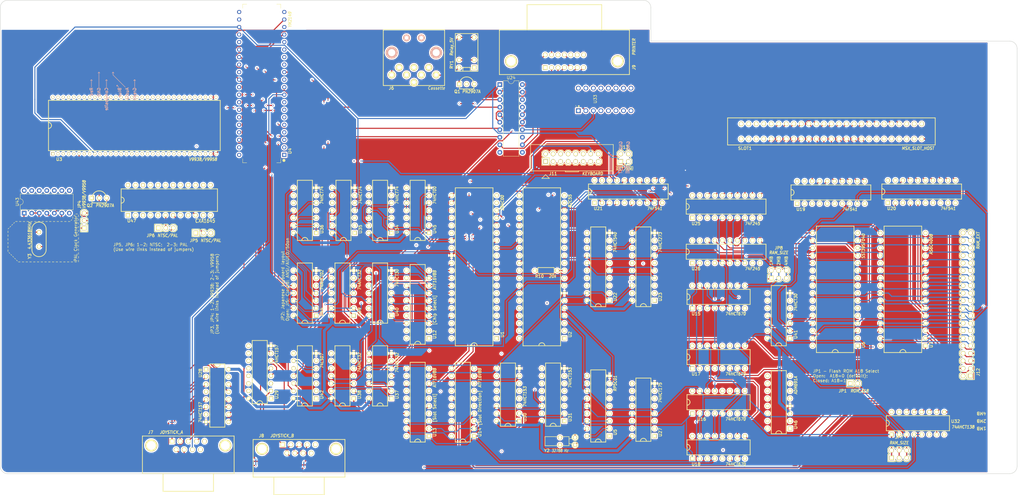
<source format=kicad_pcb>
(kicad_pcb (version 20171130) (host pcbnew "(5.1.10)-1")
  (layers (0 F.Cu signal) (1 In1.Cu signal) (2 In2.Cu signal) (3 In3.Cu signal) (4 In4.Cu signal) (5 In5.Cu signal) (6 In6.Cu signal) (7 In7.Cu signal) (8 In8.Cu signal) (9 In9.Cu signal) (10 In10.Cu signal) (11 In11.Cu signal) (12 In12.Cu signal) (31 B.Cu signal) (34 B.Paste user) (35 F.Paste user) (36 B.SilkS user) (37 F.SilkS user) (38 B.Mask user) (39 F.Mask user) (44 Edge.Cuts user))
  (net 0 "")
  (net 1 VCC)
  (net 2 GND)
  (net 3 /Processor/RTC_VCC)
  (net 4 /VDP/RED)
  (net 5 /VDP/GREEN)
  (net 6 /VDP/BLUE)
  (net 7 /KEY_CLICK)
  (net 8 /SLT1_SND)
  (net 9 /CAS_OUT)
  (net 10 /PSG/~FWD_A)
  (net 11 /PSG/~BCK_A)
  (net 12 /PSG/~LFT_A)
  (net 13 /PSG/~RGT_A)
  (net 14 /PSG/JOY_OUT_A)
  (net 15 /PSG/~TRG2_A)
  (net 16 /PSG/~TRG1_A)
  (net 17 /PSG/~FWD_B)
  (net 18 /PSG/~BCK_B)
  (net 19 /PSG/~LFT_B)
  (net 20 /PSG/~RGT_B)
  (net 21 /PSG/JOY_OUT_B)
  (net 22 /PSG/~TRG2_B)
  (net 23 /PSG/~TRG1_B)
  (net 24 /Processor/~STROBE)
  (net 25 "Net-(J9-Pad10)")
  (net 26 "Net-(J9-Pad12)")
  (net 27 "Net-(J9-Pad13)")
  (net 28 /PPI/COLUMN0)
  (net 29 /PPI/COLUMN1)
  (net 30 /PPI/COLUMN2)
  (net 31 /PPI/COLUMN3)
  (net 32 /PPI/COLUMN4)
  (net 33 /PPI/COLUMN5)
  (net 34 /PPI/COLUMN6)
  (net 35 /PPI/COLUMN7)
  (net 36 /KANA_LED)
  (net 37 /PPI/CAPS_LED)
  (net 38 /PPI/ROW_D)
  (net 39 /PPI/ROW_C)
  (net 40 /PPI/ROW_B)
  (net 41 /PPI/ROW_A)
  (net 42 /Memory/RAM_A18)
  (net 43 /Memory/RAM_A15)
  (net 44 /Memory/RAM_A16)
  (net 45 /Memory/RAM_A17)
  (net 46 /Memory/RAM_A14)
  (net 47 /~WR)
  (net 48 /A12)
  (net 49 /A13)
  (net 50 /A7)
  (net 51 /A8)
  (net 52 /A6)
  (net 53 /A9)
  (net 54 /A5)
  (net 55 /A11)
  (net 56 /A4)
  (net 57 /~RD)
  (net 58 /A3)
  (net 59 /A10)
  (net 60 /A2)
  (net 61 /Memory/MD7)
  (net 62 /A1)
  (net 63 /Memory/MD6)
  (net 64 /A0)
  (net 65 /Memory/MD5)
  (net 66 /Memory/MD4)
  (net 67 /Memory/MD0)
  (net 68 /Memory/MD3)
  (net 69 /Memory/MD1)
  (net 70 /Memory/MD2)
  (net 71 /Memory/~RAM1_CS)
  (net 72 /Memory/~RAM2_CS)
  (net 73 /Memory/~RAM3_CS)
  (net 74 /Memory/~RAM4_CS)
  (net 75 /Memory/~RAM5_CS)
  (net 76 /Memory/~RAM6_CS)
  (net 77 /Memory/~RAM7_CS)
  (net 78 /Memory/ROM_A18)
  (net 79 "Net-(JP5-Pad2)")
  (net 80 /VDP/PAL_CLK)
  (net 81 /VDP/CSYNC)
  (net 82 /CAS_IN)
  (net 83 /CAS_MOT)
  (net 84 /VDP/~VWR)
  (net 85 /VDP/~CAS0)
  (net 86 /VDP/~CAS1)
  (net 87 /VDP/~RAS)
  (net 88 /D0)
  (net 89 /D1)
  (net 90 /D2)
  (net 91 /D3)
  (net 92 /D4)
  (net 93 /D5)
  (net 94 /D6)
  (net 95 /D7)
  (net 96 /Processor/ALARM)
  (net 97 /~VDP_WAIT)
  (net 98 /Slots/BD0)
  (net 99 /Slots/BD1)
  (net 100 /Slots/BD2)
  (net 101 /Slots/BD3)
  (net 102 /Slots/BD4)
  (net 103 /Slots/BD5)
  (net 104 /Slots/BD6)
  (net 105 /Slots/BD7)
  (net 106 /~SLT_WAIT)
  (net 107 /~KBD_WAIT)
  (net 108 /Processor/~NMI)
  (net 109 /Processor/~BUSREQ)
  (net 110 /~SLT_INT)
  (net 111 /~BUSDIR1)
  (net 112 /~BUSDIR2)
  (net 113 /VDP/HSYNC)
  (net 114 "Net-(RY1-Pad1)")
  (net 115 /Slots/~CS1)
  (net 116 /Slots/~CS2)
  (net 117 /Slots/~CS12)
  (net 118 /~SLTSL1)
  (net 119 "Net-(SLOT1-Pad5)")
  (net 120 /Slots/~B_RFSH)
  (net 121 /Slots/~B_M1)
  (net 122 /Slots/~B_IORQ)
  (net 123 /Slots/~B_MREQ)
  (net 124 /Slots/~B_WR)
  (net 125 /Slots/~B_RD)
  (net 126 /Slots/~B_RESET)
  (net 127 "Net-(SLOT1-Pad16)")
  (net 128 /Slots/BA9)
  (net 129 /Slots/BA15)
  (net 130 /Slots/BA11)
  (net 131 /Slots/BA10)
  (net 132 /Slots/BA7)
  (net 133 /Slots/BA6)
  (net 134 /Slots/BA12)
  (net 135 /Slots/BA8)
  (net 136 /Slots/BA14)
  (net 137 /Slots/BA13)
  (net 138 /Slots/BA1)
  (net 139 /Slots/BA0)
  (net 140 /Slots/BA3)
  (net 141 /Slots/BA2)
  (net 142 /Slots/BA5)
  (net 143 /Slots/BA4)
  (net 144 /Slots/B_CLK)
  (net 145 /~SLTSL2)
  (net 146 /A14)
  (net 147 /A15)
  (net 148 /Processor/~INT)
  (net 149 "Net-(U1-Pad18)")
  (net 150 /~MREQ)
  (net 151 /~IORQ)
  (net 152 "Net-(U1-Pad23)")
  (net 153 /~WAIT)
  (net 154 /~RESET)
  (net 155 /~M1)
  (net 156 /~RFSH)
  (net 157 "Net-(U2-Pad1)")
  (net 158 "Net-(U2-Pad2)")
  (net 159 "Net-(U2-Pad3)")
  (net 160 "Net-(U2-Pad4)")
  (net 161 /~PPI_CS)
  (net 162 /RESET)
  (net 163 "Net-(U2-Pad37)")
  (net 164 "Net-(U2-Pad38)")
  (net 165 "Net-(U2-Pad39)")
  (net 166 "Net-(U2-Pad40)")
  (net 167 /CLK)
  (net 168 /~VDP_INT)
  (net 169 /VDP/~VDP_WR)
  (net 170 /VDP/~VDP_RD)
  (net 171 /VDP/VD0)
  (net 172 /VDP/VD1)
  (net 173 /VDP/VD2)
  (net 174 /VDP/VD3)
  (net 175 /VDP/VD4)
  (net 176 /VDP/VD5)
  (net 177 /VDP/VD6)
  (net 178 /VDP/VD7)
  (net 179 /VDP/VA0)
  (net 180 /VDP/VA1)
  (net 181 /VDP/VA2)
  (net 182 /VDP/VA3)
  (net 183 /VDP/VA4)
  (net 184 /VDP/VA5)
  (net 185 /VDP/VA6)
  (net 186 /VDP/VA7)
  (net 187 "Net-(U4-Pad2)")
  (net 188 /PSG/JOY_SEL)
  (net 189 /PSG/JB3)
  (net 190 /PSG/JB2)
  (net 191 /PSG/JB1)
  (net 192 /PSG/JB0)
  (net 193 /PSG/JOY_TRG2)
  (net 194 /PSG/JOY_TRG1)
  (net 195 /PSG/JOY_LFT)
  (net 196 /PSG/JOY_RGT)
  (net 197 /PSG/JOY_BCK)
  (net 198 /PSG/JOY_FWD)
  (net 199 "Net-(U4-Pad26)")
  (net 200 /PSG/PSG_BDIR)
  (net 201 /PSG/PSG_BC1)
  (net 202 "Net-(U4-Pad39)")
  (net 203 /Processor/~RTC_CS_B)
  (net 204 "Net-(U27-Pad2)")
  (net 205 "Net-(U27-Pad7)")
  (net 206 "Net-(U27-Pad10)")
  (net 207 "Net-(U27-Pad15)")
  (net 208 /ROM_A16)
  (net 209 /~ROM_CS)
  (net 210 /ROM_A17)
  (net 211 /Memory/~RAM0_CS)
  (net 212 /Processor/~PRT_DAT_WR)
  (net 213 /Processor/~PRT_CMD_CS)
  (net 214 /~PAGE_CS)
  (net 215 /Processor/~RTC_CS)
  (net 216 /Processor/~RTC_AD_WR)
  (net 217 /~PSG_CS)
  (net 218 /~VDP_CS)
  (net 219 /PPI/SLT_A)
  (net 220 /PPI/SLT_B)
  (net 221 /PPI/SB_SLT_A)
  (net 222 /PPI/SB_SLT_B)
  (net 223 /PPI/~FFFF)
  (net 224 /~RAM_SL)
  (net 225 /~MEM_RD)
  (net 226 /PPI/~SLTSL3)
  (net 227 /Slots/SLT_DIR)
  (net 228 /~M1_WAIT)
  (net 229 /Memory/~PAGE_RD)
  (net 230 /Memory/~PAGE_WR)
  (net 231 /Memory/RAM_A21)
  (net 232 /Memory/RAM_A20)
  (net 233 /Memory/RAM_A19)
  (net 234 /PPI/~SUB_RD)
  (net 235 "Net-(U22-Pad2)")
  (net 236 "Net-(U22-Pad3)")
  (net 237 "Net-(U22-Pad4)")
  (net 238 "Net-(U22-Pad5)")
  (net 239 "Net-(U22-Pad6)")
  (net 240 "Net-(U22-Pad7)")
  (net 241 "Net-(U22-Pad8)")
  (net 242 "Net-(U22-Pad9)")
  (net 243 /PPI/~SUB_WR)
  (net 244 "Net-(U27-Pad3)")
  (net 245 "Net-(U27-Pad6)")
  (net 246 "Net-(U27-Pad11)")
  (net 247 "Net-(U27-Pad14)")
  (net 248 "Net-(U29-Pad9)")
  (net 249 "Net-(U29-Pad12)")
  (net 250 "Net-(U30-Pad1)")
  (net 251 /Processor/~PRT_BSY_RD)
  (net 252 "Net-(U33-Pad6)")
  (net 253 "Net-(U33-Pad8)")
  (net 254 "Net-(U33-Pad11)")
  (net 255 "Net-(U34-Pad4)")
  (net 256 "Net-(U34-Pad6)")
  (net 257 "Net-(U34-Pad8)")
  (net 258 /Processor/~PRT_STB_WR)
  (net 259 "Net-(U36-Pad1)")
  (net 260 "Net-(U36-Pad12)")
  (net 261 "Net-(U36-Pad6)")
  (net 262 "Net-(U36-Pad8)")
  (net 263 "Net-(U36-Pad9)")
  (net 264 /PPI/~SUB_REG_CS)
  (net 265 "Net-(U38-Pad5)")
  (net 266 "Net-(U45-Pad1)")
  (net 267 "Net-(U45-Pad10)")
  (net 268 "Net-(U46-Pad5)")
  (net 269 "Net-(U46-Pad6)")
  (net 270 "Net-(U46-Pad7)")
  (net 271 "Net-(U46-Pad8)")
  (net 272 "Net-(U46-Pad10)")
  (net 273 "Net-(U46-Pad11)")
  (net 274 "Net-(U46-Pad14)")
  (net 275 "Net-(U47-Pad8)")
  (net 276 /Processor/PD0)
  (net 277 /Processor/PD1)
  (net 278 /Processor/PD2)
  (net 279 /Processor/PD3)
  (net 280 /Processor/PD4)
  (net 281 /Processor/PD5)
  (net 282 /Processor/PD6)
  (net 283 /Processor/PD7)
  (net 284 "Net-(U38-Pad4)")
  (net 285 "Net-(U39-Pad8)")
  (net 286 "Net-(U39-Pad10)")
  (net 287 /VDP/SYNCIN)
  (net 288 "Net-(Q2-Pad3)")
  (net 289 "Net-(U35-Pad9)")
  (net 290 "Net-(U35-Pad6)")
  (net 291 "Net-(U35-Pad12)")
  (net 292 "Net-(J6-Pad6)")
  (net 293 "Net-(J6-Pad7)")
  (net 294 /PRT_BUSY)
  (net 295 /VDP/CB4)
  (net 296 /VDP/CB3)
  (net 297 /VDP/CB2)
  (net 298 /VDP/CB1)
  (net 299 /VDP/CB0)
  (net 300 /VDP/CB7)
  (net 301 /VDP/CB6)
  (net 302 /VDP/CB5)
  (net 303 /VDP/CBDR)
  (net 304 /VDP/~DLCLK)
  (net 305 /VDP/~DHCLK)
  (net 306 "Net-(JP4-Pad1)")
  (net 307 "Net-(JP6-Pad1)")
  (net 308 "Net-(JP6-Pad2)")
  (net 309 "Net-(J6-Pad5)")
  (net 310 "Net-(U3-Pad33)")
  (net 311 "Net-(U3-Pad63)")
  (net 312 "Net-(U3-Pad64)")
  (net 313 "Net-(U46-Pad1)")
  (net 314 "Net-(U47-Pad2)")
  (net 315 "Net-(U47-Pad3)")
  (net 316 "Net-(U47-Pad4)")
  (net 317 "Net-(U47-Pad9)")
  (net 318 "Net-(U47-Pad13)")
  (net 319 "Net-(U47-Pad14)")
  (net 320 "Net-(U47-Pad17)")
  (net 321 "Net-(U47-Pad18)")
  (net 322 "Net-(J7-Pad5)")
  (net 323 "Net-(J7-Pad9)")
  (net 324 "Net-(J8-Pad9)")
  (net 325 "Net-(J8-Pad5)")
  (net 326 "Net-(J11-Pad2)")
  (net 327 "Net-(J11-Pad16)")
  (net 328 "Net-(J12-Pad1)")
  (net 329 "Net-(J12-Pad2)")
  (net 330 "Net-(J12-Pad39)")
  (net 331 "Net-(J12-Pad40)")
  (net 332 "Net-(JP5-Pad1)")
  (net 333 "Net-(SLOT1-Pad41)")
  (net 334 "Net-(SLOT1-Pad43)")
  (net 335 "Net-(SLOT1-Pad44)")
  (net 336 "Net-(SLOT1-Pad45)")
  (net 337 "Net-(SLOT1-Pad46)")
  (net 338 "Net-(SLOT1-Pad47)")
  (net 339 "Net-(SLOT1-Pad48)")
  (net 340 "Net-(SLOT1-Pad50)")
  (net 341 "Net-(U1-Pad6)")
  (net 342 "Net-(U3-Pad1)")
  (net 343 "Net-(U3-Pad20)")
  (net 344 "Net-(U3-Pad58)")
  (net 345 "Net-(U4-Pad24)")
  (net 346 "Net-(U4-Pad25)")
  (net 347 "Net-(U4-Pad28)")
  (net 348 "Net-(U6-Pad16)")
  (net 349 "Net-(U6-Pad32)")
  (net 350 "Net-(U7-Pad16)")
  (net 351 "Net-(U7-Pad32)")
  (net 352 "Net-(U13-Pad10)")
  (net 353 "Net-(U13-Pad20)")
  (net 354 "Net-(U14-Pad10)")
  (net 355 "Net-(U14-Pad20)")
  (net 356 "Net-(U15-Pad8)")
  (net 357 "Net-(U15-Pad16)")
  (net 358 "Net-(U16-Pad8)")
  (net 359 "Net-(U16-Pad16)")
  (net 360 "Net-(U17-Pad8)")
  (net 361 "Net-(U17-Pad11)")
  (net 362 "Net-(U17-Pad16)")
  (net 363 "Net-(U18-Pad8)")
  (net 364 "Net-(U18-Pad11)")
  (net 365 "Net-(U18-Pad16)")
  (net 366 "Net-(U19-Pad1)")
  (net 367 "Net-(U19-Pad10)")
  (net 368 "Net-(U19-Pad19)")
  (net 369 "Net-(U19-Pad20)")
  (net 370 "Net-(U20-Pad1)")
  (net 371 "Net-(U20-Pad10)")
  (net 372 "Net-(U20-Pad19)")
  (net 373 "Net-(U20-Pad20)")
  (net 374 "Net-(U21-Pad1)")
  (net 375 "Net-(U21-Pad10)")
  (net 376 "Net-(U21-Pad19)")
  (net 377 "Net-(U21-Pad20)")
  (net 378 "Net-(U25-Pad10)")
  (net 379 "Net-(U25-Pad19)")
  (net 380 "Net-(U25-Pad20)")
  (net 381 "Net-(U26-Pad10)")
  (net 382 "Net-(U26-Pad19)")
  (net 383 "Net-(U26-Pad20)")
  (net 384 "Net-(U28-Pad15)")
  (net 385 "Net-(U29-Pad10)")
  (net 386 "Net-(U29-Pad11)")
  (net 387 "Net-(U29-Pad13)")
  (net 388 "Net-(U29-Pad14)")
  (net 389 "Net-(U29-Pad15)")
  (net 390 "Net-(U32-Pad6)")
  (net 391 "Net-(U32-Pad8)")
  (net 392 "Net-(U32-Pad16)")
  (net 393 "Net-(U34-Pad10)")
  (net 394 "Net-(U35-Pad1)")
  (net 395 "Net-(U35-Pad10)")
  (net 396 "Net-(U35-Pad13)")
  (net 397 "Net-(U36-Pad4)")
  (net 398 "Net-(U36-Pad10)")
  (net 399 "Net-(U46-Pad9)")
  (net 400 "Net-(U47-Pad1)")
  (net 401 "Net-(U47-Pad12)")
  (net 402 "Net-(U47-Pad19)")
  (net 403 "Net-(U47-Pad24)")
  (net 404 "Net-(J9-Pad14)")
  (net 405 "Net-(J13-Pad2)")
  (net 406 "Net-(J13-Pad4)")
  (net 407 "Net-(U3-Pad4)")
  (net 408 "Net-(U3-Pad7)")
  (net 409 "Net-(U3-Pad10)")
  (net 410 "Net-(U3-Pad27)")
  (net 411 "Net-(U3-Pad59)")
  (net 412 "Net-(U5-Pad16)")
  (net 413 "Net-(U5-Pad17)")
  (net 414 "Net-(U12-Pad10)")
  (net 415 "Net-(U12-Pad20)")
  (net 416 "Net-(U33-Pad4)")
  (net 417 "Net-(U33-Pad5)")
  (net 418 "Net-(U33-Pad9)")
  (net 419 "Net-(U33-Pad10)")
  (net 420 "Net-(U33-Pad12)")
  (net 421 "Net-(U33-Pad13)")
  (net 422 "Net-(U43-Pad1)")
  (net 423 "Net-(U43-Pad2)")
  (net 424 "Net-(J6-Pad2)")
  (net 425 "Net-(J6-Pad1)")
  (net 426 "Net-(J6-Pad8)")
  (net 427 "Net-(J6-Pad3)")
  (net 428 "Net-(JP1-Pad1)")
  (net 429 "Net-(U31-Pad1)")
  (net 430 "Net-(U31-Pad15)")
  (net 431 "Net-(U36-Pad11)")
  (net 432 "Net-(U47-Pad15)")
  (net 433 "Net-(U47-Pad16)")
  (net 434 "Net-(U47-Pad20)")
  (net 435 "Net-(U47-Pad21)")
  (net 436 "Net-(U47-Pad22)")
  (net 437 "Net-(U47-Pad23)")
  (net 438 "Net-(JP5-Pad3)")
  (net 439 "Net-(Q2-Pad1)")
  (net 440 "Net-(U3-Pad21)")
  (net 441 "Net-(U24-Pad20)")
  (net 442 "Net-(U24-Pad10)")
  (net 443 "Net-(U33-Pad14)")
  (net 444 "Net-(U33-Pad7)")
  (net 445 "Net-(Q1-Pad1)")
  (net 446 "Net-(Q1-Pad3)")
  (net 447 "Net-(R10-Pad1)")
  (net 448 "Net-(U4-Pad3)")
  (net 449 "Net-(U4-Pad4)")
  (net 450 "Net-(U4-Pad38)")
  (net 451 "Net-(U4-Pad15)")
  (module My_Components:IC_DIP14_300 (layer F.Cu) (at 275.59 109.22 90)
    (fp_text reference U41 (at -6.35 5.715 90) (layer F.SilkS) (effects (font (size 1.016 1.016) (thickness 0.2032))))
    (fp_text value 74HCT30 (at 4.445 5.715 90) (layer F.SilkS) (effects (font (size 1.016 0.9144) (thickness 0.2032) italic)))
    (pad 14 thru_hole circle (at -7.62 -3.81 90) (size 1.397 1.397) (drill 0.8128) (layers *.Cu *.Mask F.SilkS) (net 1 VCC))
    (pad 13 thru_hole circle (at -5.08 -3.81 90) (size 1.397 1.397) (drill 0.8128) (layers *.Cu *.Mask F.SilkS))
    (pad 12 thru_hole circle (at -2.54 -3.81 90) (size 1.397 1.397) (drill 0.8128) (layers *.Cu *.Mask F.SilkS) (net 49 /A13))
    (pad 11 thru_hole circle (at 0 -3.81 90) (size 1.397 1.397) (drill 0.8128) (layers *.Cu *.Mask F.SilkS) (net 51 /A8))
    (pad 10 thru_hole circle (at 2.54 -3.81 90) (size 1.397 1.397) (drill 0.8128) (layers *.Cu *.Mask F.SilkS))
    (pad 9 thru_hole circle (at 5.08 -3.81 90) (size 1.397 1.397) (drill 0.8128) (layers *.Cu *.Mask F.SilkS))
    (pad 8 thru_hole circle (at 7.62 -3.81 90) (size 1.397 1.397) (drill 0.8128) (layers *.Cu *.Mask F.SilkS) (net 284 "Net-(U38-Pad4)"))
    (pad 7 thru_hole circle (at 7.62 3.81 90) (size 1.397 1.397) (drill 0.8128) (layers *.Cu *.Mask F.SilkS) (net 2 GND))
    (pad 6 thru_hole circle (at 5.08 3.81 90) (size 1.397 1.397) (drill 0.8128) (layers *.Cu *.Mask F.SilkS) (net 55 /A11))
    (pad 5 thru_hole circle (at 2.54 3.81 90) (size 1.397 1.397) (drill 0.8128) (layers *.Cu *.Mask F.SilkS) (net 53 /A9))
    (pad 4 thru_hole circle (at 0 3.81 90) (size 1.397 1.397) (drill 0.8128) (layers *.Cu *.Mask F.SilkS) (net 59 /A10))
    (pad 3 thru_hole circle (at -2.54 3.81 90) (size 1.397 1.397) (drill 0.8128) (layers *.Cu *.Mask F.SilkS) (net 48 /A12))
    (pad 2 thru_hole circle (at -5.08 3.81 90) (size 1.397 1.397) (drill 0.8128) (layers *.Cu *.Mask F.SilkS) (net 146 /A14))
    (pad 1 thru_hole rect (at -7.62 3.81 90) (size 1.397 1.397) (drill 0.8128) (layers *.Cu *.Mask F.SilkS) (net 147 /A15))
  )
  (module Package_DIP:DIP-14_W7.62mm (layer F.Cu) (at 20.8 74.6 90)
    (fp_text reference U43 (at 3.81 -2.33 90) (layer F.SilkS))
    (fp_text value 74HCT04)
    (pad 14 thru_hole oval (at 7.62 0 90) (size 1.6 1.6) (drill 0.8) (layers *.Cu *.Mask))
    (pad 7 thru_hole oval (at 0 15.24 90) (size 1.6 1.6) (drill 0.8) (layers *.Cu *.Mask))
    (pad 13 thru_hole oval (at 7.62 2.54 90) (size 1.6 1.6) (drill 0.8) (layers *.Cu *.Mask))
    (pad 6 thru_hole oval (at 0 12.7 90) (size 1.6 1.6) (drill 0.8) (layers *.Cu *.Mask) (net 306 "Net-(JP4-Pad1)"))
    (pad 12 thru_hole oval (at 7.62 5.08 90) (size 1.6 1.6) (drill 0.8) (layers *.Cu *.Mask))
    (pad 5 thru_hole oval (at 0 10.16 90) (size 1.6 1.6) (drill 0.8) (layers *.Cu *.Mask) (net 288 "Net-(Q2-Pad3)"))
    (pad 11 thru_hole oval (at 7.62 7.62 90) (size 1.6 1.6) (drill 0.8) (layers *.Cu *.Mask))
    (pad 4 thru_hole oval (at 0 7.62 90) (size 1.6 1.6) (drill 0.8) (layers *.Cu *.Mask) (net 80 /VDP/PAL_CLK))
    (pad 10 thru_hole oval (at 7.62 10.16 90) (size 1.6 1.6) (drill 0.8) (layers *.Cu *.Mask))
    (pad 3 thru_hole oval (at 0 5.08 90) (size 1.6 1.6) (drill 0.8) (layers *.Cu *.Mask) (net 423 "Net-(U43-Pad2)"))
    (pad 9 thru_hole oval (at 7.62 12.7 90) (size 1.6 1.6) (drill 0.8) (layers *.Cu *.Mask))
    (pad 2 thru_hole oval (at 0 2.54 90) (size 1.6 1.6) (drill 0.8) (layers *.Cu *.Mask) (net 423 "Net-(U43-Pad2)"))
    (pad 8 thru_hole oval (at 7.62 15.24 90) (size 1.6 1.6) (drill 0.8) (layers *.Cu *.Mask))
    (pad 1 thru_hole rect (at 0 0 90) (size 1.6 1.6) (drill 0.8) (layers *.Cu *.Mask) (net 422 "Net-(U43-Pad1)"))
  )
  (module Ultra-MSX:IC_DIP40_600 (layer F.Cu) (at 101 30.8 90)
    (fp_text reference U4 (at -22.86 9.525 90) (layer F.SilkS) (effects (font (size 1.016 1.016) (thickness 0.2032) italic)))
    (fp_text value YM2149 (at 21.59 9.525 90) (layer F.SilkS) (effects (font (size 1.016 0.9144) (thickness 0.2032) italic)))
    (pad 40 thru_hole circle (at -24.13 -7.62 90) (size 1.397 1.397) (drill 0.8128) (layers *.Cu *.Mask))
    (pad 39 thru_hole circle (at -21.59 -7.62 90) (size 1.397 1.397) (drill 0.8128) (layers *.Cu *.Mask) (net 202 "Net-(U4-Pad39)"))
    (pad 38 thru_hole circle (at -19.05 -7.62 90) (size 1.397 1.397) (drill 0.8128) (layers *.Cu *.Mask) (net 450 "Net-(U4-Pad38)"))
    (pad 37 thru_hole circle (at -16.51 -7.62 90) (size 1.397 1.397) (drill 0.8128) (layers *.Cu *.Mask) (net 88 /D0))
    (pad 36 thru_hole circle (at -13.97 -7.62 90) (size 1.397 1.397) (drill 0.8128) (layers *.Cu *.Mask) (net 89 /D1))
    (pad 35 thru_hole circle (at -11.43 -7.62 90) (size 1.397 1.397) (drill 0.8128) (layers *.Cu *.Mask) (net 90 /D2))
    (pad 34 thru_hole circle (at -8.89 -7.62 90) (size 1.397 1.397) (drill 0.8128) (layers *.Cu *.Mask) (net 91 /D3))
    (pad 33 thru_hole circle (at -6.35 -7.62 90) (size 1.397 1.397) (drill 0.8128) (layers *.Cu *.Mask) (net 92 /D4))
    (pad 32 thru_hole circle (at -3.81 -7.62 90) (size 1.397 1.397) (drill 0.8128) (layers *.Cu *.Mask) (net 93 /D5))
    (pad 31 thru_hole circle (at -1.27 -7.62 90) (size 1.397 1.397) (drill 0.8128) (layers *.Cu *.Mask) (net 94 /D6))
    (pad 30 thru_hole circle (at 1.27 -7.62 90) (size 1.397 1.397) (drill 0.8128) (layers *.Cu *.Mask) (net 95 /D7))
    (pad 29 thru_hole circle (at 3.81 -7.62 90) (size 1.397 1.397) (drill 0.8128) (layers *.Cu *.Mask) (net 201 /PSG/PSG_BC1))
    (pad 28 thru_hole circle (at 6.35 -7.62 90) (size 1.397 1.397) (drill 0.8128) (layers *.Cu *.Mask) (net 347 "Net-(U4-Pad28)"))
    (pad 27 thru_hole circle (at 8.89 -7.62 90) (size 1.397 1.397) (drill 0.8128) (layers *.Cu *.Mask) (net 200 /PSG/PSG_BDIR))
    (pad 26 thru_hole circle (at 11.43 -7.62 90) (size 1.397 1.397) (drill 0.8128) (layers *.Cu *.Mask) (net 199 "Net-(U4-Pad26)"))
    (pad 25 thru_hole circle (at 13.97 -7.62 90) (size 1.397 1.397) (drill 0.8128) (layers *.Cu *.Mask) (net 346 "Net-(U4-Pad25)"))
    (pad 24 thru_hole circle (at 16.51 -7.62 90) (size 1.397 1.397) (drill 0.8128) (layers *.Cu *.Mask) (net 345 "Net-(U4-Pad24)"))
    (pad 23 thru_hole circle (at 19.05 -7.62 90) (size 1.397 1.397) (drill 0.8128) (layers *.Cu *.Mask) (net 154 /~RESET))
    (pad 22 thru_hole circle (at 21.59 -7.62 90) (size 1.397 1.397) (drill 0.8128) (layers *.Cu *.Mask) (net 289 "Net-(U35-Pad9)"))
    (pad 21 thru_hole circle (at 24.13 -7.62 90) (size 1.397 1.397) (drill 0.8128) (layers *.Cu *.Mask) (net 198 /PSG/JOY_FWD))
    (pad 20 thru_hole circle (at 24.13 7.62 90) (size 1.397 1.397) (drill 0.8128) (layers *.Cu *.Mask) (net 197 /PSG/JOY_BCK))
    (pad 19 thru_hole circle (at 21.59 7.62 90) (size 1.397 1.397) (drill 0.8128) (layers *.Cu *.Mask) (net 195 /PSG/JOY_LFT))
    (pad 18 thru_hole circle (at 19.05 7.62 90) (size 1.397 1.397) (drill 0.8128) (layers *.Cu *.Mask) (net 196 /PSG/JOY_RGT))
    (pad 17 thru_hole circle (at 16.51 7.62 90) (size 1.397 1.397) (drill 0.8128) (layers *.Cu *.Mask) (net 194 /PSG/JOY_TRG1))
    (pad 16 thru_hole circle (at 13.97 7.62 90) (size 1.397 1.397) (drill 0.8128) (layers *.Cu *.Mask) (net 193 /PSG/JOY_TRG2))
    (pad 15 thru_hole circle (at 11.43 7.62 90) (size 1.397 1.397) (drill 0.8128) (layers *.Cu *.Mask) (net 451 "Net-(U4-Pad15)"))
    (pad 14 thru_hole circle (at 8.89 7.62 90) (size 1.397 1.397) (drill 0.8128) (layers *.Cu *.Mask) (net 82 /CAS_IN))
    (pad 13 thru_hole circle (at 6.35 7.62 90) (size 1.397 1.397) (drill 0.8128) (layers *.Cu *.Mask) (net 192 /PSG/JB0))
    (pad 12 thru_hole circle (at 3.81 7.62 90) (size 1.397 1.397) (drill 0.8128) (layers *.Cu *.Mask) (net 191 /PSG/JB1))
    (pad 11 thru_hole circle (at 1.27 7.62 90) (size 1.397 1.397) (drill 0.8128) (layers *.Cu *.Mask) (net 190 /PSG/JB2))
    (pad 10 thru_hole circle (at -1.27 7.62 90) (size 1.397 1.397) (drill 0.8128) (layers *.Cu *.Mask) (net 189 /PSG/JB3))
    (pad 9 thru_hole circle (at -3.81 7.62 90) (size 1.397 1.397) (drill 0.8128) (layers *.Cu *.Mask) (net 14 /PSG/JOY_OUT_A))
    (pad 8 thru_hole circle (at -6.35 7.62 90) (size 1.397 1.397) (drill 0.8128) (layers *.Cu *.Mask) (net 21 /PSG/JOY_OUT_B))
    (pad 7 thru_hole circle (at -8.89 7.62 90) (size 1.397 1.397) (drill 0.8128) (layers *.Cu *.Mask) (net 188 /PSG/JOY_SEL))
    (pad 6 thru_hole circle (at -11.43 7.62 90) (size 1.397 1.397) (drill 0.8128) (layers *.Cu *.Mask) (net 36 /KANA_LED))
    (pad 5 thru_hole circle (at -13.97 7.62 90) (size 1.397 1.397) (drill 0.8128) (layers *.Cu *.Mask) (net 187 "Net-(U4-Pad2)"))
    (pad 4 thru_hole circle (at -16.51 7.62 90) (size 1.397 1.397) (drill 0.8128) (layers *.Cu *.Mask) (net 449 "Net-(U4-Pad4)"))
    (pad 3 thru_hole circle (at -19.05 7.62 90) (size 1.397 1.397) (drill 0.8128) (layers *.Cu *.Mask) (net 448 "Net-(U4-Pad3)"))
    (pad 2 thru_hole circle (at -21.59 7.62 90) (size 1.397 1.397) (drill 0.8128) (layers *.Cu *.Mask) (net 187 "Net-(U4-Pad2)"))
    (pad 1 thru_hole rect (at -24.13 7.62 90) (size 1.397 1.397) (drill 0.8128) (layers *.Cu *.Mask))
  )
  (module My_Components:Relay_SPDT (layer F.Cu) (at 170.18 20.32 90)
    (fp_text reference RY1 (at -4.1275 -5.08 90) (layer F.SilkS) (effects (font (size 1.016 1.016) (thickness 0.2032))))
    (fp_text value Relay_5V (at 1.905 -5.08 90) (layer F.SilkS) (effects (font (size 1.016 0.9144) (thickness 0.2032) italic)))
    (pad 1 thru_hole rect (at -5.08 2.54 90) (size 1.397 1.397) (drill 0.8128) (layers *.Cu *.Mask F.SilkS) (net 114 "Net-(RY1-Pad1)"))
    (pad 2 thru_hole circle (at -2.54 2.54 90) (size 1.397 1.397) (drill 0.8128) (layers *.Cu *.Mask F.SilkS) (net 445 "Net-(Q1-Pad1)"))
    (pad 5 thru_hole circle (at 5.08 2.54 90) (size 1.397 1.397) (drill 0.8128) (layers *.Cu *.Mask F.SilkS) (net 292 "Net-(J6-Pad6)"))
    (pad 6 thru_hole circle (at 5.08 -2.54 90) (size 1.397 1.397) (drill 0.8128) (layers *.Cu *.Mask F.SilkS) (net 292 "Net-(J6-Pad6)"))
    (pad 9 thru_hole circle (at -2.54 -2.54 90) (size 1.397 1.397) (drill 0.8128) (layers *.Cu *.Mask F.SilkS) (net 445 "Net-(Q1-Pad1)"))
    (pad 10 thru_hole circle (at -5.08 -2.54 90) (size 1.397 1.397) (drill 0.8128) (layers *.Cu *.Mask F.SilkS) (net 293 "Net-(J6-Pad7)"))
  )
  (module LRJ:TI_PDIP-16_W7.62mm (layer F.Cu) (at 216.8 36.2 90)
    (fp_text reference U33 (at 0.13 -3.2 90) (layer F.SilkS))
    (fp_text value SN74AHC125N)
    (pad 1 thru_hole rect (at -3.81 -8.89 90) (size 1.6 1.6) (drill 1) (layers *.Cu *.Mask) (net 251 /Processor/~PRT_BSY_RD))
    (pad 2 thru_hole circle (at -3.81 -6.35 90) (size 1.6 1.6) (drill 1) (layers *.Cu *.Mask) (net 294 /PRT_BUSY))
    (pad 3 thru_hole circle (at -3.81 -3.81 90) (size 1.6 1.6) (drill 1) (layers *.Cu *.Mask) (net 89 /D1))
    (pad 4 thru_hole circle (at -3.81 -1.27 90) (size 1.6 1.6) (drill 1) (layers *.Cu *.Mask) (net 416 "Net-(U33-Pad4)"))
    (pad 5 thru_hole circle (at -3.81 1.27 90) (size 1.6 1.6) (drill 1) (layers *.Cu *.Mask) (net 417 "Net-(U33-Pad5)"))
    (pad 6 thru_hole circle (at -3.81 3.81 90) (size 1.6 1.6) (drill 1) (layers *.Cu *.Mask) (net 252 "Net-(U33-Pad6)"))
    (pad 7 thru_hole circle (at -3.81 6.35 90) (size 1.6 1.6) (drill 1) (layers *.Cu *.Mask) (net 444 "Net-(U33-Pad7)"))
    (pad 10 thru_hole circle (at 3.81 6.35 90) (size 1.6 1.6) (drill 1) (layers *.Cu *.Mask) (net 419 "Net-(U33-Pad10)"))
    (pad 11 thru_hole circle (at 3.81 3.81 90) (size 1.6 1.6) (drill 1) (layers *.Cu *.Mask) (net 254 "Net-(U33-Pad11)"))
    (pad 12 thru_hole circle (at 3.81 1.27 90) (size 1.6 1.6) (drill 1) (layers *.Cu *.Mask) (net 420 "Net-(U33-Pad12)"))
    (pad 13 thru_hole circle (at 3.81 -1.27 90) (size 1.6 1.6) (drill 1) (layers *.Cu *.Mask) (net 421 "Net-(U33-Pad13)"))
    (pad 14 thru_hole circle (at 3.81 -3.81 90) (size 1.6 1.6) (drill 1) (layers *.Cu *.Mask) (net 443 "Net-(U33-Pad14)"))
    (pad 15 thru_hole circle (at 3.81 -6.35 90) (size 1.6 1.6) (drill 1) (layers *.Cu *.Mask))
    (pad 16 thru_hole circle (at 3.81 -8.89 90) (size 1.6 1.6) (drill 1) (layers *.Cu *.Mask))
    (pad 8 thru_hole circle (at -3.81 8.89 90) (size 1.6 1.6) (drill 1) (layers *.Cu *.Mask) (net 253 "Net-(U33-Pad8)"))
    (pad 9 thru_hole circle (at 3.81 8.89 90) (size 1.6 1.6) (drill 1) (layers *.Cu *.Mask) (net 418 "Net-(U33-Pad9)"))
  )
  (module Package_DIP:DIP-20_W7.62mm (layer F.Cu) (at 181.4 31.2)
    (fp_text reference U24 (at 3.81 -2.33) (layer F.SilkS))
    (fp_text value 74HCT273)
    (pad 20 thru_hole oval (at 7.62 0) (size 1.6 1.6) (drill 0.8) (layers *.Cu *.Mask) (net 441 "Net-(U24-Pad20)"))
    (pad 10 thru_hole oval (at 0 22.86) (size 1.6 1.6) (drill 0.8) (layers *.Cu *.Mask) (net 442 "Net-(U24-Pad10)"))
    (pad 19 thru_hole oval (at 7.62 2.54) (size 1.6 1.6) (drill 0.8) (layers *.Cu *.Mask) (net 282 /Processor/PD6))
    (pad 9 thru_hole oval (at 0 20.32) (size 1.6 1.6) (drill 0.8) (layers *.Cu *.Mask) (net 281 /Processor/PD5))
    (pad 18 thru_hole oval (at 7.62 5.08) (size 1.6 1.6) (drill 0.8) (layers *.Cu *.Mask) (net 94 /D6))
    (pad 8 thru_hole oval (at 0 17.78) (size 1.6 1.6) (drill 0.8) (layers *.Cu *.Mask) (net 93 /D5))
    (pad 17 thru_hole oval (at 7.62 7.62) (size 1.6 1.6) (drill 0.8) (layers *.Cu *.Mask) (net 88 /D0))
    (pad 7 thru_hole oval (at 0 15.24) (size 1.6 1.6) (drill 0.8) (layers *.Cu *.Mask) (net 91 /D3))
    (pad 16 thru_hole oval (at 7.62 10.16) (size 1.6 1.6) (drill 0.8) (layers *.Cu *.Mask) (net 276 /Processor/PD0))
    (pad 6 thru_hole oval (at 0 12.7) (size 1.6 1.6) (drill 0.8) (layers *.Cu *.Mask) (net 279 /Processor/PD3))
    (pad 15 thru_hole oval (at 7.62 12.7) (size 1.6 1.6) (drill 0.8) (layers *.Cu *.Mask) (net 277 /Processor/PD1))
    (pad 5 thru_hole oval (at 0 10.16) (size 1.6 1.6) (drill 0.8) (layers *.Cu *.Mask) (net 278 /Processor/PD2))
    (pad 14 thru_hole oval (at 7.62 15.24) (size 1.6 1.6) (drill 0.8) (layers *.Cu *.Mask) (net 89 /D1))
    (pad 4 thru_hole oval (at 0 7.62) (size 1.6 1.6) (drill 0.8) (layers *.Cu *.Mask) (net 90 /D2))
    (pad 13 thru_hole oval (at 7.62 17.78) (size 1.6 1.6) (drill 0.8) (layers *.Cu *.Mask) (net 92 /D4))
    (pad 3 thru_hole oval (at 0 5.08) (size 1.6 1.6) (drill 0.8) (layers *.Cu *.Mask) (net 95 /D7))
    (pad 12 thru_hole oval (at 7.62 20.32) (size 1.6 1.6) (drill 0.8) (layers *.Cu *.Mask) (net 280 /Processor/PD4))
    (pad 2 thru_hole oval (at 0 2.54) (size 1.6 1.6) (drill 0.8) (layers *.Cu *.Mask) (net 283 /Processor/PD7))
    (pad 11 thru_hole oval (at 7.62 22.86) (size 1.6 1.6) (drill 0.8) (layers *.Cu *.Mask) (net 212 /Processor/~PRT_DAT_WR))
    (pad 1 thru_hole rect (at 0 0) (size 1.6 1.6) (drill 0.8) (layers *.Cu *.Mask) (net 154 /~RESET))
  )
  (module My_Components:IC_SDIP64_600 (layer F.Cu) (at 58 45)
    (fp_text reference U3 (at -25.4 11.43) (layer F.SilkS) (effects (font (size 1.016 1.016) (thickness 0.2032))))
    (fp_text value V9938/V9958 (at 23.1775 11.43) (layer F.SilkS) (effects (font (size 1.016 0.9144) (thickness 0.2032) italic)))
    (pad 1 thru_hole rect (at -27.559 9.525) (size 1.016 1.016) (drill 0.635) (layers *.Cu *.Mask F.SilkS) (net 342 "Net-(U3-Pad1)"))
    (pad 2 thru_hole circle (at -25.781 9.525) (size 1.016 1.016) (drill 0.635) (layers *.Cu *.Mask F.SilkS) (net 305 /VDP/~DHCLK))
    (pad 3 thru_hole circle (at -24.003 9.525) (size 1.016 1.016) (drill 0.635) (layers *.Cu *.Mask F.SilkS) (net 304 /VDP/~DLCLK))
    (pad 4 thru_hole circle (at -22.225 9.525) (size 1.016 1.016) (drill 0.635) (layers *.Cu *.Mask F.SilkS) (net 407 "Net-(U3-Pad4)"))
    (pad 5 thru_hole circle (at -20.447 9.525) (size 1.016 1.016) (drill 0.635) (layers *.Cu *.Mask F.SilkS) (net 113 /VDP/HSYNC))
    (pad 6 thru_hole circle (at -18.669 9.525) (size 1.016 1.016) (drill 0.635) (layers *.Cu *.Mask F.SilkS) (net 81 /VDP/CSYNC))
    (pad 7 thru_hole circle (at -16.891 9.525) (size 1.016 1.016) (drill 0.635) (layers *.Cu *.Mask F.SilkS) (net 408 "Net-(U3-Pad7)"))
    (pad 8 thru_hole circle (at -15.113 9.525) (size 1.016 1.016) (drill 0.635) (layers *.Cu *.Mask F.SilkS) (net 167 /CLK))
    (pad 9 thru_hole circle (at -13.335 9.525) (size 1.016 1.016) (drill 0.635) (layers *.Cu *.Mask F.SilkS) (net 154 /~RESET))
    (pad 10 thru_hole circle (at -11.557 9.525) (size 1.016 1.016) (drill 0.635) (layers *.Cu *.Mask F.SilkS) (net 409 "Net-(U3-Pad10)"))
    (pad 11 thru_hole circle (at -9.779 9.525) (size 1.016 1.016) (drill 0.635) (layers *.Cu *.Mask F.SilkS) (net 303 /VDP/CBDR))
    (pad 12 thru_hole circle (at -8.001 9.525) (size 1.016 1.016) (drill 0.635) (layers *.Cu *.Mask F.SilkS) (net 300 /VDP/CB7))
    (pad 13 thru_hole circle (at -6.223 9.525) (size 1.016 1.016) (drill 0.635) (layers *.Cu *.Mask F.SilkS) (net 301 /VDP/CB6))
    (pad 14 thru_hole circle (at -4.445 9.525) (size 1.016 1.016) (drill 0.635) (layers *.Cu *.Mask F.SilkS) (net 302 /VDP/CB5))
    (pad 15 thru_hole circle (at -2.667 9.525) (size 1.016 1.016) (drill 0.635) (layers *.Cu *.Mask F.SilkS) (net 295 /VDP/CB4))
    (pad 16 thru_hole circle (at -0.889 9.525) (size 1.016 1.016) (drill 0.635) (layers *.Cu *.Mask F.SilkS) (net 296 /VDP/CB3))
    (pad 17 thru_hole circle (at 0.889 9.525) (size 1.016 1.016) (drill 0.635) (layers *.Cu *.Mask F.SilkS) (net 297 /VDP/CB2))
    (pad 18 thru_hole circle (at 2.667 9.525) (size 1.016 1.016) (drill 0.635) (layers *.Cu *.Mask F.SilkS) (net 298 /VDP/CB1))
    (pad 19 thru_hole circle (at 4.445 9.525) (size 1.016 1.016) (drill 0.635) (layers *.Cu *.Mask F.SilkS) (net 299 /VDP/CB0))
    (pad 20 thru_hole circle (at 6.223 9.525) (size 1.016 1.016) (drill 0.635) (layers *.Cu *.Mask F.SilkS) (net 343 "Net-(U3-Pad20)"))
    (pad 21 thru_hole circle (at 8.001 9.525) (size 1.016 1.016) (drill 0.635) (layers *.Cu *.Mask F.SilkS) (net 440 "Net-(U3-Pad21)"))
    (pad 22 thru_hole circle (at 9.779 9.525) (size 1.016 1.016) (drill 0.635) (layers *.Cu *.Mask F.SilkS) (net 5 /VDP/GREEN))
    (pad 23 thru_hole circle (at 11.557 9.525) (size 1.016 1.016) (drill 0.635) (layers *.Cu *.Mask F.SilkS) (net 4 /VDP/RED))
    (pad 24 thru_hole circle (at 13.335 9.525) (size 1.016 1.016) (drill 0.635) (layers *.Cu *.Mask F.SilkS) (net 6 /VDP/BLUE))
    (pad 25 thru_hole circle (at 15.113 9.525) (size 1.016 1.016) (drill 0.635) (layers *.Cu *.Mask F.SilkS) (net 168 /~VDP_INT))
    (pad 26 thru_hole circle (at 16.891 9.525) (size 1.016 1.016) (drill 0.635) (layers *.Cu *.Mask F.SilkS) (net 97 /~VDP_WAIT))
    (pad 27 thru_hole circle (at 18.669 9.525) (size 1.016 1.016) (drill 0.635) (layers *.Cu *.Mask F.SilkS) (net 410 "Net-(U3-Pad27)"))
    (pad 28 thru_hole circle (at 20.447 9.525) (size 1.016 1.016) (drill 0.635) (layers *.Cu *.Mask F.SilkS) (net 62 /A1))
    (pad 29 thru_hole circle (at 22.225 9.525) (size 1.016 1.016) (drill 0.635) (layers *.Cu *.Mask F.SilkS) (net 64 /A0))
    (pad 30 thru_hole circle (at 24.003 9.525) (size 1.016 1.016) (drill 0.635) (layers *.Cu *.Mask F.SilkS) (net 169 /VDP/~VDP_WR))
    (pad 31 thru_hole circle (at 25.781 9.525) (size 1.016 1.016) (drill 0.635) (layers *.Cu *.Mask F.SilkS) (net 170 /VDP/~VDP_RD))
    (pad 32 thru_hole circle (at 27.559 9.525) (size 1.016 1.016) (drill 0.635) (layers *.Cu *.Mask F.SilkS) (net 95 /D7))
    (pad 33 thru_hole circle (at 27.559 -9.525) (size 1.016 1.016) (drill 0.635) (layers *.Cu *.Mask F.SilkS) (net 310 "Net-(U3-Pad33)"))
    (pad 34 thru_hole circle (at 25.781 -9.525) (size 1.016 1.016) (drill 0.635) (layers *.Cu *.Mask F.SilkS) (net 94 /D6))
    (pad 35 thru_hole circle (at 24.003 -9.525) (size 1.016 1.016) (drill 0.635) (layers *.Cu *.Mask F.SilkS) (net 93 /D5))
    (pad 36 thru_hole circle (at 22.225 -9.525) (size 1.016 1.016) (drill 0.635) (layers *.Cu *.Mask F.SilkS) (net 92 /D4))
    (pad 37 thru_hole circle (at 20.447 -9.525) (size 1.016 1.016) (drill 0.635) (layers *.Cu *.Mask F.SilkS) (net 91 /D3))
    (pad 38 thru_hole circle (at 18.669 -9.525) (size 1.016 1.016) (drill 0.635) (layers *.Cu *.Mask F.SilkS) (net 90 /D2))
    (pad 39 thru_hole circle (at 16.891 -9.525) (size 1.016 1.016) (drill 0.635) (layers *.Cu *.Mask F.SilkS) (net 89 /D1))
    (pad 40 thru_hole circle (at 15.113 -9.525) (size 1.016 1.016) (drill 0.635) (layers *.Cu *.Mask F.SilkS) (net 88 /D0))
    (pad 41 thru_hole circle (at 13.335 -9.525) (size 1.016 1.016) (drill 0.635) (layers *.Cu *.Mask F.SilkS) (net 171 /VDP/VD0))
    (pad 42 thru_hole circle (at 11.557 -9.525) (size 1.016 1.016) (drill 0.635) (layers *.Cu *.Mask F.SilkS) (net 172 /VDP/VD1))
    (pad 43 thru_hole circle (at 9.779 -9.525) (size 1.016 1.016) (drill 0.635) (layers *.Cu *.Mask F.SilkS) (net 173 /VDP/VD2))
    (pad 44 thru_hole circle (at 8.001 -9.525) (size 1.016 1.016) (drill 0.635) (layers *.Cu *.Mask F.SilkS) (net 174 /VDP/VD3))
    (pad 45 thru_hole circle (at 6.223 -9.525) (size 1.016 1.016) (drill 0.635) (layers *.Cu *.Mask F.SilkS) (net 175 /VDP/VD4))
    (pad 46 thru_hole circle (at 4.445 -9.525) (size 1.016 1.016) (drill 0.635) (layers *.Cu *.Mask F.SilkS) (net 176 /VDP/VD5))
    (pad 47 thru_hole circle (at 2.667 -9.525) (size 1.016 1.016) (drill 0.635) (layers *.Cu *.Mask F.SilkS) (net 177 /VDP/VD6))
    (pad 48 thru_hole circle (at 0.889 -9.525) (size 1.016 1.016) (drill 0.635) (layers *.Cu *.Mask F.SilkS) (net 178 /VDP/VD7))
    (pad 49 thru_hole circle (at -0.889 -9.525) (size 1.016 1.016) (drill 0.635) (layers *.Cu *.Mask F.SilkS) (net 179 /VDP/VA0))
    (pad 50 thru_hole circle (at -2.667 -9.525) (size 1.016 1.016) (drill 0.635) (layers *.Cu *.Mask F.SilkS) (net 180 /VDP/VA1))
    (pad 51 thru_hole circle (at -4.445 -9.525) (size 1.016 1.016) (drill 0.635) (layers *.Cu *.Mask F.SilkS) (net 181 /VDP/VA2))
    (pad 52 thru_hole circle (at -6.223 -9.525) (size 1.016 1.016) (drill 0.635) (layers *.Cu *.Mask F.SilkS) (net 182 /VDP/VA3))
    (pad 53 thru_hole circle (at -8.001 -9.525) (size 1.016 1.016) (drill 0.635) (layers *.Cu *.Mask F.SilkS) (net 183 /VDP/VA4))
    (pad 54 thru_hole circle (at -9.779 -9.525) (size 1.016 1.016) (drill 0.635) (layers *.Cu *.Mask F.SilkS) (net 184 /VDP/VA5))
    (pad 55 thru_hole circle (at -11.557 -9.525) (size 1.016 1.016) (drill 0.635) (layers *.Cu *.Mask F.SilkS) (net 185 /VDP/VA6))
    (pad 56 thru_hole circle (at -13.335 -9.525) (size 1.016 1.016) (drill 0.635) (layers *.Cu *.Mask F.SilkS) (net 186 /VDP/VA7))
    (pad 57 thru_hole circle (at -15.113 -9.525) (size 1.016 1.016) (drill 0.635) (layers *.Cu *.Mask F.SilkS) (net 84 /VDP/~VWR))
    (pad 58 thru_hole circle (at -16.891 -9.525) (size 1.016 1.016) (drill 0.635) (layers *.Cu *.Mask F.SilkS) (net 344 "Net-(U3-Pad58)"))
    (pad 59 thru_hole circle (at -18.669 -9.525) (size 1.016 1.016) (drill 0.635) (layers *.Cu *.Mask F.SilkS) (net 411 "Net-(U3-Pad59)"))
    (pad 60 thru_hole circle (at -20.447 -9.525) (size 1.016 1.016) (drill 0.635) (layers *.Cu *.Mask F.SilkS) (net 86 /VDP/~CAS1))
    (pad 61 thru_hole circle (at -22.225 -9.525) (size 1.016 1.016) (drill 0.635) (layers *.Cu *.Mask F.SilkS) (net 85 /VDP/~CAS0))
    (pad 62 thru_hole circle (at -24.003 -9.525) (size 1.016 1.016) (drill 0.635) (layers *.Cu *.Mask F.SilkS) (net 87 /VDP/~RAS))
    (pad 63 thru_hole circle (at -25.781 -9.525) (size 1.016 1.016) (drill 0.635) (layers *.Cu *.Mask F.SilkS) (net 311 "Net-(U3-Pad63)"))
    (pad 64 thru_hole circle (at -27.559 -9.525) (size 1.016 1.016) (drill 0.635) (layers *.Cu *.Mask F.SilkS) (net 312 "Net-(U3-Pad64)"))
  )
  (module My_Components:Conn_Pin_Header_8x2_2.54mm (layer F.Cu) (at 205.74 55.88)
    (fp_text reference J11 (at -6.35 5.3975) (layer F.SilkS) (effects (font (size 1.016 1.016) (thickness 0.2032))))
    (fp_text value KEYBOARD (at 6.985 5.3975) (layer F.SilkS) (effects (font (size 1.016 0.9144) (thickness 0.2032) italic)))
    (pad 1 thru_hole rect (at -8.89 1.27) (size 1.524 1.524) (drill 1.016) (layers *.Cu *.Mask F.SilkS) (net 28 /PPI/COLUMN0))
    (pad 2 thru_hole circle (at -8.89 -1.27) (size 1.524 1.524) (drill 1.016) (layers *.Cu *.Mask F.SilkS) (net 326 "Net-(J11-Pad2)"))
    (pad 3 thru_hole circle (at -6.35 1.27) (size 1.524 1.524) (drill 1.016) (layers *.Cu *.Mask F.SilkS) (net 29 /PPI/COLUMN1))
    (pad 4 thru_hole circle (at -6.35 -1.27) (size 1.524 1.524) (drill 1.016) (layers *.Cu *.Mask F.SilkS) (net 41 /PPI/ROW_A))
    (pad 5 thru_hole circle (at -3.81 1.27) (size 1.524 1.524) (drill 1.016) (layers *.Cu *.Mask F.SilkS) (net 30 /PPI/COLUMN2))
    (pad 6 thru_hole circle (at -3.81 -1.27) (size 1.524 1.524) (drill 1.016) (layers *.Cu *.Mask F.SilkS) (net 40 /PPI/ROW_B))
    (pad 7 thru_hole circle (at -1.27 1.27) (size 1.524 1.524) (drill 1.016) (layers *.Cu *.Mask F.SilkS) (net 31 /PPI/COLUMN3))
    (pad 8 thru_hole circle (at -1.27 -1.27) (size 1.524 1.524) (drill 1.016) (layers *.Cu *.Mask F.SilkS) (net 39 /PPI/ROW_C))
    (pad 9 thru_hole circle (at 1.27 1.27) (size 1.524 1.524) (drill 1.016) (layers *.Cu *.Mask F.SilkS) (net 32 /PPI/COLUMN4))
    (pad 10 thru_hole circle (at 1.27 -1.27) (size 1.524 1.524) (drill 1.016) (layers *.Cu *.Mask F.SilkS) (net 38 /PPI/ROW_D))
    (pad 11 thru_hole circle (at 3.81 1.27) (size 1.524 1.524) (drill 1.016) (layers *.Cu *.Mask F.SilkS) (net 33 /PPI/COLUMN5))
    (pad 12 thru_hole circle (at 3.81 -1.27) (size 1.524 1.524) (drill 1.016) (layers *.Cu *.Mask F.SilkS) (net 37 /PPI/CAPS_LED))
    (pad 13 thru_hole circle (at 6.35 1.27) (size 1.524 1.524) (drill 1.016) (layers *.Cu *.Mask F.SilkS) (net 34 /PPI/COLUMN6))
    (pad 14 thru_hole circle (at 6.35 -1.27) (size 1.524 1.524) (drill 1.016) (layers *.Cu *.Mask F.SilkS) (net 36 /KANA_LED))
    (pad 15 thru_hole circle (at 8.89 1.27) (size 1.524 1.524) (drill 1.016) (layers *.Cu *.Mask F.SilkS) (net 35 /PPI/COLUMN7))
    (pad 16 thru_hole circle (at 8.89 -1.27) (size 1.524 1.524) (drill 1.016) (layers *.Cu *.Mask F.SilkS) (net 327 "Net-(J11-Pad16)"))
  )
  (module My_Components:Conn_DIN_8pin (layer F.Cu) (at 152.4 12.7)
    (fp_text reference J6 (at -7.62 19.685) (layer F.SilkS) (effects (font (size 1.016 1.016) (thickness 0.2032))))
    (fp_text value Cassette (at 7.62 19.685) (layer F.SilkS) (effects (font (size 1.016 0.9144) (thickness 0.1524) italic)))
    (pad ~ thru_hole circle (at 2.5 2.7 180) (size 2.3 2.3) (drill 1.3) (layers *.Cu *.SilkS *.Mask))
    (pad ~ thru_hole circle (at 7.5 7.7 180) (size 4 4) (drill 2.4) (layers *.Cu *.SilkS *.Mask))
    (pad ~ thru_hole circle (at -2.5 2.7 180) (size 2.3 2.3) (drill 1.3) (layers *.Cu *.SilkS *.Mask))
    (pad 7 thru_hole circle (at 7.5 15.2 180) (size 2.3 2.3) (drill 1.3) (layers *.Cu *.Mask F.SilkS) (net 293 "Net-(J6-Pad7)"))
    (pad 4 thru_hole circle (at -2.5 15.2 180) (size 2.3 2.3) (drill 1.3) (layers *.Cu *.Mask F.SilkS) (net 9 /CAS_OUT))
    (pad ~ thru_hole circle (at -7.5 7.7 180) (size 4 4) (drill 2.4) (layers *.Cu *.SilkS *.Mask))
    (pad 3 thru_hole circle (at 5 12.7 180) (size 2.3 2.3) (drill 1.3) (layers *.Cu *.Mask F.SilkS) (net 427 "Net-(J6-Pad3)"))
    (pad 5 thru_hole circle (at 2.5 15.2 180) (size 2.3 2.3) (drill 1.3) (layers *.Cu *.Mask F.SilkS) (net 309 "Net-(J6-Pad5)"))
    (pad 8 thru_hole circle (at 0 17.7 180) (size 2.3 2.3) (drill 1.3) (layers *.Cu *.Mask F.SilkS) (net 426 "Net-(J6-Pad8)"))
    (pad 6 thru_hole circle (at -7.5 15.2 180) (size 2.3 2.3) (drill 1.3) (layers *.Cu *.Mask F.SilkS) (net 292 "Net-(J6-Pad6)"))
    (pad 1 thru_hole circle (at -5 12.7 180) (size 2.3 2.3) (drill 1.3) (layers *.Cu *.Mask F.SilkS) (net 425 "Net-(J6-Pad1)"))
    (pad 2 thru_hole circle (at 0 12.7 180) (size 2.3 2.3) (drill 1.3) (layers *.Cu *.Mask F.SilkS) (net 424 "Net-(J6-Pad2)"))
  )
  (module My_Components:Conn_Micro_Ribbon_14F (layer F.Cu) (at 203.2 12.7)
    (fp_text reference J9 (at 23.495 12.7 90) (layer F.SilkS) (effects (font (size 1.016 1.016) (thickness 0.2032))))
    (fp_text value PRINTER (at 23.495 5.715 90) (layer F.SilkS) (effects (font (size 1.016 0.9144) (thickness 0.2032) italic)))
    (pad 14 thru_hole circle (at 6.48 8.455) (size 1.524 1.524) (drill 1.0414) (layers *.Cu *.Mask F.SilkS) (net 404 "Net-(J9-Pad14)"))
    (pad 13 thru_hole circle (at 4.32 8.455) (size 1.524 1.524) (drill 1.0414) (layers *.Cu *.Mask F.SilkS) (net 27 "Net-(J9-Pad13)"))
    (pad 12 thru_hole circle (at 2.16 8.455) (size 1.524 1.524) (drill 1.0414) (layers *.Cu *.Mask F.SilkS) (net 26 "Net-(J9-Pad12)"))
    (pad 10 thru_hole circle (at -2.16 8.455) (size 1.524 1.524) (drill 1.0414) (layers *.Cu *.Mask F.SilkS) (net 25 "Net-(J9-Pad10)"))
    (pad 9 thru_hole circle (at -4.32 8.455) (size 1.524 1.524) (drill 1.0414) (layers *.Cu *.Mask F.SilkS) (net 283 /Processor/PD7))
    (pad 8 thru_hole circle (at -6.48 8.455) (size 1.524 1.524) (drill 1.0414) (layers *.Cu *.Mask F.SilkS) (net 282 /Processor/PD6))
    (pad 11 thru_hole circle (at 0 8.455) (size 1.524 1.524) (drill 1.0414) (layers *.Cu *.Mask F.SilkS) (net 294 /PRT_BUSY))
    (pad 7 thru_hole circle (at 6.48 12.745) (size 1.524 1.524) (drill 1.0414) (layers *.Cu *.Mask F.SilkS) (net 281 /Processor/PD5))
    (pad 6 thru_hole circle (at 4.32 12.745) (size 1.524 1.524) (drill 1.0414) (layers *.Cu *.Mask F.SilkS) (net 280 /Processor/PD4))
    (pad 5 thru_hole circle (at 2.16 12.745) (size 1.524 1.524) (drill 1.0414) (layers *.Cu *.Mask F.SilkS) (net 279 /Processor/PD3))
    (pad 4 thru_hole circle (at 0 12.745) (size 1.524 1.524) (drill 1.0414) (layers *.Cu *.Mask F.SilkS) (net 278 /Processor/PD2))
    (pad 3 thru_hole circle (at -2.16 12.745) (size 1.524 1.524) (drill 1.0414) (layers *.Cu *.Mask F.SilkS) (net 277 /Processor/PD1))
    (pad 2 thru_hole circle (at -4.32 12.745) (size 1.524 1.524) (drill 1.0414) (layers *.Cu *.Mask F.SilkS) (net 276 /Processor/PD0))
    (pad 1 thru_hole rect (at -6.48 12.745) (size 1.524 1.524) (drill 1.0414) (layers *.Cu *.Mask F.SilkS) (net 24 /Processor/~STROBE))
    (pad GND thru_hole circle (at -18 10.6) (size 4.04876 4.04876) (drill 3.05054) (layers *.Cu *.Mask F.SilkS))
    (pad GND thru_hole circle (at 18 10.6) (size 4.04876 4.04876) (drill 3.05054) (layers *.Cu *.Mask F.SilkS))
  )
  (module My_Components:IC_DIP14_300 (layer F.Cu) (at 115.57 129.54 90)
    (fp_text reference U42 (at -6.35 5.715 90) (layer F.SilkS) (effects (font (size 1.016 1.016) (thickness 0.2032))))
    (fp_text value 74LS07 (at 5.08 5.715 90) (layer F.SilkS) (effects (font (size 1.016 0.9144) (thickness 0.2032) italic)))
    (pad 1 thru_hole rect (at -7.62 3.81 90) (size 1.397 1.397) (drill 0.8128) (layers *.Cu *.Mask F.SilkS) (net 192 /PSG/JB0))
    (pad 2 thru_hole circle (at -5.08 3.81 90) (size 1.397 1.397) (drill 0.8128) (layers *.Cu *.Mask F.SilkS) (net 16 /PSG/~TRG1_A))
    (pad 3 thru_hole circle (at -2.54 3.81 90) (size 1.397 1.397) (drill 0.8128) (layers *.Cu *.Mask F.SilkS) (net 189 /PSG/JB3))
    (pad 4 thru_hole circle (at 0 3.81 90) (size 1.397 1.397) (drill 0.8128) (layers *.Cu *.Mask F.SilkS) (net 22 /PSG/~TRG2_B))
    (pad 5 thru_hole circle (at 2.54 3.81 90) (size 1.397 1.397) (drill 0.8128) (layers *.Cu *.Mask F.SilkS) (net 167 /CLK))
    (pad 6 thru_hole circle (at 5.08 3.81 90) (size 1.397 1.397) (drill 0.8128) (layers *.Cu *.Mask F.SilkS) (net 431 "Net-(U36-Pad11)"))
    (pad 7 thru_hole circle (at 7.62 3.81 90) (size 1.397 1.397) (drill 0.8128) (layers *.Cu *.Mask F.SilkS) (net 2 GND))
    (pad 8 thru_hole circle (at 7.62 -3.81 90) (size 1.397 1.397) (drill 0.8128) (layers *.Cu *.Mask F.SilkS) (net 341 "Net-(U1-Pad6)"))
    (pad 9 thru_hole circle (at 5.08 -3.81 90) (size 1.397 1.397) (drill 0.8128) (layers *.Cu *.Mask F.SilkS) (net 167 /CLK))
    (pad 10 thru_hole circle (at 2.54 -3.81 90) (size 1.397 1.397) (drill 0.8128) (layers *.Cu *.Mask F.SilkS) (net 15 /PSG/~TRG2_A))
    (pad 11 thru_hole circle (at 0 -3.81 90) (size 1.397 1.397) (drill 0.8128) (layers *.Cu *.Mask F.SilkS) (net 190 /PSG/JB2))
    (pad 12 thru_hole circle (at -2.54 -3.81 90) (size 1.397 1.397) (drill 0.8128) (layers *.Cu *.Mask F.SilkS) (net 23 /PSG/~TRG1_B))
    (pad 13 thru_hole circle (at -5.08 -3.81 90) (size 1.397 1.397) (drill 0.8128) (layers *.Cu *.Mask F.SilkS) (net 191 /PSG/JB1))
    (pad 14 thru_hole circle (at -7.62 -3.81 90) (size 1.397 1.397) (drill 0.8128) (layers *.Cu *.Mask F.SilkS) (net 1 VCC))
  )
  (module My_Components:IC_DIP14_300 (layer F.Cu) (at 128.27 129.54 90)
    (fp_text reference U38 (at -6.35 5.715 90) (layer F.SilkS) (effects (font (size 1.016 1.016) (thickness 0.2032))))
    (fp_text value 74AHCT32 (at 4.445 5.715 90) (layer F.SilkS) (effects (font (size 1.016 0.9144) (thickness 0.2032) italic)))
    (pad 1 thru_hole rect (at -7.62 3.81 90) (size 1.397 1.397) (drill 0.8128) (layers *.Cu *.Mask F.SilkS) (net 226 /PPI/~SLTSL3))
    (pad 2 thru_hole circle (at -5.08 3.81 90) (size 1.397 1.397) (drill 0.8128) (layers *.Cu *.Mask F.SilkS) (net 223 /PPI/~FFFF))
    (pad 3 thru_hole circle (at -2.54 3.81 90) (size 1.397 1.397) (drill 0.8128) (layers *.Cu *.Mask F.SilkS) (net 264 /PPI/~SUB_REG_CS))
    (pad 4 thru_hole circle (at 0 3.81 90) (size 1.397 1.397) (drill 0.8128) (layers *.Cu *.Mask F.SilkS) (net 284 "Net-(U38-Pad4)"))
    (pad 5 thru_hole circle (at 2.54 3.81 90) (size 1.397 1.397) (drill 0.8128) (layers *.Cu *.Mask F.SilkS) (net 265 "Net-(U38-Pad5)"))
    (pad 6 thru_hole circle (at 5.08 3.81 90) (size 1.397 1.397) (drill 0.8128) (layers *.Cu *.Mask F.SilkS) (net 223 /PPI/~FFFF))
    (pad 7 thru_hole circle (at 7.62 3.81 90) (size 1.397 1.397) (drill 0.8128) (layers *.Cu *.Mask F.SilkS) (net 2 GND))
    (pad 8 thru_hole circle (at 7.62 -3.81 90) (size 1.397 1.397) (drill 0.8128) (layers *.Cu *.Mask F.SilkS) (net 243 /PPI/~SUB_WR))
    (pad 9 thru_hole circle (at 5.08 -3.81 90) (size 1.397 1.397) (drill 0.8128) (layers *.Cu *.Mask F.SilkS) (net 47 /~WR))
    (pad 10 thru_hole circle (at 2.54 -3.81 90) (size 1.397 1.397) (drill 0.8128) (layers *.Cu *.Mask F.SilkS) (net 264 /PPI/~SUB_REG_CS))
    (pad 11 thru_hole circle (at 0 -3.81 90) (size 1.397 1.397) (drill 0.8128) (layers *.Cu *.Mask F.SilkS) (net 234 /PPI/~SUB_RD))
    (pad 12 thru_hole circle (at -2.54 -3.81 90) (size 1.397 1.397) (drill 0.8128) (layers *.Cu *.Mask F.SilkS) (net 264 /PPI/~SUB_REG_CS))
    (pad 13 thru_hole circle (at -5.08 -3.81 90) (size 1.397 1.397) (drill 0.8128) (layers *.Cu *.Mask F.SilkS) (net 57 /~RD))
    (pad 14 thru_hole circle (at -7.62 -3.81 90) (size 1.397 1.397) (drill 0.8128) (layers *.Cu *.Mask F.SilkS) (net 1 VCC))
  )
  (module My_Components:IC_DIP14_300 (layer F.Cu) (at 128.6 73.66 90)
    (fp_text reference U35 (at -6.35 5.715 90) (layer F.SilkS) (effects (font (size 1.016 1.016) (thickness 0.2032))))
    (fp_text value 74HCT74 (at 5.08 5.715 90) (layer F.SilkS) (effects (font (size 1.016 0.9144) (thickness 0.2032) italic)))
    (pad 1 thru_hole rect (at -7.62 3.81 90) (size 1.397 1.397) (drill 0.8128) (layers *.Cu *.Mask F.SilkS) (net 394 "Net-(U35-Pad1)"))
    (pad 2 thru_hole circle (at -5.08 3.81 90) (size 1.397 1.397) (drill 0.8128) (layers *.Cu *.Mask F.SilkS) (net 88 /D0))
    (pad 3 thru_hole circle (at -2.54 3.81 90) (size 1.397 1.397) (drill 0.8128) (layers *.Cu *.Mask F.SilkS) (net 258 /Processor/~PRT_STB_WR))
    (pad 4 thru_hole circle (at 0 3.81 90) (size 1.397 1.397) (drill 0.8128) (layers *.Cu *.Mask F.SilkS) (net 154 /~RESET))
    (pad 5 thru_hole circle (at 2.54 3.81 90) (size 1.397 1.397) (drill 0.8128) (layers *.Cu *.Mask F.SilkS) (net 24 /Processor/~STROBE))
    (pad 6 thru_hole circle (at 5.08 3.81 90) (size 1.397 1.397) (drill 0.8128) (layers *.Cu *.Mask F.SilkS) (net 290 "Net-(U35-Pad6)"))
    (pad 7 thru_hole circle (at 7.62 3.81 90) (size 1.397 1.397) (drill 0.8128) (layers *.Cu *.Mask F.SilkS) (net 2 GND))
    (pad 8 thru_hole circle (at 7.62 -3.81 90) (size 1.397 1.397) (drill 0.8128) (layers *.Cu *.Mask F.SilkS) (net 291 "Net-(U35-Pad12)"))
    (pad 9 thru_hole circle (at 5.08 -3.81 90) (size 1.397 1.397) (drill 0.8128) (layers *.Cu *.Mask F.SilkS) (net 289 "Net-(U35-Pad9)"))
    (pad 10 thru_hole circle (at 2.54 -3.81 90) (size 1.397 1.397) (drill 0.8128) (layers *.Cu *.Mask F.SilkS) (net 395 "Net-(U35-Pad10)"))
    (pad 11 thru_hole circle (at 0 -3.81 90) (size 1.397 1.397) (drill 0.8128) (layers *.Cu *.Mask F.SilkS) (net 167 /CLK))
    (pad 12 thru_hole circle (at -2.54 -3.81 90) (size 1.397 1.397) (drill 0.8128) (layers *.Cu *.Mask F.SilkS) (net 291 "Net-(U35-Pad12)"))
    (pad 13 thru_hole circle (at -5.08 -3.81 90) (size 1.397 1.397) (drill 0.8128) (layers *.Cu *.Mask F.SilkS) (net 396 "Net-(U35-Pad13)"))
    (pad 14 thru_hole circle (at -7.62 -3.81 90) (size 1.397 1.397) (drill 0.8128) (layers *.Cu *.Mask F.SilkS) (net 1 VCC))
  )
  (module My_Components:IC_DIP20_300 (layer F.Cu) (at 214.63 92.71 90)
    (fp_text reference U22 (at -10.16 5.715 90) (layer F.SilkS) (effects (font (size 1.016 1.016) (thickness 0.2032))))
    (fp_text value 74HCT540 (at 8.255 5.715 90) (layer F.SilkS) (effects (font (size 1.016 0.9144) (thickness 0.2032) italic)))
    (pad 1 thru_hole rect (at -11.43 3.81 90) (size 1.397 1.397) (drill 0.8128) (layers *.Cu *.Mask F.SilkS) (net 234 /PPI/~SUB_RD))
    (pad 2 thru_hole circle (at -8.89 3.81 90) (size 1.397 1.397) (drill 0.8128) (layers *.Cu *.Mask F.SilkS) (net 235 "Net-(U22-Pad2)"))
    (pad 3 thru_hole circle (at -6.35 3.81 90) (size 1.397 1.397) (drill 0.8128) (layers *.Cu *.Mask F.SilkS) (net 236 "Net-(U22-Pad3)"))
    (pad 4 thru_hole circle (at -3.81 3.81 90) (size 1.397 1.397) (drill 0.8128) (layers *.Cu *.Mask F.SilkS) (net 237 "Net-(U22-Pad4)"))
    (pad 5 thru_hole circle (at -1.27 3.81 90) (size 1.397 1.397) (drill 0.8128) (layers *.Cu *.Mask F.SilkS) (net 238 "Net-(U22-Pad5)"))
    (pad 6 thru_hole circle (at 1.27 3.81 90) (size 1.397 1.397) (drill 0.8128) (layers *.Cu *.Mask F.SilkS) (net 239 "Net-(U22-Pad6)"))
    (pad 7 thru_hole circle (at 3.81 3.81 90) (size 1.397 1.397) (drill 0.8128) (layers *.Cu *.Mask F.SilkS) (net 240 "Net-(U22-Pad7)"))
    (pad 8 thru_hole circle (at 6.35 3.81 90) (size 1.397 1.397) (drill 0.8128) (layers *.Cu *.Mask F.SilkS) (net 241 "Net-(U22-Pad8)"))
    (pad 9 thru_hole circle (at 8.89 3.81 90) (size 1.397 1.397) (drill 0.8128) (layers *.Cu *.Mask F.SilkS) (net 242 "Net-(U22-Pad9)"))
    (pad 10 thru_hole circle (at 11.43 3.81 90) (size 1.397 1.397) (drill 0.8128) (layers *.Cu *.Mask F.SilkS) (net 2 GND))
    (pad 11 thru_hole circle (at 11.43 -3.81 90) (size 1.397 1.397) (drill 0.8128) (layers *.Cu *.Mask F.SilkS) (net 95 /D7))
    (pad 12 thru_hole circle (at 8.89 -3.81 90) (size 1.397 1.397) (drill 0.8128) (layers *.Cu *.Mask F.SilkS) (net 94 /D6))
    (pad 13 thru_hole circle (at 6.35 -3.81 90) (size 1.397 1.397) (drill 0.8128) (layers *.Cu *.Mask F.SilkS) (net 93 /D5))
    (pad 14 thru_hole circle (at 3.81 -3.81 90) (size 1.397 1.397) (drill 0.8128) (layers *.Cu *.Mask F.SilkS) (net 92 /D4))
    (pad 15 thru_hole circle (at 1.27 -3.81 90) (size 1.397 1.397) (drill 0.8128) (layers *.Cu *.Mask F.SilkS) (net 91 /D3))
    (pad 16 thru_hole circle (at -1.27 -3.81 90) (size 1.397 1.397) (drill 0.8128) (layers *.Cu *.Mask F.SilkS) (net 90 /D2))
    (pad 17 thru_hole circle (at -3.81 -3.81 90) (size 1.397 1.397) (drill 0.8128) (layers *.Cu *.Mask F.SilkS) (net 89 /D1))
    (pad 18 thru_hole circle (at -6.35 -3.81 90) (size 1.397 1.397) (drill 0.8128) (layers *.Cu *.Mask F.SilkS) (net 88 /D0))
    (pad 19 thru_hole circle (at -8.89 -3.81 90) (size 1.397 1.397) (drill 0.8128) (layers *.Cu *.Mask F.SilkS) (net 234 /PPI/~SUB_RD))
    (pad 20 thru_hole circle (at -11.43 -3.81 90) (size 1.397 1.397) (drill 0.8128) (layers *.Cu *.Mask F.SilkS) (net 1 VCC))
  )
  (module My_Components:IC_DIP40_600 (layer F.Cu) (at 172.72 92.71 90)
    (fp_text reference U1 (at -22.86 9.525 90) (layer F.SilkS) (effects (font (size 1.016 1.016) (thickness 0.2032))))
    (fp_text value Z84C00 (at 21.59 9.525 90) (layer F.SilkS) (effects (font (size 1.016 0.9144) (thickness 0.2032) italic)))
    (pad 1 thru_hole rect (at -24.13 7.62 90) (size 1.397 1.397) (drill 0.8128) (layers *.Cu *.Mask F.SilkS) (net 55 /A11))
    (pad 2 thru_hole circle (at -21.59 7.62 90) (size 1.397 1.397) (drill 0.8128) (layers *.Cu *.Mask F.SilkS) (net 48 /A12))
    (pad 3 thru_hole circle (at -19.05 7.62 90) (size 1.397 1.397) (drill 0.8128) (layers *.Cu *.Mask F.SilkS) (net 49 /A13))
    (pad 4 thru_hole circle (at -16.51 7.62 90) (size 1.397 1.397) (drill 0.8128) (layers *.Cu *.Mask F.SilkS) (net 146 /A14))
    (pad 5 thru_hole circle (at -13.97 7.62 90) (size 1.397 1.397) (drill 0.8128) (layers *.Cu *.Mask F.SilkS) (net 147 /A15))
    (pad 6 thru_hole circle (at -11.43 7.62 90) (size 1.397 1.397) (drill 0.8128) (layers *.Cu *.Mask F.SilkS) (net 341 "Net-(U1-Pad6)"))
    (pad 7 thru_hole circle (at -8.89 7.62 90) (size 1.397 1.397) (drill 0.8128) (layers *.Cu *.Mask F.SilkS) (net 92 /D4))
    (pad 8 thru_hole circle (at -6.35 7.62 90) (size 1.397 1.397) (drill 0.8128) (layers *.Cu *.Mask F.SilkS) (net 91 /D3))
    (pad 9 thru_hole circle (at -3.81 7.62 90) (size 1.397 1.397) (drill 0.8128) (layers *.Cu *.Mask F.SilkS) (net 93 /D5))
    (pad 10 thru_hole circle (at -1.27 7.62 90) (size 1.397 1.397) (drill 0.8128) (layers *.Cu *.Mask F.SilkS) (net 94 /D6))
    (pad 11 thru_hole circle (at 1.27 7.62 90) (size 1.397 1.397) (drill 0.8128) (layers *.Cu *.Mask F.SilkS) (net 1 VCC))
    (pad 12 thru_hole circle (at 3.81 7.62 90) (size 1.397 1.397) (drill 0.8128) (layers *.Cu *.Mask F.SilkS) (net 90 /D2))
    (pad 13 thru_hole circle (at 6.35 7.62 90) (size 1.397 1.397) (drill 0.8128) (layers *.Cu *.Mask F.SilkS) (net 95 /D7))
    (pad 14 thru_hole circle (at 8.89 7.62 90) (size 1.397 1.397) (drill 0.8128) (layers *.Cu *.Mask F.SilkS) (net 88 /D0))
    (pad 15 thru_hole circle (at 11.43 7.62 90) (size 1.397 1.397) (drill 0.8128) (layers *.Cu *.Mask F.SilkS) (net 89 /D1))
    (pad 16 thru_hole circle (at 13.97 7.62 90) (size 1.397 1.397) (drill 0.8128) (layers *.Cu *.Mask F.SilkS) (net 148 /Processor/~INT))
    (pad 17 thru_hole circle (at 16.51 7.62 90) (size 1.397 1.397) (drill 0.8128) (layers *.Cu *.Mask F.SilkS) (net 108 /Processor/~NMI))
    (pad 18 thru_hole circle (at 19.05 7.62 90) (size 1.397 1.397) (drill 0.8128) (layers *.Cu *.Mask F.SilkS) (net 149 "Net-(U1-Pad18)"))
    (pad 19 thru_hole circle (at 21.59 7.62 90) (size 1.397 1.397) (drill 0.8128) (layers *.Cu *.Mask F.SilkS) (net 150 /~MREQ))
    (pad 20 thru_hole circle (at 24.13 7.62 90) (size 1.397 1.397) (drill 0.8128) (layers *.Cu *.Mask F.SilkS) (net 151 /~IORQ))
    (pad 21 thru_hole circle (at 24.13 -7.62 90) (size 1.397 1.397) (drill 0.8128) (layers *.Cu *.Mask F.SilkS) (net 57 /~RD))
    (pad 22 thru_hole circle (at 21.59 -7.62 90) (size 1.397 1.397) (drill 0.8128) (layers *.Cu *.Mask F.SilkS) (net 47 /~WR))
    (pad 23 thru_hole circle (at 19.05 -7.62 90) (size 1.397 1.397) (drill 0.8128) (layers *.Cu *.Mask F.SilkS) (net 152 "Net-(U1-Pad23)"))
    (pad 24 thru_hole circle (at 16.51 -7.62 90) (size 1.397 1.397) (drill 0.8128) (layers *.Cu *.Mask F.SilkS) (net 153 /~WAIT))
    (pad 25 thru_hole circle (at 13.97 -7.62 90) (size 1.397 1.397) (drill 0.8128) (layers *.Cu *.Mask F.SilkS) (net 109 /Processor/~BUSREQ))
    (pad 26 thru_hole circle (at 11.43 -7.62 90) (size 1.397 1.397) (drill 0.8128) (layers *.Cu *.Mask F.SilkS) (net 154 /~RESET))
    (pad 27 thru_hole circle (at 8.89 -7.62 90) (size 1.397 1.397) (drill 0.8128) (layers *.Cu *.Mask F.SilkS) (net 155 /~M1))
    (pad 28 thru_hole circle (at 6.35 -7.62 90) (size 1.397 1.397) (drill 0.8128) (layers *.Cu *.Mask F.SilkS) (net 156 /~RFSH))
    (pad 29 thru_hole circle (at 3.81 -7.62 90) (size 1.397 1.397) (drill 0.8128) (layers *.Cu *.Mask F.SilkS) (net 2 GND))
    (pad 30 thru_hole circle (at 1.27 -7.62 90) (size 1.397 1.397) (drill 0.8128) (layers *.Cu *.Mask F.SilkS) (net 64 /A0))
    (pad 31 thru_hole circle (at -1.27 -7.62 90) (size 1.397 1.397) (drill 0.8128) (layers *.Cu *.Mask F.SilkS) (net 62 /A1))
    (pad 32 thru_hole circle (at -3.81 -7.62 90) (size 1.397 1.397) (drill 0.8128) (layers *.Cu *.Mask F.SilkS) (net 60 /A2))
    (pad 33 thru_hole circle (at -6.35 -7.62 90) (size 1.397 1.397) (drill 0.8128) (layers *.Cu *.Mask F.SilkS) (net 58 /A3))
    (pad 34 thru_hole circle (at -8.89 -7.62 90) (size 1.397 1.397) (drill 0.8128) (layers *.Cu *.Mask F.SilkS) (net 56 /A4))
    (pad 35 thru_hole circle (at -11.43 -7.62 90) (size 1.397 1.397) (drill 0.8128) (layers *.Cu *.Mask F.SilkS) (net 54 /A5))
    (pad 36 thru_hole circle (at -13.97 -7.62 90) (size 1.397 1.397) (drill 0.8128) (layers *.Cu *.Mask F.SilkS) (net 52 /A6))
    (pad 37 thru_hole circle (at -16.51 -7.62 90) (size 1.397 1.397) (drill 0.8128) (layers *.Cu *.Mask F.SilkS) (net 50 /A7))
    (pad 38 thru_hole circle (at -19.05 -7.62 90) (size 1.397 1.397) (drill 0.8128) (layers *.Cu *.Mask F.SilkS) (net 51 /A8))
    (pad 39 thru_hole circle (at -21.59 -7.62 90) (size 1.397 1.397) (drill 0.8128) (layers *.Cu *.Mask F.SilkS) (net 53 /A9))
    (pad 40 thru_hole circle (at -24.13 -7.62 90) (size 1.397 1.397) (drill 0.8128) (layers *.Cu *.Mask F.SilkS) (net 59 /A10))
  )
  (module My_Components:IC_DIP20_300 (layer F.Cu) (at 224.79 67.31)
    (fp_text reference U21 (at -10.16 5.715) (layer F.SilkS) (effects (font (size 1.016 1.016) (thickness 0.2032))))
    (fp_text value 74F541 (at 8.89 5.715) (layer F.SilkS) (effects (font (size 1.016 0.9144) (thickness 0.2032) italic)))
    (pad 1 thru_hole rect (at -11.43 3.81) (size 1.397 1.397) (drill 0.8128) (layers *.Cu *.Mask F.SilkS) (net 374 "Net-(U21-Pad1)"))
    (pad 2 thru_hole circle (at -8.89 3.81) (size 1.397 1.397) (drill 0.8128) (layers *.Cu *.Mask F.SilkS) (net 57 /~RD))
    (pad 3 thru_hole circle (at -6.35 3.81) (size 1.397 1.397) (drill 0.8128) (layers *.Cu *.Mask F.SilkS) (net 47 /~WR))
    (pad 4 thru_hole circle (at -3.81 3.81) (size 1.397 1.397) (drill 0.8128) (layers *.Cu *.Mask F.SilkS) (net 155 /~M1))
    (pad 5 thru_hole circle (at -1.27 3.81) (size 1.397 1.397) (drill 0.8128) (layers *.Cu *.Mask F.SilkS) (net 151 /~IORQ))
    (pad 6 thru_hole circle (at 1.27 3.81) (size 1.397 1.397) (drill 0.8128) (layers *.Cu *.Mask F.SilkS) (net 150 /~MREQ))
    (pad 7 thru_hole circle (at 3.81 3.81) (size 1.397 1.397) (drill 0.8128) (layers *.Cu *.Mask F.SilkS) (net 156 /~RFSH))
    (pad 8 thru_hole circle (at 6.35 3.81) (size 1.397 1.397) (drill 0.8128) (layers *.Cu *.Mask F.SilkS) (net 154 /~RESET))
    (pad 9 thru_hole circle (at 8.89 3.81) (size 1.397 1.397) (drill 0.8128) (layers *.Cu *.Mask F.SilkS) (net 167 /CLK))
    (pad 10 thru_hole circle (at 11.43 3.81) (size 1.397 1.397) (drill 0.8128) (layers *.Cu *.Mask F.SilkS) (net 375 "Net-(U21-Pad10)"))
    (pad 11 thru_hole circle (at 11.43 -3.81) (size 1.397 1.397) (drill 0.8128) (layers *.Cu *.Mask F.SilkS) (net 144 /Slots/B_CLK))
    (pad 12 thru_hole circle (at 8.89 -3.81) (size 1.397 1.397) (drill 0.8128) (layers *.Cu *.Mask F.SilkS) (net 126 /Slots/~B_RESET))
    (pad 13 thru_hole circle (at 6.35 -3.81) (size 1.397 1.397) (drill 0.8128) (layers *.Cu *.Mask F.SilkS) (net 120 /Slots/~B_RFSH))
    (pad 14 thru_hole circle (at 3.81 -3.81) (size 1.397 1.397) (drill 0.8128) (layers *.Cu *.Mask F.SilkS) (net 123 /Slots/~B_MREQ))
    (pad 15 thru_hole circle (at 1.27 -3.81) (size 1.397 1.397) (drill 0.8128) (layers *.Cu *.Mask F.SilkS) (net 122 /Slots/~B_IORQ))
    (pad 16 thru_hole circle (at -1.27 -3.81) (size 1.397 1.397) (drill 0.8128) (layers *.Cu *.Mask F.SilkS) (net 121 /Slots/~B_M1))
    (pad 17 thru_hole circle (at -3.81 -3.81) (size 1.397 1.397) (drill 0.8128) (layers *.Cu *.Mask F.SilkS) (net 124 /Slots/~B_WR))
    (pad 18 thru_hole circle (at -6.35 -3.81) (size 1.397 1.397) (drill 0.8128) (layers *.Cu *.Mask F.SilkS) (net 125 /Slots/~B_RD))
    (pad 19 thru_hole circle (at -8.89 -3.81) (size 1.397 1.397) (drill 0.8128) (layers *.Cu *.Mask F.SilkS) (net 376 "Net-(U21-Pad19)"))
    (pad 20 thru_hole circle (at -11.43 -3.81) (size 1.397 1.397) (drill 0.8128) (layers *.Cu *.Mask F.SilkS) (net 377 "Net-(U21-Pad20)"))
  )
  (module My_Components:Conn_Dsub_DE9M (layer F.Cu) (at 76.2 153.035 180)
    (fp_text reference J7 (at 12.7 4.445 180) (layer F.SilkS) (effects (font (size 1.016 1.016) (thickness 0.2032))))
    (fp_text value JOYSTICK_A (at 5.715 4.445 180) (layer F.SilkS) (effects (font (size 1.016 0.9144) (thickness 0.2032) italic)))
    (pad 6 thru_hole circle (at 4.1148 -1.4224 180) (size 1.524 1.524) (drill 1.0414) (layers *.Cu *.Mask F.SilkS) (net 16 /PSG/~TRG1_A))
    (pad 7 thru_hole circle (at 1.397 -1.4224 180) (size 1.524 1.524) (drill 1.0414) (layers *.Cu *.Mask F.SilkS) (net 15 /PSG/~TRG2_A))
    (pad 8 thru_hole circle (at -1.3716 -1.4224 180) (size 1.524 1.524) (drill 1.0414) (layers *.Cu *.Mask F.SilkS) (net 14 /PSG/JOY_OUT_A))
    (pad 9 thru_hole circle (at -4.1148 -1.4224 180) (size 1.524 1.524) (drill 1.0414) (layers *.Cu *.Mask F.SilkS) (net 323 "Net-(J7-Pad9)"))
    (pad 5 thru_hole circle (at -5.4864 1.4224 180) (size 1.524 1.524) (drill 1.0414) (layers *.Cu *.Mask F.SilkS) (net 322 "Net-(J7-Pad5)"))
    (pad 4 thru_hole circle (at -2.7432 1.4224 180) (size 1.524 1.524) (drill 1.0414) (layers *.Cu *.Mask F.SilkS) (net 13 /PSG/~RGT_A))
    (pad 3 thru_hole circle (at 0 1.4224 180) (size 1.524 1.524) (drill 1.0414) (layers *.Cu *.Mask F.SilkS) (net 12 /PSG/~LFT_A))
    (pad 2 thru_hole circle (at 2.7432 1.4224 180) (size 1.524 1.524) (drill 1.0414) (layers *.Cu *.Mask F.SilkS) (net 11 /PSG/~BCK_A))
    (pad 1 thru_hole rect (at 5.4864 1.4224 180) (size 1.524 1.524) (drill 1.0414) (layers *.Cu *.Mask F.SilkS) (net 10 /PSG/~FWD_A))
    (pad GND thru_hole circle (at -12.49426 0 180) (size 4.04876 4.04876) (drill 3.05054) (layers *.Cu *.Mask F.SilkS))
    (pad GND thru_hole circle (at 12.49426 0 180) (size 4.04876 4.04876) (drill 3.05054) (layers *.Cu *.Mask F.SilkS))
  )
  (module My_Components:IC_DIP32_600 (layer F.Cu) (at 294.64 100.33 90)
    (fp_text reference U6 (at -18.7325 9.525 90) (layer F.SilkS) (effects (font (size 1.016 1.016) (thickness 0.2032))))
    (fp_text value SST39SF040 (at 14.605 9.525 90) (layer F.SilkS) (effects (font (size 1.016 0.9144) (thickness 0.2032) italic)))
    (pad 1 thru_hole rect (at -19.05 7.62 90) (size 1.397 1.397) (drill 0.8128) (layers *.Cu *.Mask F.SilkS) (net 78 /Memory/ROM_A18))
    (pad 2 thru_hole circle (at -16.51 7.62 90) (size 1.397 1.397) (drill 0.8128) (layers *.Cu *.Mask F.SilkS) (net 208 /ROM_A16))
    (pad 3 thru_hole circle (at -13.97 7.62 90) (size 1.397 1.397) (drill 0.8128) (layers *.Cu *.Mask F.SilkS) (net 147 /A15))
    (pad 4 thru_hole circle (at -11.43 7.62 90) (size 1.397 1.397) (drill 0.8128) (layers *.Cu *.Mask F.SilkS) (net 48 /A12))
    (pad 5 thru_hole circle (at -8.89 7.62 90) (size 1.397 1.397) (drill 0.8128) (layers *.Cu *.Mask F.SilkS) (net 50 /A7))
    (pad 6 thru_hole circle (at -6.35 7.62 90) (size 1.397 1.397) (drill 0.8128) (layers *.Cu *.Mask F.SilkS) (net 52 /A6))
    (pad 7 thru_hole circle (at -3.81 7.62 90) (size 1.397 1.397) (drill 0.8128) (layers *.Cu *.Mask F.SilkS) (net 54 /A5))
    (pad 8 thru_hole circle (at -1.27 7.62 90) (size 1.397 1.397) (drill 0.8128) (layers *.Cu *.Mask F.SilkS) (net 56 /A4))
    (pad 9 thru_hole circle (at 1.27 7.62 90) (size 1.397 1.397) (drill 0.8128) (layers *.Cu *.Mask F.SilkS) (net 58 /A3))
    (pad 10 thru_hole circle (at 3.81 7.62 90) (size 1.397 1.397) (drill 0.8128) (layers *.Cu *.Mask F.SilkS) (net 60 /A2))
    (pad 11 thru_hole circle (at 6.35 7.62 90) (size 1.397 1.397) (drill 0.8128) (layers *.Cu *.Mask F.SilkS) (net 62 /A1))
    (pad 12 thru_hole circle (at 8.89 7.62 90) (size 1.397 1.397) (drill 0.8128) (layers *.Cu *.Mask F.SilkS) (net 64 /A0))
    (pad 13 thru_hole circle (at 11.43 7.62 90) (size 1.397 1.397) (drill 0.8128) (layers *.Cu *.Mask F.SilkS) (net 67 /Memory/MD0))
    (pad 14 thru_hole circle (at 13.97 7.62 90) (size 1.397 1.397) (drill 0.8128) (layers *.Cu *.Mask F.SilkS) (net 69 /Memory/MD1))
    (pad 15 thru_hole circle (at 16.51 7.62 90) (size 1.397 1.397) (drill 0.8128) (layers *.Cu *.Mask F.SilkS) (net 70 /Memory/MD2))
    (pad 16 thru_hole circle (at 19.05 7.62 90) (size 1.397 1.397) (drill 0.8128) (layers *.Cu *.Mask F.SilkS) (net 348 "Net-(U6-Pad16)"))
    (pad 17 thru_hole circle (at 19.05 -7.62 90) (size 1.397 1.397) (drill 0.8128) (layers *.Cu *.Mask F.SilkS) (net 68 /Memory/MD3))
    (pad 18 thru_hole circle (at 16.51 -7.62 90) (size 1.397 1.397) (drill 0.8128) (layers *.Cu *.Mask F.SilkS) (net 66 /Memory/MD4))
    (pad 19 thru_hole circle (at 13.97 -7.62 90) (size 1.397 1.397) (drill 0.8128) (layers *.Cu *.Mask F.SilkS) (net 65 /Memory/MD5))
    (pad 20 thru_hole circle (at 11.43 -7.62 90) (size 1.397 1.397) (drill 0.8128) (layers *.Cu *.Mask F.SilkS) (net 63 /Memory/MD6))
    (pad 21 thru_hole circle (at 8.89 -7.62 90) (size 1.397 1.397) (drill 0.8128) (layers *.Cu *.Mask F.SilkS) (net 61 /Memory/MD7))
    (pad 22 thru_hole circle (at 6.35 -7.62 90) (size 1.397 1.397) (drill 0.8128) (layers *.Cu *.Mask F.SilkS) (net 209 /~ROM_CS))
    (pad 23 thru_hole circle (at 3.81 -7.62 90) (size 1.397 1.397) (drill 0.8128) (layers *.Cu *.Mask F.SilkS) (net 59 /A10))
    (pad 24 thru_hole circle (at 1.27 -7.62 90) (size 1.397 1.397) (drill 0.8128) (layers *.Cu *.Mask F.SilkS) (net 57 /~RD))
    (pad 25 thru_hole circle (at -1.27 -7.62 90) (size 1.397 1.397) (drill 0.8128) (layers *.Cu *.Mask F.SilkS) (net 55 /A11))
    (pad 26 thru_hole circle (at -3.81 -7.62 90) (size 1.397 1.397) (drill 0.8128) (layers *.Cu *.Mask F.SilkS) (net 53 /A9))
    (pad 27 thru_hole circle (at -6.35 -7.62 90) (size 1.397 1.397) (drill 0.8128) (layers *.Cu *.Mask F.SilkS) (net 51 /A8))
    (pad 28 thru_hole circle (at -8.89 -7.62 90) (size 1.397 1.397) (drill 0.8128) (layers *.Cu *.Mask F.SilkS) (net 49 /A13))
    (pad 29 thru_hole circle (at -11.43 -7.62 90) (size 1.397 1.397) (drill 0.8128) (layers *.Cu *.Mask F.SilkS) (net 146 /A14))
    (pad 30 thru_hole circle (at -13.97 -7.62 90) (size 1.397 1.397) (drill 0.8128) (layers *.Cu *.Mask F.SilkS) (net 210 /ROM_A17))
    (pad 31 thru_hole circle (at -16.51 -7.62 90) (size 1.397 1.397) (drill 0.8128) (layers *.Cu *.Mask F.SilkS) (net 47 /~WR))
    (pad 32 thru_hole circle (at -19.05 -7.62 90) (size 1.397 1.397) (drill 0.8128) (layers *.Cu *.Mask F.SilkS) (net 349 "Net-(U6-Pad32)"))
  )
  (module My_Components:IC_DIP32_600 (layer F.Cu) (at 317.5 100.33 90)
    (fp_text reference U7 (at -18.7325 9.525 90) (layer F.SilkS) (effects (font (size 1.016 1.016) (thickness 0.2032))))
    (fp_text value AS6C4008 (at 15.24 9.525 90) (layer F.SilkS) (effects (font (size 1.016 0.9144) (thickness 0.2032) italic)))
    (pad 1 thru_hole rect (at -19.05 7.62 90) (size 1.397 1.397) (drill 0.8128) (layers *.Cu *.Mask F.SilkS) (net 42 /Memory/RAM_A18))
    (pad 2 thru_hole circle (at -16.51 7.62 90) (size 1.397 1.397) (drill 0.8128) (layers *.Cu *.Mask F.SilkS) (net 44 /Memory/RAM_A16))
    (pad 3 thru_hole circle (at -13.97 7.62 90) (size 1.397 1.397) (drill 0.8128) (layers *.Cu *.Mask F.SilkS) (net 46 /Memory/RAM_A14))
    (pad 4 thru_hole circle (at -11.43 7.62 90) (size 1.397 1.397) (drill 0.8128) (layers *.Cu *.Mask F.SilkS) (net 48 /A12))
    (pad 5 thru_hole circle (at -8.89 7.62 90) (size 1.397 1.397) (drill 0.8128) (layers *.Cu *.Mask F.SilkS) (net 50 /A7))
    (pad 6 thru_hole circle (at -6.35 7.62 90) (size 1.397 1.397) (drill 0.8128) (layers *.Cu *.Mask F.SilkS) (net 52 /A6))
    (pad 7 thru_hole circle (at -3.81 7.62 90) (size 1.397 1.397) (drill 0.8128) (layers *.Cu *.Mask F.SilkS) (net 54 /A5))
    (pad 8 thru_hole circle (at -1.27 7.62 90) (size 1.397 1.397) (drill 0.8128) (layers *.Cu *.Mask F.SilkS) (net 56 /A4))
    (pad 9 thru_hole circle (at 1.27 7.62 90) (size 1.397 1.397) (drill 0.8128) (layers *.Cu *.Mask F.SilkS) (net 58 /A3))
    (pad 10 thru_hole circle (at 3.81 7.62 90) (size 1.397 1.397) (drill 0.8128) (layers *.Cu *.Mask F.SilkS) (net 60 /A2))
    (pad 11 thru_hole circle (at 6.35 7.62 90) (size 1.397 1.397) (drill 0.8128) (layers *.Cu *.Mask F.SilkS) (net 62 /A1))
    (pad 12 thru_hole circle (at 8.89 7.62 90) (size 1.397 1.397) (drill 0.8128) (layers *.Cu *.Mask F.SilkS) (net 64 /A0))
    (pad 13 thru_hole circle (at 11.43 7.62 90) (size 1.397 1.397) (drill 0.8128) (layers *.Cu *.Mask F.SilkS) (net 67 /Memory/MD0))
    (pad 14 thru_hole circle (at 13.97 7.62 90) (size 1.397 1.397) (drill 0.8128) (layers *.Cu *.Mask F.SilkS) (net 69 /Memory/MD1))
    (pad 15 thru_hole circle (at 16.51 7.62 90) (size 1.397 1.397) (drill 0.8128) (layers *.Cu *.Mask F.SilkS) (net 70 /Memory/MD2))
    (pad 16 thru_hole circle (at 19.05 7.62 90) (size 1.397 1.397) (drill 0.8128) (layers *.Cu *.Mask F.SilkS) (net 350 "Net-(U7-Pad16)"))
    (pad 17 thru_hole circle (at 19.05 -7.62 90) (size 1.397 1.397) (drill 0.8128) (layers *.Cu *.Mask F.SilkS) (net 68 /Memory/MD3))
    (pad 18 thru_hole circle (at 16.51 -7.62 90) (size 1.397 1.397) (drill 0.8128) (layers *.Cu *.Mask F.SilkS) (net 66 /Memory/MD4))
    (pad 19 thru_hole circle (at 13.97 -7.62 90) (size 1.397 1.397) (drill 0.8128) (layers *.Cu *.Mask F.SilkS) (net 65 /Memory/MD5))
    (pad 20 thru_hole circle (at 11.43 -7.62 90) (size 1.397 1.397) (drill 0.8128) (layers *.Cu *.Mask F.SilkS) (net 63 /Memory/MD6))
    (pad 21 thru_hole circle (at 8.89 -7.62 90) (size 1.397 1.397) (drill 0.8128) (layers *.Cu *.Mask F.SilkS) (net 61 /Memory/MD7))
    (pad 22 thru_hole circle (at 6.35 -7.62 90) (size 1.397 1.397) (drill 0.8128) (layers *.Cu *.Mask F.SilkS) (net 211 /Memory/~RAM0_CS))
    (pad 23 thru_hole circle (at 3.81 -7.62 90) (size 1.397 1.397) (drill 0.8128) (layers *.Cu *.Mask F.SilkS) (net 59 /A10))
    (pad 24 thru_hole circle (at 1.27 -7.62 90) (size 1.397 1.397) (drill 0.8128) (layers *.Cu *.Mask F.SilkS) (net 57 /~RD))
    (pad 25 thru_hole circle (at -1.27 -7.62 90) (size 1.397 1.397) (drill 0.8128) (layers *.Cu *.Mask F.SilkS) (net 55 /A11))
    (pad 26 thru_hole circle (at -3.81 -7.62 90) (size 1.397 1.397) (drill 0.8128) (layers *.Cu *.Mask F.SilkS) (net 53 /A9))
    (pad 27 thru_hole circle (at -6.35 -7.62 90) (size 1.397 1.397) (drill 0.8128) (layers *.Cu *.Mask F.SilkS) (net 51 /A8))
    (pad 28 thru_hole circle (at -8.89 -7.62 90) (size 1.397 1.397) (drill 0.8128) (layers *.Cu *.Mask F.SilkS) (net 49 /A13))
    (pad 29 thru_hole circle (at -11.43 -7.62 90) (size 1.397 1.397) (drill 0.8128) (layers *.Cu *.Mask F.SilkS) (net 47 /~WR))
    (pad 30 thru_hole circle (at -13.97 -7.62 90) (size 1.397 1.397) (drill 0.8128) (layers *.Cu *.Mask F.SilkS) (net 45 /Memory/RAM_A17))
    (pad 31 thru_hole circle (at -16.51 -7.62 90) (size 1.397 1.397) (drill 0.8128) (layers *.Cu *.Mask F.SilkS) (net 43 /Memory/RAM_A15))
    (pad 32 thru_hole circle (at -19.05 -7.62 90) (size 1.397 1.397) (drill 0.8128) (layers *.Cu *.Mask F.SilkS) (net 351 "Net-(U7-Pad32)"))
  )
  (module My_Components:IC_DIP20_300 (layer F.Cu) (at 293.2 67.6)
    (fp_text reference U19 (at -10.16 5.715) (layer F.SilkS) (effects (font (size 1.016 1.016) (thickness 0.2032))))
    (fp_text value 74F541 (at 6.35 5.715) (layer F.SilkS) (effects (font (size 1.016 0.9144) (thickness 0.2032) italic)))
    (pad 1 thru_hole rect (at -11.43 3.81) (size 1.397 1.397) (drill 0.8128) (layers *.Cu *.Mask F.SilkS) (net 366 "Net-(U19-Pad1)"))
    (pad 2 thru_hole circle (at -8.89 3.81) (size 1.397 1.397) (drill 0.8128) (layers *.Cu *.Mask F.SilkS) (net 54 /A5))
    (pad 3 thru_hole circle (at -6.35 3.81) (size 1.397 1.397) (drill 0.8128) (layers *.Cu *.Mask F.SilkS) (net 56 /A4))
    (pad 4 thru_hole circle (at -3.81 3.81) (size 1.397 1.397) (drill 0.8128) (layers *.Cu *.Mask F.SilkS) (net 58 /A3))
    (pad 5 thru_hole circle (at -1.27 3.81) (size 1.397 1.397) (drill 0.8128) (layers *.Cu *.Mask F.SilkS) (net 60 /A2))
    (pad 6 thru_hole circle (at 1.27 3.81) (size 1.397 1.397) (drill 0.8128) (layers *.Cu *.Mask F.SilkS) (net 62 /A1))
    (pad 7 thru_hole circle (at 3.81 3.81) (size 1.397 1.397) (drill 0.8128) (layers *.Cu *.Mask F.SilkS) (net 64 /A0))
    (pad 8 thru_hole circle (at 6.35 3.81) (size 1.397 1.397) (drill 0.8128) (layers *.Cu *.Mask F.SilkS) (net 146 /A14))
    (pad 9 thru_hole circle (at 8.89 3.81) (size 1.397 1.397) (drill 0.8128) (layers *.Cu *.Mask F.SilkS) (net 49 /A13))
    (pad 10 thru_hole circle (at 11.43 3.81) (size 1.397 1.397) (drill 0.8128) (layers *.Cu *.Mask F.SilkS) (net 367 "Net-(U19-Pad10)"))
    (pad 11 thru_hole circle (at 11.43 -3.81) (size 1.397 1.397) (drill 0.8128) (layers *.Cu *.Mask F.SilkS) (net 137 /Slots/BA13))
    (pad 12 thru_hole circle (at 8.89 -3.81) (size 1.397 1.397) (drill 0.8128) (layers *.Cu *.Mask F.SilkS) (net 136 /Slots/BA14))
    (pad 13 thru_hole circle (at 6.35 -3.81) (size 1.397 1.397) (drill 0.8128) (layers *.Cu *.Mask F.SilkS) (net 139 /Slots/BA0))
    (pad 14 thru_hole circle (at 3.81 -3.81) (size 1.397 1.397) (drill 0.8128) (layers *.Cu *.Mask F.SilkS) (net 138 /Slots/BA1))
    (pad 15 thru_hole circle (at 1.27 -3.81) (size 1.397 1.397) (drill 0.8128) (layers *.Cu *.Mask F.SilkS) (net 141 /Slots/BA2))
    (pad 16 thru_hole circle (at -1.27 -3.81) (size 1.397 1.397) (drill 0.8128) (layers *.Cu *.Mask F.SilkS) (net 140 /Slots/BA3))
    (pad 17 thru_hole circle (at -3.81 -3.81) (size 1.397 1.397) (drill 0.8128) (layers *.Cu *.Mask F.SilkS) (net 143 /Slots/BA4))
    (pad 18 thru_hole circle (at -6.35 -3.81) (size 1.397 1.397) (drill 0.8128) (layers *.Cu *.Mask F.SilkS) (net 142 /Slots/BA5))
    (pad 19 thru_hole circle (at -8.89 -3.81) (size 1.397 1.397) (drill 0.8128) (layers *.Cu *.Mask F.SilkS) (net 368 "Net-(U19-Pad19)"))
    (pad 20 thru_hole circle (at -11.43 -3.81) (size 1.397 1.397) (drill 0.8128) (layers *.Cu *.Mask F.SilkS) (net 369 "Net-(U19-Pad20)"))
  )
  (module My_Components:IC_DIP20_300 (layer F.Cu) (at 257.81 72.39)
    (fp_text reference U25 (at -10.16 5.715) (layer F.SilkS) (effects (font (size 1.016 1.016) (thickness 0.2032))))
    (fp_text value 74F245 (at 8.89 5.715) (layer F.SilkS) (effects (font (size 1.016 0.9144) (thickness 0.2032) italic)))
    (pad 1 thru_hole rect (at -11.43 3.81) (size 1.397 1.397) (drill 0.8128) (layers *.Cu *.Mask F.SilkS) (net 227 /Slots/SLT_DIR))
    (pad 2 thru_hole circle (at -8.89 3.81) (size 1.397 1.397) (drill 0.8128) (layers *.Cu *.Mask F.SilkS) (net 95 /D7))
    (pad 3 thru_hole circle (at -6.35 3.81) (size 1.397 1.397) (drill 0.8128) (layers *.Cu *.Mask F.SilkS) (net 94 /D6))
    (pad 4 thru_hole circle (at -3.81 3.81) (size 1.397 1.397) (drill 0.8128) (layers *.Cu *.Mask F.SilkS) (net 93 /D5))
    (pad 5 thru_hole circle (at -1.27 3.81) (size 1.397 1.397) (drill 0.8128) (layers *.Cu *.Mask F.SilkS) (net 92 /D4))
    (pad 6 thru_hole circle (at 1.27 3.81) (size 1.397 1.397) (drill 0.8128) (layers *.Cu *.Mask F.SilkS) (net 91 /D3))
    (pad 7 thru_hole circle (at 3.81 3.81) (size 1.397 1.397) (drill 0.8128) (layers *.Cu *.Mask F.SilkS) (net 90 /D2))
    (pad 8 thru_hole circle (at 6.35 3.81) (size 1.397 1.397) (drill 0.8128) (layers *.Cu *.Mask F.SilkS) (net 89 /D1))
    (pad 9 thru_hole circle (at 8.89 3.81) (size 1.397 1.397) (drill 0.8128) (layers *.Cu *.Mask F.SilkS) (net 88 /D0))
    (pad 10 thru_hole circle (at 11.43 3.81) (size 1.397 1.397) (drill 0.8128) (layers *.Cu *.Mask F.SilkS) (net 378 "Net-(U25-Pad10)"))
    (pad 11 thru_hole circle (at 11.43 -3.81) (size 1.397 1.397) (drill 0.8128) (layers *.Cu *.Mask F.SilkS) (net 98 /Slots/BD0))
    (pad 12 thru_hole circle (at 8.89 -3.81) (size 1.397 1.397) (drill 0.8128) (layers *.Cu *.Mask F.SilkS) (net 99 /Slots/BD1))
    (pad 13 thru_hole circle (at 6.35 -3.81) (size 1.397 1.397) (drill 0.8128) (layers *.Cu *.Mask F.SilkS) (net 100 /Slots/BD2))
    (pad 14 thru_hole circle (at 3.81 -3.81) (size 1.397 1.397) (drill 0.8128) (layers *.Cu *.Mask F.SilkS) (net 101 /Slots/BD3))
    (pad 15 thru_hole circle (at 1.27 -3.81) (size 1.397 1.397) (drill 0.8128) (layers *.Cu *.Mask F.SilkS) (net 102 /Slots/BD4))
    (pad 16 thru_hole circle (at -1.27 -3.81) (size 1.397 1.397) (drill 0.8128) (layers *.Cu *.Mask F.SilkS) (net 103 /Slots/BD5))
    (pad 17 thru_hole circle (at -3.81 -3.81) (size 1.397 1.397) (drill 0.8128) (layers *.Cu *.Mask F.SilkS) (net 104 /Slots/BD6))
    (pad 18 thru_hole circle (at -6.35 -3.81) (size 1.397 1.397) (drill 0.8128) (layers *.Cu *.Mask F.SilkS) (net 105 /Slots/BD7))
    (pad 19 thru_hole circle (at -8.89 -3.81) (size 1.397 1.397) (drill 0.8128) (layers *.Cu *.Mask F.SilkS) (net 379 "Net-(U25-Pad19)"))
    (pad 20 thru_hole circle (at -11.43 -3.81) (size 1.397 1.397) (drill 0.8128) (layers *.Cu *.Mask F.SilkS) (net 380 "Net-(U25-Pad20)"))
  )
  (module My_Components:IC_DIP20_300 (layer F.Cu) (at 257.81 87.63)
    (fp_text reference U26 (at -10.16 5.715) (layer F.SilkS) (effects (font (size 1.016 1.016) (thickness 0.2032))))
    (fp_text value 74F245 (at 8.89 5.715) (layer F.SilkS) (effects (font (size 1.016 0.9144) (thickness 0.2032) italic)))
    (pad 1 thru_hole rect (at -11.43 3.81) (size 1.397 1.397) (drill 0.8128) (layers *.Cu *.Mask F.SilkS) (net 225 /~MEM_RD))
    (pad 2 thru_hole circle (at -8.89 3.81) (size 1.397 1.397) (drill 0.8128) (layers *.Cu *.Mask F.SilkS) (net 95 /D7))
    (pad 3 thru_hole circle (at -6.35 3.81) (size 1.397 1.397) (drill 0.8128) (layers *.Cu *.Mask F.SilkS) (net 94 /D6))
    (pad 4 thru_hole circle (at -3.81 3.81) (size 1.397 1.397) (drill 0.8128) (layers *.Cu *.Mask F.SilkS) (net 93 /D5))
    (pad 5 thru_hole circle (at -1.27 3.81) (size 1.397 1.397) (drill 0.8128) (layers *.Cu *.Mask F.SilkS) (net 92 /D4))
    (pad 6 thru_hole circle (at 1.27 3.81) (size 1.397 1.397) (drill 0.8128) (layers *.Cu *.Mask F.SilkS) (net 91 /D3))
    (pad 7 thru_hole circle (at 3.81 3.81) (size 1.397 1.397) (drill 0.8128) (layers *.Cu *.Mask F.SilkS) (net 90 /D2))
    (pad 8 thru_hole circle (at 6.35 3.81) (size 1.397 1.397) (drill 0.8128) (layers *.Cu *.Mask F.SilkS) (net 89 /D1))
    (pad 9 thru_hole circle (at 8.89 3.81) (size 1.397 1.397) (drill 0.8128) (layers *.Cu *.Mask F.SilkS) (net 88 /D0))
    (pad 10 thru_hole circle (at 11.43 3.81) (size 1.397 1.397) (drill 0.8128) (layers *.Cu *.Mask F.SilkS) (net 381 "Net-(U26-Pad10)"))
    (pad 11 thru_hole circle (at 11.43 -3.81) (size 1.397 1.397) (drill 0.8128) (layers *.Cu *.Mask F.SilkS) (net 67 /Memory/MD0))
    (pad 12 thru_hole circle (at 8.89 -3.81) (size 1.397 1.397) (drill 0.8128) (layers *.Cu *.Mask F.SilkS) (net 69 /Memory/MD1))
    (pad 13 thru_hole circle (at 6.35 -3.81) (size 1.397 1.397) (drill 0.8128) (layers *.Cu *.Mask F.SilkS) (net 70 /Memory/MD2))
    (pad 14 thru_hole circle (at 3.81 -3.81) (size 1.397 1.397) (drill 0.8128) (layers *.Cu *.Mask F.SilkS) (net 68 /Memory/MD3))
    (pad 15 thru_hole circle (at 1.27 -3.81) (size 1.397 1.397) (drill 0.8128) (layers *.Cu *.Mask F.SilkS) (net 66 /Memory/MD4))
    (pad 16 thru_hole circle (at -1.27 -3.81) (size 1.397 1.397) (drill 0.8128) (layers *.Cu *.Mask F.SilkS) (net 65 /Memory/MD5))
    (pad 17 thru_hole circle (at -3.81 -3.81) (size 1.397 1.397) (drill 0.8128) (layers *.Cu *.Mask F.SilkS) (net 63 /Memory/MD6))
    (pad 18 thru_hole circle (at -6.35 -3.81) (size 1.397 1.397) (drill 0.8128) (layers *.Cu *.Mask F.SilkS) (net 61 /Memory/MD7))
    (pad 19 thru_hole circle (at -8.89 -3.81) (size 1.397 1.397) (drill 0.8128) (layers *.Cu *.Mask F.SilkS) (net 382 "Net-(U26-Pad19)"))
    (pad 20 thru_hole circle (at -11.43 -3.81) (size 1.397 1.397) (drill 0.8128) (layers *.Cu *.Mask F.SilkS) (net 383 "Net-(U26-Pad20)"))
  )
  (module My_Components:IC_DIP18_300 (layer F.Cu) (at 214.63 139.7 90)
    (fp_text reference U5 (at -8.89 5.715 90) (layer F.SilkS) (effects (font (size 1.016 1.016) (thickness 0.2032))))
    (fp_text value RP5C01 (at 7.62 5.715 90) (layer F.SilkS) (effects (font (size 1.016 0.9144) (thickness 0.2032) italic)))
    (pad 1 thru_hole rect (at -10.16 3.81 90) (size 1.397 1.397) (drill 0.8128) (layers *.Cu *.Mask F.SilkS) (net 203 /Processor/~RTC_CS_B))
    (pad 2 thru_hole circle (at -7.62 3.81 90) (size 1.397 1.397) (drill 0.8128) (layers *.Cu *.Mask F.SilkS) (net 3 /Processor/RTC_VCC))
    (pad 3 thru_hole circle (at -5.08 3.81 90) (size 1.397 1.397) (drill 0.8128) (layers *.Cu *.Mask F.SilkS) (net 412 "Net-(U5-Pad16)"))
    (pad 4 thru_hole circle (at -2.54 3.81 90) (size 1.397 1.397) (drill 0.8128) (layers *.Cu *.Mask F.SilkS) (net 205 "Net-(U27-Pad7)"))
    (pad 5 thru_hole circle (at 0 3.81 90) (size 1.397 1.397) (drill 0.8128) (layers *.Cu *.Mask F.SilkS) (net 204 "Net-(U27-Pad2)"))
    (pad 6 thru_hole circle (at 2.54 3.81 90) (size 1.397 1.397) (drill 0.8128) (layers *.Cu *.Mask F.SilkS) (net 206 "Net-(U27-Pad10)"))
    (pad 7 thru_hole circle (at 5.08 3.81 90) (size 1.397 1.397) (drill 0.8128) (layers *.Cu *.Mask F.SilkS) (net 207 "Net-(U27-Pad15)"))
    (pad 8 thru_hole circle (at 7.62 3.81 90) (size 1.397 1.397) (drill 0.8128) (layers *.Cu *.Mask F.SilkS) (net 57 /~RD))
    (pad 9 thru_hole circle (at 10.16 3.81 90) (size 1.397 1.397) (drill 0.8128) (layers *.Cu *.Mask F.SilkS) (net 2 GND))
    (pad 10 thru_hole circle (at 10.16 -3.81 90) (size 1.397 1.397) (drill 0.8128) (layers *.Cu *.Mask F.SilkS) (net 47 /~WR))
    (pad 11 thru_hole circle (at 7.62 -3.81 90) (size 1.397 1.397) (drill 0.8128) (layers *.Cu *.Mask F.SilkS) (net 88 /D0))
    (pad 12 thru_hole circle (at 5.08 -3.81 90) (size 1.397 1.397) (drill 0.8128) (layers *.Cu *.Mask F.SilkS) (net 89 /D1))
    (pad 13 thru_hole circle (at 2.54 -3.81 90) (size 1.397 1.397) (drill 0.8128) (layers *.Cu *.Mask F.SilkS) (net 90 /D2))
    (pad 14 thru_hole circle (at 0 -3.81 90) (size 1.397 1.397) (drill 0.8128) (layers *.Cu *.Mask F.SilkS) (net 91 /D3))
    (pad 15 thru_hole circle (at -2.54 -3.81 90) (size 1.397 1.397) (drill 0.8128) (layers *.Cu *.Mask F.SilkS) (net 96 /Processor/ALARM))
    (pad 16 thru_hole circle (at -5.08 -3.81 90) (size 1.397 1.397) (drill 0.8128) (layers *.Cu *.Mask F.SilkS) (net 412 "Net-(U5-Pad16)"))
    (pad 17 thru_hole circle (at -7.62 -3.81 90) (size 1.397 1.397) (drill 0.8128) (layers *.Cu *.Mask F.SilkS) (net 413 "Net-(U5-Pad17)"))
    (pad 18 thru_hole circle (at -10.16 -3.81 90) (size 1.397 1.397) (drill 0.8128) (layers *.Cu *.Mask F.SilkS) (net 3 /Processor/RTC_VCC))
  )
  (module My_Components:IC_DIP14_300 (layer F.Cu) (at 128.27 101.6 90)
    (fp_text reference U39 (at -6.35 5.715 90) (layer F.SilkS) (effects (font (size 1.016 1.016) (thickness 0.2032))))
    (fp_text value 74AHCT32 (at 4.445 5.715 90) (layer F.SilkS) (effects (font (size 1.016 0.9144) (thickness 0.2032) italic)))
    (pad 1 thru_hole rect (at -7.62 3.81 90) (size 1.397 1.397) (drill 0.8128) (layers *.Cu *.Mask F.SilkS) (net 57 /~RD))
    (pad 2 thru_hole circle (at -5.08 3.81 90) (size 1.397 1.397) (drill 0.8128) (layers *.Cu *.Mask F.SilkS) (net 218 /~VDP_CS))
    (pad 3 thru_hole circle (at -2.54 3.81 90) (size 1.397 1.397) (drill 0.8128) (layers *.Cu *.Mask F.SilkS) (net 170 /VDP/~VDP_RD))
    (pad 4 thru_hole circle (at 0 3.81 90) (size 1.397 1.397) (drill 0.8128) (layers *.Cu *.Mask F.SilkS) (net 167 /CLK))
    (pad 5 thru_hole circle (at 2.54 3.81 90) (size 1.397 1.397) (drill 0.8128) (layers *.Cu *.Mask F.SilkS) (net 167 /CLK))
    (pad 6 thru_hole circle (at 5.08 3.81 90) (size 1.397 1.397) (drill 0.8128) (layers *.Cu *.Mask F.SilkS) (net 307 "Net-(JP6-Pad1)"))
    (pad 7 thru_hole circle (at 7.62 3.81 90) (size 1.397 1.397) (drill 0.8128) (layers *.Cu *.Mask F.SilkS) (net 2 GND))
    (pad 8 thru_hole circle (at 7.62 -3.81 90) (size 1.397 1.397) (drill 0.8128) (layers *.Cu *.Mask F.SilkS) (net 285 "Net-(U39-Pad8)"))
    (pad 9 thru_hole circle (at 5.08 -3.81 90) (size 1.397 1.397) (drill 0.8128) (layers *.Cu *.Mask F.SilkS) (net 217 /~PSG_CS))
    (pad 10 thru_hole circle (at 2.54 -3.81 90) (size 1.397 1.397) (drill 0.8128) (layers *.Cu *.Mask F.SilkS) (net 286 "Net-(U39-Pad10)"))
    (pad 11 thru_hole circle (at 0 -3.81 90) (size 1.397 1.397) (drill 0.8128) (layers *.Cu *.Mask F.SilkS) (net 169 /VDP/~VDP_WR))
    (pad 12 thru_hole circle (at -2.54 -3.81 90) (size 1.397 1.397) (drill 0.8128) (layers *.Cu *.Mask F.SilkS) (net 47 /~WR))
    (pad 13 thru_hole circle (at -5.08 -3.81 90) (size 1.397 1.397) (drill 0.8128) (layers *.Cu *.Mask F.SilkS) (net 218 /~VDP_CS))
    (pad 14 thru_hole circle (at -7.62 -3.81 90) (size 1.397 1.397) (drill 0.8128) (layers *.Cu *.Mask F.SilkS) (net 1 VCC))
  )
  (module My_Components:IC_DIP14_300 (layer F.Cu) (at 140.97 129.54 90)
    (fp_text reference U37 (at -6.35 5.715 90) (layer F.SilkS) (effects (font (size 1.016 1.016) (thickness 0.2032))))
    (fp_text value 74AHCT32 (at 4.445 5.715 90) (layer F.SilkS) (effects (font (size 1.016 0.9144) (thickness 0.2032) italic)))
    (pad 1 thru_hole rect (at -7.62 3.81 90) (size 1.397 1.397) (drill 0.8128) (layers *.Cu *.Mask F.SilkS) (net 57 /~RD))
    (pad 2 thru_hole circle (at -5.08 3.81 90) (size 1.397 1.397) (drill 0.8128) (layers *.Cu *.Mask F.SilkS) (net 214 /~PAGE_CS))
    (pad 3 thru_hole circle (at -2.54 3.81 90) (size 1.397 1.397) (drill 0.8128) (layers *.Cu *.Mask F.SilkS) (net 229 /Memory/~PAGE_RD))
    (pad 4 thru_hole circle (at 0 3.81 90) (size 1.397 1.397) (drill 0.8128) (layers *.Cu *.Mask F.SilkS) (net 57 /~RD))
    (pad 5 thru_hole circle (at 2.54 3.81 90) (size 1.397 1.397) (drill 0.8128) (layers *.Cu *.Mask F.SilkS) (net 213 /Processor/~PRT_CMD_CS))
    (pad 6 thru_hole circle (at 5.08 3.81 90) (size 1.397 1.397) (drill 0.8128) (layers *.Cu *.Mask F.SilkS) (net 251 /Processor/~PRT_BSY_RD))
    (pad 7 thru_hole circle (at 7.62 3.81 90) (size 1.397 1.397) (drill 0.8128) (layers *.Cu *.Mask F.SilkS) (net 2 GND))
    (pad 8 thru_hole circle (at 7.62 -3.81 90) (size 1.397 1.397) (drill 0.8128) (layers *.Cu *.Mask F.SilkS) (net 258 /Processor/~PRT_STB_WR))
    (pad 9 thru_hole circle (at 5.08 -3.81 90) (size 1.397 1.397) (drill 0.8128) (layers *.Cu *.Mask F.SilkS) (net 47 /~WR))
    (pad 10 thru_hole circle (at 2.54 -3.81 90) (size 1.397 1.397) (drill 0.8128) (layers *.Cu *.Mask F.SilkS) (net 213 /Processor/~PRT_CMD_CS))
    (pad 11 thru_hole circle (at 0 -3.81 90) (size 1.397 1.397) (drill 0.8128) (layers *.Cu *.Mask F.SilkS) (net 230 /Memory/~PAGE_WR))
    (pad 12 thru_hole circle (at -2.54 -3.81 90) (size 1.397 1.397) (drill 0.8128) (layers *.Cu *.Mask F.SilkS) (net 214 /~PAGE_CS))
    (pad 13 thru_hole circle (at -5.08 -3.81 90) (size 1.397 1.397) (drill 0.8128) (layers *.Cu *.Mask F.SilkS) (net 47 /~WR))
    (pad 14 thru_hole circle (at -7.62 -3.81 90) (size 1.397 1.397) (drill 0.8128) (layers *.Cu *.Mask F.SilkS) (net 1 VCC))
  )
  (module My_Components:IC_DIP14_300 (layer F.Cu) (at 140.97 101.6 90)
    (fp_text reference U40 (at -6.35 5.715 90) (layer F.SilkS) (effects (font (size 1.016 1.016) (thickness 0.2032))))
    (fp_text value 74HCT30 (at 5.08 5.715 90) (layer F.SilkS) (effects (font (size 1.016 0.9144) (thickness 0.2032) italic)))
    (pad 14 thru_hole circle (at -7.62 -3.81 90) (size 1.397 1.397) (drill 0.8128) (layers *.Cu *.Mask F.SilkS) (net 1 VCC))
    (pad 13 thru_hole circle (at -5.08 -3.81 90) (size 1.397 1.397) (drill 0.8128) (layers *.Cu *.Mask F.SilkS))
    (pad 12 thru_hole circle (at -2.54 -3.81 90) (size 1.397 1.397) (drill 0.8128) (layers *.Cu *.Mask F.SilkS) (net 64 /A0))
    (pad 11 thru_hole circle (at 0 -3.81 90) (size 1.397 1.397) (drill 0.8128) (layers *.Cu *.Mask F.SilkS) (net 62 /A1))
    (pad 10 thru_hole circle (at 2.54 -3.81 90) (size 1.397 1.397) (drill 0.8128) (layers *.Cu *.Mask F.SilkS))
    (pad 9 thru_hole circle (at 5.08 -3.81 90) (size 1.397 1.397) (drill 0.8128) (layers *.Cu *.Mask F.SilkS))
    (pad 8 thru_hole circle (at 7.62 -3.81 90) (size 1.397 1.397) (drill 0.8128) (layers *.Cu *.Mask F.SilkS) (net 265 "Net-(U38-Pad5)"))
    (pad 7 thru_hole circle (at 7.62 3.81 90) (size 1.397 1.397) (drill 0.8128) (layers *.Cu *.Mask F.SilkS) (net 2 GND))
    (pad 6 thru_hole circle (at 5.08 3.81 90) (size 1.397 1.397) (drill 0.8128) (layers *.Cu *.Mask F.SilkS) (net 60 /A2))
    (pad 5 thru_hole circle (at 2.54 3.81 90) (size 1.397 1.397) (drill 0.8128) (layers *.Cu *.Mask F.SilkS) (net 58 /A3))
    (pad 4 thru_hole circle (at 0 3.81 90) (size 1.397 1.397) (drill 0.8128) (layers *.Cu *.Mask F.SilkS) (net 56 /A4))
    (pad 3 thru_hole circle (at -2.54 3.81 90) (size 1.397 1.397) (drill 0.8128) (layers *.Cu *.Mask F.SilkS) (net 54 /A5))
    (pad 2 thru_hole circle (at -5.08 3.81 90) (size 1.397 1.397) (drill 0.8128) (layers *.Cu *.Mask F.SilkS) (net 52 /A6))
    (pad 1 thru_hole rect (at -7.62 3.81 90) (size 1.397 1.397) (drill 0.8128) (layers *.Cu *.Mask F.SilkS) (net 50 /A7))
  )
  (module My_Components:IC_DIP20_300 (layer F.Cu) (at 153.67 105.41 90)
    (fp_text reference U12 (at -10.16 5.715 90) (layer F.SilkS) (effects (font (size 1.016 1.016) (thickness 0.2032))))
    (fp_text value ATF16V8B (at 8.255 5.715 90) (layer F.SilkS) (effects (font (size 1.016 0.9144) (thickness 0.2032) italic)))
    (pad 1 thru_hole rect (at -11.43 3.81 90) (size 1.397 1.397) (drill 0.8128) (layers *.Cu *.Mask F.SilkS) (net 47 /~WR))
    (pad 2 thru_hole circle (at -8.89 3.81 90) (size 1.397 1.397) (drill 0.8128) (layers *.Cu *.Mask F.SilkS) (net 151 /~IORQ))
    (pad 3 thru_hole circle (at -6.35 3.81 90) (size 1.397 1.397) (drill 0.8128) (layers *.Cu *.Mask F.SilkS) (net 50 /A7))
    (pad 4 thru_hole circle (at -3.81 3.81 90) (size 1.397 1.397) (drill 0.8128) (layers *.Cu *.Mask F.SilkS) (net 52 /A6))
    (pad 5 thru_hole circle (at -1.27 3.81 90) (size 1.397 1.397) (drill 0.8128) (layers *.Cu *.Mask F.SilkS) (net 54 /A5))
    (pad 6 thru_hole circle (at 1.27 3.81 90) (size 1.397 1.397) (drill 0.8128) (layers *.Cu *.Mask F.SilkS) (net 56 /A4))
    (pad 7 thru_hole circle (at 3.81 3.81 90) (size 1.397 1.397) (drill 0.8128) (layers *.Cu *.Mask F.SilkS) (net 58 /A3))
    (pad 8 thru_hole circle (at 6.35 3.81 90) (size 1.397 1.397) (drill 0.8128) (layers *.Cu *.Mask F.SilkS) (net 60 /A2))
    (pad 9 thru_hole circle (at 8.89 3.81 90) (size 1.397 1.397) (drill 0.8128) (layers *.Cu *.Mask F.SilkS) (net 64 /A0))
    (pad 10 thru_hole circle (at 11.43 3.81 90) (size 1.397 1.397) (drill 0.8128) (layers *.Cu *.Mask F.SilkS) (net 414 "Net-(U12-Pad10)"))
    (pad 11 thru_hole circle (at 11.43 -3.81 90) (size 1.397 1.397) (drill 0.8128) (layers *.Cu *.Mask F.SilkS) (net 155 /~M1))
    (pad 12 thru_hole circle (at 8.89 -3.81 90) (size 1.397 1.397) (drill 0.8128) (layers *.Cu *.Mask F.SilkS) (net 212 /Processor/~PRT_DAT_WR))
    (pad 13 thru_hole circle (at 6.35 -3.81 90) (size 1.397 1.397) (drill 0.8128) (layers *.Cu *.Mask F.SilkS) (net 213 /Processor/~PRT_CMD_CS))
    (pad 14 thru_hole circle (at 3.81 -3.81 90) (size 1.397 1.397) (drill 0.8128) (layers *.Cu *.Mask F.SilkS) (net 161 /~PPI_CS))
    (pad 15 thru_hole circle (at 1.27 -3.81 90) (size 1.397 1.397) (drill 0.8128) (layers *.Cu *.Mask F.SilkS) (net 214 /~PAGE_CS))
    (pad 16 thru_hole circle (at -1.27 -3.81 90) (size 1.397 1.397) (drill 0.8128) (layers *.Cu *.Mask F.SilkS) (net 215 /Processor/~RTC_CS))
    (pad 17 thru_hole circle (at -3.81 -3.81 90) (size 1.397 1.397) (drill 0.8128) (layers *.Cu *.Mask F.SilkS) (net 216 /Processor/~RTC_AD_WR))
    (pad 18 thru_hole circle (at -6.35 -3.81 90) (size 1.397 1.397) (drill 0.8128) (layers *.Cu *.Mask F.SilkS) (net 218 /~VDP_CS))
    (pad 19 thru_hole circle (at -8.89 -3.81 90) (size 1.397 1.397) (drill 0.8128) (layers *.Cu *.Mask F.SilkS) (net 217 /~PSG_CS))
    (pad 20 thru_hole circle (at -11.43 -3.81 90) (size 1.397 1.397) (drill 0.8128) (layers *.Cu *.Mask F.SilkS) (net 415 "Net-(U12-Pad20)"))
  )
  (module My_Components:IC_DIP40_600 (layer F.Cu) (at 195.58 92.71 90)
    (fp_text reference U2 (at -22.86 9.525 90) (layer F.SilkS) (effects (font (size 1.016 1.016) (thickness 0.2032))))
    (fp_text value 82C55 (at 22.225 9.525 90) (layer F.SilkS) (effects (font (size 1.016 0.9144) (thickness 0.2032) italic)))
    (pad 1 thru_hole rect (at -24.13 7.62 90) (size 1.397 1.397) (drill 0.8128) (layers *.Cu *.Mask F.SilkS) (net 157 "Net-(U2-Pad1)"))
    (pad 2 thru_hole circle (at -21.59 7.62 90) (size 1.397 1.397) (drill 0.8128) (layers *.Cu *.Mask F.SilkS) (net 158 "Net-(U2-Pad2)"))
    (pad 3 thru_hole circle (at -19.05 7.62 90) (size 1.397 1.397) (drill 0.8128) (layers *.Cu *.Mask F.SilkS) (net 159 "Net-(U2-Pad3)"))
    (pad 4 thru_hole circle (at -16.51 7.62 90) (size 1.397 1.397) (drill 0.8128) (layers *.Cu *.Mask F.SilkS) (net 160 "Net-(U2-Pad4)"))
    (pad 5 thru_hole circle (at -13.97 7.62 90) (size 1.397 1.397) (drill 0.8128) (layers *.Cu *.Mask F.SilkS) (net 57 /~RD))
    (pad 6 thru_hole circle (at -11.43 7.62 90) (size 1.397 1.397) (drill 0.8128) (layers *.Cu *.Mask F.SilkS) (net 161 /~PPI_CS))
    (pad 7 thru_hole circle (at -8.89 7.62 90) (size 1.397 1.397) (drill 0.8128) (layers *.Cu *.Mask F.SilkS) (net 2 GND))
    (pad 8 thru_hole circle (at -6.35 7.62 90) (size 1.397 1.397) (drill 0.8128) (layers *.Cu *.Mask F.SilkS) (net 62 /A1))
    (pad 9 thru_hole circle (at -3.81 7.62 90) (size 1.397 1.397) (drill 0.8128) (layers *.Cu *.Mask F.SilkS) (net 64 /A0))
    (pad 10 thru_hole circle (at -1.27 7.62 90) (size 1.397 1.397) (drill 0.8128) (layers *.Cu *.Mask F.SilkS) (net 7 /KEY_CLICK))
    (pad 11 thru_hole circle (at 1.27 7.62 90) (size 1.397 1.397) (drill 0.8128) (layers *.Cu *.Mask F.SilkS) (net 37 /PPI/CAPS_LED))
    (pad 12 thru_hole circle (at 3.81 7.62 90) (size 1.397 1.397) (drill 0.8128) (layers *.Cu *.Mask F.SilkS) (net 9 /CAS_OUT))
    (pad 13 thru_hole circle (at 6.35 7.62 90) (size 1.397 1.397) (drill 0.8128) (layers *.Cu *.Mask F.SilkS) (net 83 /CAS_MOT))
    (pad 14 thru_hole circle (at 8.89 7.62 90) (size 1.397 1.397) (drill 0.8128) (layers *.Cu *.Mask F.SilkS) (net 41 /PPI/ROW_A))
    (pad 15 thru_hole circle (at 11.43 7.62 90) (size 1.397 1.397) (drill 0.8128) (layers *.Cu *.Mask F.SilkS) (net 40 /PPI/ROW_B))
    (pad 16 thru_hole circle (at 13.97 7.62 90) (size 1.397 1.397) (drill 0.8128) (layers *.Cu *.Mask F.SilkS) (net 39 /PPI/ROW_C))
    (pad 17 thru_hole circle (at 16.51 7.62 90) (size 1.397 1.397) (drill 0.8128) (layers *.Cu *.Mask F.SilkS) (net 38 /PPI/ROW_D))
    (pad 18 thru_hole circle (at 19.05 7.62 90) (size 1.397 1.397) (drill 0.8128) (layers *.Cu *.Mask F.SilkS) (net 28 /PPI/COLUMN0))
    (pad 19 thru_hole circle (at 21.59 7.62 90) (size 1.397 1.397) (drill 0.8128) (layers *.Cu *.Mask F.SilkS) (net 29 /PPI/COLUMN1))
    (pad 20 thru_hole circle (at 24.13 7.62 90) (size 1.397 1.397) (drill 0.8128) (layers *.Cu *.Mask F.SilkS) (net 30 /PPI/COLUMN2))
    (pad 21 thru_hole circle (at 24.13 -7.62 90) (size 1.397 1.397) (drill 0.8128) (layers *.Cu *.Mask F.SilkS) (net 31 /PPI/COLUMN3))
    (pad 22 thru_hole circle (at 21.59 -7.62 90) (size 1.397 1.397) (drill 0.8128) (layers *.Cu *.Mask F.SilkS) (net 32 /PPI/COLUMN4))
    (pad 23 thru_hole circle (at 19.05 -7.62 90) (size 1.397 1.397) (drill 0.8128) (layers *.Cu *.Mask F.SilkS) (net 33 /PPI/COLUMN5))
    (pad 24 thru_hole circle (at 16.51 -7.62 90) (size 1.397 1.397) (drill 0.8128) (layers *.Cu *.Mask F.SilkS) (net 34 /PPI/COLUMN6))
    (pad 25 thru_hole circle (at 13.97 -7.62 90) (size 1.397 1.397) (drill 0.8128) (layers *.Cu *.Mask F.SilkS) (net 35 /PPI/COLUMN7))
    (pad 26 thru_hole circle (at 11.43 -7.62 90) (size 1.397 1.397) (drill 0.8128) (layers *.Cu *.Mask F.SilkS) (net 1 VCC))
    (pad 27 thru_hole circle (at 8.89 -7.62 90) (size 1.397 1.397) (drill 0.8128) (layers *.Cu *.Mask F.SilkS) (net 95 /D7))
    (pad 28 thru_hole circle (at 6.35 -7.62 90) (size 1.397 1.397) (drill 0.8128) (layers *.Cu *.Mask F.SilkS) (net 94 /D6))
    (pad 29 thru_hole circle (at 3.81 -7.62 90) (size 1.397 1.397) (drill 0.8128) (layers *.Cu *.Mask F.SilkS) (net 93 /D5))
    (pad 30 thru_hole circle (at 1.27 -7.62 90) (size 1.397 1.397) (drill 0.8128) (layers *.Cu *.Mask F.SilkS) (net 92 /D4))
    (pad 31 thru_hole circle (at -1.27 -7.62 90) (size 1.397 1.397) (drill 0.8128) (layers *.Cu *.Mask F.SilkS) (net 91 /D3))
    (pad 32 thru_hole circle (at -3.81 -7.62 90) (size 1.397 1.397) (drill 0.8128) (layers *.Cu *.Mask F.SilkS) (net 90 /D2))
    (pad 33 thru_hole circle (at -6.35 -7.62 90) (size 1.397 1.397) (drill 0.8128) (layers *.Cu *.Mask F.SilkS) (net 89 /D1))
    (pad 34 thru_hole circle (at -8.89 -7.62 90) (size 1.397 1.397) (drill 0.8128) (layers *.Cu *.Mask F.SilkS) (net 88 /D0))
    (pad 35 thru_hole circle (at -11.43 -7.62 90) (size 1.397 1.397) (drill 0.8128) (layers *.Cu *.Mask F.SilkS) (net 162 /RESET))
    (pad 36 thru_hole circle (at -13.97 -7.62 90) (size 1.397 1.397) (drill 0.8128) (layers *.Cu *.Mask F.SilkS) (net 47 /~WR))
    (pad 37 thru_hole circle (at -16.51 -7.62 90) (size 1.397 1.397) (drill 0.8128) (layers *.Cu *.Mask F.SilkS) (net 163 "Net-(U2-Pad37)"))
    (pad 38 thru_hole circle (at -19.05 -7.62 90) (size 1.397 1.397) (drill 0.8128) (layers *.Cu *.Mask F.SilkS) (net 164 "Net-(U2-Pad38)"))
    (pad 39 thru_hole circle (at -21.59 -7.62 90) (size 1.397 1.397) (drill 0.8128) (layers *.Cu *.Mask F.SilkS) (net 165 "Net-(U2-Pad39)"))
    (pad 40 thru_hole circle (at -24.13 -7.62 90) (size 1.397 1.397) (drill 0.8128) (layers *.Cu *.Mask F.SilkS) (net 166 "Net-(U2-Pad40)"))
  )
  (module My_Components:IC_DIP20_300 (layer F.Cu) (at 229.87 92.71 90)
    (fp_text reference U23 (at -10.16 5.715 90) (layer F.SilkS) (effects (font (size 1.016 1.016) (thickness 0.2032))))
    (fp_text value 74HCT273 (at 8.255 5.715 90) (layer F.SilkS) (effects (font (size 1.016 0.9144) (thickness 0.2032) italic)))
    (pad 1 thru_hole rect (at -11.43 3.81 90) (size 1.397 1.397) (drill 0.8128) (layers *.Cu *.Mask F.SilkS) (net 154 /~RESET))
    (pad 2 thru_hole circle (at -8.89 3.81 90) (size 1.397 1.397) (drill 0.8128) (layers *.Cu *.Mask F.SilkS) (net 235 "Net-(U22-Pad2)"))
    (pad 3 thru_hole circle (at -6.35 3.81 90) (size 1.397 1.397) (drill 0.8128) (layers *.Cu *.Mask F.SilkS) (net 88 /D0))
    (pad 4 thru_hole circle (at -3.81 3.81 90) (size 1.397 1.397) (drill 0.8128) (layers *.Cu *.Mask F.SilkS) (net 91 /D3))
    (pad 5 thru_hole circle (at -1.27 3.81 90) (size 1.397 1.397) (drill 0.8128) (layers *.Cu *.Mask F.SilkS) (net 238 "Net-(U22-Pad5)"))
    (pad 6 thru_hole circle (at 1.27 3.81 90) (size 1.397 1.397) (drill 0.8128) (layers *.Cu *.Mask F.SilkS) (net 239 "Net-(U22-Pad6)"))
    (pad 7 thru_hole circle (at 3.81 3.81 90) (size 1.397 1.397) (drill 0.8128) (layers *.Cu *.Mask F.SilkS) (net 92 /D4))
    (pad 8 thru_hole circle (at 6.35 3.81 90) (size 1.397 1.397) (drill 0.8128) (layers *.Cu *.Mask F.SilkS) (net 95 /D7))
    (pad 9 thru_hole circle (at 8.89 3.81 90) (size 1.397 1.397) (drill 0.8128) (layers *.Cu *.Mask F.SilkS) (net 242 "Net-(U22-Pad9)"))
    (pad 10 thru_hole circle (at 11.43 3.81 90) (size 1.397 1.397) (drill 0.8128) (layers *.Cu *.Mask F.SilkS) (net 2 GND))
    (pad 11 thru_hole circle (at 11.43 -3.81 90) (size 1.397 1.397) (drill 0.8128) (layers *.Cu *.Mask F.SilkS) (net 243 /PPI/~SUB_WR))
    (pad 12 thru_hole circle (at 8.89 -3.81 90) (size 1.397 1.397) (drill 0.8128) (layers *.Cu *.Mask F.SilkS) (net 241 "Net-(U22-Pad8)"))
    (pad 13 thru_hole circle (at 6.35 -3.81 90) (size 1.397 1.397) (drill 0.8128) (layers *.Cu *.Mask F.SilkS) (net 94 /D6))
    (pad 14 thru_hole circle (at 3.81 -3.81 90) (size 1.397 1.397) (drill 0.8128) (layers *.Cu *.Mask F.SilkS) (net 93 /D5))
    (pad 15 thru_hole circle (at 1.27 -3.81 90) (size 1.397 1.397) (drill 0.8128) (layers *.Cu *.Mask F.SilkS) (net 240 "Net-(U22-Pad7)"))
    (pad 16 thru_hole circle (at -1.27 -3.81 90) (size 1.397 1.397) (drill 0.8128) (layers *.Cu *.Mask F.SilkS) (net 237 "Net-(U22-Pad4)"))
    (pad 17 thru_hole circle (at -3.81 -3.81 90) (size 1.397 1.397) (drill 0.8128) (layers *.Cu *.Mask F.SilkS) (net 90 /D2))
    (pad 18 thru_hole circle (at -6.35 -3.81 90) (size 1.397 1.397) (drill 0.8128) (layers *.Cu *.Mask F.SilkS) (net 89 /D1))
    (pad 19 thru_hole circle (at -8.89 -3.81 90) (size 1.397 1.397) (drill 0.8128) (layers *.Cu *.Mask F.SilkS) (net 236 "Net-(U22-Pad3)"))
    (pad 20 thru_hole circle (at -11.43 -3.81 90) (size 1.397 1.397) (drill 0.8128) (layers *.Cu *.Mask F.SilkS) (net 1 VCC))
  )
  (module My_Components:IC_DIP16_300 (layer F.Cu) (at 229.87 140.97 90)
    (fp_text reference U27 (at -7.62 5.715 90) (layer F.SilkS) (effects (font (size 1.016 1.016) (thickness 0.2032))))
    (fp_text value 74HCT175 (at 5.715 5.715 90) (layer F.SilkS) (effects (font (size 1.016 0.9144) (thickness 0.2032) italic)))
    (pad 1 thru_hole rect (at -8.89 3.81 90) (size 1.397 1.397) (drill 0.8128) (layers *.Cu *.Mask F.SilkS) (net 154 /~RESET))
    (pad 2 thru_hole circle (at -6.35 3.81 90) (size 1.397 1.397) (drill 0.8128) (layers *.Cu *.Mask F.SilkS) (net 204 "Net-(U27-Pad2)"))
    (pad 3 thru_hole circle (at -3.81 3.81 90) (size 1.397 1.397) (drill 0.8128) (layers *.Cu *.Mask F.SilkS) (net 244 "Net-(U27-Pad3)"))
    (pad 4 thru_hole circle (at -1.27 3.81 90) (size 1.397 1.397) (drill 0.8128) (layers *.Cu *.Mask F.SilkS) (net 89 /D1))
    (pad 5 thru_hole circle (at 1.27 3.81 90) (size 1.397 1.397) (drill 0.8128) (layers *.Cu *.Mask F.SilkS) (net 88 /D0))
    (pad 6 thru_hole circle (at 3.81 3.81 90) (size 1.397 1.397) (drill 0.8128) (layers *.Cu *.Mask F.SilkS) (net 245 "Net-(U27-Pad6)"))
    (pad 7 thru_hole circle (at 6.35 3.81 90) (size 1.397 1.397) (drill 0.8128) (layers *.Cu *.Mask F.SilkS) (net 205 "Net-(U27-Pad7)"))
    (pad 8 thru_hole circle (at 8.89 3.81 90) (size 1.397 1.397) (drill 0.8128) (layers *.Cu *.Mask F.SilkS) (net 2 GND))
    (pad 9 thru_hole circle (at 8.89 -3.81 90) (size 1.397 1.397) (drill 0.8128) (layers *.Cu *.Mask F.SilkS) (net 216 /Processor/~RTC_AD_WR))
    (pad 10 thru_hole circle (at 6.35 -3.81 90) (size 1.397 1.397) (drill 0.8128) (layers *.Cu *.Mask F.SilkS) (net 206 "Net-(U27-Pad10)"))
    (pad 11 thru_hole circle (at 3.81 -3.81 90) (size 1.397 1.397) (drill 0.8128) (layers *.Cu *.Mask F.SilkS) (net 246 "Net-(U27-Pad11)"))
    (pad 12 thru_hole circle (at 1.27 -3.81 90) (size 1.397 1.397) (drill 0.8128) (layers *.Cu *.Mask F.SilkS) (net 90 /D2))
    (pad 13 thru_hole circle (at -1.27 -3.81 90) (size 1.397 1.397) (drill 0.8128) (layers *.Cu *.Mask F.SilkS) (net 91 /D3))
    (pad 14 thru_hole circle (at -3.81 -3.81 90) (size 1.397 1.397) (drill 0.8128) (layers *.Cu *.Mask F.SilkS) (net 247 "Net-(U27-Pad14)"))
    (pad 15 thru_hole circle (at -6.35 -3.81 90) (size 1.397 1.397) (drill 0.8128) (layers *.Cu *.Mask F.SilkS) (net 207 "Net-(U27-Pad15)"))
    (pad 16 thru_hole circle (at -8.89 -3.81 90) (size 1.397 1.397) (drill 0.8128) (layers *.Cu *.Mask F.SilkS) (net 1 VCC))
  )
  (module My_Components:IC_DIP16_300 (layer F.Cu) (at 199.39 135.89 90)
    (fp_text reference U31 (at -7.62 5.715 90) (layer F.SilkS) (effects (font (size 1.016 1.016) (thickness 0.2032))))
    (fp_text value 74HCT153 (at 5.715 5.715 90) (layer F.SilkS) (effects (font (size 1.016 0.9144) (thickness 0.2032) italic)))
    (pad 1 thru_hole rect (at -8.89 3.81 90) (size 1.397 1.397) (drill 0.8128) (layers *.Cu *.Mask F.SilkS) (net 429 "Net-(U31-Pad1)"))
    (pad 2 thru_hole circle (at -6.35 3.81 90) (size 1.397 1.397) (drill 0.8128) (layers *.Cu *.Mask F.SilkS) (net 147 /A15))
    (pad 3 thru_hole circle (at -3.81 3.81 90) (size 1.397 1.397) (drill 0.8128) (layers *.Cu *.Mask F.SilkS) (net 241 "Net-(U22-Pad8)"))
    (pad 4 thru_hole circle (at -1.27 3.81 90) (size 1.397 1.397) (drill 0.8128) (layers *.Cu *.Mask F.SilkS) (net 239 "Net-(U22-Pad6)"))
    (pad 5 thru_hole circle (at 1.27 3.81 90) (size 1.397 1.397) (drill 0.8128) (layers *.Cu *.Mask F.SilkS) (net 237 "Net-(U22-Pad4)"))
    (pad 6 thru_hole circle (at 3.81 3.81 90) (size 1.397 1.397) (drill 0.8128) (layers *.Cu *.Mask F.SilkS) (net 235 "Net-(U22-Pad2)"))
    (pad 7 thru_hole circle (at 6.35 3.81 90) (size 1.397 1.397) (drill 0.8128) (layers *.Cu *.Mask F.SilkS) (net 221 /PPI/SB_SLT_A))
    (pad 8 thru_hole circle (at 8.89 3.81 90) (size 1.397 1.397) (drill 0.8128) (layers *.Cu *.Mask F.SilkS) (net 2 GND))
    (pad 9 thru_hole circle (at 8.89 -3.81 90) (size 1.397 1.397) (drill 0.8128) (layers *.Cu *.Mask F.SilkS) (net 222 /PPI/SB_SLT_B))
    (pad 10 thru_hole circle (at 6.35 -3.81 90) (size 1.397 1.397) (drill 0.8128) (layers *.Cu *.Mask F.SilkS) (net 236 "Net-(U22-Pad3)"))
    (pad 11 thru_hole circle (at 3.81 -3.81 90) (size 1.397 1.397) (drill 0.8128) (layers *.Cu *.Mask F.SilkS) (net 238 "Net-(U22-Pad5)"))
    (pad 12 thru_hole circle (at 1.27 -3.81 90) (size 1.397 1.397) (drill 0.8128) (layers *.Cu *.Mask F.SilkS) (net 240 "Net-(U22-Pad7)"))
    (pad 13 thru_hole circle (at -1.27 -3.81 90) (size 1.397 1.397) (drill 0.8128) (layers *.Cu *.Mask F.SilkS) (net 242 "Net-(U22-Pad9)"))
    (pad 14 thru_hole circle (at -3.81 -3.81 90) (size 1.397 1.397) (drill 0.8128) (layers *.Cu *.Mask F.SilkS) (net 146 /A14))
    (pad 15 thru_hole circle (at -6.35 -3.81 90) (size 1.397 1.397) (drill 0.8128) (layers *.Cu *.Mask F.SilkS) (net 430 "Net-(U31-Pad15)"))
    (pad 16 thru_hole circle (at -8.89 -3.81 90) (size 1.397 1.397) (drill 0.8128) (layers *.Cu *.Mask F.SilkS) (net 1 VCC))
  )
  (module My_Components:IC_DIP20_300 (layer F.Cu) (at 153.67 138.43 90)
    (fp_text reference U13 (at -10.16 5.715 90) (layer F.SilkS) (effects (font (size 1.016 1.016) (thickness 0.2032))))
    (fp_text value ATF16V8B (at 8.255 5.715 90) (layer F.SilkS) (effects (font (size 1.016 0.9144) (thickness 0.2032) italic)))
    (pad 1 thru_hole rect (at -11.43 3.81 90) (size 1.397 1.397) (drill 0.8128) (layers *.Cu *.Mask F.SilkS) (net 147 /A15))
    (pad 2 thru_hole circle (at -8.89 3.81 90) (size 1.397 1.397) (drill 0.8128) (layers *.Cu *.Mask F.SilkS) (net 146 /A14))
    (pad 3 thru_hole circle (at -6.35 3.81 90) (size 1.397 1.397) (drill 0.8128) (layers *.Cu *.Mask F.SilkS) (net 150 /~MREQ))
    (pad 4 thru_hole circle (at -3.81 3.81 90) (size 1.397 1.397) (drill 0.8128) (layers *.Cu *.Mask F.SilkS) (net 156 /~RFSH))
    (pad 5 thru_hole circle (at -1.27 3.81 90) (size 1.397 1.397) (drill 0.8128) (layers *.Cu *.Mask F.SilkS) (net 223 /PPI/~FFFF))
    (pad 6 thru_hole circle (at 1.27 3.81 90) (size 1.397 1.397) (drill 0.8128) (layers *.Cu *.Mask F.SilkS) (net 221 /PPI/SB_SLT_A))
    (pad 7 thru_hole circle (at 3.81 3.81 90) (size 1.397 1.397) (drill 0.8128) (layers *.Cu *.Mask F.SilkS) (net 222 /PPI/SB_SLT_B))
    (pad 8 thru_hole circle (at 6.35 3.81 90) (size 1.397 1.397) (drill 0.8128) (layers *.Cu *.Mask F.SilkS) (net 219 /PPI/SLT_A))
    (pad 9 thru_hole circle (at 8.89 3.81 90) (size 1.397 1.397) (drill 0.8128) (layers *.Cu *.Mask F.SilkS) (net 220 /PPI/SLT_B))
    (pad 10 thru_hole circle (at 11.43 3.81 90) (size 1.397 1.397) (drill 0.8128) (layers *.Cu *.Mask F.SilkS) (net 352 "Net-(U13-Pad10)"))
    (pad 11 thru_hole circle (at 11.43 -3.81 90) (size 1.397 1.397) (drill 0.8128) (layers *.Cu *.Mask F.SilkS) (net 57 /~RD))
    (pad 12 thru_hole circle (at 8.89 -3.81 90) (size 1.397 1.397) (drill 0.8128) (layers *.Cu *.Mask F.SilkS) (net 210 /ROM_A17))
    (pad 13 thru_hole circle (at 6.35 -3.81 90) (size 1.397 1.397) (drill 0.8128) (layers *.Cu *.Mask F.SilkS) (net 208 /ROM_A16))
    (pad 14 thru_hole circle (at 3.81 -3.81 90) (size 1.397 1.397) (drill 0.8128) (layers *.Cu *.Mask F.SilkS) (net 209 /~ROM_CS))
    (pad 15 thru_hole circle (at 1.27 -3.81 90) (size 1.397 1.397) (drill 0.8128) (layers *.Cu *.Mask F.SilkS) (net 224 /~RAM_SL))
    (pad 16 thru_hole circle (at -1.27 -3.81 90) (size 1.397 1.397) (drill 0.8128) (layers *.Cu *.Mask F.SilkS) (net 225 /~MEM_RD))
    (pad 17 thru_hole circle (at -3.81 -3.81 90) (size 1.397 1.397) (drill 0.8128) (layers *.Cu *.Mask F.SilkS) (net 226 /PPI/~SLTSL3))
    (pad 18 thru_hole circle (at -6.35 -3.81 90) (size 1.397 1.397) (drill 0.8128) (layers *.Cu *.Mask F.SilkS) (net 145 /~SLTSL2))
    (pad 19 thru_hole circle (at -8.89 -3.81 90) (size 1.397 1.397) (drill 0.8128) (layers *.Cu *.Mask F.SilkS) (net 118 /~SLTSL1))
    (pad 20 thru_hole circle (at -11.43 -3.81 90) (size 1.397 1.397) (drill 0.8128) (layers *.Cu *.Mask F.SilkS) (net 353 "Net-(U13-Pad20)"))
  )
  (module My_Components:Conn_Dsub_DE9M (layer F.Cu) (at 113.6 154.2 180)
    (fp_text reference J8 (at 12.7 4.445 180) (layer F.SilkS) (effects (font (size 1.016 1.016) (thickness 0.2032))))
    (fp_text value JOYSTICK_B (at 5.715 4.445 180) (layer F.SilkS) (effects (font (size 1.016 0.9144) (thickness 0.2032) italic)))
    (pad GND thru_hole circle (at 12.49426 0 180) (size 4.04876 4.04876) (drill 3.05054) (layers *.Cu *.Mask F.SilkS))
    (pad GND thru_hole circle (at -12.49426 0 180) (size 4.04876 4.04876) (drill 3.05054) (layers *.Cu *.Mask F.SilkS))
    (pad 1 thru_hole rect (at 5.4864 1.4224 180) (size 1.524 1.524) (drill 1.0414) (layers *.Cu *.Mask F.SilkS) (net 17 /PSG/~FWD_B))
    (pad 2 thru_hole circle (at 2.7432 1.4224 180) (size 1.524 1.524) (drill 1.0414) (layers *.Cu *.Mask F.SilkS) (net 18 /PSG/~BCK_B))
    (pad 3 thru_hole circle (at 0 1.4224 180) (size 1.524 1.524) (drill 1.0414) (layers *.Cu *.Mask F.SilkS) (net 19 /PSG/~LFT_B))
    (pad 4 thru_hole circle (at -2.7432 1.4224 180) (size 1.524 1.524) (drill 1.0414) (layers *.Cu *.Mask F.SilkS) (net 20 /PSG/~RGT_B))
    (pad 5 thru_hole circle (at -5.4864 1.4224 180) (size 1.524 1.524) (drill 1.0414) (layers *.Cu *.Mask F.SilkS) (net 325 "Net-(J8-Pad5)"))
    (pad 9 thru_hole circle (at -4.1148 -1.4224 180) (size 1.524 1.524) (drill 1.0414) (layers *.Cu *.Mask F.SilkS) (net 324 "Net-(J8-Pad9)"))
    (pad 8 thru_hole circle (at -1.3716 -1.4224 180) (size 1.524 1.524) (drill 1.0414) (layers *.Cu *.Mask F.SilkS) (net 21 /PSG/JOY_OUT_B))
    (pad 7 thru_hole circle (at 1.397 -1.4224 180) (size 1.524 1.524) (drill 1.0414) (layers *.Cu *.Mask F.SilkS) (net 22 /PSG/~TRG2_B))
    (pad 6 thru_hole circle (at 4.1148 -1.4224 180) (size 1.524 1.524) (drill 1.0414) (layers *.Cu *.Mask F.SilkS) (net 23 /PSG/~TRG1_B))
  )
  (module My_Components:IC_DIP20_300 (layer F.Cu) (at 168.91 138.43 90)
    (fp_text reference U14 (at -10.16 5.715 90) (layer F.SilkS) (effects (font (size 1.016 1.016) (thickness 0.2032))))
    (fp_text value ATF16V8B (at 8.255 5.715 90) (layer F.SilkS) (effects (font (size 1.016 0.9144) (thickness 0.2032) italic)))
    (pad 1 thru_hole rect (at -11.43 3.81 90) (size 1.397 1.397) (drill 0.8128) (layers *.Cu *.Mask F.SilkS) (net 147 /A15))
    (pad 2 thru_hole circle (at -8.89 3.81 90) (size 1.397 1.397) (drill 0.8128) (layers *.Cu *.Mask F.SilkS) (net 146 /A14))
    (pad 3 thru_hole circle (at -6.35 3.81 90) (size 1.397 1.397) (drill 0.8128) (layers *.Cu *.Mask F.SilkS) (net 118 /~SLTSL1))
    (pad 4 thru_hole circle (at -3.81 3.81 90) (size 1.397 1.397) (drill 0.8128) (layers *.Cu *.Mask F.SilkS) (net 145 /~SLTSL2))
    (pad 5 thru_hole circle (at -1.27 3.81 90) (size 1.397 1.397) (drill 0.8128) (layers *.Cu *.Mask F.SilkS) (net 111 /~BUSDIR1))
    (pad 6 thru_hole circle (at 1.27 3.81 90) (size 1.397 1.397) (drill 0.8128) (layers *.Cu *.Mask F.SilkS) (net 112 /~BUSDIR2))
    (pad 7 thru_hole circle (at 3.81 3.81 90) (size 1.397 1.397) (drill 0.8128) (layers *.Cu *.Mask F.SilkS) (net 121 /Slots/~B_M1))
    (pad 8 thru_hole circle (at 6.35 3.81 90) (size 1.397 1.397) (drill 0.8128) (layers *.Cu *.Mask F.SilkS) (net 122 /Slots/~B_IORQ))
    (pad 9 thru_hole circle (at 8.89 3.81 90) (size 1.397 1.397) (drill 0.8128) (layers *.Cu *.Mask F.SilkS) (net 125 /Slots/~B_RD))
    (pad 10 thru_hole circle (at 11.43 3.81 90) (size 1.397 1.397) (drill 0.8128) (layers *.Cu *.Mask F.SilkS) (net 354 "Net-(U14-Pad10)"))
    (pad 11 thru_hole circle (at 11.43 -3.81 90) (size 1.397 1.397) (drill 0.8128) (layers *.Cu *.Mask F.SilkS) (net 106 /~SLT_WAIT))
    (pad 12 thru_hole circle (at 8.89 -3.81 90) (size 1.397 1.397) (drill 0.8128) (layers *.Cu *.Mask F.SilkS) (net 227 /Slots/SLT_DIR))
    (pad 13 thru_hole circle (at 6.35 -3.81 90) (size 1.397 1.397) (drill 0.8128) (layers *.Cu *.Mask F.SilkS) (net 117 /Slots/~CS12))
    (pad 14 thru_hole circle (at 3.81 -3.81 90) (size 1.397 1.397) (drill 0.8128) (layers *.Cu *.Mask F.SilkS) (net 115 /Slots/~CS1))
    (pad 15 thru_hole circle (at 1.27 -3.81 90) (size 1.397 1.397) (drill 0.8128) (layers *.Cu *.Mask F.SilkS) (net 116 /Slots/~CS2))
    (pad 16 thru_hole circle (at -1.27 -3.81 90) (size 1.397 1.397) (drill 0.8128) (layers *.Cu *.Mask F.SilkS) (net 107 /~KBD_WAIT))
    (pad 17 thru_hole circle (at -3.81 -3.81 90) (size 1.397 1.397) (drill 0.8128) (layers *.Cu *.Mask F.SilkS) (net 97 /~VDP_WAIT))
    (pad 18 thru_hole circle (at -6.35 -3.81 90) (size 1.397 1.397) (drill 0.8128) (layers *.Cu *.Mask F.SilkS) (net 228 /~M1_WAIT))
    (pad 19 thru_hole circle (at -8.89 -3.81 90) (size 1.397 1.397) (drill 0.8128) (layers *.Cu *.Mask F.SilkS) (net 153 /~WAIT))
    (pad 20 thru_hole circle (at -11.43 -3.81 90) (size 1.397 1.397) (drill 0.8128) (layers *.Cu *.Mask F.SilkS) (net 355 "Net-(U14-Pad20)"))
  )
  (module My_Components:IC_DIP16_300 (layer F.Cu) (at 322.57 145.53)
    (fp_text reference U32 (at 12.7 -0.635) (layer F.SilkS) (effects (font (size 1.016 1.016) (thickness 0.2032))))
    (fp_text value 74AHCT138 (at 15.24 1.27) (layer F.SilkS) (effects (font (size 1.016 0.9144) (thickness 0.2032) italic)))
    (pad 1 thru_hole rect (at -8.89 3.81) (size 1.397 1.397) (drill 0.8128) (layers *.Cu *.Mask F.SilkS) (net 233 /Memory/RAM_A19))
    (pad 2 thru_hole circle (at -6.35 3.81) (size 1.397 1.397) (drill 0.8128) (layers *.Cu *.Mask F.SilkS) (net 232 /Memory/RAM_A20))
    (pad 3 thru_hole circle (at -3.81 3.81) (size 1.397 1.397) (drill 0.8128) (layers *.Cu *.Mask F.SilkS) (net 231 /Memory/RAM_A21))
    (pad 4 thru_hole circle (at -1.27 3.81) (size 1.397 1.397) (drill 0.8128) (layers *.Cu *.Mask F.SilkS) (net 224 /~RAM_SL))
    (pad 5 thru_hole circle (at 1.27 3.81) (size 1.397 1.397) (drill 0.8128) (layers *.Cu *.Mask F.SilkS) (net 224 /~RAM_SL))
    (pad 6 thru_hole circle (at 3.81 3.81) (size 1.397 1.397) (drill 0.8128) (layers *.Cu *.Mask F.SilkS) (net 390 "Net-(U32-Pad6)"))
    (pad 7 thru_hole circle (at 6.35 3.81) (size 1.397 1.397) (drill 0.8128) (layers *.Cu *.Mask F.SilkS) (net 77 /Memory/~RAM7_CS))
    (pad 8 thru_hole circle (at 8.89 3.81) (size 1.397 1.397) (drill 0.8128) (layers *.Cu *.Mask F.SilkS) (net 391 "Net-(U32-Pad8)"))
    (pad 9 thru_hole circle (at 8.89 -3.81) (size 1.397 1.397) (drill 0.8128) (layers *.Cu *.Mask F.SilkS) (net 76 /Memory/~RAM6_CS))
    (pad 10 thru_hole circle (at 6.35 -3.81) (size 1.397 1.397) (drill 0.8128) (layers *.Cu *.Mask F.SilkS) (net 75 /Memory/~RAM5_CS))
    (pad 11 thru_hole circle (at 3.81 -3.81) (size 1.397 1.397) (drill 0.8128) (layers *.Cu *.Mask F.SilkS) (net 74 /Memory/~RAM4_CS))
    (pad 12 thru_hole circle (at 1.27 -3.81) (size 1.397 1.397) (drill 0.8128) (layers *.Cu *.Mask F.SilkS) (net 73 /Memory/~RAM3_CS))
    (pad 13 thru_hole circle (at -1.27 -3.81) (size 1.397 1.397) (drill 0.8128) (layers *.Cu *.Mask F.SilkS) (net 72 /Memory/~RAM2_CS))
    (pad 14 thru_hole circle (at -3.81 -3.81) (size 1.397 1.397) (drill 0.8128) (layers *.Cu *.Mask F.SilkS) (net 71 /Memory/~RAM1_CS))
    (pad 15 thru_hole circle (at -6.35 -3.81) (size 1.397 1.397) (drill 0.8128) (layers *.Cu *.Mask F.SilkS) (net 211 /Memory/~RAM0_CS))
    (pad 16 thru_hole circle (at -8.89 -3.81) (size 1.397 1.397) (drill 0.8128) (layers *.Cu *.Mask F.SilkS) (net 392 "Net-(U32-Pad16)"))
  )
  (module My_Components:Conn_Edge_50P (layer F.Cu) (at 293.37 46.99 180)
    (fp_text reference SLOT1 (at 29.21 -5.715 180) (layer F.SilkS) (effects (font (size 1.016 1.016) (thickness 0.2032))))
    (fp_text value MSX_SLOT_HOST (at -29.21 -5.715 180) (layer F.SilkS) (effects (font (size 1.016 0.9144) (thickness 0.2032) italic)))
    (pad 1 thru_hole circle (at -30.48 2.54) (size 1.524 1.524) (drill 1.016) (layers *.Cu *.Mask F.SilkS) (net 115 /Slots/~CS1))
    (pad 2 thru_hole circle (at -30.48 -2.54) (size 1.524 1.524) (drill 1.016) (layers *.Cu *.Mask F.SilkS) (net 116 /Slots/~CS2))
    (pad 3 thru_hole circle (at -27.94 2.54) (size 1.524 1.524) (drill 1.016) (layers *.Cu *.Mask F.SilkS) (net 117 /Slots/~CS12))
    (pad 4 thru_hole circle (at -27.94 -2.54) (size 1.524 1.524) (drill 1.016) (layers *.Cu *.Mask F.SilkS) (net 118 /~SLTSL1))
    (pad 5 thru_hole circle (at -25.4 2.54) (size 1.524 1.524) (drill 1.016) (layers *.Cu *.Mask F.SilkS) (net 119 "Net-(SLOT1-Pad5)"))
    (pad 6 thru_hole circle (at -25.4 -2.54) (size 1.524 1.524) (drill 1.016) (layers *.Cu *.Mask F.SilkS) (net 120 /Slots/~B_RFSH))
    (pad 7 thru_hole circle (at -22.86 2.54) (size 1.524 1.524) (drill 1.016) (layers *.Cu *.Mask F.SilkS) (net 106 /~SLT_WAIT))
    (pad 8 thru_hole circle (at -22.86 -2.54) (size 1.524 1.524) (drill 1.016) (layers *.Cu *.Mask F.SilkS) (net 110 /~SLT_INT))
    (pad 9 thru_hole circle (at -20.32 2.54) (size 1.524 1.524) (drill 1.016) (layers *.Cu *.Mask F.SilkS) (net 121 /Slots/~B_M1))
    (pad 10 thru_hole circle (at -20.32 -2.54) (size 1.524 1.524) (drill 1.016) (layers *.Cu *.Mask F.SilkS) (net 111 /~BUSDIR1))
    (pad 11 thru_hole circle (at -17.78 2.54) (size 1.524 1.524) (drill 1.016) (layers *.Cu *.Mask F.SilkS) (net 122 /Slots/~B_IORQ))
    (pad 12 thru_hole circle (at -17.78 -2.54) (size 1.524 1.524) (drill 1.016) (layers *.Cu *.Mask F.SilkS) (net 123 /Slots/~B_MREQ))
    (pad 13 thru_hole circle (at -15.24 2.54) (size 1.524 1.524) (drill 1.016) (layers *.Cu *.Mask F.SilkS) (net 124 /Slots/~B_WR))
    (pad 14 thru_hole circle (at -15.24 -2.54) (size 1.524 1.524) (drill 1.016) (layers *.Cu *.Mask F.SilkS) (net 125 /Slots/~B_RD))
    (pad 15 thru_hole circle (at -12.7 2.54) (size 1.524 1.524) (drill 1.016) (layers *.Cu *.Mask F.SilkS) (net 126 /Slots/~B_RESET))
    (pad 16 thru_hole circle (at -12.7 -2.54) (size 1.524 1.524) (drill 1.016) (layers *.Cu *.Mask F.SilkS) (net 127 "Net-(SLOT1-Pad16)"))
    (pad 17 thru_hole circle (at -10.16 2.54) (size 1.524 1.524) (drill 1.016) (layers *.Cu *.Mask F.SilkS) (net 128 /Slots/BA9))
    (pad 18 thru_hole circle (at -10.16 -2.54) (size 1.524 1.524) (drill 1.016) (layers *.Cu *.Mask F.SilkS) (net 129 /Slots/BA15))
    (pad 19 thru_hole circle (at -7.62 2.54) (size 1.524 1.524) (drill 1.016) (layers *.Cu *.Mask F.SilkS) (net 130 /Slots/BA11))
    (pad 20 thru_hole circle (at -7.62 -2.54) (size 1.524 1.524) (drill 1.016) (layers *.Cu *.Mask F.SilkS) (net 131 /Slots/BA10))
    (pad 21 thru_hole circle (at -5.08 2.54) (size 1.524 1.524) (drill 1.016) (layers *.Cu *.Mask F.SilkS) (net 132 /Slots/BA7))
    (pad 22 thru_hole circle (at -5.08 -2.54) (size 1.524 1.524) (drill 1.016) (layers *.Cu *.Mask F.SilkS) (net 133 /Slots/BA6))
    (pad 23 thru_hole circle (at -2.54 2.54) (size 1.524 1.524) (drill 1.016) (layers *.Cu *.Mask F.SilkS) (net 134 /Slots/BA12))
    (pad 24 thru_hole circle (at -2.54 -2.54) (size 1.524 1.524) (drill 1.016) (layers *.Cu *.Mask F.SilkS) (net 135 /Slots/BA8))
    (pad 25 thru_hole circle (at 0 2.54) (size 1.524 1.524) (drill 1.016) (layers *.Cu *.Mask F.SilkS) (net 136 /Slots/BA14))
    (pad 26 thru_hole circle (at 0 -2.54) (size 1.524 1.524) (drill 1.016) (layers *.Cu *.Mask F.SilkS) (net 137 /Slots/BA13))
    (pad 27 thru_hole circle (at 2.54 2.54) (size 1.524 1.524) (drill 1.016) (layers *.Cu *.Mask F.SilkS) (net 138 /Slots/BA1))
    (pad 28 thru_hole circle (at 2.54 -2.54) (size 1.524 1.524) (drill 1.016) (layers *.Cu *.Mask F.SilkS) (net 139 /Slots/BA0))
    (pad 29 thru_hole circle (at 5.08 2.54) (size 1.524 1.524) (drill 1.016) (layers *.Cu *.Mask F.SilkS) (net 140 /Slots/BA3))
    (pad 30 thru_hole circle (at 5.08 -2.54) (size 1.524 1.524) (drill 1.016) (layers *.Cu *.Mask F.SilkS) (net 141 /Slots/BA2))
    (pad 31 thru_hole circle (at 7.62 2.54) (size 1.524 1.524) (drill 1.016) (layers *.Cu *.Mask F.SilkS) (net 142 /Slots/BA5))
    (pad 32 thru_hole circle (at 7.62 -2.54) (size 1.524 1.524) (drill 1.016) (layers *.Cu *.Mask F.SilkS) (net 143 /Slots/BA4))
    (pad 33 thru_hole circle (at 10.16 2.54) (size 1.524 1.524) (drill 1.016) (layers *.Cu *.Mask F.SilkS) (net 99 /Slots/BD1))
    (pad 34 thru_hole circle (at 10.16 -2.54) (size 1.524 1.524) (drill 1.016) (layers *.Cu *.Mask F.SilkS) (net 98 /Slots/BD0))
    (pad 35 thru_hole circle (at 12.7 2.54) (size 1.524 1.524) (drill 1.016) (layers *.Cu *.Mask F.SilkS) (net 101 /Slots/BD3))
    (pad 36 thru_hole circle (at 12.7 -2.54) (size 1.524 1.524) (drill 1.016) (layers *.Cu *.Mask F.SilkS) (net 100 /Slots/BD2))
    (pad 37 thru_hole circle (at 15.24 2.54) (size 1.524 1.524) (drill 1.016) (layers *.Cu *.Mask F.SilkS) (net 103 /Slots/BD5))
    (pad 38 thru_hole circle (at 15.24 -2.54) (size 1.524 1.524) (drill 1.016) (layers *.Cu *.Mask F.SilkS) (net 102 /Slots/BD4))
    (pad 39 thru_hole circle (at 17.78 2.54) (size 1.524 1.524) (drill 1.016) (layers *.Cu *.Mask F.SilkS) (net 105 /Slots/BD7))
    (pad 40 thru_hole circle (at 17.78 -2.54) (size 1.524 1.524) (drill 1.016) (layers *.Cu *.Mask F.SilkS) (net 104 /Slots/BD6))
    (pad 41 thru_hole circle (at 20.32 2.54) (size 1.524 1.524) (drill 1.016) (layers *.Cu *.Mask F.SilkS) (net 333 "Net-(SLOT1-Pad41)"))
    (pad 42 thru_hole circle (at 20.32 -2.54) (size 1.524 1.524) (drill 1.016) (layers *.Cu *.Mask F.SilkS) (net 144 /Slots/B_CLK))
    (pad 43 thru_hole circle (at 22.86 2.54) (size 1.524 1.524) (drill 1.016) (layers *.Cu *.Mask F.SilkS) (net 334 "Net-(SLOT1-Pad43)"))
    (pad 44 thru_hole circle (at 22.86 -2.54) (size 1.524 1.524) (drill 1.016) (layers *.Cu *.Mask F.SilkS) (net 335 "Net-(SLOT1-Pad44)"))
    (pad 45 thru_hole circle (at 25.4 2.54) (size 1.524 1.524) (drill 1.016) (layers *.Cu *.Mask F.SilkS) (net 336 "Net-(SLOT1-Pad45)"))
    (pad 46 thru_hole circle (at 25.4 -2.54) (size 1.524 1.524) (drill 1.016) (layers *.Cu *.Mask F.SilkS) (net 337 "Net-(SLOT1-Pad46)"))
    (pad 47 thru_hole circle (at 27.94 2.54) (size 1.524 1.524) (drill 1.016) (layers *.Cu *.Mask F.SilkS) (net 338 "Net-(SLOT1-Pad47)"))
    (pad 48 thru_hole circle (at 27.94 -2.54) (size 1.524 1.524) (drill 1.016) (layers *.Cu *.Mask F.SilkS) (net 339 "Net-(SLOT1-Pad48)"))
    (pad 49 thru_hole circle (at 30.48 2.54) (size 1.524 1.524) (drill 1.016) (layers *.Cu *.Mask F.SilkS) (net 8 /SLT1_SND))
    (pad 50 thru_hole circle (at 30.48 -2.54) (size 1.524 1.524) (drill 1.016) (layers *.Cu *.Mask F.SilkS) (net 340 "Net-(SLOT1-Pad50)"))
  )
  (module My_Components:Conn_Pin_Header_20x2_2.54mm (layer F.Cu) (at 339.09 105.41 90)
    (fp_text reference J12 (at -22.86 3.81 90) (layer F.SilkS) (effects (font (size 1.016 1.016) (thickness 0.2032))))
    (fp_text value RAM_EXT (at 21.59 3.81 90) (layer F.SilkS) (effects (font (size 1.016 0.9144) (thickness 0.2032) italic)))
    (pad 1 thru_hole rect (at -24.13 1.27 90) (size 1.524 1.524) (drill 1.016) (layers *.Cu *.Mask F.SilkS) (net 328 "Net-(J12-Pad1)"))
    (pad 2 thru_hole circle (at -24.13 -1.27 90) (size 1.524 1.524) (drill 1.016) (layers *.Cu *.Mask F.SilkS) (net 329 "Net-(J12-Pad2)"))
    (pad 3 thru_hole circle (at -21.59 1.27 90) (size 1.524 1.524) (drill 1.016) (layers *.Cu *.Mask F.SilkS) (net 72 /Memory/~RAM2_CS))
    (pad 4 thru_hole circle (at -21.59 -1.27 90) (size 1.524 1.524) (drill 1.016) (layers *.Cu *.Mask F.SilkS) (net 71 /Memory/~RAM1_CS))
    (pad 5 thru_hole circle (at -19.05 1.27 90) (size 1.524 1.524) (drill 1.016) (layers *.Cu *.Mask F.SilkS) (net 74 /Memory/~RAM4_CS))
    (pad 6 thru_hole circle (at -19.05 -1.27 90) (size 1.524 1.524) (drill 1.016) (layers *.Cu *.Mask F.SilkS) (net 73 /Memory/~RAM3_CS))
    (pad 7 thru_hole circle (at -16.51 1.27 90) (size 1.524 1.524) (drill 1.016) (layers *.Cu *.Mask F.SilkS) (net 76 /Memory/~RAM6_CS))
    (pad 8 thru_hole circle (at -16.51 -1.27 90) (size 1.524 1.524) (drill 1.016) (layers *.Cu *.Mask F.SilkS) (net 75 /Memory/~RAM5_CS))
    (pad 9 thru_hole circle (at -13.97 1.27 90) (size 1.524 1.524) (drill 1.016) (layers *.Cu *.Mask F.SilkS) (net 42 /Memory/RAM_A18))
    (pad 10 thru_hole circle (at -13.97 -1.27 90) (size 1.524 1.524) (drill 1.016) (layers *.Cu *.Mask F.SilkS) (net 77 /Memory/~RAM7_CS))
    (pad 11 thru_hole circle (at -11.43 1.27 90) (size 1.524 1.524) (drill 1.016) (layers *.Cu *.Mask F.SilkS) (net 44 /Memory/RAM_A16))
    (pad 12 thru_hole circle (at -11.43 -1.27 90) (size 1.524 1.524) (drill 1.016) (layers *.Cu *.Mask F.SilkS) (net 43 /Memory/RAM_A15))
    (pad 13 thru_hole circle (at -8.89 1.27 90) (size 1.524 1.524) (drill 1.016) (layers *.Cu *.Mask F.SilkS) (net 46 /Memory/RAM_A14))
    (pad 14 thru_hole circle (at -8.89 -1.27 90) (size 1.524 1.524) (drill 1.016) (layers *.Cu *.Mask F.SilkS) (net 45 /Memory/RAM_A17))
    (pad 15 thru_hole circle (at -6.35 1.27 90) (size 1.524 1.524) (drill 1.016) (layers *.Cu *.Mask F.SilkS) (net 48 /A12))
    (pad 16 thru_hole circle (at -6.35 -1.27 90) (size 1.524 1.524) (drill 1.016) (layers *.Cu *.Mask F.SilkS) (net 47 /~WR))
    (pad 17 thru_hole circle (at -3.81 1.27 90) (size 1.524 1.524) (drill 1.016) (layers *.Cu *.Mask F.SilkS) (net 50 /A7))
    (pad 18 thru_hole circle (at -3.81 -1.27 90) (size 1.524 1.524) (drill 1.016) (layers *.Cu *.Mask F.SilkS) (net 49 /A13))
    (pad 19 thru_hole circle (at -1.27 1.27 90) (size 1.524 1.524) (drill 1.016) (layers *.Cu *.Mask F.SilkS) (net 52 /A6))
    (pad 20 thru_hole circle (at -1.27 -1.27 90) (size 1.524 1.524) (drill 1.016) (layers *.Cu *.Mask F.SilkS) (net 51 /A8))
    (pad 21 thru_hole circle (at 1.27 1.27 90) (size 1.524 1.524) (drill 1.016) (layers *.Cu *.Mask F.SilkS) (net 54 /A5))
    (pad 22 thru_hole circle (at 1.27 -1.27 90) (size 1.524 1.524) (drill 1.016) (layers *.Cu *.Mask F.SilkS) (net 53 /A9))
    (pad 23 thru_hole circle (at 3.81 1.27 90) (size 1.524 1.524) (drill 1.016) (layers *.Cu *.Mask F.SilkS) (net 56 /A4))
    (pad 24 thru_hole circle (at 3.81 -1.27 90) (size 1.524 1.524) (drill 1.016) (layers *.Cu *.Mask F.SilkS) (net 55 /A11))
    (pad 25 thru_hole circle (at 6.35 1.27 90) (size 1.524 1.524) (drill 1.016) (layers *.Cu *.Mask F.SilkS) (net 58 /A3))
    (pad 26 thru_hole circle (at 6.35 -1.27 90) (size 1.524 1.524) (drill 1.016) (layers *.Cu *.Mask F.SilkS) (net 57 /~RD))
    (pad 28 thru_hole circle (at 8.89 -1.27 90) (size 1.524 1.524) (drill 1.016) (layers *.Cu *.Mask F.SilkS) (net 59 /A10))
    (pad 27 thru_hole circle (at 8.89 1.27 90) (size 1.524 1.524) (drill 1.016) (layers *.Cu *.Mask F.SilkS) (net 60 /A2))
    (pad 30 thru_hole circle (at 11.43 -1.27 90) (size 1.524 1.524) (drill 1.016) (layers *.Cu *.Mask F.SilkS) (net 61 /Memory/MD7))
    (pad 29 thru_hole circle (at 11.43 1.27 90) (size 1.524 1.524) (drill 1.016) (layers *.Cu *.Mask F.SilkS) (net 62 /A1))
    (pad 31 thru_hole circle (at 13.97 1.27 90) (size 1.524 1.524) (drill 1.016) (layers *.Cu *.Mask F.SilkS) (net 64 /A0))
    (pad 32 thru_hole circle (at 13.97 -1.27 90) (size 1.524 1.524) (drill 1.016) (layers *.Cu *.Mask F.SilkS) (net 63 /Memory/MD6))
    (pad 33 thru_hole circle (at 16.51 1.27 90) (size 1.524 1.524) (drill 1.016) (layers *.Cu *.Mask F.SilkS) (net 67 /Memory/MD0))
    (pad 34 thru_hole circle (at 16.51 -1.27 90) (size 1.524 1.524) (drill 1.016) (layers *.Cu *.Mask F.SilkS) (net 65 /Memory/MD5))
    (pad 35 thru_hole circle (at 19.05 1.27 90) (size 1.524 1.524) (drill 1.016) (layers *.Cu *.Mask F.SilkS) (net 69 /Memory/MD1))
    (pad 36 thru_hole circle (at 19.05 -1.27 90) (size 1.524 1.524) (drill 1.016) (layers *.Cu *.Mask F.SilkS) (net 66 /Memory/MD4))
    (pad 37 thru_hole circle (at 21.59 1.27 90) (size 1.524 1.524) (drill 1.016) (layers *.Cu *.Mask F.SilkS) (net 70 /Memory/MD2))
    (pad 38 thru_hole circle (at 21.59 -1.27 90) (size 1.524 1.524) (drill 1.016) (layers *.Cu *.Mask F.SilkS) (net 68 /Memory/MD3))
    (pad 39 thru_hole circle (at 24.13 1.27 90) (size 1.524 1.524) (drill 1.016) (layers *.Cu *.Mask F.SilkS) (net 330 "Net-(J12-Pad39)"))
    (pad 40 thru_hole circle (at 24.13 -1.27 90) (size 1.524 1.524) (drill 1.016) (layers *.Cu *.Mask F.SilkS) (net 331 "Net-(J12-Pad40)"))
  )
  (module My_Components:Conn_Pin_Header_2x1_2.54mm (layer F.Cu) (at 300.99 132.08)
    (fp_text reference JP1 (at -3.81 2.54) (layer F.SilkS) (effects (font (size 1.016 1.016) (thickness 0.2032))))
    (fp_text value ROM_A18 (at 1.905 2.54) (layer F.SilkS) (effects (font (size 1.016 0.9144) (thickness 0.2032) italic)))
    (pad 1 thru_hole rect (at -1.27 0) (size 1.524 1.524) (drill 1.016) (layers *.Cu *.Mask F.SilkS) (net 428 "Net-(JP1-Pad1)"))
    (pad 2 thru_hole circle (at 1.27 0) (size 1.524 1.524) (drill 1.016) (layers *.Cu *.Mask F.SilkS) (net 78 /Memory/ROM_A18))
  )
  (module My_Components:Conn_Pin_Header_3x1_2.54mm (layer F.Cu) (at 81.28 81.28)
    (fp_text reference JP5 (at -3.175 2.54 180) (layer F.SilkS) (effects (font (size 1.016 1.016) (thickness 0.2032))))
    (fp_text value NTSC/PAL (at 2.54 2.54) (layer F.SilkS) (effects (font (size 1.016 0.9144) (thickness 0.2032) italic)))
    (pad 1 thru_hole rect (at -2.54 0) (size 1.524 1.524) (drill 1.016) (layers *.Cu *.Mask F.SilkS) (net 332 "Net-(JP5-Pad1)"))
    (pad 2 thru_hole circle (at 0 0) (size 1.524 1.524) (drill 1.016) (layers *.Cu *.Mask F.SilkS) (net 79 "Net-(JP5-Pad2)"))
    (pad 3 thru_hole circle (at 2.54 0) (size 1.524 1.524) (drill 1.016) (layers *.Cu *.Mask F.SilkS) (net 438 "Net-(JP5-Pad3)"))
  )
  (module My_Components:Conn_Pin_Header_3x1_2.54mm (layer F.Cu) (at 68.6 79.6)
    (fp_text reference JP6 (at -5.08 2.54) (layer F.SilkS) (effects (font (size 1.016 1.016) (thickness 0.2032))))
    (fp_text value NTSC/PAL (at 0.635 2.54) (layer F.SilkS) (effects (font (size 1.016 0.9144) (thickness 0.2032) italic)))
    (pad 1 thru_hole rect (at -2.54 0) (size 1.524 1.524) (drill 1.016) (layers *.Cu *.Mask F.SilkS) (net 307 "Net-(JP6-Pad1)"))
    (pad 2 thru_hole circle (at 0 0) (size 1.524 1.524) (drill 1.016) (layers *.Cu *.Mask F.SilkS) (net 308 "Net-(JP6-Pad2)"))
    (pad 3 thru_hole circle (at 2.54 0) (size 1.524 1.524) (drill 1.016) (layers *.Cu *.Mask F.SilkS) (net 80 /VDP/PAL_CLK))
  )
  (module My_Components:Transistor_TO92_EBC_254 (layer F.Cu) (at 170.2 31)
    (fp_text reference Q1 (at -3.175 2.54) (layer F.SilkS) (effects (font (size 1.016 1.016) (thickness 0.2032))))
    (fp_text value PN2907A (at 1.5875 2.54) (layer F.SilkS) (effects (font (size 1.016 0.9144) (thickness 0.2032) italic)))
    (pad 1 thru_hole rect (at -2.54 0) (size 1.397 1.397) (drill 0.8128) (layers *.Cu *.Mask F.SilkS) (net 445 "Net-(Q1-Pad1)"))
    (pad 2 thru_hole circle (at 0 0) (size 1.397 1.397) (drill 0.8128) (layers *.Cu *.Mask F.SilkS) (net 83 /CAS_MOT))
    (pad 3 thru_hole circle (at 2.54 0) (size 1.397 1.397) (drill 0.8128) (layers *.Cu *.Mask F.SilkS) (net 446 "Net-(Q1-Pad3)"))
  )
  (module My_Components:Res_762 (layer F.Cu) (at 197 94)
    (fp_text reference R10 (at -2.2225 1.905) (layer F.SilkS) (effects (font (size 1.016 1.016) (thickness 0.2032))))
    (fp_text value 20k (at 2.2225 1.905) (layer F.SilkS) (effects (font (size 1.016 0.9144) (thickness 0.2032) italic)))
    (pad 1 thru_hole circle (at -3.81 0) (size 1.397 1.397) (drill 0.8128) (layers *.Cu *.Mask F.SilkS) (net 447 "Net-(R10-Pad1)"))
    (pad 2 thru_hole circle (at 3.81 0) (size 1.397 1.397) (drill 0.8128) (layers *.Cu *.Mask F.SilkS) (net 7 /KEY_CLICK))
  )
  (module My_Components:IC_DIP16_300 (layer F.Cu) (at 255.27 102.87)
    (fp_text reference U15 (at -7.62 5.715) (layer F.SilkS) (effects (font (size 1.016 1.016) (thickness 0.2032))))
    (fp_text value 74HCT670 (at 5.715 5.715) (layer F.SilkS) (effects (font (size 1.016 0.9144) (thickness 0.2032) italic)))
    (pad 1 thru_hole rect (at -8.89 3.81) (size 1.397 1.397) (drill 0.8128) (layers *.Cu *.Mask F.SilkS) (net 95 /D7))
    (pad 2 thru_hole circle (at -6.35 3.81) (size 1.397 1.397) (drill 0.8128) (layers *.Cu *.Mask F.SilkS) (net 93 /D5))
    (pad 3 thru_hole circle (at -3.81 3.81) (size 1.397 1.397) (drill 0.8128) (layers *.Cu *.Mask F.SilkS) (net 92 /D4))
    (pad 4 thru_hole circle (at -1.27 3.81) (size 1.397 1.397) (drill 0.8128) (layers *.Cu *.Mask F.SilkS) (net 62 /A1))
    (pad 5 thru_hole circle (at 1.27 3.81) (size 1.397 1.397) (drill 0.8128) (layers *.Cu *.Mask F.SilkS) (net 64 /A0))
    (pad 6 thru_hole circle (at 3.81 3.81) (size 1.397 1.397) (drill 0.8128) (layers *.Cu *.Mask F.SilkS) (net 92 /D4))
    (pad 7 thru_hole circle (at 6.35 3.81) (size 1.397 1.397) (drill 0.8128) (layers *.Cu *.Mask F.SilkS) (net 93 /D5))
    (pad 8 thru_hole circle (at 8.89 3.81) (size 1.397 1.397) (drill 0.8128) (layers *.Cu *.Mask F.SilkS) (net 356 "Net-(U15-Pad8)"))
    (pad 9 thru_hole circle (at 8.89 -3.81) (size 1.397 1.397) (drill 0.8128) (layers *.Cu *.Mask F.SilkS) (net 95 /D7))
    (pad 10 thru_hole circle (at 6.35 -3.81) (size 1.397 1.397) (drill 0.8128) (layers *.Cu *.Mask F.SilkS) (net 94 /D6))
    (pad 11 thru_hole circle (at 3.81 -3.81) (size 1.397 1.397) (drill 0.8128) (layers *.Cu *.Mask F.SilkS) (net 229 /Memory/~PAGE_RD))
    (pad 12 thru_hole circle (at 1.27 -3.81) (size 1.397 1.397) (drill 0.8128) (layers *.Cu *.Mask F.SilkS) (net 230 /Memory/~PAGE_WR))
    (pad 13 thru_hole circle (at -1.27 -3.81) (size 1.397 1.397) (drill 0.8128) (layers *.Cu *.Mask F.SilkS) (net 62 /A1))
    (pad 14 thru_hole circle (at -3.81 -3.81) (size 1.397 1.397) (drill 0.8128) (layers *.Cu *.Mask F.SilkS) (net 64 /A0))
    (pad 15 thru_hole circle (at -6.35 -3.81) (size 1.397 1.397) (drill 0.8128) (layers *.Cu *.Mask F.SilkS) (net 94 /D6))
    (pad 16 thru_hole circle (at -8.89 -3.81) (size 1.397 1.397) (drill 0.8128) (layers *.Cu *.Mask F.SilkS) (net 357 "Net-(U15-Pad16)"))
  )
  (module My_Components:IC_DIP16_300 (layer F.Cu) (at 255.27 138.43)
    (fp_text reference U16 (at -5.715 5.715) (layer F.SilkS) (effects (font (size 1.016 1.016) (thickness 0.2032))))
    (fp_text value 74HCT670 (at 5.715 5.715) (layer F.SilkS) (effects (font (size 1.016 0.9144) (thickness 0.2032) italic)))
    (pad 1 thru_hole rect (at -8.89 3.81) (size 1.397 1.397) (drill 0.8128) (layers *.Cu *.Mask F.SilkS) (net 90 /D2))
    (pad 2 thru_hole circle (at -6.35 3.81) (size 1.397 1.397) (drill 0.8128) (layers *.Cu *.Mask F.SilkS) (net 89 /D1))
    (pad 3 thru_hole circle (at -3.81 3.81) (size 1.397 1.397) (drill 0.8128) (layers *.Cu *.Mask F.SilkS) (net 88 /D0))
    (pad 4 thru_hole circle (at -1.27 3.81) (size 1.397 1.397) (drill 0.8128) (layers *.Cu *.Mask F.SilkS) (net 62 /A1))
    (pad 5 thru_hole circle (at 1.27 3.81) (size 1.397 1.397) (drill 0.8128) (layers *.Cu *.Mask F.SilkS) (net 64 /A0))
    (pad 6 thru_hole circle (at 3.81 3.81) (size 1.397 1.397) (drill 0.8128) (layers *.Cu *.Mask F.SilkS) (net 88 /D0))
    (pad 7 thru_hole circle (at 6.35 3.81) (size 1.397 1.397) (drill 0.8128) (layers *.Cu *.Mask F.SilkS) (net 89 /D1))
    (pad 8 thru_hole circle (at 8.89 3.81) (size 1.397 1.397) (drill 0.8128) (layers *.Cu *.Mask F.SilkS) (net 358 "Net-(U16-Pad8)"))
    (pad 9 thru_hole circle (at 8.89 -3.81) (size 1.397 1.397) (drill 0.8128) (layers *.Cu *.Mask F.SilkS) (net 90 /D2))
    (pad 10 thru_hole circle (at 6.35 -3.81) (size 1.397 1.397) (drill 0.8128) (layers *.Cu *.Mask F.SilkS) (net 91 /D3))
    (pad 11 thru_hole circle (at 3.81 -3.81) (size 1.397 1.397) (drill 0.8128) (layers *.Cu *.Mask F.SilkS) (net 229 /Memory/~PAGE_RD))
    (pad 12 thru_hole circle (at 1.27 -3.81) (size 1.397 1.397) (drill 0.8128) (layers *.Cu *.Mask F.SilkS) (net 230 /Memory/~PAGE_WR))
    (pad 13 thru_hole circle (at -1.27 -3.81) (size 1.397 1.397) (drill 0.8128) (layers *.Cu *.Mask F.SilkS) (net 62 /A1))
    (pad 14 thru_hole circle (at -3.81 -3.81) (size 1.397 1.397) (drill 0.8128) (layers *.Cu *.Mask F.SilkS) (net 64 /A0))
    (pad 15 thru_hole circle (at -6.35 -3.81) (size 1.397 1.397) (drill 0.8128) (layers *.Cu *.Mask F.SilkS) (net 91 /D3))
    (pad 16 thru_hole circle (at -8.89 -3.81) (size 1.397 1.397) (drill 0.8128) (layers *.Cu *.Mask F.SilkS) (net 359 "Net-(U16-Pad16)"))
  )
  (module My_Components:IC_DIP16_300 (layer F.Cu) (at 255.27 123.19)
    (fp_text reference U17 (at -7.62 5.715) (layer F.SilkS) (effects (font (size 1.016 1.016) (thickness 0.2032))))
    (fp_text value 74HCT670 (at 5.715 5.715) (layer F.SilkS) (effects (font (size 1.016 0.9144) (thickness 0.2032) italic)))
    (pad 1 thru_hole rect (at -8.89 3.81) (size 1.397 1.397) (drill 0.8128) (layers *.Cu *.Mask F.SilkS) (net 95 /D7))
    (pad 2 thru_hole circle (at -6.35 3.81) (size 1.397 1.397) (drill 0.8128) (layers *.Cu *.Mask F.SilkS) (net 93 /D5))
    (pad 3 thru_hole circle (at -3.81 3.81) (size 1.397 1.397) (drill 0.8128) (layers *.Cu *.Mask F.SilkS) (net 92 /D4))
    (pad 4 thru_hole circle (at -1.27 3.81) (size 1.397 1.397) (drill 0.8128) (layers *.Cu *.Mask F.SilkS) (net 147 /A15))
    (pad 5 thru_hole circle (at 1.27 3.81) (size 1.397 1.397) (drill 0.8128) (layers *.Cu *.Mask F.SilkS) (net 146 /A14))
    (pad 6 thru_hole circle (at 3.81 3.81) (size 1.397 1.397) (drill 0.8128) (layers *.Cu *.Mask F.SilkS) (net 42 /Memory/RAM_A18))
    (pad 7 thru_hole circle (at 6.35 3.81) (size 1.397 1.397) (drill 0.8128) (layers *.Cu *.Mask F.SilkS) (net 233 /Memory/RAM_A19))
    (pad 8 thru_hole circle (at 8.89 3.81) (size 1.397 1.397) (drill 0.8128) (layers *.Cu *.Mask F.SilkS) (net 360 "Net-(U17-Pad8)"))
    (pad 9 thru_hole circle (at 8.89 -3.81) (size 1.397 1.397) (drill 0.8128) (layers *.Cu *.Mask F.SilkS) (net 231 /Memory/RAM_A21))
    (pad 10 thru_hole circle (at 6.35 -3.81) (size 1.397 1.397) (drill 0.8128) (layers *.Cu *.Mask F.SilkS) (net 232 /Memory/RAM_A20))
    (pad 11 thru_hole circle (at 3.81 -3.81) (size 1.397 1.397) (drill 0.8128) (layers *.Cu *.Mask F.SilkS) (net 361 "Net-(U17-Pad11)"))
    (pad 12 thru_hole circle (at 1.27 -3.81) (size 1.397 1.397) (drill 0.8128) (layers *.Cu *.Mask F.SilkS) (net 230 /Memory/~PAGE_WR))
    (pad 13 thru_hole circle (at -1.27 -3.81) (size 1.397 1.397) (drill 0.8128) (layers *.Cu *.Mask F.SilkS) (net 62 /A1))
    (pad 14 thru_hole circle (at -3.81 -3.81) (size 1.397 1.397) (drill 0.8128) (layers *.Cu *.Mask F.SilkS) (net 64 /A0))
    (pad 15 thru_hole circle (at -6.35 -3.81) (size 1.397 1.397) (drill 0.8128) (layers *.Cu *.Mask F.SilkS) (net 94 /D6))
    (pad 16 thru_hole circle (at -8.89 -3.81) (size 1.397 1.397) (drill 0.8128) (layers *.Cu *.Mask F.SilkS) (net 362 "Net-(U17-Pad16)"))
  )
  (module My_Components:IC_DIP16_300 (layer F.Cu) (at 255.27 153.67)
    (fp_text reference U18 (at -7.62 5.715) (layer F.SilkS) (effects (font (size 1.016 1.016) (thickness 0.2032))))
    (fp_text value 74HCT670 (at 5.715 5.715) (layer F.SilkS) (effects (font (size 1.016 0.9144) (thickness 0.2032) italic)))
    (pad 1 thru_hole rect (at -8.89 3.81) (size 1.397 1.397) (drill 0.8128) (layers *.Cu *.Mask F.SilkS) (net 90 /D2))
    (pad 2 thru_hole circle (at -6.35 3.81) (size 1.397 1.397) (drill 0.8128) (layers *.Cu *.Mask F.SilkS) (net 89 /D1))
    (pad 3 thru_hole circle (at -3.81 3.81) (size 1.397 1.397) (drill 0.8128) (layers *.Cu *.Mask F.SilkS) (net 88 /D0))
    (pad 4 thru_hole circle (at -1.27 3.81) (size 1.397 1.397) (drill 0.8128) (layers *.Cu *.Mask F.SilkS) (net 147 /A15))
    (pad 5 thru_hole circle (at 1.27 3.81) (size 1.397 1.397) (drill 0.8128) (layers *.Cu *.Mask F.SilkS) (net 146 /A14))
    (pad 6 thru_hole circle (at 3.81 3.81) (size 1.397 1.397) (drill 0.8128) (layers *.Cu *.Mask F.SilkS) (net 46 /Memory/RAM_A14))
    (pad 7 thru_hole circle (at 6.35 3.81) (size 1.397 1.397) (drill 0.8128) (layers *.Cu *.Mask F.SilkS) (net 43 /Memory/RAM_A15))
    (pad 8 thru_hole circle (at 8.89 3.81) (size 1.397 1.397) (drill 0.8128) (layers *.Cu *.Mask F.SilkS) (net 363 "Net-(U18-Pad8)"))
    (pad 9 thru_hole circle (at 8.89 -3.81) (size 1.397 1.397) (drill 0.8128) (layers *.Cu *.Mask F.SilkS) (net 44 /Memory/RAM_A16))
    (pad 10 thru_hole circle (at 6.35 -3.81) (size 1.397 1.397) (drill 0.8128) (layers *.Cu *.Mask F.SilkS) (net 45 /Memory/RAM_A17))
    (pad 11 thru_hole circle (at 3.81 -3.81) (size 1.397 1.397) (drill 0.8128) (layers *.Cu *.Mask F.SilkS) (net 364 "Net-(U18-Pad11)"))
    (pad 12 thru_hole circle (at 1.27 -3.81) (size 1.397 1.397) (drill 0.8128) (layers *.Cu *.Mask F.SilkS) (net 230 /Memory/~PAGE_WR))
    (pad 13 thru_hole circle (at -1.27 -3.81) (size 1.397 1.397) (drill 0.8128) (layers *.Cu *.Mask F.SilkS) (net 62 /A1))
    (pad 14 thru_hole circle (at -3.81 -3.81) (size 1.397 1.397) (drill 0.8128) (layers *.Cu *.Mask F.SilkS) (net 64 /A0))
    (pad 15 thru_hole circle (at -6.35 -3.81) (size 1.397 1.397) (drill 0.8128) (layers *.Cu *.Mask F.SilkS) (net 91 /D3))
    (pad 16 thru_hole circle (at -8.89 -3.81) (size 1.397 1.397) (drill 0.8128) (layers *.Cu *.Mask F.SilkS) (net 365 "Net-(U18-Pad16)"))
  )
  (module My_Components:IC_DIP20_300 (layer F.Cu) (at 323.85 67.31)
    (fp_text reference U20 (at -10.16 5.715) (layer F.SilkS) (effects (font (size 1.016 1.016) (thickness 0.2032))))
    (fp_text value 74F541 (at 8.89 5.715) (layer F.SilkS) (effects (font (size 1.016 0.9144) (thickness 0.2032) italic)))
    (pad 1 thru_hole rect (at -11.43 3.81) (size 1.397 1.397) (drill 0.8128) (layers *.Cu *.Mask F.SilkS) (net 370 "Net-(U20-Pad1)"))
    (pad 2 thru_hole circle (at -8.89 3.81) (size 1.397 1.397) (drill 0.8128) (layers *.Cu *.Mask F.SilkS) (net 48 /A12))
    (pad 3 thru_hole circle (at -6.35 3.81) (size 1.397 1.397) (drill 0.8128) (layers *.Cu *.Mask F.SilkS) (net 51 /A8))
    (pad 4 thru_hole circle (at -3.81 3.81) (size 1.397 1.397) (drill 0.8128) (layers *.Cu *.Mask F.SilkS) (net 50 /A7))
    (pad 5 thru_hole circle (at -1.27 3.81) (size 1.397 1.397) (drill 0.8128) (layers *.Cu *.Mask F.SilkS) (net 52 /A6))
    (pad 6 thru_hole circle (at 1.27 3.81) (size 1.397 1.397) (drill 0.8128) (layers *.Cu *.Mask F.SilkS) (net 55 /A11))
    (pad 7 thru_hole circle (at 3.81 3.81) (size 1.397 1.397) (drill 0.8128) (layers *.Cu *.Mask F.SilkS) (net 59 /A10))
    (pad 8 thru_hole circle (at 6.35 3.81) (size 1.397 1.397) (drill 0.8128) (layers *.Cu *.Mask F.SilkS) (net 53 /A9))
    (pad 9 thru_hole circle (at 8.89 3.81) (size 1.397 1.397) (drill 0.8128) (layers *.Cu *.Mask F.SilkS) (net 147 /A15))
    (pad 10 thru_hole circle (at 11.43 3.81) (size 1.397 1.397) (drill 0.8128) (layers *.Cu *.Mask F.SilkS) (net 371 "Net-(U20-Pad10)"))
    (pad 11 thru_hole circle (at 11.43 -3.81) (size 1.397 1.397) (drill 0.8128) (layers *.Cu *.Mask F.SilkS) (net 129 /Slots/BA15))
    (pad 12 thru_hole circle (at 8.89 -3.81) (size 1.397 1.397) (drill 0.8128) (layers *.Cu *.Mask F.SilkS) (net 128 /Slots/BA9))
    (pad 13 thru_hole circle (at 6.35 -3.81) (size 1.397 1.397) (drill 0.8128) (layers *.Cu *.Mask F.SilkS) (net 131 /Slots/BA10))
    (pad 14 thru_hole circle (at 3.81 -3.81) (size 1.397 1.397) (drill 0.8128) (layers *.Cu *.Mask F.SilkS) (net 130 /Slots/BA11))
    (pad 15 thru_hole circle (at 1.27 -3.81) (size 1.397 1.397) (drill 0.8128) (layers *.Cu *.Mask F.SilkS) (net 133 /Slots/BA6))
    (pad 16 thru_hole circle (at -1.27 -3.81) (size 1.397 1.397) (drill 0.8128) (layers *.Cu *.Mask F.SilkS) (net 132 /Slots/BA7))
    (pad 17 thru_hole circle (at -3.81 -3.81) (size 1.397 1.397) (drill 0.8128) (layers *.Cu *.Mask F.SilkS) (net 135 /Slots/BA8))
    (pad 18 thru_hole circle (at -6.35 -3.81) (size 1.397 1.397) (drill 0.8128) (layers *.Cu *.Mask F.SilkS) (net 134 /Slots/BA12))
    (pad 19 thru_hole circle (at -8.89 -3.81) (size 1.397 1.397) (drill 0.8128) (layers *.Cu *.Mask F.SilkS) (net 372 "Net-(U20-Pad19)"))
    (pad 20 thru_hole circle (at -11.43 -3.81) (size 1.397 1.397) (drill 0.8128) (layers *.Cu *.Mask F.SilkS) (net 373 "Net-(U20-Pad20)"))
  )
  (module My_Components:IC_DIP16_300 (layer F.Cu) (at 86 136.2 270)
    (fp_text reference U28 (at -7.62 5.715 90) (layer F.SilkS) (effects (font (size 1.016 1.016) (thickness 0.2032))))
    (fp_text value 74HCT157 (at 5.715 5.715 90) (layer F.SilkS) (effects (font (size 1.016 0.9144) (thickness 0.2032) italic)))
    (pad 1 thru_hole rect (at -8.89 3.81 270) (size 1.397 1.397) (drill 0.8128) (layers *.Cu *.Mask F.SilkS) (net 188 /PSG/JOY_SEL))
    (pad 2 thru_hole circle (at -6.35 3.81 270) (size 1.397 1.397) (drill 0.8128) (layers *.Cu *.Mask F.SilkS) (net 10 /PSG/~FWD_A))
    (pad 3 thru_hole circle (at -3.81 3.81 270) (size 1.397 1.397) (drill 0.8128) (layers *.Cu *.Mask F.SilkS) (net 17 /PSG/~FWD_B))
    (pad 4 thru_hole circle (at -1.27 3.81 270) (size 1.397 1.397) (drill 0.8128) (layers *.Cu *.Mask F.SilkS) (net 198 /PSG/JOY_FWD))
    (pad 5 thru_hole circle (at 1.27 3.81 270) (size 1.397 1.397) (drill 0.8128) (layers *.Cu *.Mask F.SilkS) (net 11 /PSG/~BCK_A))
    (pad 6 thru_hole circle (at 3.81 3.81 270) (size 1.397 1.397) (drill 0.8128) (layers *.Cu *.Mask F.SilkS) (net 18 /PSG/~BCK_B))
    (pad 7 thru_hole circle (at 6.35 3.81 270) (size 1.397 1.397) (drill 0.8128) (layers *.Cu *.Mask F.SilkS) (net 197 /PSG/JOY_BCK))
    (pad 8 thru_hole circle (at 8.89 3.81 270) (size 1.397 1.397) (drill 0.8128) (layers *.Cu *.Mask F.SilkS) (net 2 GND))
    (pad 9 thru_hole circle (at 8.89 -3.81 270) (size 1.397 1.397) (drill 0.8128) (layers *.Cu *.Mask F.SilkS) (net 195 /PSG/JOY_LFT))
    (pad 10 thru_hole circle (at 6.35 -3.81 270) (size 1.397 1.397) (drill 0.8128) (layers *.Cu *.Mask F.SilkS) (net 19 /PSG/~LFT_B))
    (pad 11 thru_hole circle (at 3.81 -3.81 270) (size 1.397 1.397) (drill 0.8128) (layers *.Cu *.Mask F.SilkS) (net 12 /PSG/~LFT_A))
    (pad 12 thru_hole circle (at 1.27 -3.81 270) (size 1.397 1.397) (drill 0.8128) (layers *.Cu *.Mask F.SilkS) (net 196 /PSG/JOY_RGT))
    (pad 13 thru_hole circle (at -1.27 -3.81 270) (size 1.397 1.397) (drill 0.8128) (layers *.Cu *.Mask F.SilkS) (net 20 /PSG/~RGT_B))
    (pad 14 thru_hole circle (at -3.81 -3.81 270) (size 1.397 1.397) (drill 0.8128) (layers *.Cu *.Mask F.SilkS) (net 13 /PSG/~RGT_A))
    (pad 15 thru_hole circle (at -6.35 -3.81 270) (size 1.397 1.397) (drill 0.8128) (layers *.Cu *.Mask F.SilkS) (net 384 "Net-(U28-Pad15)"))
    (pad 16 thru_hole circle (at -8.89 -3.81 270) (size 1.397 1.397) (drill 0.8128) (layers *.Cu *.Mask F.SilkS) (net 1 VCC))
  )
  (module My_Components:IC_DIP16_300 (layer F.Cu) (at 100.33 128.27 90)
    (fp_text reference U29 (at -7.62 5.715 90) (layer F.SilkS) (effects (font (size 1.016 1.016) (thickness 0.2032))))
    (fp_text value 74HCT157 (at 5.715 5.715 90) (layer F.SilkS) (effects (font (size 1.016 0.9144) (thickness 0.2032) italic)))
    (pad 1 thru_hole rect (at -8.89 3.81 90) (size 1.397 1.397) (drill 0.8128) (layers *.Cu *.Mask F.SilkS) (net 188 /PSG/JOY_SEL))
    (pad 2 thru_hole circle (at -6.35 3.81 90) (size 1.397 1.397) (drill 0.8128) (layers *.Cu *.Mask F.SilkS) (net 16 /PSG/~TRG1_A))
    (pad 3 thru_hole circle (at -3.81 3.81 90) (size 1.397 1.397) (drill 0.8128) (layers *.Cu *.Mask F.SilkS) (net 23 /PSG/~TRG1_B))
    (pad 4 thru_hole circle (at -1.27 3.81 90) (size 1.397 1.397) (drill 0.8128) (layers *.Cu *.Mask F.SilkS) (net 194 /PSG/JOY_TRG1))
    (pad 5 thru_hole circle (at 1.27 3.81 90) (size 1.397 1.397) (drill 0.8128) (layers *.Cu *.Mask F.SilkS) (net 15 /PSG/~TRG2_A))
    (pad 6 thru_hole circle (at 3.81 3.81 90) (size 1.397 1.397) (drill 0.8128) (layers *.Cu *.Mask F.SilkS) (net 22 /PSG/~TRG2_B))
    (pad 7 thru_hole circle (at 6.35 3.81 90) (size 1.397 1.397) (drill 0.8128) (layers *.Cu *.Mask F.SilkS) (net 193 /PSG/JOY_TRG2))
    (pad 8 thru_hole circle (at 8.89 3.81 90) (size 1.397 1.397) (drill 0.8128) (layers *.Cu *.Mask F.SilkS) (net 2 GND))
    (pad 9 thru_hole circle (at 8.89 -3.81 90) (size 1.397 1.397) (drill 0.8128) (layers *.Cu *.Mask F.SilkS) (net 248 "Net-(U29-Pad9)"))
    (pad 10 thru_hole circle (at 6.35 -3.81 90) (size 1.397 1.397) (drill 0.8128) (layers *.Cu *.Mask F.SilkS) (net 385 "Net-(U29-Pad10)"))
    (pad 11 thru_hole circle (at 3.81 -3.81 90) (size 1.397 1.397) (drill 0.8128) (layers *.Cu *.Mask F.SilkS) (net 386 "Net-(U29-Pad11)"))
    (pad 12 thru_hole circle (at 1.27 -3.81 90) (size 1.397 1.397) (drill 0.8128) (layers *.Cu *.Mask F.SilkS) (net 249 "Net-(U29-Pad12)"))
    (pad 13 thru_hole circle (at -1.27 -3.81 90) (size 1.397 1.397) (drill 0.8128) (layers *.Cu *.Mask F.SilkS) (net 387 "Net-(U29-Pad13)"))
    (pad 14 thru_hole circle (at -3.81 -3.81 90) (size 1.397 1.397) (drill 0.8128) (layers *.Cu *.Mask F.SilkS) (net 388 "Net-(U29-Pad14)"))
    (pad 15 thru_hole circle (at -6.35 -3.81 90) (size 1.397 1.397) (drill 0.8128) (layers *.Cu *.Mask F.SilkS) (net 389 "Net-(U29-Pad15)"))
    (pad 16 thru_hole circle (at -8.89 -3.81 90) (size 1.397 1.397) (drill 0.8128) (layers *.Cu *.Mask F.SilkS) (net 1 VCC))
  )
  (module My_Components:IC_DIP16_300 (layer F.Cu) (at 184.15 135.89 90)
    (fp_text reference U30 (at -7.62 5.715 90) (layer F.SilkS) (effects (font (size 1.016 1.016) (thickness 0.2032))))
    (fp_text value 74HCT153 (at -0.635 5.715 90) (layer F.SilkS) (effects (font (size 1.016 0.9144) (thickness 0.2032) italic)))
    (pad 1 thru_hole rect (at -8.89 3.81 90) (size 1.397 1.397) (drill 0.8128) (layers *.Cu *.Mask F.SilkS) (net 250 "Net-(U30-Pad1)"))
    (pad 2 thru_hole circle (at -6.35 3.81 90) (size 1.397 1.397) (drill 0.8128) (layers *.Cu *.Mask F.SilkS) (net 147 /A15))
    (pad 3 thru_hole circle (at -3.81 3.81 90) (size 1.397 1.397) (drill 0.8128) (layers *.Cu *.Mask F.SilkS) (net 164 "Net-(U2-Pad38)"))
    (pad 4 thru_hole circle (at -1.27 3.81 90) (size 1.397 1.397) (drill 0.8128) (layers *.Cu *.Mask F.SilkS) (net 166 "Net-(U2-Pad40)"))
    (pad 5 thru_hole circle (at 1.27 3.81 90) (size 1.397 1.397) (drill 0.8128) (layers *.Cu *.Mask F.SilkS) (net 158 "Net-(U2-Pad2)"))
    (pad 6 thru_hole circle (at 3.81 3.81 90) (size 1.397 1.397) (drill 0.8128) (layers *.Cu *.Mask F.SilkS) (net 160 "Net-(U2-Pad4)"))
    (pad 7 thru_hole circle (at 6.35 3.81 90) (size 1.397 1.397) (drill 0.8128) (layers *.Cu *.Mask F.SilkS) (net 219 /PPI/SLT_A))
    (pad 8 thru_hole circle (at 8.89 3.81 90) (size 1.397 1.397) (drill 0.8128) (layers *.Cu *.Mask F.SilkS) (net 2 GND))
    (pad 9 thru_hole circle (at 8.89 -3.81 90) (size 1.397 1.397) (drill 0.8128) (layers *.Cu *.Mask F.SilkS) (net 220 /PPI/SLT_B))
    (pad 10 thru_hole circle (at 6.35 -3.81 90) (size 1.397 1.397) (drill 0.8128) (layers *.Cu *.Mask F.SilkS) (net 159 "Net-(U2-Pad3)"))
    (pad 11 thru_hole circle (at 3.81 -3.81 90) (size 1.397 1.397) (drill 0.8128) (layers *.Cu *.Mask F.SilkS) (net 157 "Net-(U2-Pad1)"))
    (pad 12 thru_hole circle (at 1.27 -3.81 90) (size 1.397 1.397) (drill 0.8128) (layers *.Cu *.Mask F.SilkS) (net 165 "Net-(U2-Pad39)"))
    (pad 13 thru_hole circle (at -1.27 -3.81 90) (size 1.397 1.397) (drill 0.8128) (layers *.Cu *.Mask F.SilkS) (net 163 "Net-(U2-Pad37)"))
    (pad 14 thru_hole circle (at -3.81 -3.81 90) (size 1.397 1.397) (drill 0.8128) (layers *.Cu *.Mask F.SilkS) (net 146 /A14))
    (pad 15 thru_hole circle (at -6.35 -3.81 90) (size 1.397 1.397) (drill 0.8128) (layers *.Cu *.Mask F.SilkS) (net 250 "Net-(U30-Pad1)"))
    (pad 16 thru_hole circle (at -8.89 -3.81 90) (size 1.397 1.397) (drill 0.8128) (layers *.Cu *.Mask F.SilkS) (net 1 VCC))
  )
  (module My_Components:IC_DIP14_300 (layer F.Cu) (at 140.97 73.66 90)
    (fp_text reference U34 (at -6.35 5.715 90) (layer F.SilkS) (effects (font (size 1.016 1.016) (thickness 0.2032))))
    (fp_text value 74HCT74 (at 5.08 5.715 90) (layer F.SilkS) (effects (font (size 1.016 0.9144) (thickness 0.2032) italic)))
    (pad 1 thru_hole rect (at -7.62 3.81 90) (size 1.397 1.397) (drill 0.8128) (layers *.Cu *.Mask F.SilkS) (net 341 "Net-(U1-Pad6)"))
    (pad 2 thru_hole circle (at -5.08 3.81 90) (size 1.397 1.397) (drill 0.8128) (layers *.Cu *.Mask F.SilkS) (net 155 /~M1))
    (pad 3 thru_hole circle (at -2.54 3.81 90) (size 1.397 1.397) (drill 0.8128) (layers *.Cu *.Mask F.SilkS) (net 341 "Net-(U1-Pad6)"))
    (pad 4 thru_hole circle (at 0 3.81 90) (size 1.397 1.397) (drill 0.8128) (layers *.Cu *.Mask F.SilkS) (net 255 "Net-(U34-Pad4)"))
    (pad 5 thru_hole circle (at 2.54 3.81 90) (size 1.397 1.397) (drill 0.8128) (layers *.Cu *.Mask F.SilkS) (net 228 /~M1_WAIT))
    (pad 6 thru_hole circle (at 5.08 3.81 90) (size 1.397 1.397) (drill 0.8128) (layers *.Cu *.Mask F.SilkS) (net 256 "Net-(U34-Pad6)"))
    (pad 7 thru_hole circle (at 7.62 3.81 90) (size 1.397 1.397) (drill 0.8128) (layers *.Cu *.Mask F.SilkS) (net 2 GND))
    (pad 8 thru_hole circle (at 7.62 -3.81 90) (size 1.397 1.397) (drill 0.8128) (layers *.Cu *.Mask F.SilkS) (net 257 "Net-(U34-Pad8)"))
    (pad 9 thru_hole circle (at 5.08 -3.81 90) (size 1.397 1.397) (drill 0.8128) (layers *.Cu *.Mask F.SilkS) (net 255 "Net-(U34-Pad4)"))
    (pad 10 thru_hole circle (at 2.54 -3.81 90) (size 1.397 1.397) (drill 0.8128) (layers *.Cu *.Mask F.SilkS) (net 393 "Net-(U34-Pad10)"))
    (pad 11 thru_hole circle (at 0 -3.81 90) (size 1.397 1.397) (drill 0.8128) (layers *.Cu *.Mask F.SilkS) (net 341 "Net-(U1-Pad6)"))
    (pad 12 thru_hole circle (at -2.54 -3.81 90) (size 1.397 1.397) (drill 0.8128) (layers *.Cu *.Mask F.SilkS) (net 228 /~M1_WAIT))
    (pad 13 thru_hole circle (at -5.08 -3.81 90) (size 1.397 1.397) (drill 0.8128) (layers *.Cu *.Mask F.SilkS) (net 393 "Net-(U34-Pad10)"))
    (pad 14 thru_hole circle (at -7.62 -3.81 90) (size 1.397 1.397) (drill 0.8128) (layers *.Cu *.Mask F.SilkS) (net 1 VCC))
  )
  (module My_Components:IC_DIP14_300 (layer F.Cu) (at 115.57 73.66 90)
    (fp_text reference U36 (at -6.35 5.715 90) (layer F.SilkS) (effects (font (size 1.016 1.016) (thickness 0.2032))))
    (fp_text value 74HCT74 (at 5.08 5.715 90) (layer F.SilkS) (effects (font (size 1.016 0.9144) (thickness 0.2032) italic)))
    (pad 1 thru_hole rect (at -7.62 3.81 90) (size 1.397 1.397) (drill 0.8128) (layers *.Cu *.Mask F.SilkS) (net 259 "Net-(U36-Pad1)"))
    (pad 2 thru_hole circle (at -5.08 3.81 90) (size 1.397 1.397) (drill 0.8128) (layers *.Cu *.Mask F.SilkS) (net 259 "Net-(U36-Pad1)"))
    (pad 3 thru_hole circle (at -2.54 3.81 90) (size 1.397 1.397) (drill 0.8128) (layers *.Cu *.Mask F.SilkS) (net 431 "Net-(U36-Pad11)"))
    (pad 4 thru_hole circle (at 0 3.81 90) (size 1.397 1.397) (drill 0.8128) (layers *.Cu *.Mask F.SilkS) (net 397 "Net-(U36-Pad4)"))
    (pad 5 thru_hole circle (at 2.54 3.81 90) (size 1.397 1.397) (drill 0.8128) (layers *.Cu *.Mask F.SilkS) (net 260 "Net-(U36-Pad12)"))
    (pad 6 thru_hole circle (at 5.08 3.81 90) (size 1.397 1.397) (drill 0.8128) (layers *.Cu *.Mask F.SilkS) (net 261 "Net-(U36-Pad6)"))
    (pad 7 thru_hole circle (at 7.62 3.81 90) (size 1.397 1.397) (drill 0.8128) (layers *.Cu *.Mask F.SilkS) (net 2 GND))
    (pad 8 thru_hole circle (at 7.62 -3.81 90) (size 1.397 1.397) (drill 0.8128) (layers *.Cu *.Mask F.SilkS) (net 262 "Net-(U36-Pad8)"))
    (pad 9 thru_hole circle (at 5.08 -3.81 90) (size 1.397 1.397) (drill 0.8128) (layers *.Cu *.Mask F.SilkS) (net 263 "Net-(U36-Pad9)"))
    (pad 10 thru_hole circle (at 2.54 -3.81 90) (size 1.397 1.397) (drill 0.8128) (layers *.Cu *.Mask F.SilkS) (net 398 "Net-(U36-Pad10)"))
    (pad 11 thru_hole circle (at 0 -3.81 90) (size 1.397 1.397) (drill 0.8128) (layers *.Cu *.Mask F.SilkS) (net 431 "Net-(U36-Pad11)"))
    (pad 12 thru_hole circle (at -2.54 -3.81 90) (size 1.397 1.397) (drill 0.8128) (layers *.Cu *.Mask F.SilkS) (net 260 "Net-(U36-Pad12)"))
    (pad 13 thru_hole circle (at -5.08 -3.81 90) (size 1.397 1.397) (drill 0.8128) (layers *.Cu *.Mask F.SilkS) (net 259 "Net-(U36-Pad1)"))
    (pad 14 thru_hole circle (at -7.62 -3.81 90) (size 1.397 1.397) (drill 0.8128) (layers *.Cu *.Mask F.SilkS) (net 1 VCC))
  )
  (module My_Components:IC_DIP14_300 (layer F.Cu) (at 115.57 101.6 90)
    (fp_text reference U44 (at -6.35 5.715 90) (layer F.SilkS) (effects (font (size 1.016 1.016) (thickness 0.2032))))
    (fp_text value 74AHCT02 (at 4.445 5.715 90) (layer F.SilkS) (effects (font (size 1.016 0.9144) (thickness 0.2032) italic)))
    (pad 1 thru_hole rect (at -7.62 3.81 90) (size 1.397 1.397) (drill 0.8128) (layers *.Cu *.Mask F.SilkS) (net 286 "Net-(U39-Pad10)"))
    (pad 2 thru_hole circle (at -5.08 3.81 90) (size 1.397 1.397) (drill 0.8128) (layers *.Cu *.Mask F.SilkS) (net 262 "Net-(U36-Pad8)"))
    (pad 3 thru_hole circle (at -2.54 3.81 90) (size 1.397 1.397) (drill 0.8128) (layers *.Cu *.Mask F.SilkS) (net 431 "Net-(U36-Pad11)"))
    (pad 4 thru_hole circle (at 0 3.81 90) (size 1.397 1.397) (drill 0.8128) (layers *.Cu *.Mask F.SilkS) (net 259 "Net-(U36-Pad1)"))
    (pad 5 thru_hole circle (at 2.54 3.81 90) (size 1.397 1.397) (drill 0.8128) (layers *.Cu *.Mask F.SilkS) (net 217 /~PSG_CS))
    (pad 6 thru_hole circle (at 5.08 3.81 90) (size 1.397 1.397) (drill 0.8128) (layers *.Cu *.Mask F.SilkS) (net 217 /~PSG_CS))
    (pad 7 thru_hole circle (at 7.62 3.81 90) (size 1.397 1.397) (drill 0.8128) (layers *.Cu *.Mask F.SilkS) (net 2 GND))
    (pad 8 thru_hole circle (at 7.62 -3.81 90) (size 1.397 1.397) (drill 0.8128) (layers *.Cu *.Mask F.SilkS) (net 285 "Net-(U39-Pad8)"))
    (pad 9 thru_hole circle (at 5.08 -3.81 90) (size 1.397 1.397) (drill 0.8128) (layers *.Cu *.Mask F.SilkS) (net 64 /A0))
    (pad 10 thru_hole circle (at 2.54 -3.81 90) (size 1.397 1.397) (drill 0.8128) (layers *.Cu *.Mask F.SilkS) (net 201 /PSG/PSG_BC1))
    (pad 11 thru_hole circle (at 0 -3.81 90) (size 1.397 1.397) (drill 0.8128) (layers *.Cu *.Mask F.SilkS) (net 62 /A1))
    (pad 12 thru_hole circle (at -2.54 -3.81 90) (size 1.397 1.397) (drill 0.8128) (layers *.Cu *.Mask F.SilkS) (net 285 "Net-(U39-Pad8)"))
    (pad 13 thru_hole circle (at -5.08 -3.81 90) (size 1.397 1.397) (drill 0.8128) (layers *.Cu *.Mask F.SilkS) (net 200 /PSG/PSG_BDIR))
    (pad 14 thru_hole circle (at -7.62 -3.81 90) (size 1.397 1.397) (drill 0.8128) (layers *.Cu *.Mask F.SilkS) (net 1 VCC))
  )
  (module My_Components:IC_DIP14_300 (layer F.Cu) (at 153.67 73.66 90)
    (fp_text reference U45 (at -6.35 5.715 90) (layer F.SilkS) (effects (font (size 1.016 1.016) (thickness 0.2032))))
    (fp_text value 74HCT00 (at 5.08 5.715 90) (layer F.SilkS) (effects (font (size 1.016 0.9144) (thickness 0.2032) italic)))
    (pad 1 thru_hole rect (at -7.62 3.81 90) (size 1.397 1.397) (drill 0.8128) (layers *.Cu *.Mask F.SilkS) (net 266 "Net-(U45-Pad1)"))
    (pad 2 thru_hole circle (at -5.08 3.81 90) (size 1.397 1.397) (drill 0.8128) (layers *.Cu *.Mask F.SilkS) (net 154 /~RESET))
    (pad 3 thru_hole circle (at -2.54 3.81 90) (size 1.397 1.397) (drill 0.8128) (layers *.Cu *.Mask F.SilkS) (net 250 "Net-(U30-Pad1)"))
    (pad 4 thru_hole circle (at 0 3.81 90) (size 1.397 1.397) (drill 0.8128) (layers *.Cu *.Mask F.SilkS) (net 161 /~PPI_CS))
    (pad 5 thru_hole circle (at 2.54 3.81 90) (size 1.397 1.397) (drill 0.8128) (layers *.Cu *.Mask F.SilkS) (net 250 "Net-(U30-Pad1)"))
    (pad 6 thru_hole circle (at 5.08 3.81 90) (size 1.397 1.397) (drill 0.8128) (layers *.Cu *.Mask F.SilkS) (net 266 "Net-(U45-Pad1)"))
    (pad 7 thru_hole circle (at 7.62 3.81 90) (size 1.397 1.397) (drill 0.8128) (layers *.Cu *.Mask F.SilkS) (net 2 GND))
    (pad 8 thru_hole circle (at 7.62 -3.81 90) (size 1.397 1.397) (drill 0.8128) (layers *.Cu *.Mask F.SilkS) (net 148 /Processor/~INT))
    (pad 9 thru_hole circle (at 5.08 -3.81 90) (size 1.397 1.397) (drill 0.8128) (layers *.Cu *.Mask F.SilkS) (net 267 "Net-(U45-Pad10)"))
    (pad 10 thru_hole circle (at 2.54 -3.81 90) (size 1.397 1.397) (drill 0.8128) (layers *.Cu *.Mask F.SilkS) (net 267 "Net-(U45-Pad10)"))
    (pad 11 thru_hole circle (at 0 -3.81 90) (size 1.397 1.397) (drill 0.8128) (layers *.Cu *.Mask F.SilkS) (net 267 "Net-(U45-Pad10)"))
    (pad 12 thru_hole circle (at -2.54 -3.81 90) (size 1.397 1.397) (drill 0.8128) (layers *.Cu *.Mask F.SilkS) (net 168 /~VDP_INT))
    (pad 13 thru_hole circle (at -5.08 -3.81 90) (size 1.397 1.397) (drill 0.8128) (layers *.Cu *.Mask F.SilkS) (net 110 /~SLT_INT))
    (pad 14 thru_hole circle (at -7.62 -3.81 90) (size 1.397 1.397) (drill 0.8128) (layers *.Cu *.Mask F.SilkS) (net 1 VCC))
  )
  (module My_Components:IC_DIP16_300 (layer F.Cu) (at 275.59 138.43 90)
    (fp_text reference U46 (at -7.62 5.715 90) (layer F.SilkS) (effects (font (size 1.016 1.016) (thickness 0.2032))))
    (fp_text value ADM691A (at 5.715 5.715 90) (layer F.SilkS) (effects (font (size 1.016 0.9144) (thickness 0.2032) italic)))
    (pad 1 thru_hole rect (at -8.89 3.81 90) (size 1.397 1.397) (drill 0.8128) (layers *.Cu *.Mask F.SilkS) (net 313 "Net-(U46-Pad1)"))
    (pad 2 thru_hole circle (at -6.35 3.81 90) (size 1.397 1.397) (drill 0.8128) (layers *.Cu *.Mask F.SilkS) (net 3 /Processor/RTC_VCC))
    (pad 3 thru_hole circle (at -3.81 3.81 90) (size 1.397 1.397) (drill 0.8128) (layers *.Cu *.Mask F.SilkS) (net 1 VCC))
    (pad 4 thru_hole circle (at -1.27 3.81 90) (size 1.397 1.397) (drill 0.8128) (layers *.Cu *.Mask F.SilkS) (net 2 GND))
    (pad 5 thru_hole circle (at 1.27 3.81 90) (size 1.397 1.397) (drill 0.8128) (layers *.Cu *.Mask F.SilkS) (net 268 "Net-(U46-Pad5)"))
    (pad 6 thru_hole circle (at 3.81 3.81 90) (size 1.397 1.397) (drill 0.8128) (layers *.Cu *.Mask F.SilkS) (net 269 "Net-(U46-Pad6)"))
    (pad 7 thru_hole circle (at 6.35 3.81 90) (size 1.397 1.397) (drill 0.8128) (layers *.Cu *.Mask F.SilkS) (net 270 "Net-(U46-Pad7)"))
    (pad 8 thru_hole circle (at 8.89 3.81 90) (size 1.397 1.397) (drill 0.8128) (layers *.Cu *.Mask F.SilkS) (net 271 "Net-(U46-Pad8)"))
    (pad 9 thru_hole circle (at 8.89 -3.81 90) (size 1.397 1.397) (drill 0.8128) (layers *.Cu *.Mask F.SilkS) (net 399 "Net-(U46-Pad9)"))
    (pad 10 thru_hole circle (at 6.35 -3.81 90) (size 1.397 1.397) (drill 0.8128) (layers *.Cu *.Mask F.SilkS) (net 272 "Net-(U46-Pad10)"))
    (pad 11 thru_hole circle (at 3.81 -3.81 90) (size 1.397 1.397) (drill 0.8128) (layers *.Cu *.Mask F.SilkS) (net 273 "Net-(U46-Pad11)"))
    (pad 12 thru_hole circle (at 1.27 -3.81 90) (size 1.397 1.397) (drill 0.8128) (layers *.Cu *.Mask F.SilkS) (net 203 /Processor/~RTC_CS_B))
    (pad 13 thru_hole circle (at -1.27 -3.81 90) (size 1.397 1.397) (drill 0.8128) (layers *.Cu *.Mask F.SilkS) (net 215 /Processor/~RTC_CS))
    (pad 14 thru_hole circle (at -3.81 -3.81 90) (size 1.397 1.397) (drill 0.8128) (layers *.Cu *.Mask F.SilkS) (net 274 "Net-(U46-Pad14)"))
    (pad 15 thru_hole circle (at -6.35 -3.81 90) (size 1.397 1.397) (drill 0.8128) (layers *.Cu *.Mask F.SilkS) (net 154 /~RESET))
    (pad 16 thru_hole circle (at -8.89 -3.81 90) (size 1.397 1.397) (drill 0.8128) (layers *.Cu *.Mask F.SilkS) (net 162 /RESET))
  )
  (module My_Components:IC_DIP24_400 (layer F.Cu) (at 69.8 70.2)
    (fp_text reference U47 (at -12.7 6.985) (layer F.SilkS) (effects (font (size 1.016 1.016) (thickness 0.2032))))
    (fp_text value CXA1645 (at 12.065 6.985) (layer F.SilkS) (effects (font (size 1.27 1.016) (thickness 0.2032) italic)))
    (pad 24 thru_hole circle (at -13.97 -5.08) (size 1.397 1.397) (drill 0.8128) (layers *.Cu *.Mask F.SilkS) (net 403 "Net-(U47-Pad24)"))
    (pad 23 thru_hole circle (at -11.43 -5.08) (size 1.397 1.397) (drill 0.8128) (layers *.Cu *.Mask F.SilkS) (net 437 "Net-(U47-Pad23)"))
    (pad 22 thru_hole circle (at -8.89 -5.08) (size 1.397 1.397) (drill 0.8128) (layers *.Cu *.Mask F.SilkS) (net 436 "Net-(U47-Pad22)"))
    (pad 21 thru_hole circle (at -6.35 -5.08) (size 1.397 1.397) (drill 0.8128) (layers *.Cu *.Mask F.SilkS) (net 435 "Net-(U47-Pad21)"))
    (pad 20 thru_hole circle (at -3.81 -5.08) (size 1.397 1.397) (drill 0.8128) (layers *.Cu *.Mask F.SilkS) (net 434 "Net-(U47-Pad20)"))
    (pad 19 thru_hole circle (at -1.27 -5.08) (size 1.397 1.397) (drill 0.8128) (layers *.Cu *.Mask F.SilkS) (net 402 "Net-(U47-Pad19)"))
    (pad 18 thru_hole circle (at 1.27 -5.08) (size 1.397 1.397) (drill 0.8128) (layers *.Cu *.Mask F.SilkS) (net 321 "Net-(U47-Pad18)"))
    (pad 17 thru_hole circle (at 3.81 -5.08) (size 1.397 1.397) (drill 0.8128) (layers *.Cu *.Mask F.SilkS) (net 320 "Net-(U47-Pad17)"))
    (pad 16 thru_hole circle (at 6.35 -5.08) (size 1.397 1.397) (drill 0.8128) (layers *.Cu *.Mask F.SilkS) (net 433 "Net-(U47-Pad16)"))
    (pad 15 thru_hole circle (at 8.89 -5.08) (size 1.397 1.397) (drill 0.8128) (layers *.Cu *.Mask F.SilkS) (net 432 "Net-(U47-Pad15)"))
    (pad 14 thru_hole circle (at 11.43 -5.08) (size 1.397 1.397) (drill 0.8128) (layers *.Cu *.Mask F.SilkS) (net 319 "Net-(U47-Pad14)"))
    (pad 13 thru_hole circle (at 13.97 -5.08) (size 1.397 1.397) (drill 0.8128) (layers *.Cu *.Mask F.SilkS) (net 318 "Net-(U47-Pad13)"))
    (pad 12 thru_hole circle (at 13.97 5.08) (size 1.397 1.397) (drill 0.8128) (layers *.Cu *.Mask F.SilkS) (net 401 "Net-(U47-Pad12)"))
    (pad 11 thru_hole circle (at 11.43 5.08) (size 1.397 1.397) (drill 0.8128) (layers *.Cu *.Mask F.SilkS))
    (pad 10 thru_hole circle (at 8.89 5.08) (size 1.397 1.397) (drill 0.8128) (layers *.Cu *.Mask F.SilkS) (net 287 /VDP/SYNCIN))
    (pad 9 thru_hole circle (at 6.35 5.08) (size 1.397 1.397) (drill 0.8128) (layers *.Cu *.Mask F.SilkS) (net 317 "Net-(U47-Pad9)"))
    (pad 8 thru_hole circle (at 3.81 5.08) (size 1.397 1.397) (drill 0.8128) (layers *.Cu *.Mask F.SilkS) (net 275 "Net-(U47-Pad8)"))
    (pad 7 thru_hole circle (at 1.27 5.08) (size 1.397 1.397) (drill 0.8128) (layers *.Cu *.Mask F.SilkS) (net 79 "Net-(JP5-Pad2)"))
    (pad 6 thru_hole circle (at -1.27 5.08) (size 1.397 1.397) (drill 0.8128) (layers *.Cu *.Mask F.SilkS) (net 308 "Net-(JP6-Pad2)"))
    (pad 5 thru_hole circle (at -3.81 5.08) (size 1.397 1.397) (drill 0.8128) (layers *.Cu *.Mask F.SilkS))
    (pad 4 thru_hole circle (at -6.35 5.08) (size 1.397 1.397) (drill 0.8128) (layers *.Cu *.Mask F.SilkS) (net 316 "Net-(U47-Pad4)"))
    (pad 3 thru_hole circle (at -8.89 5.08) (size 1.397 1.397) (drill 0.8128) (layers *.Cu *.Mask F.SilkS) (net 315 "Net-(U47-Pad3)"))
    (pad 2 thru_hole circle (at -11.43 5.08) (size 1.397 1.397) (drill 0.8128) (layers *.Cu *.Mask F.SilkS) (net 314 "Net-(U47-Pad2)"))
    (pad 1 thru_hole rect (at -13.97 5.08) (size 1.397 1.397) (drill 0.8128) (layers *.Cu *.Mask F.SilkS) (net 400 "Net-(U47-Pad1)"))
  )
  (module My_Components:Crystal_32K_Horiz (layer F.Cu) (at 206.8 151.6 270)
    (fp_text reference Y2 (at 3.175 9.525) (layer F.SilkS) (effects (font (size 1.016 1.016) (thickness 0.2032))))
    (fp_text value "32768 Hz" (at 3.175 5.08) (layer F.SilkS) (effects (font (size 1.016 0.762) (thickness 0.1524) italic)))
    (pad ~ thru_hole circle (at 1.27 5.08 270) (size 1.397 1.397) (drill 0.8128) (layers *.Cu *.Mask F.SilkS))
    (pad ~ thru_hole circle (at -1.27 5.08 270) (size 1.397 1.397) (drill 0.8128) (layers *.Cu *.Mask F.SilkS))
    (pad 2 thru_hole circle (at 1.27 0 270) (size 1.397 1.397) (drill 0.8128) (layers *.Cu *.Mask F.SilkS) (net 413 "Net-(U5-Pad17)"))
    (pad 1 thru_hole circle (at -1.27 0 270) (size 1.397 1.397) (drill 0.8128) (layers *.Cu *.Mask F.SilkS) (net 412 "Net-(U5-Pad16)"))
  )
  (module My_Components:Crystal_HC-49U_Vert (layer F.Cu) (at 25.8 83.45 270)
    (fp_text reference Y3 (at 5.715 3.175 90) (layer F.SilkS) (effects (font (size 1.016 1.016) (thickness 0.2032))))
    (fp_text value 4.433618MHz (at -1.27 3.175 90) (layer F.SilkS) (effects (font (size 1.016 0.9144) (thickness 0.2032) italic)))
    (pad 1 thru_hole circle (at -2.44094 0 270) (size 1.397 1.397) (drill 0.8128) (layers *.Cu *.Mask F.SilkS) (net 422 "Net-(U43-Pad1)"))
    (pad 2 thru_hole circle (at 2.44094 0 270) (size 1.397 1.397) (drill 0.8128) (layers *.Cu *.Mask F.SilkS) (net 423 "Net-(U43-Pad2)"))
  )
  (module My_Components:Transistor_TO92_EBC_254 (layer F.Cu) (at 46.12 69.48)
    (fp_text reference Q2 (at -3.175 2.54) (layer F.SilkS) (effects (font (size 1.016 1.016) (thickness 0.2032))))
    (fp_text value PN2907A (at 1.905 2.54) (layer F.SilkS) (effects (font (size 1.016 0.9144) (thickness 0.2032) italic)))
    (pad 1 thru_hole rect (at -2.54 0) (size 1.397 1.397) (drill 0.8128) (layers *.Cu *.Mask F.SilkS) (net 439 "Net-(Q2-Pad1)"))
    (pad 2 thru_hole circle (at 0 0) (size 1.397 1.397) (drill 0.8128) (layers *.Cu *.Mask F.SilkS) (net 81 /VDP/CSYNC))
    (pad 3 thru_hole circle (at 2.54 0) (size 1.397 1.397) (drill 0.8128) (layers *.Cu *.Mask F.SilkS) (net 288 "Net-(Q2-Pad3)"))
  )
  (module My_Components:Conn_Pin_Header_2x2_2.54mm (layer F.Cu) (at 223.52 55.88)
    (fp_text reference J13 (at 0 -3.556) (layer F.SilkS) (effects (font (size 1.016 1.016) (thickness 0.2032))))
    (fp_text value ~RST~/~NMI (at 0 3.81) (layer F.SilkS) (effects (font (size 1.016 0.9144) (thickness 0.2032) italic)))
    (pad 1 thru_hole rect (at -1.27 1.27) (size 1.524 1.524) (drill 1.016) (layers *.Cu *.Mask F.SilkS) (net 154 /~RESET))
    (pad 2 thru_hole circle (at -1.27 -1.27) (size 1.524 1.524) (drill 1.016) (layers *.Cu *.Mask F.SilkS) (net 405 "Net-(J13-Pad2)"))
    (pad 3 thru_hole circle (at 1.27 1.27) (size 1.524 1.524) (drill 1.016) (layers *.Cu *.Mask F.SilkS) (net 108 /Processor/~NMI))
    (pad 4 thru_hole circle (at 1.27 -1.27) (size 1.524 1.524) (drill 1.016) (layers *.Cu *.Mask F.SilkS) (net 406 "Net-(J13-Pad4)"))
  )
  (module My_Components:Conn_Pin_Header_3x1_2.54mm (layer F.Cu) (at 41.04 77.1 90)
    (fp_text reference JP4 (at 5.3975 -1.5875 90) (layer F.SilkS) (effects (font (size 1.016 1.016) (thickness 0.2032))))
    (fp_text value V9938/V9958 (at 8.89 0 90) (layer F.SilkS) (effects (font (size 1.016 0.9144) (thickness 0.2032) italic)))
    (pad 1 thru_hole rect (at -2.54 0 90) (size 1.524 1.524) (drill 1.016) (layers *.Cu *.Mask F.SilkS) (net 306 "Net-(JP4-Pad1)"))
    (pad 2 thru_hole circle (at 0 0 90) (size 1.524 1.524) (drill 1.016) (layers *.Cu *.Mask F.SilkS) (net 287 /VDP/SYNCIN))
    (pad 3 thru_hole circle (at 2.54 0 90) (size 1.524 1.524) (drill 1.016) (layers *.Cu *.Mask F.SilkS) (net 81 /VDP/CSYNC))
  )
  (module My_Components:Conn_Pin_Header_2x3_2.54mm (layer F.Cu) (at 316.24 155.97)
    (fp_text reference JP7 (at 0 -5.715) (layer F.SilkS) (effects (font (size 1.016 1.016) (thickness 0.2032))))
    (fp_text value RAM_SIZE (at 0 -3.81) (layer F.SilkS) (effects (font (size 1.016 0.9144) (thickness 0.2032) italic)))
    (pad 6 thru_hole circle (at 2.54 -1.27) (size 1.524 1.524) (drill 1.016) (layers *.Cu *.Mask F.SilkS) (net 231 /Memory/RAM_A21))
    (pad 5 thru_hole circle (at 2.54 1.27) (size 1.524 1.524) (drill 1.016) (layers *.Cu *.Mask F.SilkS) (net 231 /Memory/RAM_A21))
    (pad 4 thru_hole circle (at 0 -1.27) (size 1.524 1.524) (drill 1.016) (layers *.Cu *.Mask F.SilkS) (net 232 /Memory/RAM_A20))
    (pad 3 thru_hole circle (at 0 1.27) (size 1.524 1.524) (drill 1.016) (layers *.Cu *.Mask F.SilkS) (net 232 /Memory/RAM_A20))
    (pad 2 thru_hole circle (at -2.54 -1.27) (size 1.524 1.524) (drill 1.016) (layers *.Cu *.Mask F.SilkS) (net 233 /Memory/RAM_A19))
    (pad 1 thru_hole rect (at -2.54 1.27) (size 1.524 1.524) (drill 1.016) (layers *.Cu *.Mask F.SilkS) (net 233 /Memory/RAM_A19))
  )
  (module My_Components:Conn_Pin_Header_2x3_2.54mm (layer F.Cu) (at 275.59 95.25)
    (fp_text reference JP8 (at 0 -8.89) (layer F.SilkS) (effects (font (size 1.016 1.016) (thickness 0.2032))))
    (fp_text value RAM_SIZE (at 0 -7.3025) (layer F.SilkS) (effects (font (size 1.016 0.9144) (thickness 0.2032) italic)))
    (pad 1 thru_hole rect (at -2.54 1.27) (size 1.524 1.524) (drill 1.016) (layers *.Cu *.Mask F.SilkS) (net 94 /D6))
    (pad 2 thru_hole circle (at -2.54 -1.27) (size 1.524 1.524) (drill 1.016) (layers *.Cu *.Mask F.SilkS) (net 94 /D6))
    (pad 3 thru_hole circle (at 0 1.27) (size 1.524 1.524) (drill 1.016) (layers *.Cu *.Mask F.SilkS) (net 95 /D7))
    (pad 4 thru_hole circle (at 0 -1.27) (size 1.524 1.524) (drill 1.016) (layers *.Cu *.Mask F.SilkS) (net 95 /D7))
    (pad 5 thru_hole circle (at 2.54 1.27) (size 1.524 1.524) (drill 1.016) (layers *.Cu *.Mask F.SilkS) (net 93 /D5))
    (pad 6 thru_hole circle (at 2.54 -1.27) (size 1.524 1.524) (drill 1.016) (layers *.Cu *.Mask F.SilkS) (net 93 /D5))
  )
  (gr_text "JP1 - Flash ROM A18 Select\nOpen:  A18=0 (default);\nClosed: A18=1" (at 287.02 129.54) (layer F.SilkS) (effects (font (size 1 1)) (justify left)))
  (gr_text 4MB (at 278.13 92.3925 90) (layer F.SilkS) (effects (font (size 1.016 1.016) (thickness 0.2032)) (justify left)))
  (gr_text 2MB (at 275.59 92.3925 90) (layer F.SilkS) (effects (font (size 1.016 1.016) (thickness 0.2032)) (justify left)))
  (gr_text 1MB (at 273.05 92.3925 90) (layer F.SilkS) (effects (font (size 1.016 1.016) (thickness 0.2032)) (justify left)))
  (gr_text 4MB (at 345.72 142.22 180) (layer F.SilkS) (effects (font (size 1.016 1.016) (thickness 0.2032)) (justify left)))
  (gr_text 2MB (at 345.72 144.76 180) (layer F.SilkS) (effects (font (size 1.016 1.016) (thickness 0.2032)) (justify left)))
  (gr_text 1MB (at 345.72 147.3 180) (layer F.SilkS) (effects (font (size 1.016 1.016) (thickness 0.2032)) (justify left)))
  (gr_line (start 232.41 16.51) (end 353.535 16.51) (layer Edge.Cuts) (width 0.15))
  (gr_line (start 232.41 5.24) (end 232.41 16.51) (layer Edge.Cuts) (width 0.15))
  (gr_arc (start 229.87 5.24) (end 229.87 2.7) (angle 90) (layer Edge.Cuts) (width 0.15))
  (gr_text ~NMI (at 224.79 58.42 90) (layer B.SilkS) (effects (font (size 1 1) (thickness 0.2)) (justify left mirror)))
  (gr_text ~RST (at 222.25 58.42 90) (layer B.SilkS) (effects (font (size 1 1) (thickness 0.2)) (justify left mirror)))
  (gr_text GND (at 224.79 50.165 90) (layer B.SilkS) (effects (font (size 1 1) (thickness 0.2)) (justify left mirror)))
  (gr_text GND (at 222.25 50.165 90) (layer B.SilkS) (effects (font (size 1 1) (thickness 0.2)) (justify left mirror)))
  (gr_line (start 46.0375 26.9875) (end 46.0375 32.0675) (layer B.SilkS) (width 0.15))
  (gr_line (start 50.8 27.94) (end 50.8 26.9875) (layer B.SilkS) (width 0.15))
  (gr_line (start 58.42 29.845) (end 58.1025 29.5275) (layer B.SilkS) (width 0.15))
  (gr_line (start 57.785 29.845) (end 58.1025 29.5275) (layer B.SilkS) (width 0.15))
  (gr_line (start 58.1025 29.5275) (end 57.785 29.845) (layer B.SilkS) (width 0.15))
  (gr_line (start 58.1025 32.0675) (end 58.1025 29.5275) (layer B.SilkS) (width 0.15))
  (gr_line (start 50.8 26.9875) (end 51.1175 27.305) (layer B.SilkS) (width 0.15))
  (gr_line (start 50.8 26.9875) (end 50.4825 27.305) (layer B.SilkS) (width 0.15))
  (gr_line (start 54.9275 32.0675) (end 50.8 27.94) (layer B.SilkS) (width 0.15))
  (gr_line (start 52.07 31.4325) (end 52.3875 31.4325) (layer B.SilkS) (width 0.15))
  (gr_line (start 52.07 31.75) (end 52.07 31.4325) (layer B.SilkS) (width 0.15))
  (gr_line (start 52.705 32.0675) (end 52.07 31.4325) (layer B.SilkS) (width 0.15))
  (gr_line (start 48.5775 29.5275) (end 48.895 29.845) (layer B.SilkS) (width 0.15))
  (gr_line (start 48.5775 29.5275) (end 48.26 29.845) (layer B.SilkS) (width 0.15))
  (gr_line (start 48.5775 32.0675) (end 48.5775 29.5275) (layer B.SilkS) (width 0.15))
  (gr_line (start 46.355 27.305) (end 46.0375 26.9875) (layer B.SilkS) (width 0.15))
  (gr_line (start 45.72 27.305) (end 46.0375 26.9875) (layer B.SilkS) (width 0.15))
  (gr_line (start 43.4975 29.5275) (end 43.815 29.845) (layer B.SilkS) (width 0.15))
  (gr_line (start 43.18 29.845) (end 43.4975 29.5275) (layer B.SilkS) (width 0.15))
  (gr_line (start 43.4975 32.0675) (end 43.4975 29.5275) (layer B.SilkS) (width 0.15))
  (gr_line (start 36.595 77.1) (end 36.9125 76.7825) (layer F.SilkS) (width 0.15))
  (gr_line (start 37.5475 75.5125) (end 37.865 75.195) (layer F.SilkS) (width 0.15))
  (gr_line (start 39.135 76.465) (end 39.135 77.1) (layer F.SilkS) (width 0.15))
  (gr_line (start 39.135 75.83) (end 39.135 75.195) (layer F.SilkS) (width 0.15))
  (gr_line (start 37.23 75.83) (end 37.23 76.465) (layer F.SilkS) (width 0.15))
  (gr_line (start 38.5 91.07) (end 37.865 91.07) (layer F.SilkS) (width 0.15))
  (gr_line (start 17.2275 78.0525) (end 17.545 77.735) (layer F.SilkS) (width 0.15))
  (gr_line (start 16.5925 78.6875) (end 16.91 78.37) (layer F.SilkS) (width 0.15))
  (gr_line (start 15.9575 79.3225) (end 16.275 79.005) (layer F.SilkS) (width 0.15))
  (gr_line (start 15.3225 79.9575) (end 15.64 79.64) (layer F.SilkS) (width 0.15))
  (gr_line (start 39.135 78.37) (end 39.135 77.735) (layer F.SilkS) (width 0.15))
  (gr_line (start 38.1825 74.8775) (end 38.8175 74.8775) (layer F.SilkS) (width 0.15))
  (gr_line (start 35.6425 77.4175) (end 36.2775 77.4175) (layer F.SilkS) (width 0.15))
  (gr_line (start 34.3725 77.4175) (end 35.0075 77.4175) (layer F.SilkS) (width 0.15))
  (gr_line (start 33.1025 77.4175) (end 33.7375 77.4175) (layer F.SilkS) (width 0.15))
  (gr_line (start 31.8325 77.4175) (end 32.4675 77.4175) (layer F.SilkS) (width 0.15))
  (gr_line (start 30.5625 77.4175) (end 31.1975 77.4175) (layer F.SilkS) (width 0.15))
  (gr_line (start 29.2925 77.4175) (end 29.9275 77.4175) (layer F.SilkS) (width 0.15))
  (gr_line (start 28.0225 77.4175) (end 28.6575 77.4175) (layer F.SilkS) (width 0.15))
  (gr_line (start 27.07 77.4175) (end 27.3875 77.4175) (layer F.SilkS) (width 0.15))
  (gr_line (start 26.7525 77.4175) (end 27.07 77.4175) (layer F.SilkS) (width 0.15))
  (gr_line (start 25.4825 77.4175) (end 26.1175 77.4175) (layer F.SilkS) (width 0.15))
  (gr_line (start 24.2125 77.4175) (end 24.8475 77.4175) (layer F.SilkS) (width 0.15))
  (gr_line (start 22.9425 77.4175) (end 23.5775 77.4175) (layer F.SilkS) (width 0.15))
  (gr_line (start 21.6725 77.4175) (end 22.3075 77.4175) (layer F.SilkS) (width 0.15))
  (gr_line (start 20.4025 77.4175) (end 21.0375 77.4175) (layer F.SilkS) (width 0.15))
  (gr_line (start 19.1325 77.4175) (end 19.7675 77.4175) (layer F.SilkS) (width 0.15))
  (gr_line (start 17.8625 77.4175) (end 18.4975 77.4175) (layer F.SilkS) (width 0.15))
  (gr_line (start 207.9625 60.325) (end 207.9625 60.6425) (layer F.SilkS) (width 0.2))
  (gr_line (start 203.5175 60.6425) (end 207.9625 60.6425) (layer F.SilkS) (width 0.2))
  (gr_line (start 203.5175 60.6425) (end 203.5175 60.325) (layer F.SilkS) (width 0.2))
  (gr_line (start 219.71 51.435) (end 219.71 60.325) (layer F.SilkS) (width 0.2))
  (gr_line (start 191.77 51.435) (end 191.77 60.325) (layer F.SilkS) (width 0.2))
  (gr_text "JP5, JP6: 1-2: NTSC;  2-3: PAL\n(Use wire links instead of jumpers)" (at 50.8 86.0425) (layer F.SilkS) (effects (font (size 1 1)) (justify left)))
  (gr_text "JP3, JP4: 1-2: V9938; 2-3: V9958\n(Use wire links instead of jumpers)" (at 85.09 115.57 90) (layer F.SilkS) (effects (font (size 1 1)) (justify left)))
  (gr_text "JP2: Japanese keyboard layout\nOpen: JIS; Closed: ANSI/AIUEO/50on" (at 108.9025 111.125 90) (layer F.SilkS) (effects (font (size 1 1)) (justify left)))
  (gr_text "PAL Clock Generator" (at 38.1825 83.1325 90) (layer F.SilkS) (effects (font (size 1 1))))
  (gr_line (start 15.3225 81.2275) (end 15.3225 80.5925) (layer F.SilkS) (width 0.15))
  (gr_line (start 15.3225 82.4975) (end 15.3225 81.8625) (layer F.SilkS) (width 0.15))
  (gr_line (start 15.3225 83.7675) (end 15.3225 83.1325) (layer F.SilkS) (width 0.15))
  (gr_line (start 15.3225 85.0375) (end 15.3225 84.4025) (layer F.SilkS) (width 0.15))
  (gr_line (start 15.3225 86.3075) (end 15.3225 85.6725) (layer F.SilkS) (width 0.15))
  (gr_line (start 15.3225 87.5775) (end 15.3225 86.9425) (layer F.SilkS) (width 0.15))
  (gr_line (start 15.9575 88.2125) (end 15.64 87.895) (layer F.SilkS) (width 0.15))
  (gr_line (start 16.5925 88.8475) (end 16.275 88.53) (layer F.SilkS) (width 0.15))
  (gr_line (start 17.2275 89.4825) (end 16.91 89.165) (layer F.SilkS) (width 0.15))
  (gr_line (start 17.8625 90.1175) (end 17.545 89.8) (layer F.SilkS) (width 0.15))
  (gr_line (start 18.4975 90.7525) (end 18.18 90.435) (layer F.SilkS) (width 0.15))
  (gr_line (start 19.45 91.07) (end 18.815 91.07) (layer F.SilkS) (width 0.15))
  (gr_line (start 20.72 91.07) (end 20.085 91.07) (layer F.SilkS) (width 0.15))
  (gr_line (start 21.99 91.07) (end 21.355 91.07) (layer F.SilkS) (width 0.15))
  (gr_line (start 23.26 91.07) (end 22.625 91.07) (layer F.SilkS) (width 0.15))
  (gr_line (start 24.53 91.07) (end 23.895 91.07) (layer F.SilkS) (width 0.15))
  (gr_line (start 25.8 91.07) (end 25.165 91.07) (layer F.SilkS) (width 0.15))
  (gr_line (start 27.07 91.07) (end 26.435 91.07) (layer F.SilkS) (width 0.15))
  (gr_line (start 28.34 91.07) (end 27.705 91.07) (layer F.SilkS) (width 0.15))
  (gr_line (start 29.61 91.07) (end 28.975 91.07) (layer F.SilkS) (width 0.15))
  (gr_line (start 30.88 91.07) (end 30.245 91.07) (layer F.SilkS) (width 0.15))
  (gr_line (start 32.15 91.07) (end 31.515 91.07) (layer F.SilkS) (width 0.15))
  (gr_line (start 33.42 91.07) (end 32.785 91.07) (layer F.SilkS) (width 0.15))
  (gr_line (start 34.69 91.07) (end 34.055 91.07) (layer F.SilkS) (width 0.15))
  (gr_line (start 35.96 91.07) (end 35.325 91.07) (layer F.SilkS) (width 0.15))
  (gr_line (start 37.23 91.07) (end 36.595 91.07) (layer F.SilkS) (width 0.15))
  (gr_line (start 39.135 90.435) (end 39.135 91.07) (layer F.SilkS) (width 0.15))
  (gr_line (start 39.135 89.165) (end 39.135 89.8) (layer F.SilkS) (width 0.15))
  (gr_line (start 39.135 87.895) (end 39.135 88.53) (layer F.SilkS) (width 0.15))
  (gr_line (start 39.135 86.625) (end 39.135 87.26) (layer F.SilkS) (width 0.15))
  (gr_line (start 39.135 85.355) (end 39.135 85.99) (layer F.SilkS) (width 0.15))
  (gr_line (start 39.135 84.085) (end 39.135 84.72) (layer F.SilkS) (width 0.15))
  (gr_line (start 39.135 82.815) (end 39.135 83.45) (layer F.SilkS) (width 0.15))
  (gr_line (start 39.135 81.545) (end 39.135 82.18) (layer F.SilkS) (width 0.15))
  (gr_line (start 39.135 80.275) (end 39.135 80.91) (layer F.SilkS) (width 0.15))
  (gr_line (start 39.135 79.005) (end 39.135 79.64) (layer F.SilkS) (width 0.15))
  (gr_text "[Slot Direction]" (at 174.625 140.335 90) (layer F.SilkS) (effects (font (size 1 1) (thickness 0.2))))
  (gr_text "[Slot Select]" (at 159.385 140.335 90) (layer F.SilkS) (effects (font (size 1 1) (thickness 0.2))))
  (gr_text "[Chip Select]" (at 159.385 107.315 90) (layer F.SilkS) (effects (font (size 1 1) (thickness 0.2))))
  (gr_text Red (at 43.4975 32.0675 90) (layer B.SilkS) (effects (font (size 1 1) (thickness 0.2)) (justify left mirror)))
  (gr_text GND (at 46.0375 32.0675 90) (layer B.SilkS) (effects (font (size 1 1) (thickness 0.2)) (justify left mirror)))
  (gr_text Audio (at 55.5625 32.0675 90) (layer B.SilkS) (effects (font (size 1 1) (thickness 0.2)) (justify left mirror)))
  (gr_text Composite (at 48.5775 32.0675 90) (layer B.SilkS) (effects (font (size 1 1) (thickness 0.2)) (justify left mirror)))
  (gr_text Blue (at 53.0225 32.0675 90) (layer B.SilkS) (effects (font (size 1 1) (thickness 0.2)) (justify left mirror)))
  (gr_text Green (at 58.1025 32.0675 90) (layer B.SilkS) (effects (font (size 1 1) (thickness 0.2)) (justify left mirror)))
  (gr_line (start 15.24 2.7) (end 229.87 2.7) (angle 90) (layer Edge.Cuts) (width 0.15))
  (gr_line (start 12.7 160.02) (end 12.7 5.24) (angle 90) (layer Edge.Cuts) (width 0.15))
  (gr_line (start 356.075 160.02) (end 356.075 19.05) (angle 90) (layer Edge.Cuts) (width 0.15))
  (gr_line (start 198.12 62.865) (end 195.58 62.865) (angle 90) (layer F.SilkS) (width 0.2))
  (gr_line (start 196.85 61.595) (end 198.12 62.865) (angle 90) (layer F.SilkS) (width 0.2))
  (gr_line (start 195.58 62.865) (end 196.85 61.595) (angle 90) (layer F.SilkS) (width 0.2))
  (gr_line (start 191.77 60.325) (end 219.71 60.325) (angle 90) (layer F.SilkS) (width 0.2))
  (gr_line (start 191.77 51.435) (end 219.71 51.435) (angle 90) (layer F.SilkS) (width 0.2))
  (gr_arc (start 353.535 19.05) (end 353.535 16.51) (angle 90) (layer Edge.Cuts) (width 0.15))
  (gr_line (start 353.535 162.56) (end 15.24 162.56) (angle 90) (layer Edge.Cuts) (width 0.15))
  (gr_arc (start 353.535 160.02) (end 356.075 160.02) (angle 90) (layer Edge.Cuts) (width 0.15))
  (gr_arc (start 15.24 5.24) (end 12.7 5.24) (angle 90) (layer Edge.Cuts) (width 0.15))
  (gr_arc (start 15.24 160.02) (end 15.24 162.56) (angle 90) (layer Edge.Cuts) (width 0.15))
  (segment (start 194.186199 146.173801) (end 195.58 144.78) (width 0.9906) (layer B.Cu) (net 1))
  (segment (start 181.733801 146.173801) (end 194.186199 146.173801) (width 0.9906) (layer B.Cu) (net 1))
  (segment (start 180.34 144.78) (end 181.733801 146.173801) (width 0.9906) (layer B.Cu) (net 1))
  (segment (start 124.46 109.22) (end 124.46 110.86) (width 0.9906) (layer B.Cu) (net 1))
  (segment (start 124.46 110.86) (end 126 112.4) (width 0.9906) (layer B.Cu) (net 1))
  (segment (start 133.98 112.4) (end 137.16 109.22) (width 0.9906) (layer B.Cu) (net 1))
  (segment (start 126 112.4) (end 133.98 112.4) (width 0.9906) (layer B.Cu) (net 1))
  (segment (start 124.46 109.22) (end 124.46 111.94) (width 0.9906) (layer B.Cu) (net 1))
  (segment (start 124.46 111.94) (end 124 112.4) (width 0.9906) (layer B.Cu) (net 1))
  (segment (start 114.94 112.4) (end 111.76 109.22) (width 0.9906) (layer B.Cu) (net 1))
  (segment (start 124 112.4) (end 114.94 112.4) (width 0.9906) (layer B.Cu) (net 1))
  (segment (start 137.16 81.28) (end 139.68 83.8) (width 0.9906) (layer B.Cu) (net 1))
  (segment (start 147.34 83.8) (end 149.86 81.28) (width 0.9906) (layer B.Cu) (net 1))
  (segment (start 124.79 81.28) (end 127.31 83.8) (width 0.9906) (layer B.Cu) (net 1))
  (segment (start 140 83.8) (end 147.34 83.8) (width 0.9906) (layer B.Cu) (net 1))
  (segment (start 139.68 83.8) (end 140 83.8) (width 0.9906) (layer B.Cu) (net 1))
  (segment (start 111.76 81.28) (end 115.08 84.6) (width 0.9906) (layer B.Cu) (net 1))
  (segment (start 126.51 84.6) (end 127.31 83.8) (width 0.9906) (layer B.Cu) (net 1))
  (segment (start 115.08 84.6) (end 126.51 84.6) (width 0.9906) (layer B.Cu) (net 1))
  (segment (start 96.52 137.16) (end 99.36 140) (width 0.9906) (layer B.Cu) (net 1))
  (segment (start 99.36 140) (end 109.8 140) (width 0.9906) (layer B.Cu) (net 1))
  (segment (start 111.76 138.04) (end 111.76 137.16) (width 0.9906) (layer B.Cu) (net 1))
  (segment (start 109.8 140) (end 111.76 138.04) (width 0.9906) (layer B.Cu) (net 1))
  (segment (start 96.52 137.16) (end 94.4 135.04) (width 0.9906) (layer B.Cu) (net 1))
  (segment (start 94.4 135.04) (end 94.4 128.4) (width 0.9906) (layer B.Cu) (net 1))
  (segment (start 93.31 127.31) (end 89.81 127.31) (width 0.9906) (layer B.Cu) (net 1))
  (segment (start 94.4 128.4) (end 93.31 127.31) (width 0.9906) (layer B.Cu) (net 1))
  (segment (start 111.76 137.16) (end 113.96 137.16) (width 0.9906) (layer B.Cu) (net 1))
  (segment (start 113.96 137.16) (end 117.2 140.4) (width 0.9906) (layer B.Cu) (net 1))
  (segment (start 121.22 140.4) (end 124.46 137.16) (width 0.9906) (layer B.Cu) (net 1))
  (segment (start 117.2 140.4) (end 121.22 140.4) (width 0.9906) (layer B.Cu) (net 1))
  (segment (start 124.46 137.16) (end 127.9 140.6) (width 0.9906) (layer B.Cu) (net 1))
  (segment (start 127.9 140.6) (end 135 140.6) (width 0.9906) (layer B.Cu) (net 1))
  (segment (start 137.16 138.44) (end 137.16 137.16) (width 0.9906) (layer B.Cu) (net 1))
  (segment (start 135 140.6) (end 137.16 138.44) (width 0.9906) (layer B.Cu) (net 1))
  (segment (start 271.78 116.84) (end 275.8 120.86) (width 0.9906) (layer B.Cu) (net 1))
  (segment (start 275.8 138.64) (end 279.4 142.24) (width 0.9906) (layer B.Cu) (net 1))
  (segment (start 275.8 120.86) (end 275.8 138.64) (width 0.9906) (layer B.Cu) (net 1))
  (segment (start 210.82 104.14) (end 213.6 106.92) (width 0.9906) (layer B.Cu) (net 1))
  (segment (start 223.28 106.92) (end 226.06 104.14) (width 0.9906) (layer B.Cu) (net 1))
  (segment (start 213.6 106.92) (end 223.28 106.92) (width 0.9906) (layer B.Cu) (net 1))
  (segment (start 122.12689 114.27311) (end 124 112.4) (width 0.9906) (layer B.Cu) (net 1))
  (segment (start 122.12689 134.82689) (end 122.12689 114.27311) (width 0.9906) (layer B.Cu) (net 1))
  (segment (start 124.46 137.16) (end 122.12689 134.82689) (width 0.9906) (layer B.Cu) (net 1))
  (segment (start 195.58 144.78) (end 195.58 153.98) (width 0.9906) (layer B.Cu) (net 1))
  (segment (start 195.58 153.98) (end 196.4 154.8) (width 0.9906) (layer B.Cu) (net 1))
  (segment (start 221.12 154.8) (end 226.06 149.86) (width 0.9906) (layer B.Cu) (net 1))
  (segment (start 196.4 154.8) (end 221.12 154.8) (width 0.9906) (layer B.Cu) (net 1))
  (via (at 275.8 126.6) (size 0.6) (drill 0.4) (layers F.Cu B.Cu) (net 1))
  (via (at 140 83.8) (size 0.6) (drill 0.4) (layers F.Cu B.Cu) (net 1))
  (segment (start 210.82 149.86) (end 213.74 149.86) (width 0.3556) (layer B.Cu) (net 3))
  (segment (start 216.28 147.32) (end 218.44 147.32) (width 0.3556) (layer B.Cu) (net 3))
  (segment (start 213.74 149.86) (end 216.28 147.32) (width 0.3556) (layer B.Cu) (net 3))
  (segment (start 203.18 94) (end 203.2 93.98) (width 0.3556) (layer F.Cu) (net 7))
  (segment (start 200.81 94) (end 203.18 94) (width 0.3556) (layer F.Cu) (net 7))
  (segment (start 70.7136 141.3264) (end 70.7136 151.6126) (width 0.3556) (layer F.Cu) (net 10))
  (segment (start 82.19 129.85) (end 70.7136 141.3264) (width 0.3556) (layer F.Cu) (net 10))
  (segment (start 73.4568 146.2032) (end 82.19 137.47) (width 0.3556) (layer F.Cu) (net 11))
  (segment (start 73.4568 151.6126) (end 73.4568 146.2032) (width 0.3556) (layer F.Cu) (net 11))
  (segment (start 76.2 151.6126) (end 80.2126 147.6) (width 0.3556) (layer F.Cu) (net 12))
  (segment (start 81.272926 147.6) (end 86 142.872926) (width 0.3556) (layer F.Cu) (net 12))
  (segment (start 80.2126 147.6) (end 81.272926 147.6) (width 0.3556) (layer F.Cu) (net 12))
  (segment (start 86 142.872926) (end 86 141.6) (width 0.3556) (layer F.Cu) (net 12))
  (segment (start 87.59 140.01) (end 89.81 140.01) (width 0.3556) (layer F.Cu) (net 12))
  (segment (start 86 141.6) (end 87.59 140.01) (width 0.3556) (layer F.Cu) (net 12))
  (segment (start 86.929499 143.626301) (end 90.326625 143.626301) (width 0.3556) (layer F.Cu) (net 13))
  (segment (start 78.9432 151.6126) (end 86.929499 143.626301) (width 0.3556) (layer F.Cu) (net 13))
  (segment (start 91.95561 134.53561) (end 89.81 132.39) (width 0.3556) (layer F.Cu) (net 13))
  (segment (start 91.95561 141.997316) (end 91.95561 134.53561) (width 0.3556) (layer F.Cu) (net 13))
  (segment (start 90.326625 143.626301) (end 91.95561 141.997316) (width 0.3556) (layer F.Cu) (net 13))
  (segment (start 77.5716 154.4574) (end 77.5716 109.8284) (width 0.3556) (layer B.Cu) (net 14))
  (segment (start 77.5716 109.8284) (end 103.4 84) (width 0.3556) (layer B.Cu) (net 14))
  (segment (start 103.4 84) (end 103.4 36) (width 0.3556) (layer B.Cu) (net 14))
  (segment (start 104.79 34.61) (end 108.62 34.61) (width 0.3556) (layer B.Cu) (net 14))
  (segment (start 103.4 36) (end 104.79 34.61) (width 0.3556) (layer B.Cu) (net 14))
  (segment (start 74.803 156.003) (end 74.803 154.4574) (width 0.3556) (layer F.Cu) (net 15))
  (segment (start 82 157) (end 75.8 157) (width 0.3556) (layer F.Cu) (net 15))
  (segment (start 83.6 155.4) (end 82 157) (width 0.3556) (layer F.Cu) (net 15))
  (segment (start 75.8 157) (end 74.803 156.003) (width 0.3556) (layer F.Cu) (net 15))
  (segment (start 83.6 153.2) (end 83.6 155.4) (width 0.3556) (layer F.Cu) (net 15))
  (segment (start 93.4 150) (end 86.8 150) (width 0.3556) (layer F.Cu) (net 15))
  (segment (start 100.6 142.8) (end 93.4 150) (width 0.3556) (layer F.Cu) (net 15))
  (segment (start 100.6 131.6) (end 100.6 142.8) (width 0.3556) (layer F.Cu) (net 15))
  (segment (start 86.8 150) (end 83.6 153.2) (width 0.3556) (layer F.Cu) (net 15))
  (segment (start 101.4 130.8) (end 100.6 131.6) (width 0.3556) (layer F.Cu) (net 15))
  (segment (start 101.4 129.74) (end 104.14 127) (width 0.3556) (layer F.Cu) (net 15))
  (segment (start 101.4 130.8) (end 101.4 129.74) (width 0.3556) (layer F.Cu) (net 15))
  (segment (start 87.728879 157.55561) (end 101.6 143.684489) (width 0.3556) (layer F.Cu) (net 16))
  (segment (start 75.18341 157.55561) (end 87.728879 157.55561) (width 0.3556) (layer F.Cu) (net 16))
  (segment (start 72.0852 154.4574) (end 75.18341 157.55561) (width 0.3556) (layer F.Cu) (net 16))
  (segment (start 101.6 137.16) (end 104.14 134.62) (width 0.3556) (layer F.Cu) (net 16))
  (segment (start 101.6 143.684489) (end 101.6 137.16) (width 0.3556) (layer F.Cu) (net 16))
  (via (at 69.8 145.2) (size 0.6) (drill 0.4) (layers F.Cu B.Cu) (net 17))
  (segment (start 82.19 132.39) (end 71.6 142.98) (width 0.3556) (layer F.Cu) (net 17))
  (segment (start 71.6 142.98) (end 71.6 145.2) (width 0.3556) (layer F.Cu) (net 17))
  (segment (start 71.6 145.2) (end 71.6 145.2) (width 0.3556) (layer F.Cu) (net 17))
  (via (at 71.6 145.2) (size 0.6) (drill 0.4) (layers F.Cu B.Cu) (net 17))
  (segment (start 69.8 145.2) (end 71.6 145.2) (width 0.3556) (layer B.Cu) (net 17))
  (segment (start 69.500001 155.285752) (end 74.014249 159.8) (width 0.3556) (layer F.Cu) (net 17))
  (segment (start 69.500001 145.499999) (end 69.500001 155.285752) (width 0.3556) (layer F.Cu) (net 17))
  (segment (start 69.8 145.2) (end 69.500001 145.499999) (width 0.3556) (layer F.Cu) (net 17))
  (segment (start 74.014249 159.8) (end 97.4 159.8) (width 0.3556) (layer F.Cu) (net 17))
  (segment (start 99 159.8) (end 99 159.8) (width 0.3556) (layer F.Cu) (net 17))
  (via (at 99 159.8) (size 0.6) (drill 0.4) (layers F.Cu B.Cu) (net 17))
  (segment (start 97.4 159.8) (end 99 159.8) (width 0.3556) (layer F.Cu) (net 17))
  (via (at 98.8 157.6) (size 0.6) (drill 0.4) (layers F.Cu B.Cu) (net 17))
  (segment (start 99 157.8) (end 98.8 157.6) (width 0.3556) (layer B.Cu) (net 17))
  (segment (start 99 159.8) (end 99 157.8) (width 0.3556) (layer B.Cu) (net 17))
  (segment (start 98.500001 153.25051) (end 100.550511 151.2) (width 0.3556) (layer F.Cu) (net 17))
  (segment (start 98.500001 157.300001) (end 98.500001 153.25051) (width 0.3556) (layer F.Cu) (net 17))
  (segment (start 98.8 157.6) (end 98.500001 157.300001) (width 0.3556) (layer F.Cu) (net 17))
  (segment (start 106.536 151.2) (end 108.1136 152.7776) (width 0.3556) (layer F.Cu) (net 17))
  (segment (start 100.550511 151.2) (end 106.536 151.2) (width 0.3556) (layer F.Cu) (net 17))
  (segment (start 74.596601 152.159705) (end 74.596601 147.603399) (width 0.3556) (layer F.Cu) (net 18))
  (segment (start 74.003905 152.752401) (end 74.596601 152.159705) (width 0.3556) (layer F.Cu) (net 18))
  (segment (start 71.777841 152.752401) (end 74.003905 152.752401) (width 0.3556) (layer F.Cu) (net 18))
  (segment (start 70.6 153.930242) (end 71.777841 152.752401) (width 0.3556) (layer F.Cu) (net 18))
  (segment (start 73.4 158.4) (end 70.6 155.6) (width 0.3556) (layer F.Cu) (net 18))
  (segment (start 100.460969 158.4) (end 73.4 158.4) (width 0.3556) (layer F.Cu) (net 18))
  (segment (start 104.943568 153.917401) (end 100.460969 158.4) (width 0.3556) (layer F.Cu) (net 18))
  (segment (start 74.596601 147.603399) (end 82.19 140.01) (width 0.3556) (layer F.Cu) (net 18))
  (segment (start 70.6 155.6) (end 70.6 153.930242) (width 0.3556) (layer F.Cu) (net 18))
  (segment (start 109.716999 153.917401) (end 104.943568 153.917401) (width 0.3556) (layer F.Cu) (net 18))
  (segment (start 110.8568 152.7776) (end 109.716999 153.917401) (width 0.3556) (layer F.Cu) (net 18))
  (segment (start 91.4 140.96) (end 89.81 142.55) (width 0.3556) (layer F.Cu) (net 19))
  (segment (start 89.547074 138.8) (end 90.192926 138.8) (width 0.3556) (layer F.Cu) (net 19))
  (segment (start 113.6 152.7776) (end 111.904589 154.473011) (width 0.3556) (layer F.Cu) (net 19))
  (segment (start 91.4 140.007074) (end 91.4 140.96) (width 0.3556) (layer F.Cu) (net 19))
  (segment (start 111.904589 154.473011) (end 106.726989 154.473011) (width 0.3556) (layer F.Cu) (net 19))
  (segment (start 100.2 161) (end 72.8 161) (width 0.3556) (layer F.Cu) (net 19))
  (segment (start 78.8 126) (end 79.6 125.2) (width 0.3556) (layer F.Cu) (net 19))
  (segment (start 86.2 128) (end 86.2 135.452926) (width 0.3556) (layer F.Cu) (net 19))
  (segment (start 90.192926 138.8) (end 91.4 140.007074) (width 0.3556) (layer F.Cu) (net 19))
  (segment (start 106.726989 154.473011) (end 100.2 161) (width 0.3556) (layer F.Cu) (net 19))
  (segment (start 86.2 135.452926) (end 89.547074 138.8) (width 0.3556) (layer F.Cu) (net 19))
  (segment (start 68.2 156.4) (end 68.2 141.6) (width 0.3556) (layer F.Cu) (net 19))
  (segment (start 83.4 125.2) (end 86.2 128) (width 0.3556) (layer F.Cu) (net 19))
  (segment (start 68.2 141.6) (end 78.8 131) (width 0.3556) (layer F.Cu) (net 19))
  (segment (start 78.8 131) (end 78.8 126) (width 0.3556) (layer F.Cu) (net 19))
  (segment (start 72.8 161) (end 68.2 156.4) (width 0.3556) (layer F.Cu) (net 19))
  (segment (start 79.6 125.2) (end 83.4 125.2) (width 0.3556) (layer F.Cu) (net 19))
  (via (at 115.2 160.4) (size 0.6) (drill 0.4) (layers F.Cu B.Cu) (net 20))
  (segment (start 89.81 134.93) (end 86.75561 131.87561) (width 0.3556) (layer F.Cu) (net 20))
  (segment (start 66.4 157) (end 71.099999 161.699999) (width 0.3556) (layer F.Cu) (net 20))
  (segment (start 86.75561 131.87561) (end 86.75561 127.769859) (width 0.3556) (layer F.Cu) (net 20))
  (segment (start 86.75561 127.769859) (end 83.630141 124.64439) (width 0.3556) (layer F.Cu) (net 20))
  (segment (start 83.630141 124.64439) (end 79.369859 124.64439) (width 0.3556) (layer F.Cu) (net 20))
  (segment (start 79.369859 124.64439) (end 66.4 137.614249) (width 0.3556) (layer F.Cu) (net 20))
  (segment (start 66.4 137.614249) (end 66.4 157) (width 0.3556) (layer F.Cu) (net 20))
  (segment (start 71.099999 161.699999) (end 112.700001 161.699999) (width 0.3556) (layer F.Cu) (net 20))
  (segment (start 113.900001 161.699999) (end 115.2 160.4) (width 0.3556) (layer F.Cu) (net 20))
  (segment (start 112.700001 161.699999) (end 113.900001 161.699999) (width 0.3556) (layer F.Cu) (net 20))
  (via (at 115.4 158.6) (size 0.6) (drill 0.4) (layers F.Cu B.Cu) (net 20))
  (segment (start 115.2 158.8) (end 115.4 158.6) (width 0.3556) (layer B.Cu) (net 20))
  (segment (start 115.2 160.4) (end 115.2 158.8) (width 0.3556) (layer B.Cu) (net 20))
  (segment (start 116.111401 153.009399) (end 116.3432 152.7776) (width 0.3556) (layer F.Cu) (net 20))
  (segment (start 116.111401 157.888599) (end 116.111401 153.009399) (width 0.3556) (layer F.Cu) (net 20))
  (segment (start 115.4 158.6) (end 116.111401 157.888599) (width 0.3556) (layer F.Cu) (net 20))
  (segment (start 114.739801 147.125552) (end 108.6 140.985751) (width 0.3556) (layer F.Cu) (net 22))
  (segment (start 114.739801 154.163229) (end 114.739801 147.125552) (width 0.3556) (layer F.Cu) (net 22))
  (segment (start 113.28063 155.6224) (end 114.739801 154.163229) (width 0.3556) (layer F.Cu) (net 22))
  (segment (start 112.203 155.6224) (end 113.28063 155.6224) (width 0.3556) (layer F.Cu) (net 22))
  (segment (start 105.127828 124.46) (end 104.14 124.46) (width 0.3556) (layer F.Cu) (net 22))
  (segment (start 108.6 127.932172) (end 105.127828 124.46) (width 0.3556) (layer F.Cu) (net 22))
  (segment (start 108.6 140.985751) (end 108.6 127.932172) (width 0.3556) (layer F.Cu) (net 22))
  (segment (start 119.087074 129.247074) (end 119.38 129.54) (width 0.3556) (layer B.Cu) (net 22))
  (segment (start 113.4628 159.6) (end 109.4852 155.6224) (width 0.3556) (layer F.Cu) (net 23))
  (segment (start 117.6 159.6) (end 113.4628 159.6) (width 0.3556) (layer F.Cu) (net 23))
  (segment (start 121 156.2) (end 117.6 159.6) (width 0.3556) (layer F.Cu) (net 23))
  (segment (start 121 151.6) (end 121 156.2) (width 0.3556) (layer F.Cu) (net 23))
  (segment (start 115 145.6) (end 121 151.6) (width 0.3556) (layer F.Cu) (net 23))
  (segment (start 114 145.6) (end 115 145.6) (width 0.3556) (layer F.Cu) (net 23))
  (segment (start 114 134.32) (end 114 145.6) (width 0.3556) (layer F.Cu) (net 23))
  (segment (start 111.76 132.08) (end 114 134.32) (width 0.3556) (layer F.Cu) (net 23))
  (via (at 194.6 59.5) (size 0.6) (drill 0.4) (layers F.Cu B.Cu) (net 28))
  (via (at 244.075 60.125) (size 0.6) (drill 0.4) (layers F.Cu B.Cu) (net 29))
  (via (at 193.85 59.05) (size 0.6) (drill 0.4) (layers F.Cu B.Cu) (net 30))
  (via (at 197.8 68.4) (size 0.6) (drill 0.4) (layers F.Cu B.Cu) (net 33))
  (via (at 194.4 73.4) (size 0.6) (drill 0.4) (layers F.Cu B.Cu) (net 34))
  (segment (start 194.4 73.4) (end 199.6 68.2) (width 0.3556) (layer F.Cu) (net 34))
  (segment (start 199.6 68.2) (end 199.6 68.2) (width 0.3556) (layer F.Cu) (net 34))
  (via (at 199.6 68.2) (size 0.6) (drill 0.4) (layers F.Cu B.Cu) (net 34))
  (segment (start 134.6 57) (end 134.6 57) (width 0.3556) (layer B.Cu) (net 36))
  (via (at 134.6 57) (size 0.6) (drill 0.4) (layers F.Cu B.Cu) (net 36))
  (via (at 132.2 57) (size 0.6) (drill 0.4) (layers F.Cu B.Cu) (net 36))
  (segment (start 143.827074 57) (end 134.6 57) (width 0.3556) (layer B.Cu) (net 36))
  (segment (start 194.8 52) (end 192.75 54.05) (width 0.3556) (layer B.Cu) (net 36))
  (segment (start 192.75 61.2) (end 148.027074 61.2) (width 0.3556) (layer B.Cu) (net 36))
  (segment (start 211.4 52) (end 194.8 52) (width 0.3556) (layer B.Cu) (net 36))
  (segment (start 148.027074 61.2) (end 143.827074 57) (width 0.3556) (layer B.Cu) (net 36))
  (segment (start 192.75 54.05) (end 192.75 61.2) (width 0.3556) (layer B.Cu) (net 36))
  (segment (start 212.09 52.69) (end 211.4 52) (width 0.3556) (layer B.Cu) (net 36))
  (segment (start 212.09 54.61) (end 212.09 52.69) (width 0.3556) (layer B.Cu) (net 36))
  (segment (start 326.520199 117.979801) (end 325.12 119.38) (width 0.3556) (layer B.Cu) (net 42))
  (segment (start 338.959801 117.979801) (end 326.520199 117.979801) (width 0.3556) (layer B.Cu) (net 42))
  (segment (start 340.36 119.38) (end 338.959801 117.979801) (width 0.3556) (layer B.Cu) (net 42))
  (segment (start 261.48 129.4) (end 259.08 127) (width 0.3556) (layer F.Cu) (net 42))
  (segment (start 268.6 129.4) (end 261.48 129.4) (width 0.3556) (layer F.Cu) (net 42))
  (segment (start 279.8 127.4) (end 270.6 127.4) (width 0.3556) (layer F.Cu) (net 42))
  (segment (start 281.8 129.4) (end 279.8 127.4) (width 0.3556) (layer F.Cu) (net 42))
  (segment (start 316.6 129.4) (end 281.8 129.4) (width 0.3556) (layer F.Cu) (net 42))
  (segment (start 325.12 120.88) (end 316.6 129.4) (width 0.3556) (layer F.Cu) (net 42))
  (segment (start 270.6 127.4) (end 268.6 129.4) (width 0.3556) (layer F.Cu) (net 42))
  (segment (start 325.12 119.38) (end 325.12 120.88) (width 0.3556) (layer F.Cu) (net 42))
  (segment (start 310.956301 117.916301) (end 309.88 116.84) (width 0.3556) (layer B.Cu) (net 43))
  (segment (start 325.636625 117.916301) (end 310.956301 117.916301) (width 0.3556) (layer B.Cu) (net 43))
  (segment (start 326.712926 116.84) (end 325.636625 117.916301) (width 0.3556) (layer B.Cu) (net 43))
  (segment (start 337.82 116.84) (end 326.712926 116.84) (width 0.3556) (layer B.Cu) (net 43))
  (segment (start 262.8 149) (end 262.8 156.3) (width 0.3556) (layer F.Cu) (net 43))
  (segment (start 263.2 148.6) (end 262.8 149) (width 0.3556) (layer F.Cu) (net 43))
  (segment (start 262.8 156.3) (end 261.62 157.48) (width 0.3556) (layer F.Cu) (net 43))
  (segment (start 267.2 148.6) (end 263.2 148.6) (width 0.3556) (layer F.Cu) (net 43))
  (segment (start 270.6 152) (end 267.2 148.6) (width 0.3556) (layer F.Cu) (net 43))
  (segment (start 317.4 133.2) (end 317.18575 133.2) (width 0.3556) (layer F.Cu) (net 43))
  (segment (start 281.4 152) (end 270.6 152) (width 0.3556) (layer F.Cu) (net 43))
  (segment (start 309.94 116.9) (end 313.5 116.9) (width 0.3556) (layer F.Cu) (net 43))
  (segment (start 313.5 116.9) (end 314.636301 115.763699) (width 0.3556) (layer F.Cu) (net 43))
  (segment (start 309.88 116.84) (end 309.94 116.9) (width 0.3556) (layer F.Cu) (net 43))
  (segment (start 315.98575 134.4) (end 299 134.4) (width 0.3556) (layer F.Cu) (net 43))
  (segment (start 314.636301 115.763699) (end 320.363699 115.763699) (width 0.3556) (layer F.Cu) (net 43))
  (segment (start 320.363699 115.763699) (end 322.6 118) (width 0.3556) (layer F.Cu) (net 43))
  (segment (start 322.6 118) (end 326 118) (width 0.3556) (layer F.Cu) (net 43))
  (segment (start 326 118) (end 326.8 118.8) (width 0.3556) (layer F.Cu) (net 43))
  (segment (start 326.8 118.8) (end 326.8 123.8) (width 0.3556) (layer F.Cu) (net 43))
  (segment (start 326.8 123.8) (end 317.4 133.2) (width 0.3556) (layer F.Cu) (net 43))
  (segment (start 317.18575 133.2) (end 315.98575 134.4) (width 0.3556) (layer F.Cu) (net 43))
  (segment (start 299 134.4) (end 281.4 152) (width 0.3556) (layer F.Cu) (net 43))
  (segment (start 339.220199 115.700199) (end 340.36 116.84) (width 0.3556) (layer B.Cu) (net 44))
  (segment (start 326.259801 115.700199) (end 339.220199 115.700199) (width 0.3556) (layer B.Cu) (net 44))
  (segment (start 325.12 116.84) (end 326.259801 115.700199) (width 0.3556) (layer B.Cu) (net 44))
  (segment (start 267.7 153.4) (end 264.16 149.86) (width 0.3556) (layer F.Cu) (net 44))
  (segment (start 282.4 153.4) (end 267.7 153.4) (width 0.3556) (layer F.Cu) (net 44))
  (segment (start 316.2 135.4) (end 300.4 135.4) (width 0.3556) (layer F.Cu) (net 44))
  (segment (start 328 118.4) (end 328 123.6) (width 0.3556) (layer F.Cu) (net 44))
  (segment (start 328 123.6) (end 316.2 135.4) (width 0.3556) (layer F.Cu) (net 44))
  (segment (start 326.44 116.84) (end 328 118.4) (width 0.3556) (layer F.Cu) (net 44))
  (segment (start 300.4 135.4) (end 282.4 153.4) (width 0.3556) (layer F.Cu) (net 44))
  (segment (start 325.12 116.84) (end 326.44 116.84) (width 0.3556) (layer F.Cu) (net 44))
  (segment (start 310 114.18) (end 309.88 114.3) (width 0.3556) (layer F.Cu) (net 45))
  (segment (start 310 113.8) (end 310 114.18) (width 0.3556) (layer F.Cu) (net 45))
  (segment (start 306.722199 117.077801) (end 310 113.8) (width 0.3556) (layer F.Cu) (net 45))
  (segment (start 306.722199 120.877801) (end 306.722199 117.077801) (width 0.3556) (layer F.Cu) (net 45))
  (segment (start 304 123.6) (end 306.722199 120.877801) (width 0.3556) (layer F.Cu) (net 45))
  (segment (start 241.8 128) (end 241.8 119.8) (width 0.3556) (layer F.Cu) (net 45))
  (segment (start 243.8 130) (end 241.8 128) (width 0.3556) (layer F.Cu) (net 45))
  (segment (start 253.003146 130) (end 243.8 130) (width 0.3556) (layer F.Cu) (net 45))
  (segment (start 254.403146 131.4) (end 253.003146 130) (width 0.3556) (layer F.Cu) (net 45))
  (segment (start 267.4 117) (end 274 123.6) (width 0.3556) (layer F.Cu) (net 45))
  (segment (start 244.6 117) (end 267.4 117) (width 0.3556) (layer F.Cu) (net 45))
  (segment (start 268.6 133) (end 267 131.4) (width 0.3556) (layer F.Cu) (net 45))
  (segment (start 274 123.6) (end 304 123.6) (width 0.3556) (layer F.Cu) (net 45))
  (segment (start 261.62 149.86) (end 261.62 148.872172) (width 0.3556) (layer F.Cu) (net 45))
  (segment (start 261.62 148.872172) (end 265.692172 144.8) (width 0.3556) (layer F.Cu) (net 45))
  (segment (start 241.8 119.8) (end 244.6 117) (width 0.3556) (layer F.Cu) (net 45))
  (segment (start 265.692172 144.8) (end 265.692172 144.507828) (width 0.3556) (layer F.Cu) (net 45))
  (segment (start 265.692172 144.507828) (end 268.6 141.6) (width 0.3556) (layer F.Cu) (net 45))
  (segment (start 268.6 141.6) (end 268.6 133) (width 0.3556) (layer F.Cu) (net 45))
  (segment (start 267 131.4) (end 254.403146 131.4) (width 0.3556) (layer F.Cu) (net 45))
  (segment (start 326.259801 113.160199) (end 325.12 114.3) (width 0.3556) (layer B.Cu) (net 46))
  (segment (start 339.220199 113.160199) (end 326.259801 113.160199) (width 0.3556) (layer B.Cu) (net 46))
  (segment (start 340.36 114.3) (end 339.220199 113.160199) (width 0.3556) (layer B.Cu) (net 46))
  (segment (start 325.12 114.3) (end 330.2 119.38) (width 0.3556) (layer F.Cu) (net 46))
  (segment (start 330.2 119.38) (end 330.2 124) (width 0.3556) (layer F.Cu) (net 46))
  (segment (start 330.2 124) (end 317 137.2) (width 0.3556) (layer F.Cu) (net 46))
  (segment (start 317 137.2) (end 302 137.2) (width 0.3556) (layer F.Cu) (net 46))
  (segment (start 302 137.2) (end 279.8 159.4) (width 0.3556) (layer F.Cu) (net 46))
  (segment (start 261 159.4) (end 259.08 157.48) (width 0.3556) (layer F.Cu) (net 46))
  (segment (start 279.8 159.4) (end 261 159.4) (width 0.3556) (layer F.Cu) (net 46))
  (segment (start 310.956301 112.836301) (end 309.88 111.76) (width 0.3556) (layer B.Cu) (net 47))
  (segment (start 325.636625 112.836301) (end 310.956301 112.836301) (width 0.3556) (layer B.Cu) (net 47))
  (segment (start 326.712926 111.76) (end 325.636625 112.836301) (width 0.3556) (layer B.Cu) (net 47))
  (segment (start 337.82 111.76) (end 326.712926 111.76) (width 0.3556) (layer B.Cu) (net 47))
  (segment (start 157.6 121) (end 157.6 121) (width 0.3556) (layer B.Cu) (net 47))
  (via (at 157.6 121) (size 0.6) (drill 0.4) (layers F.Cu B.Cu) (net 47))
  (segment (start 291.023699 112.836301) (end 287.02 116.84) (width 0.3556) (layer B.Cu) (net 47))
  (segment (start 308.803699 112.836301) (end 291.023699 112.836301) (width 0.3556) (layer B.Cu) (net 47))
  (segment (start 309.88 111.76) (end 308.803699 112.836301) (width 0.3556) (layer B.Cu) (net 47))
  (segment (start 169.02 67.2) (end 165.798499 70.421501) (width 0.3556) (layer F.Cu) (net 47))
  (segment (start 210.6 72.4) (end 205.4 67.2) (width 0.3556) (layer F.Cu) (net 47))
  (segment (start 217 72.4) (end 210.6 72.4) (width 0.3556) (layer F.Cu) (net 47))
  (segment (start 205.4 67.2) (end 169.02 67.2) (width 0.3556) (layer F.Cu) (net 47))
  (segment (start 218.28 71.12) (end 217 72.4) (width 0.3556) (layer F.Cu) (net 47))
  (segment (start 165.798499 70.421501) (end 165.1 71.12) (width 0.3556) (layer F.Cu) (net 47))
  (segment (start 218.44 71.12) (end 218.28 71.12) (width 0.3556) (layer F.Cu) (net 47))
  (segment (start 339.220199 110.620199) (end 340.36 111.76) (width 0.3556) (layer B.Cu) (net 48))
  (segment (start 326.259801 110.620199) (end 339.220199 110.620199) (width 0.3556) (layer B.Cu) (net 48))
  (segment (start 325.12 111.76) (end 326.259801 110.620199) (width 0.3556) (layer B.Cu) (net 48))
  (segment (start 303.336301 110.683699) (end 302.26 111.76) (width 0.3556) (layer B.Cu) (net 48))
  (segment (start 310.396625 110.683699) (end 303.336301 110.683699) (width 0.3556) (layer B.Cu) (net 48))
  (segment (start 311.472926 111.76) (end 310.396625 110.683699) (width 0.3556) (layer B.Cu) (net 48))
  (segment (start 325.12 111.76) (end 311.472926 111.76) (width 0.3556) (layer B.Cu) (net 48))
  (segment (start 302.26 111.76) (end 306.2 107.82) (width 0.3556) (layer F.Cu) (net 48))
  (segment (start 306.2 107.82) (end 306.2 80.2) (width 0.3556) (layer F.Cu) (net 48))
  (segment (start 306.2 80.2) (end 311.6 74.8) (width 0.3556) (layer F.Cu) (net 48))
  (segment (start 311.6 74.8) (end 313.6 74.8) (width 0.3556) (layer F.Cu) (net 48))
  (segment (start 314.96 73.44) (end 314.96 71.12) (width 0.3556) (layer F.Cu) (net 48))
  (segment (start 313.6 74.8) (end 314.96 73.44) (width 0.3556) (layer F.Cu) (net 48))
  (segment (start 280.476301 110.683699) (end 279.4 111.76) (width 0.3556) (layer B.Cu) (net 48))
  (segment (start 301.183699 110.683699) (end 280.476301 110.683699) (width 0.3556) (layer B.Cu) (net 48))
  (segment (start 302.26 111.76) (end 301.183699 110.683699) (width 0.3556) (layer B.Cu) (net 48))
  (via (at 181.95 122.05) (size 0.6) (drill 0.4) (layers F.Cu B.Cu) (net 48))
  (segment (start 310.956301 110.296301) (end 309.88 109.22) (width 0.3556) (layer B.Cu) (net 49))
  (segment (start 325.636625 110.296301) (end 310.956301 110.296301) (width 0.3556) (layer B.Cu) (net 49))
  (segment (start 326.712926 109.22) (end 325.636625 110.296301) (width 0.3556) (layer B.Cu) (net 49))
  (segment (start 337.82 109.22) (end 326.712926 109.22) (width 0.3556) (layer B.Cu) (net 49))
  (segment (start 283.403699 112.836301) (end 287.02 109.22) (width 0.3556) (layer F.Cu) (net 49))
  (segment (start 272.856301 112.836301) (end 283.403699 112.836301) (width 0.3556) (layer F.Cu) (net 49))
  (segment (start 271.78 111.76) (end 272.856301 112.836301) (width 0.3556) (layer F.Cu) (net 49))
  (segment (start 302.09 71.41) (end 302.09 68.91) (width 0.3556) (layer B.Cu) (net 49))
  (segment (start 302.09 68.91) (end 303.4 67.6) (width 0.3556) (layer B.Cu) (net 49))
  (segment (start 303.4 67.6) (end 339 67.6) (width 0.3556) (layer B.Cu) (net 49))
  (segment (start 339 67.6) (end 346 74.6) (width 0.3556) (layer B.Cu) (net 49))
  (segment (start 338.60575 109.22) (end 337.82 109.22) (width 0.3556) (layer B.Cu) (net 49))
  (segment (start 339.78575 110.4) (end 338.60575 109.22) (width 0.3556) (layer B.Cu) (net 49))
  (segment (start 341.403146 110.4) (end 339.78575 110.4) (width 0.3556) (layer B.Cu) (net 49))
  (segment (start 346 105.803146) (end 341.403146 110.4) (width 0.3556) (layer B.Cu) (net 49))
  (segment (start 346 74.6) (end 346 105.803146) (width 0.3556) (layer B.Cu) (net 49))
  (segment (start 326.259801 108.080199) (end 325.12 109.22) (width 0.3556) (layer B.Cu) (net 50))
  (segment (start 339.220199 108.080199) (end 326.259801 108.080199) (width 0.3556) (layer B.Cu) (net 50))
  (segment (start 340.36 109.22) (end 339.220199 108.080199) (width 0.3556) (layer B.Cu) (net 50))
  (segment (start 320.04 104.14) (end 325.12 109.22) (width 0.3556) (layer F.Cu) (net 50))
  (segment (start 320.04 71.12) (end 320.04 104.14) (width 0.3556) (layer F.Cu) (net 50))
  (segment (start 162.56 111.76) (end 157.48 111.76) (width 0.3556) (layer F.Cu) (net 50))
  (segment (start 165.1 109.22) (end 162.56 111.76) (width 0.3556) (layer F.Cu) (net 50))
  (segment (start 146.243699 110.683699) (end 144.78 109.22) (width 0.3556) (layer B.Cu) (net 50))
  (segment (start 156.403699 110.683699) (end 146.243699 110.683699) (width 0.3556) (layer B.Cu) (net 50))
  (segment (start 157.48 111.76) (end 156.403699 110.683699) (width 0.3556) (layer B.Cu) (net 50))
  (via (at 182 155) (size 0.6) (drill 0.4) (layers F.Cu B.Cu) (net 50))
  (segment (start 310.956301 107.756301) (end 309.88 106.68) (width 0.3556) (layer B.Cu) (net 51))
  (segment (start 325.636625 107.756301) (end 310.956301 107.756301) (width 0.3556) (layer B.Cu) (net 51))
  (segment (start 326.712926 106.68) (end 325.636625 107.756301) (width 0.3556) (layer B.Cu) (net 51))
  (segment (start 337.82 106.68) (end 326.712926 106.68) (width 0.3556) (layer B.Cu) (net 51))
  (via (at 307.4 119.8) (size 0.6) (drill 0.4) (layers F.Cu B.Cu) (net 51))
  (segment (start 272.856301 110.296301) (end 271.78 109.22) (width 0.3556) (layer B.Cu) (net 51))
  (segment (start 272.856301 112.373343) (end 272.856301 110.296301) (width 0.3556) (layer B.Cu) (net 51))
  (segment (start 278.482958 118) (end 272.856301 112.373343) (width 0.3556) (layer B.Cu) (net 51))
  (segment (start 303.2 118) (end 278.482958 118) (width 0.3556) (layer B.Cu) (net 51))
  (segment (start 305 119.8) (end 303.2 118) (width 0.3556) (layer B.Cu) (net 51))
  (segment (start 307.4 119.8) (end 305 119.8) (width 0.3556) (layer B.Cu) (net 51))
  (via (at 344.71122 106.08878) (size 0.6) (drill 0.4) (layers F.Cu B.Cu) (net 51))
  (segment (start 338.605751 106.68) (end 337.82 106.68) (width 0.3556) (layer B.Cu) (net 51))
  (segment (start 339.745552 107.819801) (end 338.605751 106.68) (width 0.3556) (layer B.Cu) (net 51))
  (segment (start 342.980199 107.819801) (end 339.745552 107.819801) (width 0.3556) (layer B.Cu) (net 51))
  (segment (start 344.71122 106.08878) (end 342.980199 107.819801) (width 0.3556) (layer B.Cu) (net 51))
  (segment (start 326.259801 105.540199) (end 325.12 106.68) (width 0.3556) (layer B.Cu) (net 52))
  (segment (start 339.220199 105.540199) (end 326.259801 105.540199) (width 0.3556) (layer B.Cu) (net 52))
  (segment (start 340.36 106.68) (end 339.220199 105.540199) (width 0.3556) (layer B.Cu) (net 52))
  (segment (start 322.58 104.14) (end 325.12 106.68) (width 0.3556) (layer F.Cu) (net 52))
  (segment (start 322.58 71.12) (end 322.58 104.14) (width 0.3556) (layer F.Cu) (net 52))
  (segment (start 162.56 109.22) (end 157.48 109.22) (width 0.3556) (layer F.Cu) (net 52))
  (segment (start 165.1 106.68) (end 162.56 109.22) (width 0.3556) (layer F.Cu) (net 52))
  (segment (start 145.856301 107.756301) (end 144.78 106.68) (width 0.3556) (layer B.Cu) (net 52))
  (segment (start 156.016301 107.756301) (end 145.856301 107.756301) (width 0.3556) (layer B.Cu) (net 52))
  (segment (start 157.48 109.22) (end 156.016301 107.756301) (width 0.3556) (layer B.Cu) (net 52))
  (segment (start 310.956301 105.216301) (end 309.88 104.14) (width 0.3556) (layer B.Cu) (net 53))
  (segment (start 325.636625 105.216301) (end 310.956301 105.216301) (width 0.3556) (layer B.Cu) (net 53))
  (segment (start 326.712926 104.14) (end 325.636625 105.216301) (width 0.3556) (layer B.Cu) (net 53))
  (segment (start 337.82 104.14) (end 326.712926 104.14) (width 0.3556) (layer B.Cu) (net 53))
  (segment (start 326.259801 103.000199) (end 325.12 104.14) (width 0.3556) (layer B.Cu) (net 54))
  (segment (start 339.220199 103.000199) (end 326.259801 103.000199) (width 0.3556) (layer B.Cu) (net 54))
  (segment (start 340.36 104.14) (end 339.220199 103.000199) (width 0.3556) (layer B.Cu) (net 54))
  (segment (start 307.2 102.8) (end 305.86 104.14) (width 0.3556) (layer B.Cu) (net 54))
  (segment (start 311.906463 104.14) (end 310.566463 102.8) (width 0.3556) (layer B.Cu) (net 54))
  (segment (start 325.12 104.14) (end 311.906463 104.14) (width 0.3556) (layer B.Cu) (net 54))
  (segment (start 305.86 104.14) (end 302.26 104.14) (width 0.3556) (layer B.Cu) (net 54))
  (segment (start 310.566463 102.8) (end 307.2 102.8) (width 0.3556) (layer B.Cu) (net 54))
  (segment (start 162.56 106.68) (end 165.1 104.14) (width 0.3556) (layer F.Cu) (net 54))
  (segment (start 157.48 106.68) (end 162.56 106.68) (width 0.3556) (layer F.Cu) (net 54))
  (segment (start 156.016301 105.216301) (end 157.48 106.68) (width 0.3556) (layer B.Cu) (net 54))
  (segment (start 145.856301 105.216301) (end 156.016301 105.216301) (width 0.3556) (layer B.Cu) (net 54))
  (segment (start 144.78 104.14) (end 145.856301 105.216301) (width 0.3556) (layer B.Cu) (net 54))
  (segment (start 288.096301 102.676301) (end 287.02 101.6) (width 0.3556) (layer B.Cu) (net 55))
  (segment (start 304.923699 102.676301) (end 288.096301 102.676301) (width 0.3556) (layer B.Cu) (net 55))
  (segment (start 306 101.6) (end 304.923699 102.676301) (width 0.3556) (layer B.Cu) (net 55))
  (segment (start 309.88 101.6) (end 306 101.6) (width 0.3556) (layer B.Cu) (net 55))
  (segment (start 312.633914 101.6) (end 309.88 101.6) (width 0.3556) (layer B.Cu) (net 55))
  (segment (start 325.636625 102.676301) (end 313.710215 102.676301) (width 0.3556) (layer B.Cu) (net 55))
  (segment (start 326.712926 101.6) (end 325.636625 102.676301) (width 0.3556) (layer B.Cu) (net 55))
  (segment (start 313.710215 102.676301) (end 312.633914 101.6) (width 0.3556) (layer B.Cu) (net 55))
  (segment (start 337.82 101.6) (end 326.712926 101.6) (width 0.3556) (layer B.Cu) (net 55))
  (segment (start 326.259801 100.460199) (end 325.12 101.6) (width 0.3556) (layer B.Cu) (net 56))
  (segment (start 339.220199 100.460199) (end 326.259801 100.460199) (width 0.3556) (layer B.Cu) (net 56))
  (segment (start 340.36 101.6) (end 339.220199 100.460199) (width 0.3556) (layer B.Cu) (net 56))
  (segment (start 156.016301 102.676301) (end 157.48 104.14) (width 0.3556) (layer B.Cu) (net 56))
  (segment (start 145.856301 102.676301) (end 156.016301 102.676301) (width 0.3556) (layer B.Cu) (net 56))
  (segment (start 144.78 101.6) (end 145.856301 102.676301) (width 0.3556) (layer B.Cu) (net 56))
  (segment (start 163.6 101.6) (end 165.1 101.6) (width 0.3556) (layer F.Cu) (net 56))
  (segment (start 161.06 104.14) (end 163.6 101.6) (width 0.3556) (layer F.Cu) (net 56))
  (segment (start 157.48 104.14) (end 161.06 104.14) (width 0.3556) (layer F.Cu) (net 56))
  (segment (start 310.956301 100.136301) (end 309.88 99.06) (width 0.3556) (layer B.Cu) (net 57))
  (segment (start 325.636625 100.136301) (end 310.956301 100.136301) (width 0.3556) (layer B.Cu) (net 57))
  (segment (start 326.712926 99.06) (end 325.636625 100.136301) (width 0.3556) (layer B.Cu) (net 57))
  (segment (start 337.82 99.06) (end 326.712926 99.06) (width 0.3556) (layer B.Cu) (net 57))
  (segment (start 165.1 68.58) (end 168.48 65.2) (width 0.3556) (layer F.Cu) (net 57))
  (segment (start 209.98 65.2) (end 215.9 71.12) (width 0.3556) (layer F.Cu) (net 57))
  (segment (start 168.48 65.2) (end 209.98 65.2) (width 0.3556) (layer F.Cu) (net 57))
  (segment (start 164.023699 76.813343) (end 150.237042 90.6) (width 0.3556) (layer F.Cu) (net 57))
  (segment (start 164.023699 69.656301) (end 164.023699 76.813343) (width 0.3556) (layer F.Cu) (net 57))
  (segment (start 165.1 68.58) (end 164.023699 69.656301) (width 0.3556) (layer F.Cu) (net 57))
  (segment (start 133.867074 90.6) (end 129.4 95.067074) (width 0.3556) (layer F.Cu) (net 57))
  (segment (start 150.237042 90.6) (end 133.867074 90.6) (width 0.3556) (layer F.Cu) (net 57))
  (segment (start 129.4 106.54) (end 132.08 109.22) (width 0.3556) (layer F.Cu) (net 57))
  (segment (start 129.4 95.067074) (end 129.4 106.54) (width 0.3556) (layer F.Cu) (net 57))
  (segment (start 219.516301 122.996301) (end 203.2 106.68) (width 0.3556) (layer B.Cu) (net 57))
  (segment (start 219.516301 131.003699) (end 219.516301 122.996301) (width 0.3556) (layer B.Cu) (net 57))
  (segment (start 218.44 132.08) (end 219.516301 131.003699) (width 0.3556) (layer B.Cu) (net 57))
  (segment (start 147.32 129.54) (end 149.86 127) (width 0.3556) (layer F.Cu) (net 57))
  (segment (start 144.78 129.54) (end 147.32 129.54) (width 0.3556) (layer F.Cu) (net 57))
  (segment (start 141.163699 133.543699) (end 144.78 137.16) (width 0.3556) (layer B.Cu) (net 57))
  (segment (start 125.536301 133.543699) (end 141.163699 133.543699) (width 0.3556) (layer B.Cu) (net 57))
  (segment (start 124.46 134.62) (end 125.536301 133.543699) (width 0.3556) (layer B.Cu) (net 57))
  (segment (start 144.78 137.16) (end 144.96 137.16) (width 0.3556) (layer B.Cu) (net 57))
  (segment (start 339.220199 97.920199) (end 326.259801 97.920199) (width 0.3556) (layer B.Cu) (net 58))
  (segment (start 326.259801 97.920199) (end 325.12 99.06) (width 0.3556) (layer B.Cu) (net 58))
  (segment (start 340.36 99.06) (end 339.220199 97.920199) (width 0.3556) (layer B.Cu) (net 58))
  (segment (start 165.1 99.06) (end 162.14 99.06) (width 0.3556) (layer F.Cu) (net 58))
  (segment (start 159.6 101.6) (end 157.48 101.6) (width 0.3556) (layer F.Cu) (net 58))
  (segment (start 162.14 99.06) (end 159.6 101.6) (width 0.3556) (layer F.Cu) (net 58))
  (segment (start 145.856301 97.983699) (end 144.78 99.06) (width 0.3556) (layer B.Cu) (net 58))
  (segment (start 153.863699 97.983699) (end 145.856301 97.983699) (width 0.3556) (layer B.Cu) (net 58))
  (segment (start 157.48 101.6) (end 153.863699 97.983699) (width 0.3556) (layer B.Cu) (net 58))
  (segment (start 310.956301 97.596301) (end 309.88 96.52) (width 0.3556) (layer B.Cu) (net 59))
  (segment (start 325.636625 97.596301) (end 310.956301 97.596301) (width 0.3556) (layer B.Cu) (net 59))
  (segment (start 326.712926 96.52) (end 325.636625 97.596301) (width 0.3556) (layer B.Cu) (net 59))
  (segment (start 337.82 96.52) (end 326.712926 96.52) (width 0.3556) (layer B.Cu) (net 59))
  (segment (start 279.4 109.22) (end 284.6 104.02) (width 0.3556) (layer F.Cu) (net 59))
  (segment (start 284.6 98.94) (end 287.02 96.52) (width 0.3556) (layer F.Cu) (net 59))
  (segment (start 284.6 104.02) (end 284.6 98.94) (width 0.3556) (layer F.Cu) (net 59))
  (segment (start 288.096301 97.596301) (end 287.02 96.52) (width 0.3556) (layer B.Cu) (net 59))
  (segment (start 308.803699 97.596301) (end 288.096301 97.596301) (width 0.3556) (layer B.Cu) (net 59))
  (segment (start 309.88 96.52) (end 308.803699 97.596301) (width 0.3556) (layer B.Cu) (net 59))
  (segment (start 326.259801 95.380199) (end 325.12 96.52) (width 0.3556) (layer B.Cu) (net 60))
  (segment (start 339.220199 95.380199) (end 326.259801 95.380199) (width 0.3556) (layer B.Cu) (net 60))
  (segment (start 340.36 96.52) (end 339.220199 95.380199) (width 0.3556) (layer B.Cu) (net 60))
  (segment (start 165.1 96.52) (end 162.28 96.52) (width 0.3556) (layer F.Cu) (net 60))
  (segment (start 159.74 99.06) (end 157.48 99.06) (width 0.3556) (layer F.Cu) (net 60))
  (segment (start 162.28 96.52) (end 159.74 99.06) (width 0.3556) (layer F.Cu) (net 60))
  (segment (start 145.856301 95.443699) (end 144.78 96.52) (width 0.3556) (layer B.Cu) (net 60))
  (segment (start 153.863699 95.443699) (end 145.856301 95.443699) (width 0.3556) (layer B.Cu) (net 60))
  (segment (start 157.48 99.06) (end 153.863699 95.443699) (width 0.3556) (layer B.Cu) (net 60))
  (segment (start 287.02 91.44) (end 284.44 91.44) (width 0.3556) (layer F.Cu) (net 61))
  (segment (start 255.59561 87.95561) (end 251.46 83.82) (width 0.3556) (layer F.Cu) (net 61))
  (segment (start 280.95561 87.95561) (end 255.59561 87.95561) (width 0.3556) (layer F.Cu) (net 61))
  (segment (start 284.44 91.44) (end 280.95561 87.95561) (width 0.3556) (layer F.Cu) (net 61))
  (segment (start 326.259801 92.840199) (end 325.12 93.98) (width 0.3556) (layer B.Cu) (net 62))
  (segment (start 339.220199 92.840199) (end 326.259801 92.840199) (width 0.3556) (layer B.Cu) (net 62))
  (segment (start 340.36 93.98) (end 339.220199 92.840199) (width 0.3556) (layer B.Cu) (net 62))
  (segment (start 254 149.86) (end 254 142.24) (width 0.3556) (layer B.Cu) (net 62))
  (segment (start 254 119.38) (end 254 106.68) (width 0.3556) (layer B.Cu) (net 62))
  (segment (start 254 134.62) (end 254 133.8) (width 0.3556) (layer B.Cu) (net 62))
  (segment (start 254 132) (end 254 132) (width 0.3556) (layer B.Cu) (net 62))
  (via (at 254 132) (size 0.6) (drill 0.4) (layers F.Cu B.Cu) (net 62))
  (segment (start 254 133.8) (end 254 132) (width 0.3556) (layer B.Cu) (net 62))
  (segment (start 140.96 97.8) (end 137.16 101.6) (width 0.3556) (layer F.Cu) (net 62))
  (segment (start 159.52575 97.8) (end 140.96 97.8) (width 0.3556) (layer F.Cu) (net 62))
  (segment (start 163.34575 93.98) (end 159.52575 97.8) (width 0.3556) (layer F.Cu) (net 62))
  (segment (start 165.1 93.98) (end 163.34575 93.98) (width 0.3556) (layer F.Cu) (net 62))
  (segment (start 303.336301 95.056301) (end 302.26 93.98) (width 0.3556) (layer B.Cu) (net 62))
  (segment (start 324.043699 95.056301) (end 303.336301 95.056301) (width 0.3556) (layer B.Cu) (net 62))
  (segment (start 325.12 93.98) (end 324.043699 95.056301) (width 0.3556) (layer B.Cu) (net 62))
  (segment (start 122.920741 107.756301) (end 133.643699 107.756301) (width 0.3556) (layer B.Cu) (net 62))
  (segment (start 120.380741 110.296301) (end 122.920741 107.756301) (width 0.3556) (layer B.Cu) (net 62))
  (segment (start 117.130551 110.296301) (end 120.380741 110.296301) (width 0.3556) (layer B.Cu) (net 62))
  (segment (start 112.050551 105.216301) (end 117.130551 110.296301) (width 0.3556) (layer B.Cu) (net 62))
  (segment (start 111.243375 105.216301) (end 112.050551 105.216301) (width 0.3556) (layer B.Cu) (net 62))
  (segment (start 110.683699 102.676301) (end 110.683699 104.656625) (width 0.3556) (layer B.Cu) (net 62))
  (segment (start 110.683699 104.656625) (end 111.243375 105.216301) (width 0.3556) (layer B.Cu) (net 62))
  (segment (start 111.76 101.6) (end 110.683699 102.676301) (width 0.3556) (layer B.Cu) (net 62))
  (segment (start 133.643699 107.756301) (end 134.6 106.8) (width 0.3556) (layer B.Cu) (net 62))
  (segment (start 134.6 106.8) (end 134.6 105) (width 0.3556) (layer B.Cu) (net 62))
  (segment (start 134.6 105) (end 134.6 105) (width 0.3556) (layer B.Cu) (net 62))
  (via (at 134.6 105) (size 0.6) (drill 0.4) (layers F.Cu B.Cu) (net 62))
  (segment (start 111.76 101.6) (end 104.4 94.24) (width 0.3556) (layer B.Cu) (net 62))
  (segment (start 104.4 94.24) (end 104.4 61.6) (width 0.3556) (layer B.Cu) (net 62))
  (segment (start 104.4 61.6) (end 104.4 61.6) (width 0.3556) (layer B.Cu) (net 62))
  (via (at 104.4 61.6) (size 0.6) (drill 0.4) (layers F.Cu B.Cu) (net 62))
  (segment (start 255.2 120.58) (end 255.2 128.966489) (width 0.3556) (layer B.Cu) (net 62))
  (via (at 254.064102 130.102387) (size 0.6) (drill 0.4) (layers F.Cu B.Cu) (net 62))
  (segment (start 255.2 128.966489) (end 254.064102 130.102387) (width 0.3556) (layer B.Cu) (net 62))
  (segment (start 254 119.38) (end 255.2 120.58) (width 0.3556) (layer B.Cu) (net 62))
  (via (at 254.001275 103.578491) (size 0.6) (drill 0.4) (layers F.Cu B.Cu) (net 62))
  (segment (start 254 103.577216) (end 254.001275 103.578491) (width 0.3556) (layer B.Cu) (net 62))
  (segment (start 254 99.06) (end 254 103.577216) (width 0.3556) (layer B.Cu) (net 62))
  (segment (start 287.02 88.9) (end 285.1 88.9) (width 0.3556) (layer F.Cu) (net 63))
  (segment (start 285.1 88.9) (end 283.6 87.4) (width 0.3556) (layer F.Cu) (net 63))
  (segment (start 257.09561 86.91561) (end 254 83.82) (width 0.3556) (layer F.Cu) (net 63))
  (segment (start 259.91561 86.91561) (end 257.09561 86.91561) (width 0.3556) (layer F.Cu) (net 63))
  (segment (start 260.4 87.4) (end 259.91561 86.91561) (width 0.3556) (layer F.Cu) (net 63))
  (segment (start 283.6 87.4) (end 260.4 87.4) (width 0.3556) (layer F.Cu) (net 63))
  (segment (start 288.096301 87.823699) (end 287.02 88.9) (width 0.3556) (layer B.Cu) (net 63))
  (segment (start 308.803699 87.823699) (end 288.096301 87.823699) (width 0.3556) (layer B.Cu) (net 63))
  (segment (start 309.88 88.9) (end 308.803699 87.823699) (width 0.3556) (layer B.Cu) (net 63))
  (segment (start 326.259801 90.300199) (end 325.12 91.44) (width 0.3556) (layer B.Cu) (net 64))
  (segment (start 339.220199 90.300199) (end 326.259801 90.300199) (width 0.3556) (layer B.Cu) (net 64))
  (segment (start 340.36 91.44) (end 339.220199 90.300199) (width 0.3556) (layer B.Cu) (net 64))
  (segment (start 255.463699 143.316301) (end 256.54 142.24) (width 0.3556) (layer B.Cu) (net 64))
  (segment (start 255.463699 150.376625) (end 255.463699 143.316301) (width 0.3556) (layer B.Cu) (net 64))
  (segment (start 254.904023 150.936301) (end 255.463699 150.376625) (width 0.3556) (layer B.Cu) (net 64))
  (segment (start 252.536301 150.936301) (end 254.904023 150.936301) (width 0.3556) (layer B.Cu) (net 64))
  (segment (start 251.46 149.86) (end 252.536301 150.936301) (width 0.3556) (layer B.Cu) (net 64))
  (segment (start 252.8 131.2) (end 251.46 132.54) (width 0.3556) (layer B.Cu) (net 64))
  (segment (start 251.46 132.54) (end 251.46 134.62) (width 0.3556) (layer B.Cu) (net 64))
  (segment (start 259.792926 131.2) (end 252.8 131.2) (width 0.3556) (layer B.Cu) (net 64))
  (segment (start 262.696301 134.103375) (end 259.792926 131.2) (width 0.3556) (layer B.Cu) (net 64))
  (segment (start 262.696301 136.083699) (end 262.696301 134.103375) (width 0.3556) (layer B.Cu) (net 64))
  (segment (start 256.54 142.24) (end 262.696301 136.083699) (width 0.3556) (layer B.Cu) (net 64))
  (segment (start 252.6 120.52) (end 251.46 119.38) (width 0.3556) (layer B.Cu) (net 64))
  (segment (start 252.6 131.4) (end 252.6 120.52) (width 0.3556) (layer B.Cu) (net 64))
  (segment (start 251.46 132.54) (end 252.6 131.4) (width 0.3556) (layer B.Cu) (net 64))
  (segment (start 160.02 96.52) (end 165.1 91.44) (width 0.3556) (layer F.Cu) (net 64))
  (segment (start 157.48 96.52) (end 160.02 96.52) (width 0.3556) (layer F.Cu) (net 64))
  (segment (start 135.94 104.14) (end 137.16 104.14) (width 0.3556) (layer B.Cu) (net 64))
  (segment (start 129.4 102.8) (end 134.6 102.8) (width 0.3556) (layer B.Cu) (net 64))
  (segment (start 128 101.4) (end 129.4 102.8) (width 0.3556) (layer B.Cu) (net 64))
  (segment (start 128 94) (end 128 101.4) (width 0.3556) (layer B.Cu) (net 64))
  (segment (start 134.6 102.8) (end 135.94 104.14) (width 0.3556) (layer B.Cu) (net 64))
  (segment (start 130.15561 91.84439) (end 128 94) (width 0.3556) (layer B.Cu) (net 64))
  (segment (start 152.80439 91.84439) (end 130.15561 91.84439) (width 0.3556) (layer B.Cu) (net 64))
  (segment (start 157.48 96.52) (end 152.80439 91.84439) (width 0.3556) (layer B.Cu) (net 64))
  (segment (start 303.336301 92.516301) (end 302.26 91.44) (width 0.3556) (layer B.Cu) (net 64))
  (segment (start 324.043699 92.516301) (end 303.336301 92.516301) (width 0.3556) (layer B.Cu) (net 64))
  (segment (start 325.12 91.44) (end 324.043699 92.516301) (width 0.3556) (layer B.Cu) (net 64))
  (segment (start 253.4 104.4) (end 255.734686 104.4) (width 0.3556) (layer B.Cu) (net 64))
  (segment (start 255.734686 104.4) (end 256.556195 103.578491) (width 0.3556) (layer B.Cu) (net 64))
  (segment (start 251.46 102.46) (end 253.4 104.4) (width 0.3556) (layer B.Cu) (net 64))
  (segment (start 251.46 99.06) (end 251.46 102.46) (width 0.3556) (layer B.Cu) (net 64))
  (via (at 256.556195 103.578491) (size 0.6) (drill 0.4) (layers F.Cu B.Cu) (net 64))
  (via (at 197.35 104.95) (size 0.6) (drill 0.4) (layers F.Cu B.Cu) (net 64))
  (segment (start 259.08 86.36) (end 256.54 83.82) (width 0.3556) (layer F.Cu) (net 65))
  (segment (start 287.02 86.36) (end 259.08 86.36) (width 0.3556) (layer F.Cu) (net 65))
  (segment (start 285.6 87.78) (end 287.02 86.36) (width 0.2032) (layer B.Cu) (net 65))
  (segment (start 310.06015 90.2) (end 286.619925 90.2) (width 0.2032) (layer B.Cu) (net 65))
  (segment (start 310.880101 89.380049) (end 310.06015 90.2) (width 0.2032) (layer B.Cu) (net 65))
  (segment (start 310.880101 87.360101) (end 310.880101 89.380049) (width 0.2032) (layer B.Cu) (net 65))
  (segment (start 285.6 89.180075) (end 285.6 87.78) (width 0.2032) (layer B.Cu) (net 65))
  (segment (start 286.619925 90.2) (end 285.6 89.180075) (width 0.2032) (layer B.Cu) (net 65))
  (segment (start 309.88 86.36) (end 310.880101 87.360101) (width 0.2032) (layer B.Cu) (net 65))
  (segment (start 260.86 85.6) (end 259.08 83.82) (width 0.3556) (layer F.Cu) (net 66))
  (segment (start 261.8 85.6) (end 260.86 85.6) (width 0.3556) (layer F.Cu) (net 66))
  (segment (start 262.8 84.6) (end 261.8 85.6) (width 0.3556) (layer F.Cu) (net 66))
  (segment (start 262.8 83.587074) (end 262.8 84.6) (width 0.3556) (layer F.Cu) (net 66))
  (segment (start 263.643375 82.743699) (end 262.8 83.587074) (width 0.3556) (layer F.Cu) (net 66))
  (segment (start 285.943699 82.743699) (end 263.643375 82.743699) (width 0.3556) (layer F.Cu) (net 66))
  (segment (start 287.02 83.82) (end 285.943699 82.743699) (width 0.3556) (layer F.Cu) (net 66))
  (segment (start 288.096301 84.896301) (end 287.02 83.82) (width 0.3556) (layer B.Cu) (net 66))
  (segment (start 308.803699 84.896301) (end 288.096301 84.896301) (width 0.3556) (layer B.Cu) (net 66))
  (segment (start 309.88 83.82) (end 308.803699 84.896301) (width 0.3556) (layer B.Cu) (net 66))
  (segment (start 326.259801 87.760199) (end 325.12 88.9) (width 0.3556) (layer B.Cu) (net 67))
  (segment (start 339.220199 87.760199) (end 326.259801 87.760199) (width 0.3556) (layer B.Cu) (net 67))
  (segment (start 340.36 88.9) (end 339.220199 87.760199) (width 0.3556) (layer B.Cu) (net 67))
  (segment (start 298.256301 84.896301) (end 302.26 88.9) (width 0.3556) (layer F.Cu) (net 67))
  (segment (start 270.316301 84.896301) (end 298.256301 84.896301) (width 0.3556) (layer F.Cu) (net 67))
  (segment (start 269.24 83.82) (end 270.316301 84.896301) (width 0.3556) (layer F.Cu) (net 67))
  (segment (start 264.16 81.28) (end 261.62 83.82) (width 0.3556) (layer F.Cu) (net 68))
  (segment (start 287.02 81.28) (end 264.16 81.28) (width 0.3556) (layer F.Cu) (net 68))
  (segment (start 287.02 81.28) (end 289.5 78.8) (width 0.3556) (layer B.Cu) (net 68))
  (segment (start 307.4 78.8) (end 309.88 81.28) (width 0.3556) (layer B.Cu) (net 68))
  (segment (start 289.5 78.8) (end 307.4 78.8) (width 0.3556) (layer B.Cu) (net 68))
  (segment (start 326.259801 85.220199) (end 325.12 86.36) (width 0.3556) (layer B.Cu) (net 69))
  (segment (start 339.220199 85.220199) (end 326.259801 85.220199) (width 0.3556) (layer B.Cu) (net 69))
  (segment (start 340.36 86.36) (end 339.220199 85.220199) (width 0.3556) (layer B.Cu) (net 69))
  (segment (start 308.125751 86.36) (end 302.26 86.36) (width 0.3556) (layer B.Cu) (net 69))
  (segment (start 309.202052 85.283699) (end 308.125751 86.36) (width 0.3556) (layer B.Cu) (net 69))
  (segment (start 324.043699 85.283699) (end 309.202052 85.283699) (width 0.3556) (layer B.Cu) (net 69))
  (segment (start 325.12 86.36) (end 324.043699 85.283699) (width 0.3556) (layer B.Cu) (net 69))
  (segment (start 326.259801 82.680199) (end 325.12 83.82) (width 0.3556) (layer B.Cu) (net 70))
  (segment (start 339.220199 82.680199) (end 326.259801 82.680199) (width 0.3556) (layer B.Cu) (net 70))
  (segment (start 340.36 83.82) (end 339.220199 82.680199) (width 0.3556) (layer B.Cu) (net 70))
  (segment (start 324.043699 82.743699) (end 325.12 83.82) (width 0.3556) (layer B.Cu) (net 70))
  (segment (start 303.336301 82.743699) (end 324.043699 82.743699) (width 0.3556) (layer B.Cu) (net 70))
  (segment (start 302.26 83.82) (end 303.336301 82.743699) (width 0.3556) (layer B.Cu) (net 70))
  (segment (start 333.48 127) (end 337.82 127) (width 0.3556) (layer F.Cu) (net 71))
  (segment (start 318.76 141.72) (end 333.48 127) (width 0.3556) (layer F.Cu) (net 71))
  (segment (start 338.959801 128.400199) (end 340.36 127) (width 0.3556) (layer F.Cu) (net 72))
  (segment (start 334.619801 128.400199) (end 338.959801 128.400199) (width 0.3556) (layer F.Cu) (net 72))
  (segment (start 321.3 141.72) (end 334.619801 128.400199) (width 0.3556) (layer F.Cu) (net 72))
  (segment (start 338.959801 125.599801) (end 337.82 124.46) (width 0.3556) (layer F.Cu) (net 73))
  (segment (start 341.499801 126.192497) (end 340.907105 125.599801) (width 0.3556) (layer F.Cu) (net 73))
  (segment (start 341.499801 130.604241) (end 341.499801 126.192497) (width 0.3556) (layer F.Cu) (net 73))
  (segment (start 340.459652 131.64439) (end 341.499801 130.604241) (width 0.3556) (layer F.Cu) (net 73))
  (segment (start 340.907105 125.599801) (end 338.959801 125.599801) (width 0.3556) (layer F.Cu) (net 73))
  (segment (start 333.91561 131.64439) (end 340.459652 131.64439) (width 0.3556) (layer F.Cu) (net 73))
  (segment (start 323.84 141.72) (end 333.91561 131.64439) (width 0.3556) (layer F.Cu) (net 73))
  (segment (start 341.86 124.46) (end 340.36 124.46) (width 0.3556) (layer F.Cu) (net 74))
  (segment (start 343.6 126.2) (end 341.86 124.46) (width 0.3556) (layer F.Cu) (net 74))
  (segment (start 326.38 141.72) (end 327.456301 140.643699) (width 0.3556) (layer F.Cu) (net 74))
  (segment (start 327.456301 140.643699) (end 327.456301 139.743699) (width 0.3556) (layer F.Cu) (net 74))
  (segment (start 327.456301 139.743699) (end 333.8 133.4) (width 0.3556) (layer F.Cu) (net 74))
  (segment (start 333.8 133.4) (end 341 133.4) (width 0.3556) (layer F.Cu) (net 74))
  (segment (start 341 133.4) (end 343.6 130.8) (width 0.3556) (layer F.Cu) (net 74))
  (segment (start 343.6 130.8) (end 343.6 126.2) (width 0.3556) (layer F.Cu) (net 74))
  (segment (start 338.959801 123.059801) (end 337.82 121.92) (width 0.3556) (layer F.Cu) (net 75))
  (segment (start 341.245553 123.059801) (end 338.959801 123.059801) (width 0.3556) (layer F.Cu) (net 75))
  (segment (start 344.155611 131.030141) (end 344.15561 125.969858) (width 0.3556) (layer F.Cu) (net 75))
  (segment (start 336.684389 133.955611) (end 341.230142 133.95561) (width 0.3556) (layer F.Cu) (net 75))
  (segment (start 344.15561 125.969858) (end 341.245553 123.059801) (width 0.3556) (layer F.Cu) (net 75))
  (segment (start 341.230142 133.95561) (end 344.155611 131.030141) (width 0.3556) (layer F.Cu) (net 75))
  (segment (start 328.92 141.72) (end 336.684389 133.955611) (width 0.3556) (layer F.Cu) (net 75))
  (segment (start 341.43763 121.92) (end 340.36 121.92) (width 0.3556) (layer F.Cu) (net 76))
  (segment (start 344.71122 125.19359) (end 341.43763 121.92) (width 0.3556) (layer F.Cu) (net 76))
  (segment (start 334.251504 141.72) (end 344.71122 131.260284) (width 0.3556) (layer F.Cu) (net 76))
  (segment (start 344.71122 131.260284) (end 344.71122 125.19359) (width 0.3556) (layer F.Cu) (net 76))
  (segment (start 331.46 141.72) (end 334.251504 141.72) (width 0.3556) (layer F.Cu) (net 76))
  (segment (start 338.959801 120.519801) (end 342.319801 120.519801) (width 0.3556) (layer F.Cu) (net 77))
  (segment (start 337.82 119.38) (end 338.959801 120.519801) (width 0.3556) (layer F.Cu) (net 77))
  (segment (start 342.319801 120.519801) (end 345.4 123.6) (width 0.3556) (layer F.Cu) (net 77))
  (segment (start 328.92 147.837254) (end 328.92 149.34) (width 0.3556) (layer F.Cu) (net 77))
  (segment (start 345.4 131.357254) (end 328.92 147.837254) (width 0.3556) (layer F.Cu) (net 77))
  (segment (start 345.4 123.6) (end 345.4 131.357254) (width 0.3556) (layer F.Cu) (net 77))
  (segment (start 302.26 119.38) (end 302.26 132.08) (width 0.3556) (layer B.Cu) (net 78))
  (segment (start 71.07 75.28) (end 74.59 78.8) (width 0.3556) (layer F.Cu) (net 79))
  (segment (start 78.8 78.8) (end 81.28 81.28) (width 0.3556) (layer F.Cu) (net 79))
  (segment (start 74.59 78.8) (end 78.8 78.8) (width 0.3556) (layer F.Cu) (net 79))
  (segment (start 71.14 79.6) (end 67.34 83.4) (width 0.3556) (layer F.Cu) (net 80))
  (segment (start 37.18 83.4) (end 28.34 74.56) (width 0.3556) (layer F.Cu) (net 80))
  (segment (start 67.34 83.4) (end 37.18 83.4) (width 0.3556) (layer F.Cu) (net 80))
  (segment (start 41.04 74.56) (end 44.64 74.56) (width 0.3556) (layer F.Cu) (net 81))
  (segment (start 46.12 73.08) (end 46.12 69.48) (width 0.3556) (layer F.Cu) (net 81))
  (segment (start 44.64 74.56) (end 46.12 73.08) (width 0.3556) (layer F.Cu) (net 81))
  (segment (start 46.12 69.48) (end 46.12 66.52) (width 0.3556) (layer F.Cu) (net 81))
  (segment (start 39.331 59.731) (end 39.331 54.525) (width 0.3556) (layer F.Cu) (net 81))
  (segment (start 46.12 66.52) (end 39.331 59.731) (width 0.3556) (layer F.Cu) (net 81))
  (segment (start 181.019053 50.157801) (end 182.292199 50.157801) (width 0.3556) (layer F.Cu) (net 88))
  (segment (start 163.468089 67.708765) (end 181.019053 50.157801) (width 0.3556) (layer F.Cu) (net 88))
  (segment (start 163.468089 74.344837) (end 163.468089 67.708765) (width 0.3556) (layer F.Cu) (net 88))
  (segment (start 180.34 83.82) (end 172.383146 91.776854) (width 0.3556) (layer F.Cu) (net 88))
  (segment (start 172.383146 121.30978) (end 165.616625 128.076301) (width 0.3556) (layer F.Cu) (net 88))
  (segment (start 172.383146 91.776854) (end 172.383146 121.30978) (width 0.3556) (layer F.Cu) (net 88))
  (segment (start 146.638568 90.04439) (end 156.479259 80.203699) (width 0.3556) (layer F.Cu) (net 88))
  (segment (start 157.609227 80.203699) (end 163.468089 74.344837) (width 0.3556) (layer F.Cu) (net 88))
  (segment (start 165.616625 128.076301) (end 164.583375 128.076301) (width 0.3556) (layer F.Cu) (net 88))
  (segment (start 136.643375 133.156301) (end 136.083699 132.596625) (width 0.3556) (layer F.Cu) (net 88))
  (segment (start 164.583375 128.076301) (end 159.503375 133.156301) (width 0.3556) (layer F.Cu) (net 88))
  (segment (start 128.84439 94.836933) (end 133.636933 90.04439) (width 0.3556) (layer F.Cu) (net 88))
  (segment (start 128.84439 108.061432) (end 128.84439 94.836933) (width 0.3556) (layer F.Cu) (net 88))
  (segment (start 159.503375 133.156301) (end 136.643375 133.156301) (width 0.3556) (layer F.Cu) (net 88))
  (segment (start 136.083699 132.596625) (end 136.083699 115.300741) (width 0.3556) (layer F.Cu) (net 88))
  (segment (start 136.083699 115.300741) (end 128.84439 108.061432) (width 0.3556) (layer F.Cu) (net 88))
  (segment (start 156.479259 80.203699) (end 157.609227 80.203699) (width 0.3556) (layer F.Cu) (net 88))
  (segment (start 133.636933 90.04439) (end 146.638568 90.04439) (width 0.3556) (layer F.Cu) (net 88))
  (segment (start 182.292199 50.157801) (end 185.6 46.85) (width 0.3556) (layer F.Cu) (net 88))
  (segment (start 185.6 46.85) (end 185.6 46.85) (width 0.3556) (layer F.Cu) (net 88))
  (via (at 185.6 46.85) (size 0.6) (drill 0.4) (layers F.Cu B.Cu) (net 88))
  (segment (start 212.99 40.01) (end 212.99 42.41) (width 0.3556) (layer B.Cu) (net 89))
  (segment (start 208.96 46.44) (end 189.02 46.44) (width 0.3556) (layer B.Cu) (net 89))
  (segment (start 212.99 42.41) (end 208.96 46.44) (width 0.3556) (layer B.Cu) (net 89))
  (segment (start 247.843699 143.316301) (end 248.92 142.24) (width 0.3556) (layer B.Cu) (net 89))
  (segment (start 247.843699 156.403699) (end 247.843699 143.316301) (width 0.3556) (layer B.Cu) (net 89))
  (segment (start 248.92 157.48) (end 247.843699 156.403699) (width 0.3556) (layer B.Cu) (net 89))
  (segment (start 263.083699 77.276301) (end 264.16 76.2) (width 0.3556) (layer B.Cu) (net 89))
  (segment (start 263.083699 90.363699) (end 263.083699 77.276301) (width 0.3556) (layer B.Cu) (net 89))
  (segment (start 264.16 91.44) (end 263.083699 90.363699) (width 0.3556) (layer B.Cu) (net 89))
  (segment (start 217.363699 141.163699) (end 210.82 134.62) (width 0.3556) (layer B.Cu) (net 89))
  (segment (start 232.603699 141.163699) (end 217.363699 141.163699) (width 0.3556) (layer B.Cu) (net 89))
  (segment (start 233.68 142.24) (end 232.603699 141.163699) (width 0.3556) (layer B.Cu) (net 89))
  (segment (start 219.903699 105.216301) (end 226.06 99.06) (width 0.3556) (layer B.Cu) (net 89))
  (segment (start 213.489227 105.216301) (end 219.903699 105.216301) (width 0.3556) (layer B.Cu) (net 89))
  (segment (start 210.303375 103.063699) (end 211.336625 103.063699) (width 0.3556) (layer B.Cu) (net 89))
  (segment (start 209.743699 103.623375) (end 210.303375 103.063699) (width 0.3556) (layer B.Cu) (net 89))
  (segment (start 209.743699 104.656625) (end 209.743699 103.623375) (width 0.3556) (layer B.Cu) (net 89))
  (segment (start 210.303375 105.216301) (end 209.743699 104.656625) (width 0.3556) (layer B.Cu) (net 89))
  (segment (start 203.070773 105.216301) (end 210.303375 105.216301) (width 0.3556) (layer B.Cu) (net 89))
  (segment (start 202.123699 106.163375) (end 203.070773 105.216301) (width 0.3556) (layer B.Cu) (net 89))
  (segment (start 211.336625 103.063699) (end 213.489227 105.216301) (width 0.3556) (layer B.Cu) (net 89))
  (segment (start 202.123699 109.736625) (end 202.123699 106.163375) (width 0.3556) (layer B.Cu) (net 89))
  (segment (start 202.683375 110.296301) (end 202.123699 109.736625) (width 0.3556) (layer B.Cu) (net 89))
  (segment (start 203.716625 110.296301) (end 202.683375 110.296301) (width 0.3556) (layer B.Cu) (net 89))
  (segment (start 209.743699 116.323375) (end 203.716625 110.296301) (width 0.3556) (layer B.Cu) (net 89))
  (segment (start 209.743699 133.543699) (end 209.743699 116.323375) (width 0.3556) (layer B.Cu) (net 89))
  (segment (start 210.82 134.62) (end 209.743699 133.543699) (width 0.3556) (layer B.Cu) (net 89))
  (via (at 247.686335 145.07781) (size 0.6) (drill 0.4) (layers F.Cu B.Cu) (net 89))
  (segment (start 246.38 157.48) (end 246.38 155.38) (width 0.3556) (layer B.Cu) (net 90))
  (segment (start 246.38 155.38) (end 244.4 153.4) (width 0.3556) (layer B.Cu) (net 90))
  (segment (start 244.4 144.22) (end 246.38 142.24) (width 0.3556) (layer B.Cu) (net 90))
  (segment (start 244.4 153.4) (end 244.4 144.22) (width 0.3556) (layer B.Cu) (net 90))
  (segment (start 181.4 38.82) (end 113.98 38.82) (width 0.3556) (layer F.Cu) (net 90))
  (segment (start 113.773699 38.170773) (end 108.749227 33.146301) (width 0.3556) (layer F.Cu) (net 90))
  (segment (start 113.773699 38.613699) (end 113.773699 38.170773) (width 0.3556) (layer F.Cu) (net 90))
  (segment (start 108.749227 33.146301) (end 106.946301 33.146301) (width 0.3556) (layer F.Cu) (net 90))
  (segment (start 113.98 38.82) (end 113.773699 38.613699) (width 0.3556) (layer F.Cu) (net 90))
  (segment (start 106.946301 33.146301) (end 99.4 25.6) (width 0.3556) (layer F.Cu) (net 90))
  (segment (start 99.4 25.6) (end 99.4 25.6) (width 0.3556) (layer F.Cu) (net 90))
  (via (at 99.4 25.6) (size 0.6) (drill 0.4) (layers F.Cu B.Cu) (net 90))
  (segment (start 260.156301 77.663699) (end 261.62 76.2) (width 0.3556) (layer B.Cu) (net 90))
  (segment (start 260.156301 89.976301) (end 260.156301 77.663699) (width 0.3556) (layer B.Cu) (net 90))
  (segment (start 261.62 91.44) (end 260.156301 89.976301) (width 0.3556) (layer B.Cu) (net 90))
  (segment (start 209.743699 138.236301) (end 210.82 137.16) (width 0.3556) (layer B.Cu) (net 90))
  (segment (start 209.743699 145.296625) (end 209.743699 138.236301) (width 0.3556) (layer B.Cu) (net 90))
  (segment (start 210.303375 145.856301) (end 209.743699 145.296625) (width 0.3556) (layer B.Cu) (net 90))
  (segment (start 242.763699 145.856301) (end 210.303375 145.856301) (width 0.3556) (layer B.Cu) (net 90))
  (segment (start 244.4 144.22) (end 242.763699 145.856301) (width 0.3556) (layer B.Cu) (net 90))
  (segment (start 78.447 35.475) (end 78.447 35.847) (width 0.3556) (layer F.Cu) (net 91))
  (segment (start 249.996301 135.696301) (end 248.92 134.62) (width 0.3556) (layer B.Cu) (net 91))
  (segment (start 248.92 143.832926) (end 249.996301 142.756625) (width 0.3556) (layer B.Cu) (net 91))
  (segment (start 248.92 149.86) (end 248.92 143.832926) (width 0.3556) (layer B.Cu) (net 91))
  (segment (start 259.636301 136.603699) (end 249.996301 136.603699) (width 0.3556) (layer B.Cu) (net 91))
  (segment (start 261.62 134.62) (end 259.636301 136.603699) (width 0.3556) (layer B.Cu) (net 91))
  (segment (start 249.996301 136.603699) (end 249.996301 135.696301) (width 0.3556) (layer B.Cu) (net 91))
  (segment (start 249.996301 142.756625) (end 249.996301 136.603699) (width 0.3556) (layer B.Cu) (net 91))
  (segment (start 227.136301 143.316301) (end 226.06 142.24) (width 0.3556) (layer B.Cu) (net 91))
  (segment (start 234.483699 143.316301) (end 227.136301 143.316301) (width 0.3556) (layer B.Cu) (net 91))
  (segment (start 244.256301 133.543699) (end 234.483699 143.316301) (width 0.3556) (layer B.Cu) (net 91))
  (segment (start 247.843699 133.543699) (end 244.256301 133.543699) (width 0.3556) (layer B.Cu) (net 91))
  (segment (start 248.92 134.62) (end 247.843699 133.543699) (width 0.3556) (layer B.Cu) (net 91))
  (segment (start 214.436301 143.316301) (end 210.82 139.7) (width 0.3556) (layer B.Cu) (net 91))
  (segment (start 224.983699 143.316301) (end 214.436301 143.316301) (width 0.3556) (layer B.Cu) (net 91))
  (segment (start 226.06 142.24) (end 224.983699 143.316301) (width 0.3556) (layer B.Cu) (net 91))
  (via (at 106.47781 44.4) (size 0.6) (drill 0.4) (layers F.Cu B.Cu) (net 91))
  (segment (start 181.4 46.44) (end 180.91561 45.95561) (width 0.3556) (layer F.Cu) (net 91))
  (segment (start 180.91561 45.95561) (end 108.03342 45.95561) (width 0.3556) (layer F.Cu) (net 91))
  (segment (start 108.03342 45.95561) (end 106.47781 44.4) (width 0.3556) (layer F.Cu) (net 91))
  (via (at 104.7 39.9) (size 0.6) (drill 0.4) (layers F.Cu B.Cu) (net 91))
  (segment (start 258.003699 77.276301) (end 259.08 76.2) (width 0.3556) (layer B.Cu) (net 91))
  (segment (start 258.003699 90.363699) (end 258.003699 77.276301) (width 0.3556) (layer B.Cu) (net 91))
  (segment (start 259.08 91.44) (end 258.003699 90.363699) (width 0.3556) (layer B.Cu) (net 91))
  (via (at 101.699996 39.900004) (size 0.6) (drill 0.4) (layers F.Cu B.Cu) (net 91))
  (segment (start 104.7 39.9) (end 101.7 39.9) (width 0.3556) (layer F.Cu) (net 91))
  (segment (start 101.7 39.9) (end 101.699996 39.900004) (width 0.3556) (layer F.Cu) (net 91))
  (via (at 98.32219 40) (size 0.6) (drill 0.4) (layers F.Cu B.Cu) (net 91))
  (segment (start 214.436301 95.056301) (end 210.82 91.44) (width 0.3556) (layer B.Cu) (net 91))
  (segment (start 232.216301 95.056301) (end 214.436301 95.056301) (width 0.3556) (layer B.Cu) (net 91))
  (segment (start 233.68 96.52) (end 232.216301 95.056301) (width 0.3556) (layer B.Cu) (net 91))
  (segment (start 258.003699 105.603699) (end 252.536301 105.603699) (width 0.3556) (layer B.Cu) (net 92))
  (segment (start 252.536301 105.603699) (end 251.46 106.68) (width 0.3556) (layer B.Cu) (net 92))
  (segment (start 258.003699 105.603699) (end 258.003699 92.903699) (width 0.3556) (layer B.Cu) (net 92))
  (segment (start 258.003699 92.903699) (end 256.54 91.44) (width 0.3556) (layer B.Cu) (net 92))
  (segment (start 259.08 106.68) (end 258.003699 105.603699) (width 0.3556) (layer B.Cu) (net 92))
  (segment (start 255.463699 77.276301) (end 256.54 76.2) (width 0.3556) (layer B.Cu) (net 92))
  (segment (start 256.54 91.44) (end 255.463699 90.363699) (width 0.3556) (layer B.Cu) (net 92))
  (segment (start 255.463699 87.463699) (end 235.116301 87.463699) (width 0.3556) (layer B.Cu) (net 92))
  (segment (start 235.116301 87.463699) (end 233.68 88.9) (width 0.3556) (layer B.Cu) (net 92))
  (segment (start 255.463699 90.363699) (end 255.463699 87.463699) (width 0.3556) (layer B.Cu) (net 92))
  (segment (start 255.463699 87.463699) (end 255.463699 77.276301) (width 0.3556) (layer B.Cu) (net 92))
  (segment (start 189.423699 89.976301) (end 187.96 91.44) (width 0.3556) (layer F.Cu) (net 92))
  (segment (start 209.743699 89.976301) (end 189.423699 89.976301) (width 0.3556) (layer F.Cu) (net 92))
  (segment (start 210.82 88.9) (end 209.743699 89.976301) (width 0.3556) (layer F.Cu) (net 92))
  (segment (start 212.12 90.2) (end 210.82 88.9) (width 0.3556) (layer B.Cu) (net 92))
  (segment (start 232.38 90.2) (end 212.12 90.2) (width 0.3556) (layer B.Cu) (net 92))
  (segment (start 233.68 88.9) (end 232.38 90.2) (width 0.3556) (layer B.Cu) (net 92))
  (via (at 181.1 60.1) (size 0.6) (drill 0.4) (layers F.Cu B.Cu) (net 92))
  (segment (start 247.843699 107.756301) (end 248.92 106.68) (width 0.3556) (layer B.Cu) (net 93))
  (segment (start 247.843699 125.923699) (end 247.843699 107.756301) (width 0.3556) (layer B.Cu) (net 93))
  (segment (start 248.92 127) (end 247.843699 125.923699) (width 0.3556) (layer B.Cu) (net 93))
  (segment (start 278.13 96.52) (end 278.13 93.98) (width 0.3556) (layer B.Cu) (net 93))
  (segment (start 181.193699 48.773699) (end 111.973699 48.773699) (width 0.3556) (layer F.Cu) (net 93))
  (segment (start 181.4 48.98) (end 181.193699 48.773699) (width 0.3556) (layer F.Cu) (net 93))
  (segment (start 111.973699 48.773699) (end 111.8 48.6) (width 0.3556) (layer F.Cu) (net 93))
  (segment (start 111.8 48.6) (end 110.8 48.6) (width 0.3556) (layer F.Cu) (net 93))
  (segment (start 106.6 48.6) (end 106.6 48.6) (width 0.3556) (layer F.Cu) (net 93))
  (via (at 106.6 48.6) (size 0.6) (drill 0.4) (layers F.Cu B.Cu) (net 93))
  (segment (start 110.8 48.6) (end 106.6 48.6) (width 0.3556) (layer F.Cu) (net 93))
  (via (at 104.4 48.6) (size 0.6) (drill 0.4) (layers F.Cu B.Cu) (net 93))
  (via (at 98 34.6) (size 0.6) (drill 0.4) (layers F.Cu B.Cu) (net 93))
  (segment (start 98 34.6) (end 95.2 34.6) (width 0.3556) (layer F.Cu) (net 93))
  (segment (start 95.2 34.6) (end 95.2 34.6) (width 0.3556) (layer F.Cu) (net 93))
  (via (at 95.2 34.6) (size 0.6) (drill 0.4) (layers F.Cu B.Cu) (net 93))
  (segment (start 100.900001 45.100001) (end 100.900001 36.699995) (width 0.3556) (layer F.Cu) (net 93))
  (via (at 101.4 36.199996) (size 0.6) (drill 0.4) (layers F.Cu B.Cu) (net 93))
  (segment (start 104.4 48.6) (end 100.900001 45.100001) (width 0.3556) (layer F.Cu) (net 93))
  (segment (start 100.900001 36.699995) (end 101.4 36.199996) (width 0.3556) (layer F.Cu) (net 93))
  (via (at 225.4 97.8) (size 0.6) (drill 0.4) (layers F.Cu B.Cu) (net 93))
  (segment (start 276.666301 92.516301) (end 273.516301 92.516301) (width 0.3556) (layer B.Cu) (net 93))
  (segment (start 278.13 93.98) (end 276.666301 92.516301) (width 0.3556) (layer B.Cu) (net 93))
  (segment (start 273.516301 92.516301) (end 270 89) (width 0.3556) (layer B.Cu) (net 93))
  (segment (start 270 89) (end 264.6 89) (width 0.3556) (layer B.Cu) (net 93))
  (segment (start 264.6 89) (end 264.6 89) (width 0.3556) (layer B.Cu) (net 93))
  (via (at 264.6 89) (size 0.6) (drill 0.4) (layers F.Cu B.Cu) (net 93))
  (via (at 102 26.6) (size 0.6) (drill 0.4) (layers F.Cu B.Cu) (net 94))
  (via (at 167.8 37.6) (size 0.6) (drill 0.4) (layers F.Cu B.Cu) (net 94))
  (segment (start 93.38 32.42) (end 93.38 32.07) (width 0.3556) (layer F.Cu) (net 94))
  (via (at 172.842199 37.642199) (size 0.6) (drill 0.4) (layers F.Cu B.Cu) (net 94))
  (segment (start 172.8 37.6) (end 172.842199 37.642199) (width 0.3556) (layer F.Cu) (net 94))
  (segment (start 167.8 37.6) (end 172.8 37.6) (width 0.3556) (layer F.Cu) (net 94))
  (via (at 105.6 29.6) (size 0.6) (drill 0.4) (layers F.Cu B.Cu) (net 94))
  (segment (start 105 29.6) (end 102 26.6) (width 0.3556) (layer F.Cu) (net 94))
  (segment (start 105.6 29.6) (end 105 29.6) (width 0.3556) (layer F.Cu) (net 94))
  (segment (start 261.62 99.06) (end 263.88 96.8) (width 0.3556) (layer F.Cu) (net 94))
  (segment (start 272.77 96.8) (end 273.05 96.52) (width 0.3556) (layer F.Cu) (net 94))
  (segment (start 263.88 96.8) (end 272.77 96.8) (width 0.3556) (layer F.Cu) (net 94))
  (segment (start 273.05 96.52) (end 273.05 93.98) (width 0.3556) (layer B.Cu) (net 94))
  (segment (start 249.996301 100.136301) (end 248.92 99.06) (width 0.3556) (layer B.Cu) (net 94))
  (segment (start 249.996301 118.303699) (end 249.996301 100.136301) (width 0.3556) (layer B.Cu) (net 94))
  (segment (start 248.92 119.38) (end 249.996301 118.303699) (width 0.3556) (layer B.Cu) (net 94))
  (via (at 229.8 91.6) (size 0.6) (drill 0.4) (layers F.Cu B.Cu) (net 94))
  (segment (start 94.456301 30.606301) (end 93.38 29.53) (width 0.3556) (layer F.Cu) (net 95))
  (segment (start 94.456301 50.366625) (end 94.456301 30.606301) (width 0.3556) (layer F.Cu) (net 95))
  (segment (start 89.157699 50.926301) (end 93.896625 50.926301) (width 0.3556) (layer F.Cu) (net 95))
  (segment (start 93.896625 50.926301) (end 94.456301 50.366625) (width 0.3556) (layer F.Cu) (net 95))
  (segment (start 85.559 54.525) (end 89.157699 50.926301) (width 0.3556) (layer F.Cu) (net 95))
  (segment (start 90.84439 20.312684) (end 90.84439 26.99439) (width 0.3556) (layer F.Cu) (net 95))
  (segment (start 92.863375 18.293699) (end 90.84439 20.312684) (width 0.3556) (layer F.Cu) (net 95))
  (segment (start 90.84439 26.99439) (end 93.38 29.53) (width 0.3556) (layer F.Cu) (net 95))
  (segment (start 103.023375 18.293699) (end 92.863375 18.293699) (width 0.3556) (layer F.Cu) (net 95))
  (segment (start 108.103375 13.213699) (end 103.023375 18.293699) (width 0.3556) (layer F.Cu) (net 95))
  (segment (start 115.413699 13.213699) (end 108.103375 13.213699) (width 0.3556) (layer F.Cu) (net 95))
  (segment (start 138.48 36.28) (end 115.413699 13.213699) (width 0.3556) (layer F.Cu) (net 95))
  (segment (start 181.4 36.28) (end 138.48 36.28) (width 0.3556) (layer F.Cu) (net 95))
  (segment (start 275.59 96.52) (end 275.59 93.98) (width 0.3556) (layer B.Cu) (net 95))
  (segment (start 245.303699 107.756301) (end 246.38 106.68) (width 0.3556) (layer B.Cu) (net 95))
  (segment (start 245.303699 125.923699) (end 245.303699 107.756301) (width 0.3556) (layer B.Cu) (net 95))
  (segment (start 246.38 127) (end 245.303699 125.923699) (width 0.3556) (layer B.Cu) (net 95))
  (segment (start 246.38 106.68) (end 246.38 102.82) (width 0.3556) (layer B.Cu) (net 95))
  (segment (start 247.843699 92.516301) (end 248.92 91.44) (width 0.3556) (layer B.Cu) (net 95))
  (segment (start 247.843699 101.356301) (end 247.843699 92.516301) (width 0.3556) (layer B.Cu) (net 95))
  (segment (start 246.38 102.82) (end 247.843699 101.356301) (width 0.3556) (layer B.Cu) (net 95))
  (segment (start 272.714042 99.06) (end 275.254042 96.52) (width 0.3556) (layer B.Cu) (net 95))
  (segment (start 275.254042 96.52) (end 275.59 96.52) (width 0.3556) (layer B.Cu) (net 95))
  (segment (start 264.16 99.06) (end 272.714042 99.06) (width 0.3556) (layer B.Cu) (net 95))
  (segment (start 180.34 86.36) (end 185.42 86.36) (width 0.3556) (layer B.Cu) (net 95))
  (segment (start 185.42 86.36) (end 187.96 83.82) (width 0.3556) (layer B.Cu) (net 95))
  (segment (start 280.693699 57.126301) (end 269.24 68.58) (width 0.3556) (layer F.Cu) (net 98))
  (segment (start 280.693699 52.046301) (end 280.693699 57.126301) (width 0.3556) (layer F.Cu) (net 98))
  (segment (start 283.21 49.53) (end 280.693699 52.046301) (width 0.3556) (layer F.Cu) (net 98))
  (segment (start 282.070199 45.589801) (end 283.21 44.45) (width 0.3556) (layer F.Cu) (net 99))
  (segment (start 282.070199 49.816707) (end 282.070199 45.589801) (width 0.3556) (layer F.Cu) (net 99))
  (segment (start 266.7 65.186906) (end 282.070199 49.816707) (width 0.3556) (layer F.Cu) (net 99))
  (segment (start 266.7 68.58) (end 266.7 65.186906) (width 0.3556) (layer F.Cu) (net 99))
  (segment (start 264.16 66.04) (end 264.16 68.58) (width 0.3556) (layer F.Cu) (net 100))
  (segment (start 280.67 49.53) (end 264.16 66.04) (width 0.3556) (layer F.Cu) (net 100))
  (segment (start 279.530199 45.589801) (end 280.67 44.45) (width 0.3556) (layer F.Cu) (net 101))
  (segment (start 279.530199 49.816707) (end 279.530199 45.589801) (width 0.3556) (layer F.Cu) (net 101))
  (segment (start 261.62 67.726906) (end 279.530199 49.816707) (width 0.3556) (layer F.Cu) (net 101))
  (segment (start 261.62 68.58) (end 261.62 67.726906) (width 0.3556) (layer F.Cu) (net 101))
  (segment (start 278.13 49.53) (end 259.08 68.58) (width 0.3556) (layer F.Cu) (net 102))
  (segment (start 276.990199 45.589801) (end 278.13 44.45) (width 0.3556) (layer F.Cu) (net 103))
  (segment (start 276.990199 49.816707) (end 276.990199 45.589801) (width 0.3556) (layer F.Cu) (net 103))
  (segment (start 261.006906 65.8) (end 276.990199 49.816707) (width 0.3556) (layer F.Cu) (net 103))
  (segment (start 259.32 65.8) (end 261.006906 65.8) (width 0.3556) (layer F.Cu) (net 103))
  (segment (start 256.54 68.58) (end 259.32 65.8) (width 0.3556) (layer F.Cu) (net 103))
  (segment (start 275.59 49.53) (end 261.92 63.2) (width 0.3556) (layer F.Cu) (net 104))
  (segment (start 259.38 63.2) (end 254 68.58) (width 0.3556) (layer F.Cu) (net 104))
  (segment (start 261.92 63.2) (end 259.38 63.2) (width 0.3556) (layer F.Cu) (net 104))
  (segment (start 274.450199 49.816707) (end 274.450199 45.589801) (width 0.3556) (layer F.Cu) (net 105))
  (segment (start 261.622516 62.64439) (end 274.450199 49.816707) (width 0.3556) (layer F.Cu) (net 105))
  (segment (start 274.450199 45.589801) (end 275.59 44.45) (width 0.3556) (layer F.Cu) (net 105))
  (segment (start 257.39561 62.64439) (end 261.622516 62.64439) (width 0.3556) (layer F.Cu) (net 105))
  (segment (start 251.46 68.58) (end 257.39561 62.64439) (width 0.3556) (layer F.Cu) (net 105))
  (segment (start 316.23 44.45) (end 310.98 39.2) (width 0.3556) (layer F.Cu) (net 106))
  (segment (start 310.98 39.2) (end 253.4 39.2) (width 0.3556) (layer F.Cu) (net 106))
  (segment (start 253.4 39.2) (end 242.2 50.4) (width 0.3556) (layer F.Cu) (net 106))
  (segment (start 242.2 50.4) (end 199.373094 50.4) (width 0.3556) (layer F.Cu) (net 106))
  (segment (start 199.373094 50.4) (end 197 50.4) (width 0.3556) (layer F.Cu) (net 106))
  (segment (start 197 50.4) (end 192 55.4) (width 0.3556) (layer F.Cu) (net 106))
  (segment (start 192 55.4) (end 192 59.4) (width 0.3556) (layer F.Cu) (net 106))
  (segment (start 192 59.4) (end 187.6 63.8) (width 0.3556) (layer F.Cu) (net 106))
  (segment (start 187.6 63.8) (end 173.4 63.8) (width 0.3556) (layer F.Cu) (net 106))
  (segment (start 171.4 63.8) (end 171.4 63.8) (width 0.3556) (layer F.Cu) (net 106))
  (via (at 171.4 63.8) (size 0.6) (drill 0.4) (layers F.Cu B.Cu) (net 106))
  (segment (start 173.4 63.8) (end 171.4 63.8) (width 0.3556) (layer F.Cu) (net 106))
  (via (at 171 68.2) (size 0.6) (drill 0.4) (layers F.Cu B.Cu) (net 106))
  (segment (start 171 121.1) (end 165.1 127) (width 0.3556) (layer F.Cu) (net 106))
  (segment (start 171 68.2) (end 171 121.1) (width 0.3556) (layer F.Cu) (net 106))
  (segment (start 181.416301 75.123699) (end 180.34 76.2) (width 0.3556) (layer B.Cu) (net 108))
  (segment (start 181.416301 73.530773) (end 181.416301 75.123699) (width 0.3556) (layer B.Cu) (net 108))
  (segment (start 193.191464 61.75561) (end 181.416301 73.530773) (width 0.3556) (layer B.Cu) (net 108))
  (segment (start 220.18439 61.75561) (end 193.191464 61.75561) (width 0.3556) (layer B.Cu) (net 108))
  (segment (start 224.79 57.15) (end 220.18439 61.75561) (width 0.3556) (layer B.Cu) (net 108))
  (via (at 174.8 79.4) (size 0.6) (drill 0.4) (layers F.Cu B.Cu) (net 110))
  (segment (start 174.8 79.4) (end 174.1 80.1) (width 0.3556) (layer F.Cu) (net 110))
  (segment (start 172 82.2) (end 172 82.2) (width 0.3556) (layer F.Cu) (net 110))
  (via (at 172 82.2) (size 0.6) (drill 0.4) (layers F.Cu B.Cu) (net 110))
  (segment (start 174.1 80.1) (end 172 82.2) (width 0.3556) (layer F.Cu) (net 110))
  (via (at 170 82.2) (size 0.6) (drill 0.4) (layers F.Cu B.Cu) (net 110))
  (segment (start 169.700001 82.499999) (end 160.700001 82.499999) (width 0.3556) (layer F.Cu) (net 110))
  (segment (start 170 82.2) (end 169.700001 82.499999) (width 0.3556) (layer F.Cu) (net 110))
  (segment (start 160.700001 82.499999) (end 158.3 84.9) (width 0.3556) (layer F.Cu) (net 110))
  (segment (start 157.2 86) (end 157.2 86) (width 0.3556) (layer F.Cu) (net 110))
  (via (at 157.2 86) (size 0.6) (drill 0.4) (layers F.Cu B.Cu) (net 110))
  (segment (start 158.3 84.9) (end 157.2 86) (width 0.3556) (layer F.Cu) (net 110))
  (via (at 153.2 85.4) (size 0.6) (drill 0.4) (layers F.Cu B.Cu) (net 110))
  (segment (start 167.6 139.66) (end 165.1 137.16) (width 0.3556) (layer F.Cu) (net 116))
  (segment (start 173 160.6) (end 167.6 155.2) (width 0.3556) (layer F.Cu) (net 116))
  (segment (start 282 160.6) (end 173 160.6) (width 0.3556) (layer F.Cu) (net 116))
  (segment (start 167.6 155.2) (end 167.6 139.66) (width 0.3556) (layer F.Cu) (net 116))
  (segment (start 303.8 138.8) (end 282 160.6) (width 0.3556) (layer F.Cu) (net 116))
  (segment (start 333.249859 78.150141) (end 333.249859 123.750141) (width 0.3556) (layer F.Cu) (net 116))
  (segment (start 337.8 73.6) (end 333.249859 78.150141) (width 0.3556) (layer F.Cu) (net 116))
  (segment (start 333.249859 123.750141) (end 318.2 138.8) (width 0.3556) (layer F.Cu) (net 116))
  (segment (start 337.8 62.40237) (end 337.8 73.6) (width 0.3556) (layer F.Cu) (net 116))
  (segment (start 324.92763 49.53) (end 337.8 62.40237) (width 0.3556) (layer F.Cu) (net 116))
  (segment (start 318.2 138.8) (end 303.8 138.8) (width 0.3556) (layer F.Cu) (net 116))
  (segment (start 323.85 49.53) (end 324.92763 49.53) (width 0.3556) (layer F.Cu) (net 116))
  (segment (start 173.796301 145.856301) (end 172.72 144.78) (width 0.3556) (layer B.Cu) (net 118))
  (segment (start 173.236625 148.396301) (end 173.796301 147.836625) (width 0.3556) (layer B.Cu) (net 118))
  (segment (start 172.106657 148.396301) (end 173.236625 148.396301) (width 0.3556) (layer B.Cu) (net 118))
  (segment (start 173.796301 147.836625) (end 173.796301 145.856301) (width 0.3556) (layer B.Cu) (net 118))
  (segment (start 164.55055 150.936301) (end 169.566657 150.936301) (width 0.3556) (layer B.Cu) (net 118))
  (segment (start 162.397948 148.783699) (end 164.55055 150.936301) (width 0.3556) (layer B.Cu) (net 118))
  (segment (start 169.566657 150.936301) (end 172.106657 148.396301) (width 0.3556) (layer B.Cu) (net 118))
  (segment (start 151.323699 148.783699) (end 162.397948 148.783699) (width 0.3556) (layer B.Cu) (net 118))
  (segment (start 149.86 147.32) (end 151.323699 148.783699) (width 0.3556) (layer B.Cu) (net 118))
  (via (at 237 66.2) (size 0.6) (drill 0.4) (layers F.Cu B.Cu) (net 120))
  (via (at 233.2 66.2) (size 0.6) (drill 0.4) (layers F.Cu B.Cu) (net 120))
  (segment (start 237 66.2) (end 233.2 66.2) (width 0.3556) (layer F.Cu) (net 120))
  (segment (start 218.64439 62.111464) (end 219.8 63.267074) (width 0.3556) (layer F.Cu) (net 121))
  (segment (start 220.6 51) (end 218.64439 52.95561) (width 0.3556) (layer F.Cu) (net 121))
  (segment (start 220.2 65) (end 222.02 65) (width 0.3556) (layer F.Cu) (net 121))
  (segment (start 242.4 51) (end 220.6 51) (width 0.3556) (layer F.Cu) (net 121))
  (segment (start 219.8 63.267074) (end 219.8 64.6) (width 0.3556) (layer F.Cu) (net 121))
  (segment (start 253.6 39.8) (end 242.4 51) (width 0.3556) (layer F.Cu) (net 121))
  (segment (start 222.02 65) (end 223.52 63.5) (width 0.3556) (layer F.Cu) (net 121))
  (segment (start 309.04 39.8) (end 253.6 39.8) (width 0.3556) (layer F.Cu) (net 121))
  (segment (start 219.8 64.6) (end 220.2 65) (width 0.3556) (layer F.Cu) (net 121))
  (segment (start 218.64439 52.95561) (end 218.64439 62.111464) (width 0.3556) (layer F.Cu) (net 121))
  (segment (start 313.69 44.45) (end 309.04 39.8) (width 0.3556) (layer F.Cu) (net 121))
  (via (at 245 65.4) (size 0.6) (drill 0.4) (layers F.Cu B.Cu) (net 123))
  (segment (start 230.5 65.4) (end 228.6 63.5) (width 0.3556) (layer F.Cu) (net 123))
  (segment (start 245 65.4) (end 230.5 65.4) (width 0.3556) (layer F.Cu) (net 123))
  (segment (start 219.2 61.72) (end 220.98 63.5) (width 0.3556) (layer F.Cu) (net 124))
  (segment (start 219.2 53.4) (end 219.2 61.72) (width 0.3556) (layer F.Cu) (net 124))
  (segment (start 220.8 51.8) (end 219.2 53.4) (width 0.3556) (layer F.Cu) (net 124))
  (segment (start 243.6 51.8) (end 220.8 51.8) (width 0.3556) (layer F.Cu) (net 124))
  (segment (start 254.95561 40.44439) (end 243.6 51.8) (width 0.3556) (layer F.Cu) (net 124))
  (segment (start 304.60439 40.44439) (end 254.95561 40.44439) (width 0.3556) (layer F.Cu) (net 124))
  (segment (start 308.61 44.45) (end 304.60439 40.44439) (width 0.3556) (layer F.Cu) (net 124))
  (segment (start 231.8 67.2) (end 231.8 67.2) (width 0.3556) (layer F.Cu) (net 125))
  (via (at 231.8 67.2) (size 0.6) (drill 0.4) (layers F.Cu B.Cu) (net 125))
  (via (at 239.179285 67.979285) (size 0.6) (drill 0.4) (layers F.Cu B.Cu) (net 125))
  (segment (start 238.4 67.2) (end 239.179285 67.979285) (width 0.3556) (layer F.Cu) (net 125))
  (segment (start 231.8 67.2) (end 238.4 67.2) (width 0.3556) (layer F.Cu) (net 125))
  (segment (start 233.68 63.5) (end 256.18 41) (width 0.3556) (layer F.Cu) (net 126))
  (segment (start 302.62 41) (end 306.07 44.45) (width 0.3556) (layer F.Cu) (net 126))
  (segment (start 256.18 41) (end 302.62 41) (width 0.3556) (layer F.Cu) (net 126))
  (segment (start 327.84 58.6) (end 332.74 63.5) (width 0.3556) (layer F.Cu) (net 128))
  (segment (start 310.84575 58.6) (end 327.84 58.6) (width 0.3556) (layer F.Cu) (net 128))
  (segment (start 302.390199 45.589801) (end 302.390199 50.144449) (width 0.3556) (layer F.Cu) (net 128))
  (segment (start 302.390199 50.144449) (end 310.84575 58.6) (width 0.3556) (layer F.Cu) (net 128))
  (segment (start 303.53 44.45) (end 302.390199 45.589801) (width 0.3556) (layer F.Cu) (net 128))
  (segment (start 332.232926 61.4) (end 333.18 61.4) (width 0.3556) (layer F.Cu) (net 129))
  (segment (start 333.18 61.4) (end 335.28 63.5) (width 0.3556) (layer F.Cu) (net 129))
  (segment (start 328.432926 57.6) (end 332.232926 61.4) (width 0.3556) (layer F.Cu) (net 129))
  (segment (start 311.6 57.6) (end 328.432926 57.6) (width 0.3556) (layer F.Cu) (net 129))
  (segment (start 303.53 49.53) (end 311.6 57.6) (width 0.3556) (layer F.Cu) (net 129))
  (segment (start 324.09317 59.93317) (end 327.66 63.5) (width 0.3556) (layer F.Cu) (net 130))
  (segment (start 309.706264 59.93317) (end 324.09317 59.93317) (width 0.3556) (layer F.Cu) (net 130))
  (segment (start 299.850199 50.077105) (end 309.706264 59.93317) (width 0.3556) (layer F.Cu) (net 130))
  (segment (start 299.850199 45.589801) (end 299.850199 50.077105) (width 0.3556) (layer F.Cu) (net 130))
  (segment (start 300.99 44.45) (end 299.850199 45.589801) (width 0.3556) (layer F.Cu) (net 130))
  (segment (start 310.83756 59.37756) (end 326.57756 59.37756) (width 0.3556) (layer F.Cu) (net 131))
  (segment (start 300.99 49.53) (end 310.83756 59.37756) (width 0.3556) (layer F.Cu) (net 131))
  (segment (start 330.2 63) (end 330.2 63.5) (width 0.3556) (layer F.Cu) (net 131))
  (segment (start 326.57756 59.37756) (end 330.2 63) (width 0.3556) (layer F.Cu) (net 131))
  (segment (start 320.12439 61.04439) (end 322.58 63.5) (width 0.3556) (layer F.Cu) (net 132))
  (segment (start 308.277484 61.04439) (end 320.12439 61.04439) (width 0.3556) (layer F.Cu) (net 132))
  (segment (start 297.310199 45.589801) (end 297.310199 50.077105) (width 0.3556) (layer F.Cu) (net 132))
  (segment (start 297.310199 50.077105) (end 308.277484 61.04439) (width 0.3556) (layer F.Cu) (net 132))
  (segment (start 298.45 44.45) (end 297.310199 45.589801) (width 0.3556) (layer F.Cu) (net 132))
  (segment (start 322.10878 60.48878) (end 325.12 63.5) (width 0.3556) (layer F.Cu) (net 133))
  (segment (start 309.40878 60.48878) (end 322.10878 60.48878) (width 0.3556) (layer F.Cu) (net 133))
  (segment (start 298.45 49.53) (end 309.40878 60.48878) (width 0.3556) (layer F.Cu) (net 133))
  (segment (start 294.770199 50.077105) (end 310.493094 65.8) (width 0.3556) (layer F.Cu) (net 134))
  (segment (start 294.770199 45.589801) (end 294.770199 50.077105) (width 0.3556) (layer F.Cu) (net 134))
  (segment (start 295.91 44.45) (end 294.770199 45.589801) (width 0.3556) (layer F.Cu) (net 134))
  (segment (start 315.2 65.8) (end 317.5 63.5) (width 0.3556) (layer F.Cu) (net 134))
  (segment (start 310.493094 65.8) (end 315.2 65.8) (width 0.3556) (layer F.Cu) (net 134))
  (segment (start 297.049801 50.669801) (end 297.069801 50.669801) (width 0.3556) (layer F.Cu) (net 135))
  (segment (start 295.91 49.53) (end 297.049801 50.669801) (width 0.3556) (layer F.Cu) (net 135))
  (segment (start 297.069801 50.669801) (end 308 61.6) (width 0.3556) (layer F.Cu) (net 135))
  (segment (start 318.14 61.6) (end 320.04 63.5) (width 0.3556) (layer F.Cu) (net 135))
  (segment (start 308 61.6) (end 318.14 61.6) (width 0.3556) (layer F.Cu) (net 135))
  (segment (start 302.09 63.79) (end 292.2 53.9) (width 0.3556) (layer F.Cu) (net 136))
  (segment (start 292.2 45.62) (end 293.37 44.45) (width 0.3556) (layer F.Cu) (net 136))
  (segment (start 292.2 53.9) (end 292.2 45.62) (width 0.3556) (layer F.Cu) (net 136))
  (segment (start 293.37 52.53) (end 304.63 63.79) (width 0.3556) (layer F.Cu) (net 137))
  (segment (start 293.37 49.53) (end 293.37 52.53) (width 0.3556) (layer F.Cu) (net 137))
  (segment (start 289.429801 45.850199) (end 290.83 44.45) (width 0.3556) (layer F.Cu) (net 138))
  (segment (start 289.429801 56.209801) (end 289.429801 45.850199) (width 0.3556) (layer F.Cu) (net 138))
  (segment (start 297.01 63.79) (end 289.429801 56.209801) (width 0.3556) (layer F.Cu) (net 138))
  (segment (start 299.55 63.79) (end 291.4 55.64) (width 0.3556) (layer F.Cu) (net 139))
  (segment (start 291.4 55.64) (end 291.4 55.6) (width 0.3556) (layer F.Cu) (net 139))
  (segment (start 290.83 55.03) (end 290.83 49.53) (width 0.3556) (layer F.Cu) (net 139))
  (segment (start 291.4 55.6) (end 290.83 55.03) (width 0.3556) (layer F.Cu) (net 139))
  (segment (start 285.202895 43.310199) (end 287.150199 43.310199) (width 0.3556) (layer F.Cu) (net 140))
  (segment (start 287.150199 43.310199) (end 288.29 44.45) (width 0.3556) (layer F.Cu) (net 140))
  (segment (start 284.610199 43.902895) (end 285.202895 43.310199) (width 0.3556) (layer F.Cu) (net 140))
  (segment (start 283.233699 51.366301) (end 284.610199 49.989801) (width 0.3556) (layer F.Cu) (net 140))
  (segment (start 284.610199 49.989801) (end 284.610199 43.902895) (width 0.3556) (layer F.Cu) (net 140))
  (segment (start 283.233699 60.766301) (end 283.233699 51.366301) (width 0.3556) (layer F.Cu) (net 140))
  (segment (start 280.2 66.6) (end 278.8 65.2) (width 0.3556) (layer F.Cu) (net 140))
  (segment (start 289.12 66.6) (end 280.2 66.6) (width 0.3556) (layer F.Cu) (net 140))
  (segment (start 291.93 63.79) (end 289.12 66.6) (width 0.3556) (layer F.Cu) (net 140))
  (segment (start 278.8 65.2) (end 278.8 62.8) (width 0.3556) (layer F.Cu) (net 140))
  (segment (start 280.833699 60.766301) (end 283.233699 60.766301) (width 0.3556) (layer F.Cu) (net 140))
  (segment (start 278.8 62.8) (end 280.833699 60.766301) (width 0.3556) (layer F.Cu) (net 140))
  (segment (start 294.47 63.79) (end 288.6 57.92) (width 0.3556) (layer F.Cu) (net 141))
  (segment (start 288.6 49.84) (end 288.29 49.53) (width 0.3556) (layer F.Cu) (net 141))
  (segment (start 288.6 57.92) (end 288.6 49.84) (width 0.3556) (layer F.Cu) (net 141))
  (segment (start 286.889801 45.589801) (end 285.75 44.45) (width 0.3556) (layer F.Cu) (net 142))
  (segment (start 286.889801 63.750199) (end 286.889801 45.589801) (width 0.3556) (layer F.Cu) (net 142))
  (segment (start 286.85 63.79) (end 286.889801 63.750199) (width 0.3556) (layer F.Cu) (net 142))
  (segment (start 285.75 60.85) (end 285.75 49.53) (width 0.3556) (layer F.Cu) (net 143))
  (segment (start 285 61.6) (end 285.75 60.85) (width 0.3556) (layer F.Cu) (net 143))
  (segment (start 280.78575 61.6) (end 285 61.6) (width 0.3556) (layer F.Cu) (net 143))
  (segment (start 279.4 62.98575) (end 280.78575 61.6) (width 0.3556) (layer F.Cu) (net 143))
  (segment (start 279.4 65.01425) (end 279.4 62.98575) (width 0.3556) (layer F.Cu) (net 143))
  (segment (start 280.18575 65.8) (end 279.4 65.01425) (width 0.3556) (layer F.Cu) (net 143))
  (segment (start 287.38 65.8) (end 280.18575 65.8) (width 0.3556) (layer F.Cu) (net 143))
  (segment (start 289.39 63.79) (end 287.38 65.8) (width 0.3556) (layer F.Cu) (net 143))
  (segment (start 273.05 49.53) (end 260.98 61.6) (width 0.3556) (layer F.Cu) (net 144))
  (segment (start 238.12 61.6) (end 236.22 63.5) (width 0.3556) (layer F.Cu) (net 144))
  (segment (start 260.98 61.6) (end 238.12 61.6) (width 0.3556) (layer F.Cu) (net 144))
  (segment (start 150.936301 145.856301) (end 169.103699 145.856301) (width 0.3556) (layer B.Cu) (net 145))
  (segment (start 169.103699 145.856301) (end 172.72 142.24) (width 0.3556) (layer B.Cu) (net 145))
  (segment (start 149.86 144.78) (end 150.936301 145.856301) (width 0.3556) (layer B.Cu) (net 145))
  (segment (start 172.72 147.32) (end 180.34 139.7) (width 0.3556) (layer F.Cu) (net 146))
  (segment (start 194.503699 140.776301) (end 195.58 139.7) (width 0.3556) (layer B.Cu) (net 146))
  (segment (start 181.416301 140.776301) (end 194.503699 140.776301) (width 0.3556) (layer B.Cu) (net 146))
  (segment (start 180.34 139.7) (end 181.416301 140.776301) (width 0.3556) (layer B.Cu) (net 146))
  (segment (start 167.9 147.32) (end 172.72 147.32) (width 0.3556) (layer B.Cu) (net 146))
  (segment (start 166.823699 148.396301) (end 167.9 147.32) (width 0.3556) (layer B.Cu) (net 146))
  (segment (start 162.796301 148.396301) (end 166.823699 148.396301) (width 0.3556) (layer B.Cu) (net 146))
  (segment (start 161.72 147.32) (end 162.796301 148.396301) (width 0.3556) (layer B.Cu) (net 146))
  (segment (start 157.48 147.32) (end 161.72 147.32) (width 0.3556) (layer B.Cu) (net 146))
  (segment (start 284.48 114.3) (end 287.02 111.76) (width 0.3556) (layer F.Cu) (net 146))
  (segment (start 279.4 114.3) (end 284.48 114.3) (width 0.3556) (layer F.Cu) (net 146))
  (via (at 193.2 134.2) (size 0.6) (drill 0.4) (layers F.Cu B.Cu) (net 146))
  (segment (start 193.2 137) (end 193.2 134.2) (width 0.3556) (layer B.Cu) (net 146))
  (segment (start 195.58 139.38) (end 195.58 139.7) (width 0.3556) (layer B.Cu) (net 146))
  (segment (start 193.2 137) (end 195.58 139.38) (width 0.3556) (layer B.Cu) (net 146))
  (segment (start 299.55 71.41) (end 294.16 76.8) (width 0.3556) (layer B.Cu) (net 146))
  (segment (start 289.907074 76.8) (end 281.4 85.307074) (width 0.3556) (layer B.Cu) (net 146))
  (segment (start 294.16 76.8) (end 289.907074 76.8) (width 0.3556) (layer B.Cu) (net 146))
  (segment (start 281.4 94.936906) (end 281.2 95.136906) (width 0.3556) (layer B.Cu) (net 146))
  (segment (start 281.4 85.307074) (end 281.4 94.936906) (width 0.3556) (layer B.Cu) (net 146))
  (segment (start 281.2 95.136906) (end 281.2 97.4) (width 0.3556) (layer B.Cu) (net 146))
  (segment (start 281.2 97.4) (end 279.6 99) (width 0.3556) (layer B.Cu) (net 146))
  (segment (start 279.6 99) (end 277.6 99) (width 0.3556) (layer B.Cu) (net 146))
  (segment (start 277.6 99) (end 275.6 101) (width 0.3556) (layer B.Cu) (net 146))
  (segment (start 275.6 110.5) (end 279.4 114.3) (width 0.3556) (layer B.Cu) (net 146))
  (segment (start 275.6 101) (end 275.6 110.5) (width 0.3556) (layer B.Cu) (net 146))
  (segment (start 184.957042 149.86) (end 172.72 149.86) (width 0.3556) (layer F.Cu) (net 147))
  (segment (start 189.036301 145.780741) (end 184.957042 149.86) (width 0.3556) (layer F.Cu) (net 147))
  (segment (start 189.036301 143.316301) (end 189.036301 145.780741) (width 0.3556) (layer F.Cu) (net 147))
  (segment (start 187.96 142.24) (end 189.036301 143.316301) (width 0.3556) (layer F.Cu) (net 147))
  (segment (start 202.123699 143.316301) (end 203.2 142.24) (width 0.3556) (layer B.Cu) (net 147))
  (segment (start 189.036301 143.316301) (end 202.123699 143.316301) (width 0.3556) (layer B.Cu) (net 147))
  (segment (start 187.96 142.24) (end 189.036301 143.316301) (width 0.3556) (layer B.Cu) (net 147))
  (segment (start 170.18 152.4) (end 172.72 149.86) (width 0.3556) (layer B.Cu) (net 147))
  (segment (start 160.02 152.4) (end 170.18 152.4) (width 0.3556) (layer B.Cu) (net 147))
  (segment (start 157.48 149.86) (end 160.02 152.4) (width 0.3556) (layer B.Cu) (net 147))
  (segment (start 300.796301 115.763699) (end 302.26 114.3) (width 0.3556) (layer F.Cu) (net 147))
  (segment (start 280.476301 115.763699) (end 300.796301 115.763699) (width 0.3556) (layer F.Cu) (net 147))
  (segment (start 279.4 116.84) (end 280.476301 115.763699) (width 0.3556) (layer F.Cu) (net 147))
  (segment (start 181.416301 158.556301) (end 172.72 149.86) (width 0.3556) (layer B.Cu) (net 147))
  (segment (start 252.923699 158.556301) (end 181.416301 158.556301) (width 0.3556) (layer B.Cu) (net 147))
  (segment (start 254 157.48) (end 252.923699 158.556301) (width 0.3556) (layer B.Cu) (net 147))
  (via (at 171.8 74.6) (size 0.6) (drill 0.4) (layers F.Cu B.Cu) (net 148))
  (segment (start 172.099999 74.899999) (end 181.099999 74.899999) (width 0.3556) (layer F.Cu) (net 148))
  (segment (start 171.8 74.6) (end 172.099999 74.899999) (width 0.3556) (layer F.Cu) (net 148))
  (segment (start 181.099999 74.899999) (end 182.4 76.2) (width 0.3556) (layer F.Cu) (net 148))
  (segment (start 182.4 76.2) (end 182.4 76.2) (width 0.3556) (layer F.Cu) (net 148))
  (via (at 182.4 76.2) (size 0.6) (drill 0.4) (layers F.Cu B.Cu) (net 148))
  (segment (start 184.2 78.6) (end 184.2 78.6) (width 0.3556) (layer F.Cu) (net 150))
  (via (at 184.2 78.6) (size 0.6) (drill 0.4) (layers F.Cu B.Cu) (net 150))
  (segment (start 185.6 80) (end 184.2 78.6) (width 0.3556) (layer F.Cu) (net 150))
  (segment (start 208.8 80) (end 185.6 80) (width 0.3556) (layer F.Cu) (net 150))
  (segment (start 210.9 77.9) (end 208.8 80) (width 0.3556) (layer F.Cu) (net 150))
  (segment (start 219.9 77.9) (end 210.9 77.9) (width 0.3556) (layer F.Cu) (net 150))
  (segment (start 226.06 71.74) (end 219.9 77.9) (width 0.3556) (layer F.Cu) (net 150))
  (segment (start 226.06 71.12) (end 226.06 71.74) (width 0.3556) (layer F.Cu) (net 150))
  (via (at 174.8 76.8) (size 0.6) (drill 0.4) (layers F.Cu B.Cu) (net 153))
  (segment (start 44.665 54.525) (end 33.14 43) (width 0.3556) (layer B.Cu) (net 154))
  (segment (start 33.14 43) (end 26.6 43) (width 0.3556) (layer B.Cu) (net 154))
  (segment (start 26.6 43) (end 24.4 40.8) (width 0.3556) (layer B.Cu) (net 154))
  (segment (start 24.4 40.8) (end 24.4 36.2) (width 0.3556) (layer B.Cu) (net 154))
  (segment (start 24.4 36.2) (end 24.4 25.312098) (width 0.3556) (layer B.Cu) (net 154))
  (segment (start 37.962098 11.75) (end 26.156049 23.556049) (width 0.3556) (layer B.Cu) (net 154))
  (segment (start 93.38 11.75) (end 37.962098 11.75) (width 0.3556) (layer B.Cu) (net 154))
  (segment (start 24.4 25.312098) (end 26.156049 23.556049) (width 0.3556) (layer B.Cu) (net 154))
  (segment (start 224.596301 59.496301) (end 222.25 57.15) (width 0.3556) (layer F.Cu) (net 154))
  (segment (start 224.596301 64.576301) (end 224.596301 59.496301) (width 0.3556) (layer F.Cu) (net 154))
  (segment (start 231.14 71.12) (end 224.596301 64.576301) (width 0.3556) (layer F.Cu) (net 154))
  (segment (start 179 33.6) (end 181.4 31.2) (width 0.3556) (layer B.Cu) (net 154))
  (segment (start 99.536301 17.906301) (end 93.38 11.75) (width 0.3556) (layer B.Cu) (net 154))
  (segment (start 108.749227 17.906301) (end 99.536301 17.906301) (width 0.3556) (layer B.Cu) (net 154))
  (segment (start 133.486301 42.643375) (end 108.749227 17.906301) (width 0.3556) (layer B.Cu) (net 154))
  (segment (start 133.486301 72.583699) (end 133.486301 42.643375) (width 0.3556) (layer B.Cu) (net 154))
  (segment (start 132.41 73.66) (end 133.486301 72.583699) (width 0.3556) (layer B.Cu) (net 154))
  (segment (start 169.956625 42.643375) (end 179 33.6) (width 0.3556) (layer B.Cu) (net 154))
  (segment (start 133.486301 42.643375) (end 169.956625 42.643375) (width 0.3556) (layer B.Cu) (net 154))
  (segment (start 179 45.783146) (end 179 33.6) (width 0.3556) (layer B.Cu) (net 154))
  (segment (start 180.834655 47.617801) (end 179 45.783146) (width 0.3556) (layer B.Cu) (net 154))
  (segment (start 206.784707 47.617801) (end 180.834655 47.617801) (width 0.3556) (layer B.Cu) (net 154))
  (segment (start 207.966906 48.8) (end 206.784707 47.617801) (width 0.3556) (layer B.Cu) (net 154))
  (segment (start 212.2 48.8) (end 207.966906 48.8) (width 0.3556) (layer B.Cu) (net 154))
  (segment (start 220.849801 55.749801) (end 219.149801 55.749801) (width 0.3556) (layer B.Cu) (net 154))
  (segment (start 219.149801 55.749801) (end 212.2 48.8) (width 0.3556) (layer B.Cu) (net 154))
  (segment (start 222.25 57.15) (end 220.849801 55.749801) (width 0.3556) (layer B.Cu) (net 154))
  (segment (start 172 83.2) (end 172 83.2) (width 0.3556) (layer F.Cu) (net 155))
  (via (at 172 83.2) (size 0.6) (drill 0.4) (layers F.Cu B.Cu) (net 155))
  (via (at 170.2 83.2) (size 0.6) (drill 0.4) (layers F.Cu B.Cu) (net 155))
  (segment (start 165.72 83.2) (end 165.1 83.82) (width 0.3556) (layer F.Cu) (net 155))
  (segment (start 170.2 83.2) (end 165.72 83.2) (width 0.3556) (layer F.Cu) (net 155))
  (segment (start 157.942958 83.82) (end 165.1 83.82) (width 0.3556) (layer B.Cu) (net 155))
  (segment (start 153.939259 79.816301) (end 157.942958 83.82) (width 0.3556) (layer B.Cu) (net 155))
  (segment (start 145.856301 79.816301) (end 153.939259 79.816301) (width 0.3556) (layer B.Cu) (net 155))
  (segment (start 144.78 78.74) (end 145.856301 79.816301) (width 0.3556) (layer B.Cu) (net 155))
  (segment (start 192.736301 77.663699) (end 179.736301 77.663699) (width 0.3556) (layer F.Cu) (net 155))
  (segment (start 197.4 73) (end 192.736301 77.663699) (width 0.3556) (layer F.Cu) (net 155))
  (segment (start 203.716625 72.583699) (end 202.683375 72.583699) (width 0.3556) (layer F.Cu) (net 155))
  (segment (start 219.1 73) (end 204.132926 73) (width 0.3556) (layer F.Cu) (net 155))
  (segment (start 220.98 71.12) (end 219.1 73) (width 0.3556) (layer F.Cu) (net 155))
  (segment (start 174.2 83.2) (end 172 83.2) (width 0.3556) (layer F.Cu) (net 155))
  (segment (start 202.267074 73) (end 197.4 73) (width 0.3556) (layer F.Cu) (net 155))
  (segment (start 204.132926 73) (end 203.716625 72.583699) (width 0.3556) (layer F.Cu) (net 155))
  (segment (start 179.736301 77.663699) (end 174.2 83.2) (width 0.3556) (layer F.Cu) (net 155))
  (segment (start 202.683375 72.583699) (end 202.267074 73) (width 0.3556) (layer F.Cu) (net 155))
  (segment (start 111.76 124.46) (end 113.46 124.46) (width 0.3556) (layer B.Cu) (net 167))
  (segment (start 116 127) (end 119.38 127) (width 0.3556) (layer B.Cu) (net 167))
  (segment (start 113.46 124.46) (end 116 127) (width 0.3556) (layer B.Cu) (net 167))
  (segment (start 132.08 99.06) (end 132.08 101.6) (width 0.3556) (layer B.Cu) (net 167))
  (segment (start 134.6 93.6) (end 134.6 96.54) (width 0.3556) (layer B.Cu) (net 167))
  (segment (start 135.8 92.4) (end 134.6 93.6) (width 0.3556) (layer B.Cu) (net 167))
  (segment (start 139.4 92.4) (end 135.8 92.4) (width 0.3556) (layer B.Cu) (net 167))
  (segment (start 140.8 93.8) (end 139.4 92.4) (width 0.3556) (layer B.Cu) (net 167))
  (segment (start 140.8 116.6) (end 140.8 93.8) (width 0.3556) (layer B.Cu) (net 167))
  (segment (start 233.68 71.12) (end 230.56 68) (width 0.3556) (layer B.Cu) (net 167))
  (segment (start 182.6 116.657042) (end 182.6 119.6) (width 0.3556) (layer B.Cu) (net 167))
  (segment (start 211 68) (end 206.4 72.6) (width 0.3556) (layer B.Cu) (net 167))
  (segment (start 143.8 119.6) (end 140.8 116.6) (width 0.3556) (layer B.Cu) (net 167))
  (segment (start 206.4 72.6) (end 206.4 96) (width 0.3556) (layer B.Cu) (net 167))
  (segment (start 230.56 68) (end 211 68) (width 0.3556) (layer B.Cu) (net 167))
  (segment (start 206.4 96) (end 204.416301 97.983699) (width 0.3556) (layer B.Cu) (net 167))
  (segment (start 183.6 104.367074) (end 183.6 115.657042) (width 0.3556) (layer B.Cu) (net 167))
  (segment (start 204.416301 97.983699) (end 190.629227 97.983699) (width 0.3556) (layer B.Cu) (net 167))
  (segment (start 190.629227 97.983699) (end 188.089227 100.523699) (width 0.3556) (layer B.Cu) (net 167))
  (segment (start 134.6 96.54) (end 132.08 99.06) (width 0.3556) (layer B.Cu) (net 167))
  (segment (start 183.6 115.657042) (end 182.6 116.657042) (width 0.3556) (layer B.Cu) (net 167))
  (segment (start 188.089227 100.523699) (end 187.443375 100.523699) (width 0.3556) (layer B.Cu) (net 167))
  (segment (start 187.443375 100.523699) (end 183.6 104.367074) (width 0.3556) (layer B.Cu) (net 167))
  (segment (start 182.6 119.6) (end 143.8 119.6) (width 0.3556) (layer B.Cu) (net 167))
  (segment (start 125.306625 80.203699) (end 129.8 84.697074) (width 0.3556) (layer B.Cu) (net 167))
  (segment (start 123.713699 79.644023) (end 124.273375 80.203699) (width 0.3556) (layer B.Cu) (net 167))
  (segment (start 123.713699 74.736301) (end 123.713699 79.644023) (width 0.3556) (layer B.Cu) (net 167))
  (segment (start 124.273375 80.203699) (end 125.306625 80.203699) (width 0.3556) (layer B.Cu) (net 167))
  (segment (start 124.79 73.66) (end 123.713699 74.736301) (width 0.3556) (layer B.Cu) (net 167))
  (segment (start 129.8 84.697074) (end 129.8 89.2) (width 0.3556) (layer B.Cu) (net 167))
  (segment (start 129.8 89.2) (end 129.8 89.2) (width 0.3556) (layer B.Cu) (net 167))
  (via (at 129.8 89.2) (size 0.6) (drill 0.4) (layers F.Cu B.Cu) (net 167))
  (via (at 79 52) (size 0.6) (drill 0.4) (layers F.Cu B.Cu) (net 169))
  (via (at 89.2 39) (size 0.6) (drill 0.4) (layers F.Cu B.Cu) (net 188))
  (segment (start 89.2 39) (end 91.8 39) (width 0.3556) (layer F.Cu) (net 188))
  (segment (start 91.8 39) (end 91.8 39) (width 0.3556) (layer F.Cu) (net 188))
  (via (at 91.8 39) (size 0.6) (drill 0.4) (layers F.Cu B.Cu) (net 188))
  (via (at 95.773699 38.226301) (size 0.6) (drill 0.4) (layers F.Cu B.Cu) (net 188))
  (segment (start 95.773699 38.226301) (end 97.973699 38.226301) (width 0.3556) (layer F.Cu) (net 188))
  (segment (start 97.973699 38.226301) (end 97.973699 38.226301) (width 0.3556) (layer F.Cu) (net 188))
  (via (at 97.973699 38.226301) (size 0.6) (drill 0.4) (layers F.Cu B.Cu) (net 188))
  (via (at 102.573699 38.226301) (size 0.6) (drill 0.4) (layers F.Cu B.Cu) (net 188))
  (segment (start 102.573699 38.226301) (end 104.773699 38.226301) (width 0.3556) (layer F.Cu) (net 188))
  (segment (start 104.773699 38.226301) (end 104.773699 38.226301) (width 0.3556) (layer F.Cu) (net 188))
  (via (at 104.773699 38.226301) (size 0.6) (drill 0.4) (layers F.Cu B.Cu) (net 188))
  (segment (start 111.76 129.54) (end 115 126.3) (width 0.3556) (layer F.Cu) (net 190))
  (segment (start 115 126.3) (end 115 118.8) (width 0.3556) (layer F.Cu) (net 190))
  (segment (start 115 117.087074) (end 123.383699 108.703375) (width 0.3556) (layer F.Cu) (net 190))
  (segment (start 123.383699 108.703375) (end 123.383699 50.616301) (width 0.3556) (layer F.Cu) (net 190))
  (segment (start 115 118.8) (end 115 117.087074) (width 0.3556) (layer F.Cu) (net 190))
  (segment (start 123.383699 50.616301) (end 123.383699 50.616301) (width 0.3556) (layer F.Cu) (net 190))
  (via (at 123.383699 50.616301) (size 0.6) (drill 0.4) (layers F.Cu B.Cu) (net 190))
  (via (at 123.383699 36.416301) (size 0.6) (drill 0.4) (layers F.Cu B.Cu) (net 190))
  (segment (start 123.383699 36.416301) (end 123.383699 34.983699) (width 0.3556) (layer F.Cu) (net 190))
  (segment (start 123.383699 34.983699) (end 118 29.6) (width 0.3556) (layer F.Cu) (net 190))
  (segment (start 118 29.6) (end 118 29.6) (width 0.3556) (layer F.Cu) (net 190))
  (via (at 118 29.6) (size 0.6) (drill 0.4) (layers F.Cu B.Cu) (net 190))
  (segment (start 122 52.2) (end 122 52.2) (width 0.3556) (layer F.Cu) (net 191))
  (via (at 122 52.2) (size 0.6) (drill 0.4) (layers F.Cu B.Cu) (net 191))
  (via (at 122 37.2) (size 0.6) (drill 0.4) (layers F.Cu B.Cu) (net 191))
  (segment (start 122 37.2) (end 122 36.2) (width 0.3556) (layer F.Cu) (net 191))
  (segment (start 112.79 26.99) (end 108.62 26.99) (width 0.3556) (layer F.Cu) (net 191))
  (segment (start 122 36.2) (end 112.79 26.99) (width 0.3556) (layer F.Cu) (net 191))
  (segment (start 122 60.2) (end 122 52.2) (width 0.3556) (layer F.Cu) (net 191))
  (segment (start 121.4 60.8) (end 122 60.2) (width 0.3556) (layer F.Cu) (net 191))
  (segment (start 121.4 109.277042) (end 121.4 60.8) (width 0.3556) (layer F.Cu) (net 191))
  (segment (start 116.477042 114.2) (end 121.4 109.277042) (width 0.3556) (layer F.Cu) (net 191))
  (segment (start 113.6 114.2) (end 116.477042 114.2) (width 0.3556) (layer F.Cu) (net 191))
  (segment (start 109.94 117.86) (end 113.6 114.2) (width 0.3556) (layer F.Cu) (net 191))
  (segment (start 109.94 132.8) (end 109.94 117.86) (width 0.3556) (layer F.Cu) (net 191))
  (segment (start 111.76 134.62) (end 109.94 132.8) (width 0.3556) (layer F.Cu) (net 191))
  (segment (start 104.14 121.92) (end 101.6 119.38) (width 0.3556) (layer F.Cu) (net 193))
  (segment (start 101.6 119.38) (end 101.6 59.8) (width 0.3556) (layer F.Cu) (net 193))
  (segment (start 101.6 59.8) (end 102.2 59.2) (width 0.3556) (layer F.Cu) (net 193))
  (segment (start 102.2 59.2) (end 102.2 59.2) (width 0.3556) (layer F.Cu) (net 193))
  (via (at 102.2 59.2) (size 0.6) (drill 0.4) (layers F.Cu B.Cu) (net 193))
  (segment (start 106 127.68) (end 104.14 129.54) (width 0.3556) (layer F.Cu) (net 194))
  (segment (start 105 125.6) (end 106 126.6) (width 0.3556) (layer F.Cu) (net 194))
  (segment (start 102.6 125.6) (end 105 125.6) (width 0.3556) (layer F.Cu) (net 194))
  (segment (start 99 122) (end 102.6 125.6) (width 0.3556) (layer F.Cu) (net 194))
  (segment (start 94.726301 25.526301) (end 99 29.8) (width 0.3556) (layer F.Cu) (net 194))
  (segment (start 92.863375 25.526301) (end 94.726301 25.526301) (width 0.3556) (layer F.Cu) (net 194))
  (segment (start 91.4 24.062926) (end 92.863375 25.526301) (width 0.3556) (layer F.Cu) (net 194))
  (segment (start 99 29.8) (end 99 122) (width 0.3556) (layer F.Cu) (net 194))
  (segment (start 91.4 22.297074) (end 91.4 24.062926) (width 0.3556) (layer F.Cu) (net 194))
  (segment (start 108.11 14.29) (end 101.953699 20.446301) (width 0.3556) (layer F.Cu) (net 194))
  (segment (start 101.953699 20.446301) (end 93.250773 20.446301) (width 0.3556) (layer F.Cu) (net 194))
  (segment (start 106 126.6) (end 106 127.68) (width 0.3556) (layer F.Cu) (net 194))
  (segment (start 93.250773 20.446301) (end 91.4 22.297074) (width 0.3556) (layer F.Cu) (net 194))
  (segment (start 108.62 14.29) (end 108.11 14.29) (width 0.3556) (layer F.Cu) (net 194))
  (segment (start 89.81 145.09) (end 95 139.9) (width 0.3556) (layer F.Cu) (net 195))
  (segment (start 105.003699 12.826301) (end 108.62 9.21) (width 0.3556) (layer F.Cu) (net 195))
  (segment (start 93.250773 12.826301) (end 105.003699 12.826301) (width 0.3556) (layer F.Cu) (net 195))
  (segment (start 84.666801 21.410273) (end 93.250773 12.826301) (width 0.3556) (layer F.Cu) (net 195))
  (segment (start 84.666801 54.943787) (end 84.666801 21.410273) (width 0.3556) (layer F.Cu) (net 195))
  (segment (start 95 65.276986) (end 84.666801 54.943787) (width 0.3556) (layer F.Cu) (net 195))
  (segment (start 95 139.9) (end 95 65.276986) (width 0.3556) (layer F.Cu) (net 195))
  (segment (start 107.48 106.68) (end 111.76 106.68) (width 0.3556) (layer F.Cu) (net 200))
  (segment (start 105.4 104.6) (end 107.48 106.68) (width 0.3556) (layer F.Cu) (net 200))
  (segment (start 105.4 39.8) (end 105.4 104.6) (width 0.3556) (layer F.Cu) (net 200))
  (segment (start 106 39.2) (end 105.4 39.8) (width 0.3556) (layer F.Cu) (net 200))
  (segment (start 106 34) (end 106 39.2) (width 0.3556) (layer F.Cu) (net 200))
  (segment (start 93.91 21.91) (end 106 34) (width 0.3556) (layer F.Cu) (net 200))
  (segment (start 93.38 21.91) (end 93.91 21.91) (width 0.3556) (layer F.Cu) (net 200))
  (segment (start 111.76 99.06) (end 109.46 99.06) (width 0.3556) (layer F.Cu) (net 201))
  (segment (start 109.46 99.06) (end 106.6 96.2) (width 0.3556) (layer F.Cu) (net 201))
  (segment (start 106.6 96.2) (end 106.6 51) (width 0.3556) (layer F.Cu) (net 201))
  (segment (start 106.6 51) (end 106.6 51) (width 0.3556) (layer F.Cu) (net 201))
  (via (at 106.6 51) (size 0.6) (drill 0.4) (layers F.Cu B.Cu) (net 201))
  (via (at 102.6 51) (size 0.6) (drill 0.4) (layers F.Cu B.Cu) (net 201))
  (segment (start 99.6 29) (end 95.7 25.1) (width 0.3556) (layer F.Cu) (net 201))
  (segment (start 99.6 48) (end 99.6 29) (width 0.3556) (layer F.Cu) (net 201))
  (segment (start 102.6 51) (end 99.6 48) (width 0.3556) (layer F.Cu) (net 201))
  (segment (start 95.7 25.1) (end 95.6 25) (width 0.3556) (layer F.Cu) (net 201))
  (via (at 95.7 25.1) (size 0.6) (drill 0.4) (layers F.Cu B.Cu) (net 201))
  (segment (start 137.16 127) (end 144.78 127) (width 0.3556) (layer B.Cu) (net 213))
  (segment (start 144.78 127) (end 151.8 119.98) (width 0.3556) (layer F.Cu) (net 213))
  (segment (start 151.8 101) (end 149.86 99.06) (width 0.3556) (layer F.Cu) (net 213))
  (segment (start 151.8 119.98) (end 151.8 101) (width 0.3556) (layer F.Cu) (net 213))
  (segment (start 142.24 132.08) (end 144.78 134.62) (width 0.3556) (layer B.Cu) (net 214))
  (segment (start 137.16 132.08) (end 142.24 132.08) (width 0.3556) (layer B.Cu) (net 214))
  (segment (start 143.64 125.6) (end 137.16 132.08) (width 0.3556) (layer F.Cu) (net 214))
  (segment (start 145.232926 125.6) (end 143.64 125.6) (width 0.3556) (layer F.Cu) (net 214))
  (segment (start 151.2 119.632926) (end 145.232926 125.6) (width 0.3556) (layer F.Cu) (net 214))
  (segment (start 151.016301 105.216301) (end 151.2 105.4) (width 0.3556) (layer F.Cu) (net 214))
  (segment (start 150.936301 105.216301) (end 151.016301 105.216301) (width 0.3556) (layer F.Cu) (net 214))
  (segment (start 151.2 105.4) (end 151.2 119.632926) (width 0.3556) (layer F.Cu) (net 214))
  (segment (start 149.86 104.14) (end 150.936301 105.216301) (width 0.3556) (layer F.Cu) (net 214))
  (segment (start 124.46 106.68) (end 132.08 106.68) (width 0.3556) (layer B.Cu) (net 218))
  (segment (start 137.16 111.76) (end 149.86 111.76) (width 0.3556) (layer F.Cu) (net 218))
  (segment (start 132.08 106.68) (end 137.16 111.76) (width 0.3556) (layer F.Cu) (net 218))
  (segment (start 186.496301 131.003699) (end 187.96 129.54) (width 0.3556) (layer B.Cu) (net 219))
  (segment (start 158.556301 131.003699) (end 186.496301 131.003699) (width 0.3556) (layer B.Cu) (net 219))
  (segment (start 157.48 132.08) (end 158.556301 131.003699) (width 0.3556) (layer B.Cu) (net 219))
  (segment (start 158.556301 128.463699) (end 178.876301 128.463699) (width 0.3556) (layer B.Cu) (net 220))
  (segment (start 178.876301 128.463699) (end 180.34 127) (width 0.3556) (layer B.Cu) (net 220))
  (segment (start 157.48 129.54) (end 158.556301 128.463699) (width 0.3556) (layer B.Cu) (net 220))
  (segment (start 132.08 134.62) (end 138.46 141) (width 0.3556) (layer F.Cu) (net 223))
  (segment (start 156.18 141) (end 157.48 139.7) (width 0.3556) (layer F.Cu) (net 223))
  (segment (start 138.46 141) (end 156.18 141) (width 0.3556) (layer F.Cu) (net 223))
  (segment (start 323.84 149.34) (end 321.3 149.34) (width 0.3556) (layer B.Cu) (net 224))
  (segment (start 321.3 149.34) (end 321.3 158.1) (width 0.3556) (layer B.Cu) (net 224))
  (segment (start 321.3 158.1) (end 319 160.4) (width 0.3556) (layer B.Cu) (net 224))
  (segment (start 319 160.4) (end 155.8 160.4) (width 0.3556) (layer B.Cu) (net 224))
  (segment (start 155.8 160.4) (end 155.8 160.4) (width 0.3556) (layer B.Cu) (net 224))
  (via (at 155.8 160.4) (size 0.6) (drill 0.4) (layers F.Cu B.Cu) (net 224))
  (segment (start 136.1059 142.24) (end 149.86 142.24) (width 0.3556) (layer F.Cu) (net 226))
  (segment (start 132.08 138.2141) (end 136.1059 142.24) (width 0.3556) (layer F.Cu) (net 226))
  (segment (start 132.08 137.16) (end 132.08 138.2141) (width 0.3556) (layer F.Cu) (net 226))
  (via (at 161.4 134.8) (size 0.6) (drill 0.4) (layers F.Cu B.Cu) (net 227))
  (segment (start 136.083699 73.143375) (end 137.027074 72.2) (width 0.3556) (layer B.Cu) (net 228))
  (segment (start 136.083699 75.123699) (end 136.083699 73.143375) (width 0.3556) (layer B.Cu) (net 228))
  (segment (start 137.16 76.2) (end 136.083699 75.123699) (width 0.3556) (layer B.Cu) (net 228))
  (segment (start 143.7 72.2) (end 144.78 71.12) (width 0.3556) (layer B.Cu) (net 228))
  (segment (start 137.027074 72.2) (end 143.7 72.2) (width 0.3556) (layer B.Cu) (net 228))
  (via (at 262.072926 103) (size 0.6) (drill 0.4) (layers F.Cu B.Cu) (net 229))
  (segment (start 262.072926 103) (end 260.6 103) (width 0.3556) (layer B.Cu) (net 229))
  (segment (start 259.08 101.48) (end 259.08 99.06) (width 0.3556) (layer B.Cu) (net 229))
  (segment (start 260.6 103) (end 259.08 101.48) (width 0.3556) (layer B.Cu) (net 229))
  (via (at 256.8 154.6) (size 0.6) (drill 0.4) (layers F.Cu B.Cu) (net 230))
  (segment (start 318.78 157.24) (end 318.78 154.7) (width 0.3556) (layer F.Cu) (net 231))
  (segment (start 318.76 154.68) (end 318.78 154.7) (width 0.3556) (layer F.Cu) (net 231))
  (segment (start 318.76 149.34) (end 318.76 154.68) (width 0.3556) (layer F.Cu) (net 231))
  (segment (start 267.776301 115.763699) (end 264.16 119.38) (width 0.3556) (layer B.Cu) (net 231))
  (segment (start 289.752727 133.219801) (end 272.296625 115.763699) (width 0.3556) (layer B.Cu) (net 231))
  (segment (start 302.639801 133.219801) (end 289.752727 133.219801) (width 0.3556) (layer B.Cu) (net 231))
  (segment (start 272.296625 115.763699) (end 267.776301 115.763699) (width 0.3556) (layer B.Cu) (net 231))
  (segment (start 318.76 149.34) (end 302.639801 133.219801) (width 0.3556) (layer B.Cu) (net 231))
  (segment (start 316.24 154.7) (end 316.24 157.24) (width 0.3556) (layer F.Cu) (net 232))
  (segment (start 316.22 154.68) (end 316.24 154.7) (width 0.3556) (layer F.Cu) (net 232))
  (segment (start 316.22 149.34) (end 316.22 154.68) (width 0.3556) (layer F.Cu) (net 232))
  (segment (start 265.791911 123.551911) (end 261.62 119.38) (width 0.3556) (layer B.Cu) (net 232))
  (segment (start 265.791911 137.844837) (end 265.791911 123.551911) (width 0.3556) (layer B.Cu) (net 232))
  (segment (start 271.263375 143.316301) (end 265.791911 137.844837) (width 0.3556) (layer B.Cu) (net 232))
  (segment (start 310.196301 143.316301) (end 271.263375 143.316301) (width 0.3556) (layer B.Cu) (net 232))
  (segment (start 316.22 149.34) (end 310.196301 143.316301) (width 0.3556) (layer B.Cu) (net 232))
  (segment (start 313.7 157.24) (end 313.7 154.7) (width 0.3556) (layer F.Cu) (net 233))
  (segment (start 313.68 154.68) (end 313.7 154.7) (width 0.3556) (layer F.Cu) (net 233))
  (segment (start 313.68 149.34) (end 313.68 154.68) (width 0.3556) (layer F.Cu) (net 233))
  (segment (start 272.207074 149.34) (end 313.68 149.34) (width 0.3556) (layer B.Cu) (net 233))
  (segment (start 265.236301 142.369227) (end 272.207074 149.34) (width 0.3556) (layer B.Cu) (net 233))
  (segment (start 265.236301 130.616301) (end 265.236301 142.369227) (width 0.3556) (layer B.Cu) (net 233))
  (segment (start 261.62 127) (end 265.236301 130.616301) (width 0.3556) (layer B.Cu) (net 233))
  (segment (start 215.9 101.6) (end 218.44 104.14) (width 0.3556) (layer B.Cu) (net 234))
  (segment (start 210.82 101.6) (end 215.9 101.6) (width 0.3556) (layer B.Cu) (net 234))
  (segment (start 180.469227 125.923699) (end 136.482051 125.923699) (width 0.3556) (layer B.Cu) (net 234))
  (segment (start 136.482051 125.923699) (end 134.6 127.80575) (width 0.3556) (layer B.Cu) (net 234))
  (segment (start 189.036301 117.356625) (end 180.469227 125.923699) (width 0.3556) (layer B.Cu) (net 234))
  (segment (start 189.036301 116.710773) (end 189.036301 117.356625) (width 0.3556) (layer B.Cu) (net 234))
  (segment (start 202.683375 103.063699) (end 189.036301 116.710773) (width 0.3556) (layer B.Cu) (net 234))
  (segment (start 209.356301 103.063699) (end 202.683375 103.063699) (width 0.3556) (layer B.Cu) (net 234))
  (segment (start 210.82 101.6) (end 209.356301 103.063699) (width 0.3556) (layer B.Cu) (net 234))
  (segment (start 125.536301 130.616301) (end 124.46 129.54) (width 0.3556) (layer B.Cu) (net 234))
  (segment (start 132.983699 130.616301) (end 125.536301 130.616301) (width 0.3556) (layer B.Cu) (net 234))
  (segment (start 134.6 129) (end 132.983699 130.616301) (width 0.3556) (layer B.Cu) (net 234))
  (segment (start 134.6 127.80575) (end 134.6 129) (width 0.3556) (layer B.Cu) (net 234))
  (segment (start 232.603699 92.903699) (end 233.68 93.98) (width 0.3556) (layer B.Cu) (net 238))
  (segment (start 219.516301 92.903699) (end 232.603699 92.903699) (width 0.3556) (layer B.Cu) (net 238))
  (segment (start 218.44 93.98) (end 219.516301 92.903699) (width 0.3556) (layer B.Cu) (net 238))
  (segment (start 223.52 86.36) (end 226.06 83.82) (width 0.3556) (layer B.Cu) (net 241))
  (segment (start 218.44 86.36) (end 223.52 86.36) (width 0.3556) (layer B.Cu) (net 241))
  (via (at 122.4 105.4) (size 0.6) (drill 0.4) (layers F.Cu B.Cu) (net 243))
  (segment (start 126.2 105.4) (end 122.4 105.4) (width 0.3556) (layer B.Cu) (net 243))
  (segment (start 126.932194 104.667806) (end 126.2 105.4) (width 0.3556) (layer B.Cu) (net 243))
  (segment (start 126.932194 94.067806) (end 126.932194 104.667806) (width 0.3556) (layer B.Cu) (net 243))
  (segment (start 133.332194 87.667806) (end 126.932194 94.067806) (width 0.3556) (layer B.Cu) (net 243))
  (segment (start 234.756301 72.583699) (end 234.756301 69.556301) (width 0.3556) (layer B.Cu) (net 243))
  (segment (start 234.756301 69.556301) (end 233.077801 67.877801) (width 0.3556) (layer B.Cu) (net 243))
  (segment (start 166.467806 87.667806) (end 133.332194 87.667806) (width 0.3556) (layer B.Cu) (net 243))
  (segment (start 231.223551 67.877801) (end 230.790141 67.44439) (width 0.3556) (layer B.Cu) (net 243))
  (segment (start 205.6 93.560324) (end 203.760324 95.4) (width 0.3556) (layer B.Cu) (net 243))
  (segment (start 174.2 95.4) (end 166.467806 87.667806) (width 0.3556) (layer B.Cu) (net 243))
  (segment (start 230.790141 67.44439) (end 210.35561 67.44439) (width 0.3556) (layer B.Cu) (net 243))
  (segment (start 226.06 81.28) (end 234.756301 72.583699) (width 0.3556) (layer B.Cu) (net 243))
  (segment (start 210.35561 67.44439) (end 205.6 72.2) (width 0.3556) (layer B.Cu) (net 243))
  (segment (start 205.6 72.2) (end 205.6 93.560324) (width 0.3556) (layer B.Cu) (net 243))
  (segment (start 233.077801 67.877801) (end 231.223551 67.877801) (width 0.3556) (layer B.Cu) (net 243))
  (segment (start 203.760324 95.4) (end 174.2 95.4) (width 0.3556) (layer B.Cu) (net 243))
  (segment (start 182.88 144.78) (end 180.34 142.24) (width 0.3556) (layer B.Cu) (net 250))
  (segment (start 187.96 144.78) (end 182.88 144.78) (width 0.3556) (layer B.Cu) (net 250))
  (segment (start 156.403699 75.123699) (end 157.48 76.2) (width 0.3556) (layer B.Cu) (net 250))
  (segment (start 156.403699 72.196301) (end 156.403699 75.123699) (width 0.3556) (layer B.Cu) (net 250))
  (segment (start 157.48 71.12) (end 156.403699 72.196301) (width 0.3556) (layer B.Cu) (net 250))
  (segment (start 139.6 117.6) (end 139.6 94.8) (width 0.3556) (layer B.Cu) (net 258))
  (segment (start 137.16 120.04) (end 139.6 117.6) (width 0.3556) (layer B.Cu) (net 258))
  (segment (start 137.16 121.92) (end 137.16 120.04) (width 0.3556) (layer B.Cu) (net 258))
  (segment (start 139.6 94.8) (end 139.6 94.8) (width 0.3556) (layer B.Cu) (net 258))
  (via (at 139.6 94.8) (size 0.6) (drill 0.4) (layers F.Cu B.Cu) (net 258))
  (segment (start 111.76 78.74) (end 119.38 78.74) (width 0.3556) (layer B.Cu) (net 259))
  (segment (start 119.38 78.74) (end 119.38 81.28) (width 0.3556) (layer B.Cu) (net 259))
  (segment (start 111.76 78.74) (end 110.683699 79.816301) (width 0.3556) (layer B.Cu) (net 259))
  (segment (start 110.683699 79.816301) (end 110.683699 87.897947) (width 0.3556) (layer B.Cu) (net 259))
  (segment (start 110.683699 87.897947) (end 117.4 94.614248) (width 0.3556) (layer B.Cu) (net 259))
  (segment (start 117.4 94.614248) (end 117.4 99.62) (width 0.3556) (layer B.Cu) (net 259))
  (segment (start 117.4 99.62) (end 119.38 101.6) (width 0.3556) (layer B.Cu) (net 259))
  (segment (start 116.84 71.12) (end 119.38 71.12) (width 0.3556) (layer B.Cu) (net 260))
  (segment (start 111.76 76.2) (end 116.84 71.12) (width 0.3556) (layer B.Cu) (net 260))
  (segment (start 109.44439 68.35561) (end 111.76 66.04) (width 0.3556) (layer B.Cu) (net 262))
  (segment (start 109.44439 88.230141) (end 109.44439 68.35561) (width 0.3556) (layer B.Cu) (net 262))
  (segment (start 115.44439 94.23014) (end 109.44439 88.230141) (width 0.3556) (layer B.Cu) (net 262))
  (segment (start 115.44439 102.74439) (end 115.44439 94.23014) (width 0.3556) (layer B.Cu) (net 262))
  (segment (start 119.38 106.68) (end 115.44439 102.74439) (width 0.3556) (layer B.Cu) (net 262))
  (segment (start 124.46 132.08) (end 132.08 132.08) (width 0.3556) (layer B.Cu) (net 264))
  (segment (start 124.46 132.08) (end 123 130.62) (width 0.3556) (layer B.Cu) (net 264))
  (segment (start 123 128.46) (end 124.46 127) (width 0.3556) (layer B.Cu) (net 264))
  (segment (start 123 130.62) (end 123 128.46) (width 0.3556) (layer B.Cu) (net 264))
  (segment (start 138.236301 95.056301) (end 138.236301 114.363699) (width 0.3556) (layer B.Cu) (net 265))
  (segment (start 137.16 93.98) (end 138.236301 95.056301) (width 0.3556) (layer B.Cu) (net 265))
  (segment (start 138.236301 114.363699) (end 134.6 118) (width 0.3556) (layer B.Cu) (net 265))
  (segment (start 134.6 124.48) (end 132.08 127) (width 0.3556) (layer B.Cu) (net 265))
  (segment (start 134.6 118) (end 134.6 124.48) (width 0.3556) (layer B.Cu) (net 265))
  (segment (start 157.48 68.58) (end 155.82 68.58) (width 0.3556) (layer B.Cu) (net 266))
  (segment (start 155.82 68.58) (end 155 69.4) (width 0.3556) (layer B.Cu) (net 266))
  (segment (start 155 69.4) (end 155 79.8) (width 0.3556) (layer B.Cu) (net 266))
  (segment (start 156.48 81.28) (end 157.48 81.28) (width 0.3556) (layer B.Cu) (net 266))
  (segment (start 155 79.8) (end 156.48 81.28) (width 0.3556) (layer B.Cu) (net 266))
  (segment (start 149.86 73.66) (end 149.86 68.58) (width 0.3556) (layer B.Cu) (net 267))
  (segment (start 189.02 41.18) (end 189.02 41.36) (width 0.3556) (layer F.Cu) (net 276))
  (segment (start 198.88 31.32) (end 189.02 41.18) (width 0.3556) (layer F.Cu) (net 276))
  (segment (start 198.88 25.445) (end 198.88 31.32) (width 0.3556) (layer F.Cu) (net 276))
  (segment (start 189.02 43.58) (end 189.02 43.9) (width 0.3556) (layer F.Cu) (net 277))
  (segment (start 201.04 31.56) (end 189.02 43.58) (width 0.3556) (layer F.Cu) (net 277))
  (segment (start 201.04 25.445) (end 201.04 31.56) (width 0.3556) (layer F.Cu) (net 277))
  (segment (start 189.922199 45.077801) (end 185.117801 45.077801) (width 0.3556) (layer F.Cu) (net 278))
  (segment (start 185.117801 45.077801) (end 181.4 41.36) (width 0.3556) (layer F.Cu) (net 278))
  (segment (start 191.6 43.4) (end 189.922199 45.077801) (width 0.3556) (layer F.Cu) (net 278))
  (segment (start 191.6 42.4) (end 191.6 43.4) (width 0.3556) (layer F.Cu) (net 278))
  (segment (start 202.179801 31.820199) (end 191.6 42.4) (width 0.3556) (layer F.Cu) (net 278))
  (segment (start 202.179801 26.465199) (end 202.179801 31.820199) (width 0.3556) (layer F.Cu) (net 278))
  (segment (start 203.2 25.445) (end 202.179801 26.465199) (width 0.3556) (layer F.Cu) (net 278))
  (segment (start 205.36 25.445) (end 203.515 23.6) (width 0.3556) (layer F.Cu) (net 279))
  (segment (start 180.222199 42.722199) (end 181.4 43.9) (width 0.3556) (layer F.Cu) (net 279))
  (segment (start 180.222199 40.794655) (end 180.222199 42.722199) (width 0.3556) (layer F.Cu) (net 279))
  (segment (start 180.834655 40.182199) (end 180.222199 40.794655) (width 0.3556) (layer F.Cu) (net 279))
  (segment (start 181.965345 40.182199) (end 180.834655 40.182199) (width 0.3556) (layer F.Cu) (net 279))
  (segment (start 187.045345 35.102199) (end 181.965345 40.182199) (width 0.3556) (layer F.Cu) (net 279))
  (segment (start 189.400947 35.102199) (end 187.045345 35.102199) (width 0.3556) (layer F.Cu) (net 279))
  (segment (start 190.197801 34.305345) (end 189.400947 35.102199) (width 0.3556) (layer F.Cu) (net 279))
  (segment (start 190.197801 29.763157) (end 190.197801 34.305345) (width 0.3556) (layer F.Cu) (net 279))
  (segment (start 196.360958 23.6) (end 190.197801 29.763157) (width 0.3556) (layer F.Cu) (net 279))
  (segment (start 203.515 23.6) (end 196.360958 23.6) (width 0.3556) (layer F.Cu) (net 279))
  (segment (start 192.6 47.94) (end 189.02 51.52) (width 0.3556) (layer F.Cu) (net 280))
  (segment (start 192.6 43.2) (end 192.6 47.94) (width 0.3556) (layer F.Cu) (net 280))
  (segment (start 203.2 32.6) (end 192.6 43.2) (width 0.3556) (layer F.Cu) (net 280))
  (segment (start 203.2 29.765) (end 203.2 32.6) (width 0.3556) (layer F.Cu) (net 280))
  (segment (start 207.52 25.445) (end 203.2 29.765) (width 0.3556) (layer F.Cu) (net 280))
  (segment (start 194.2 43.6) (end 194.2 48.083146) (width 0.3556) (layer F.Cu) (net 281))
  (segment (start 189.585345 52.697801) (end 182.577801 52.697801) (width 0.3556) (layer F.Cu) (net 281))
  (segment (start 194.2 48.083146) (end 189.585345 52.697801) (width 0.3556) (layer F.Cu) (net 281))
  (segment (start 204.2 33.6) (end 194.2 43.6) (width 0.3556) (layer F.Cu) (net 281))
  (segment (start 182.577801 52.697801) (end 181.4 51.52) (width 0.3556) (layer F.Cu) (net 281))
  (segment (start 204.2 30.925) (end 204.2 33.6) (width 0.3556) (layer F.Cu) (net 281))
  (segment (start 209.68 25.445) (end 204.2 30.925) (width 0.3556) (layer F.Cu) (net 281))
  (segment (start 196.72 21.155) (end 195.580199 22.294801) (width 0.3556) (layer F.Cu) (net 282))
  (segment (start 195.580199 22.294801) (end 194.305199 22.294801) (width 0.3556) (layer F.Cu) (net 282))
  (segment (start 194.305199 22.294801) (end 186 30.6) (width 0.3556) (layer F.Cu) (net 282))
  (segment (start 186 30.6) (end 186 33.2) (width 0.3556) (layer F.Cu) (net 282))
  (segment (start 186.54 33.74) (end 189.02 33.74) (width 0.3556) (layer F.Cu) (net 282))
  (segment (start 186 33.2) (end 186.54 33.74) (width 0.3556) (layer F.Cu) (net 282))
  (segment (start 181.86 33.74) (end 181.4 33.74) (width 0.3556) (layer F.Cu) (net 283))
  (segment (start 183.8 29.6) (end 183.8 31.8) (width 0.3556) (layer F.Cu) (net 283))
  (segment (start 194.6 18.8) (end 183.8 29.6) (width 0.3556) (layer F.Cu) (net 283))
  (segment (start 183.8 31.8) (end 181.86 33.74) (width 0.3556) (layer F.Cu) (net 283))
  (segment (start 198.88 18.8) (end 194.6 18.8) (width 0.3556) (layer F.Cu) (net 283))
  (segment (start 198.88 21.155) (end 198.88 18.8) (width 0.3556) (layer F.Cu) (net 283))
  (segment (start 111.76 104.14) (end 113.06 104.14) (width 0.3556) (layer B.Cu) (net 285))
  (segment (start 113.06 104.14) (end 113.6 103.6) (width 0.3556) (layer B.Cu) (net 285))
  (segment (start 113.6 95.82) (end 111.76 93.98) (width 0.3556) (layer B.Cu) (net 285))
  (segment (start 113.6 103.6) (end 113.6 95.82) (width 0.3556) (layer B.Cu) (net 285))
  (segment (start 115.376301 107.756301) (end 111.76 104.14) (width 0.3556) (layer B.Cu) (net 285))
  (segment (start 120.444389 104.668537) (end 120.444389 106.151463) (width 0.3556) (layer B.Cu) (net 285))
  (segment (start 119.896625 107.756301) (end 115.376301 107.756301) (width 0.3556) (layer B.Cu) (net 285))
  (segment (start 120.456301 106.163375) (end 120.456301 107.196625) (width 0.3556) (layer B.Cu) (net 285))
  (segment (start 124.46 93.98) (end 120.456301 97.983699) (width 0.3556) (layer B.Cu) (net 285))
  (segment (start 120.456301 103.623375) (end 120.456301 104.656625) (width 0.3556) (layer B.Cu) (net 285))
  (segment (start 120.456301 107.196625) (end 119.896625 107.756301) (width 0.3556) (layer B.Cu) (net 285))
  (segment (start 120.444389 106.151463) (end 120.456301 106.163375) (width 0.3556) (layer B.Cu) (net 285))
  (segment (start 120.444389 102.289859) (end 120.444389 103.611463) (width 0.3556) (layer B.Cu) (net 285))
  (segment (start 120.456301 104.656625) (end 120.444389 104.668537) (width 0.3556) (layer B.Cu) (net 285))
  (segment (start 120.456301 97.983699) (end 120.456301 102.277947) (width 0.3556) (layer B.Cu) (net 285))
  (segment (start 120.456301 102.277947) (end 120.444389 102.289859) (width 0.3556) (layer B.Cu) (net 285))
  (segment (start 120.444389 103.611463) (end 120.456301 103.623375) (width 0.3556) (layer B.Cu) (net 285))
  (segment (start 121 102.52) (end 121.011912 102.508088) (width 0.3556) (layer B.Cu) (net 286))
  (segment (start 121.011912 103.393234) (end 121 103.381322) (width 0.3556) (layer B.Cu) (net 286))
  (segment (start 121 104.898678) (end 121.011912 104.886766) (width 0.3556) (layer B.Cu) (net 286))
  (segment (start 121 105.921322) (end 121 104.898678) (width 0.3556) (layer B.Cu) (net 286))
  (segment (start 121 107.438678) (end 121.011912 107.426766) (width 0.3556) (layer B.Cu) (net 286))
  (segment (start 119.38 109.22) (end 121 107.6) (width 0.3556) (layer B.Cu) (net 286))
  (segment (start 121.011912 102.508088) (end 124.46 99.06) (width 0.3556) (layer B.Cu) (net 286))
  (segment (start 121.011912 104.886766) (end 121.011912 103.393234) (width 0.3556) (layer B.Cu) (net 286))
  (segment (start 121.011912 107.426766) (end 121.011912 105.933234) (width 0.3556) (layer B.Cu) (net 286))
  (segment (start 121 107.6) (end 121 107.438678) (width 0.3556) (layer B.Cu) (net 286))
  (segment (start 121 103.381322) (end 121 102.52) (width 0.3556) (layer B.Cu) (net 286))
  (segment (start 121.011912 105.933234) (end 121 105.921322) (width 0.3556) (layer B.Cu) (net 286))
  (segment (start 41.04 77.1) (end 48.7 77.1) (width 0.3556) (layer F.Cu) (net 287))
  (segment (start 48.7 77.1) (end 53.6 72.2) (width 0.3556) (layer F.Cu) (net 287))
  (segment (start 75.61 72.2) (end 78.69 75.28) (width 0.3556) (layer F.Cu) (net 287))
  (segment (start 53.6 72.2) (end 75.61 72.2) (width 0.3556) (layer F.Cu) (net 287))
  (segment (start 44.285949 75.699801) (end 40.499801 75.699801) (width 0.3556) (layer F.Cu) (net 288))
  (segment (start 48.66 71.32575) (end 44.285949 75.699801) (width 0.3556) (layer F.Cu) (net 288))
  (segment (start 48.66 69.48) (end 48.66 71.32575) (width 0.3556) (layer F.Cu) (net 288))
  (segment (start 37.62 72.82) (end 32.62 72.82) (width 0.3556) (layer F.Cu) (net 288))
  (segment (start 40.499801 75.699801) (end 37.62 72.82) (width 0.3556) (layer F.Cu) (net 288))
  (segment (start 30.88 74.56) (end 32.62 72.82) (width 0.3556) (layer F.Cu) (net 288))
  (segment (start 124.79 66.04) (end 126.8 68.05) (width 0.3556) (layer B.Cu) (net 291))
  (segment (start 126.8 74.19) (end 124.79 76.2) (width 0.3556) (layer B.Cu) (net 291))
  (segment (start 126.8 68.05) (end 126.8 74.19) (width 0.3556) (layer B.Cu) (net 291))
  (segment (start 172.72 15.24) (end 167.64 15.24) (width 0.3556) (layer F.Cu) (net 292))
  (segment (start 165.48 17.4) (end 167.64 15.24) (width 0.3556) (layer F.Cu) (net 292))
  (segment (start 144.9 25.1) (end 152.6 17.4) (width 0.3556) (layer F.Cu) (net 292))
  (segment (start 152.6 17.4) (end 165.48 17.4) (width 0.3556) (layer F.Cu) (net 292))
  (segment (start 144.9 27.9) (end 144.9 25.1) (width 0.3556) (layer F.Cu) (net 292))
  (segment (start 160 28) (end 159.9 27.9) (width 0.3556) (layer F.Cu) (net 293))
  (segment (start 165.04 28) (end 160 28) (width 0.3556) (layer F.Cu) (net 293))
  (segment (start 167.64 25.4) (end 165.04 28) (width 0.3556) (layer F.Cu) (net 293))
  (segment (start 205.045 23) (end 203.2 21.155) (width 0.3556) (layer F.Cu) (net 294))
  (segment (start 213 25.6) (end 210.4 23) (width 0.3556) (layer F.Cu) (net 294))
  (segment (start 213 29.2) (end 213 25.6) (width 0.3556) (layer F.Cu) (net 294))
  (segment (start 210.4 23) (end 205.045 23) (width 0.3556) (layer F.Cu) (net 294))
  (segment (start 211.8 30.4) (end 213 29.2) (width 0.3556) (layer F.Cu) (net 294))
  (segment (start 207 30.4) (end 211.8 30.4) (width 0.3556) (layer F.Cu) (net 294))
  (segment (start 205.4 32) (end 207 30.4) (width 0.3556) (layer F.Cu) (net 294))
  (segment (start 205.4 36.2) (end 205.4 32) (width 0.3556) (layer F.Cu) (net 294))
  (segment (start 207.2 38) (end 205.4 36.2) (width 0.3556) (layer F.Cu) (net 294))
  (segment (start 208.44 38) (end 207.2 38) (width 0.3556) (layer F.Cu) (net 294))
  (segment (start 210.45 40.01) (end 208.44 38) (width 0.3556) (layer F.Cu) (net 294))
  (segment (start 33.42 74.56) (end 33.42 77.62) (width 0.3556) (layer F.Cu) (net 306))
  (segment (start 35.44 79.64) (end 41.04 79.64) (width 0.3556) (layer F.Cu) (net 306))
  (segment (start 33.42 77.62) (end 35.44 79.64) (width 0.3556) (layer F.Cu) (net 306))
  (segment (start 68.6 75.35) (end 68.53 75.28) (width 0.3556) (layer F.Cu) (net 308))
  (segment (start 68.6 79.6) (end 68.6 75.35) (width 0.3556) (layer F.Cu) (net 308))
  (segment (start 137.16 73.66) (end 140.06 73.66) (width 0.3556) (layer B.Cu) (net 341))
  (segment (start 142.6 76.2) (end 144.78 76.2) (width 0.3556) (layer B.Cu) (net 341))
  (segment (start 142.2 78.7) (end 144.78 81.28) (width 0.3556) (layer B.Cu) (net 341))
  (segment (start 142.2 75.8) (end 142.2 78.7) (width 0.3556) (layer B.Cu) (net 341))
  (segment (start 140.06 73.66) (end 142.2 75.8) (width 0.3556) (layer B.Cu) (net 341))
  (segment (start 142.2 75.8) (end 142.6 76.2) (width 0.3556) (layer B.Cu) (net 341))
  (segment (start 135.4 76.98) (end 137.16 78.74) (width 0.3556) (layer B.Cu) (net 393))
  (segment (start 135.4 72.88) (end 135.4 76.98) (width 0.3556) (layer B.Cu) (net 393))
  (segment (start 137.16 71.12) (end 135.4 72.88) (width 0.3556) (layer B.Cu) (net 393))
  (segment (start 206.8 148.8) (end 210.82 144.78) (width 0.3556) (layer F.Cu) (net 412))
  (segment (start 206.8 150.33) (end 206.8 148.8) (width 0.3556) (layer F.Cu) (net 412))
  (segment (start 218.44 144.78) (end 210.82 144.78) (width 0.3556) (layer B.Cu) (net 412))
  (segment (start 206.8 152.87) (end 208.8 150.87) (width 0.3556) (layer F.Cu) (net 413))
  (segment (start 208.8 149.34) (end 210.82 147.32) (width 0.3556) (layer F.Cu) (net 413))
  (segment (start 208.8 150.87) (end 208.8 149.34) (width 0.3556) (layer F.Cu) (net 413))
  (segment (start 20.72 74.56) (end 20.72 79.72) (width 0.3556) (layer F.Cu) (net 422))
  (segment (start 22.00906 81.00906) (end 25.8 81.00906) (width 0.3556) (layer F.Cu) (net 422))
  (segment (start 20.72 79.72) (end 22.00906 81.00906) (width 0.3556) (layer F.Cu) (net 422))
  (segment (start 25.8 74.56) (end 23.26 74.56) (width 0.3556) (layer F.Cu) (net 423))
  (segment (start 25.8 85.89094) (end 27.30906 85.89094) (width 0.3556) (layer F.Cu) (net 423))
  (segment (start 27.30906 85.89094) (end 28.2 85) (width 0.3556) (layer F.Cu) (net 423))
  (segment (start 28.2 85) (end 28.2 80.2) (width 0.3556) (layer F.Cu) (net 423))
  (segment (start 25.8 77.8) (end 25.8 74.56) (width 0.3556) (layer F.Cu) (net 423))
  (segment (start 28.2 80.2) (end 25.8 77.8) (width 0.3556) (layer F.Cu) (net 423))
  (segment (start 111.76 74.16) (end 111.76 73.66) (width 0.3556) (layer B.Cu) (net 431))
  (segment (start 119.38 76.2) (end 113.8 76.2) (width 0.3556) (layer B.Cu) (net 431))
  (segment (start 113.8 76.2) (end 112.6 77.4) (width 0.3556) (layer B.Cu) (net 431))
  (segment (start 112.6 77.4) (end 110.8 77.4) (width 0.3556) (layer B.Cu) (net 431))
  (segment (start 110.8 77.4) (end 110 76.6) (width 0.3556) (layer B.Cu) (net 431))
  (segment (start 110 75.42) (end 111.76 73.66) (width 0.3556) (layer B.Cu) (net 431))
  (segment (start 110 76.2) (end 110 75.42) (width 0.3556) (layer B.Cu) (net 431))
  (segment (start 110 76.6) (end 110 76.2) (width 0.3556) (layer B.Cu) (net 431))
  (segment (start 110 88) (end 110 76.2) (width 0.3556) (layer B.Cu) (net 431))
  (segment (start 116 94) (end 110 88) (width 0.3556) (layer B.Cu) (net 431))
  (segment (start 119.38 104.14) (end 116 100.76) (width 0.3556) (layer B.Cu) (net 431))
  (segment (start 116 100.76) (end 116 94) (width 0.3556) (layer B.Cu) (net 431))
  (segment (start 167.66 31) (end 167.66 29.34) (width 0.3556) (layer F.Cu) (net 445))
  (segment (start 169.26 27.74) (end 169.26 22.86) (width 0.3556) (layer F.Cu) (net 445))
  (segment (start 167.66 29.34) (end 169.26 27.74) (width 0.3556) (layer F.Cu) (net 445))
  (segment (start 169.26 22.86) (end 167.64 22.86) (width 0.3556) (layer F.Cu) (net 445))
  (segment (start 172.72 22.86) (end 169.26 22.86) (width 0.3556) (layer F.Cu) (net 445))
  (zone (net 2) (net_name GND) (layer B.Cu) (connect_pads (clearance 0.4318)) (min_thickness 0.254) (fill yes (arc_segments 32) (thermal_gap 0.508) (thermal_bridge_width 0.508))
    (polygon (pts (xy 12.7 12.7) (xy 346.075 12.7) (xy 346.075 162.56) (xy 12.7 162.56)))
  )
  (zone (net 2) (net_name GND) (layer F.Cu) (connect_pads (clearance 0.4318)) (min_thickness 0.254) (fill yes (arc_segments 32) (thermal_gap 0.508) (thermal_bridge_width 0.508))
    (polygon (pts (xy 12.7 12.7) (xy 346.075 12.7) (xy 346.075 162.56) (xy 12.7 162.56)))
  )
)
</source>
